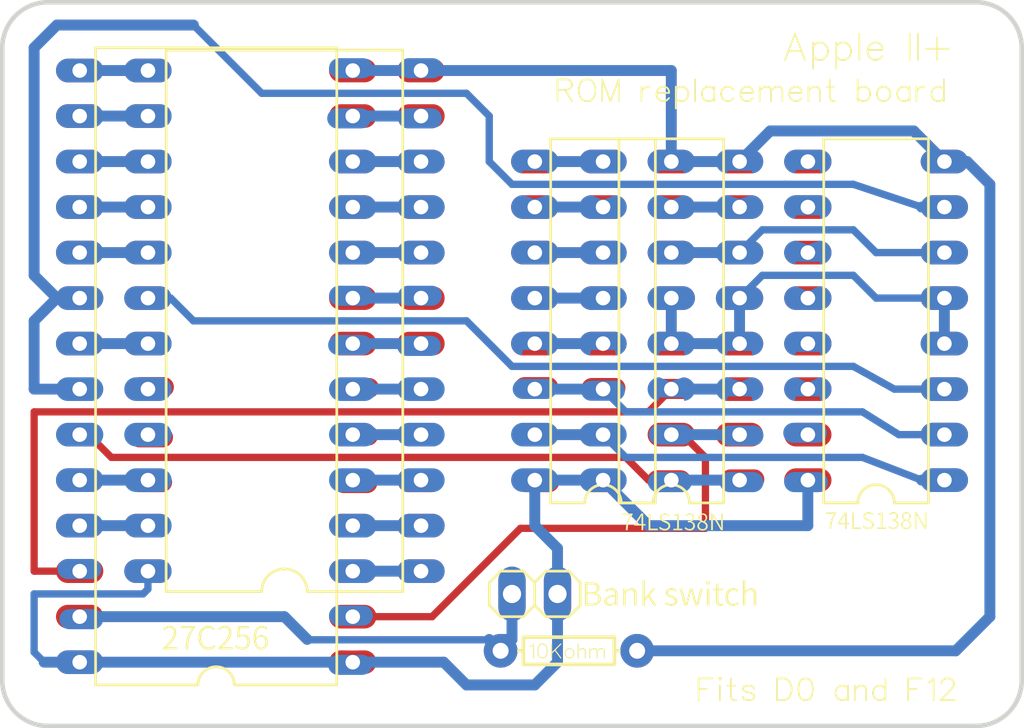
<source format=kicad_pcb>
(kicad_pcb (version 20240108) (generator "pcbnew") (generator_version "8.0")
  (layers (0 "F.Cu" signal) (31 "B.Cu" signal) (34 "B.Paste" user) (35 "F.Paste" user) (36 "B.SilkS" user "B.Silkscreen") (37 "F.SilkS" user "F.Silkscreen") (38 "B.Mask" user) (39 "F.Mask" user) (44 "Edge.Cuts" user))
  (net 0 "")
  (gr_poly (pts (xy 122.78513 107.62722) (xy 122.84924 107.61771) (xy 122.9121 107.60196) (xy 122.97312 107.58013) (xy 123.03171 107.55242) (xy 123.0873 107.5191) (xy 123.13935 107.4805) (xy 123.18737 107.43697) (xy 123.2309 107.38895) (xy 123.2695 107.3369) (xy 123.30282 107.28131) (xy 123.33053 107.22272) (xy 123.35236 107.1617) (xy 123.36811 107.09884) (xy 123.37762 107.03473) (xy 123.3808 106.97) (xy 123.37762 106.90527) (xy 123.36811 106.84116) (xy 123.35236 106.7783) (xy 123.33053 106.71728) (xy 123.30282 106.65869) (xy 123.2695 106.6031) (xy 123.2309 106.55105) (xy 123.18737 106.50303) (xy 123.13935 106.4595) (xy 123.0873 106.4209) (xy 123.03171 106.38758) (xy 122.97312 106.35987) (xy 122.9121 106.33804) (xy 122.84924 106.32229) (xy 122.78513 106.31278) (xy 122.7204 106.3096) (xy 122.06 106.3096) (xy 121.3996 106.3096) (xy 121.33487 106.31278) (xy 121.27076 106.32229) (xy 121.2079 106.33804) (xy 121.14688 106.35987) (xy 121.08829 106.38758) (xy 121.0327 106.4209) (xy 120.98065 106.4595) (xy 120.93263 106.50303) (xy 120.8891 106.55105) (xy 120.8505 106.6031) (xy 120.81718 106.65869) (xy 120.78947 106.71728) (xy 120.76764 106.7783) (xy 120.75189 106.84116) (xy 120.74238 106.90527) (xy 120.7392 106.97) (xy 120.74238 107.03473) (xy 120.75189 107.09884) (xy 120.76764 107.1617) (xy 120.78947 107.22272) (xy 120.81718 107.28131) (xy 120.8505 107.3369) (xy 120.8891 107.38895) (xy 120.93263 107.43697) (xy 120.98065 107.4805) (xy 121.0327 107.5191) (xy 121.08829 107.55242) (xy 121.14688 107.58013) (xy 121.2079 107.60196) (xy 121.27076 107.61771) (xy 121.33487 107.62722) (xy 121.3996 107.6304) (xy 122.7204 107.6304)) (fill solid) (layer "F.Cu"))
  (gr_poly (pts (xy 118.97513 84.76722) (xy 119.03924 84.75771) (xy 119.1021 84.74196) (xy 119.16312 84.72013) (xy 119.22171 84.69242) (xy 119.2773 84.6591) (xy 119.32935 84.6205) (xy 119.37737 84.57697) (xy 119.4209 84.52895) (xy 119.4595 84.4769) (xy 119.49282 84.42131) (xy 119.52053 84.36272) (xy 119.54236 84.3017) (xy 119.55811 84.23884) (xy 119.56762 84.17473) (xy 119.5708 84.11) (xy 119.56762 84.04527) (xy 119.55811 83.98116) (xy 119.54236 83.9183) (xy 119.52053 83.85728) (xy 119.49282 83.79869) (xy 119.4595 83.7431) (xy 119.4209 83.69105) (xy 119.37737 83.64303) (xy 119.32935 83.5995) (xy 119.2773 83.5609) (xy 119.22171 83.52758) (xy 119.16312 83.49987) (xy 119.1021 83.47804) (xy 119.03924 83.46229) (xy 118.97513 83.45278) (xy 118.9104 83.4496) (xy 118.25 83.4496) (xy 117.5896 83.4496) (xy 117.52487 83.45278) (xy 117.46076 83.46229) (xy 117.3979 83.47804) (xy 117.33688 83.49987) (xy 117.27829 83.52758) (xy 117.2227 83.5609) (xy 117.17065 83.5995) (xy 117.12263 83.64303) (xy 117.0791 83.69105) (xy 117.0405 83.7431) (xy 117.00718 83.79869) (xy 116.97947 83.85728) (xy 116.95764 83.9183) (xy 116.94189 83.98116) (xy 116.93238 84.04527) (xy 116.9292 84.11) (xy 116.93238 84.17473) (xy 116.94189 84.23884) (xy 116.95764 84.3017) (xy 116.97947 84.36272) (xy 117.00718 84.42131) (xy 117.0405 84.4769) (xy 117.0791 84.52895) (xy 117.12263 84.57697) (xy 117.17065 84.6205) (xy 117.2227 84.6591) (xy 117.27829 84.69242) (xy 117.33688 84.72013) (xy 117.3979 84.74196) (xy 117.46076 84.75771) (xy 117.52487 84.76722) (xy 117.5896 84.7704) (xy 118.9104 84.7704)) (fill solid) (layer "F.Cu"))
  (gr_poly (pts (xy 144.37513 89.84722) (xy 144.43924 89.83771) (xy 144.5021 89.82196) (xy 144.56312 89.80013) (xy 144.62171 89.77242) (xy 144.6773 89.7391) (xy 144.72935 89.7005) (xy 144.77737 89.65697) (xy 144.8209 89.60895) (xy 144.8595 89.5569) (xy 144.89282 89.50131) (xy 144.92053 89.44272) (xy 144.94236 89.3817) (xy 144.95811 89.31884) (xy 144.96762 89.25473) (xy 144.9708 89.19) (xy 144.96762 89.12527) (xy 144.95811 89.06116) (xy 144.94236 88.9983) (xy 144.92053 88.93728) (xy 144.89282 88.87869) (xy 144.8595 88.8231) (xy 144.8209 88.77105) (xy 144.77737 88.72303) (xy 144.72935 88.6795) (xy 144.6773 88.6409) (xy 144.62171 88.60758) (xy 144.56312 88.57987) (xy 144.5021 88.55804) (xy 144.43924 88.54229) (xy 144.37513 88.53278) (xy 144.3104 88.5296) (xy 143.65 88.5296) (xy 142.9896 88.5296) (xy 142.92487 88.53278) (xy 142.86076 88.54229) (xy 142.7979 88.55804) (xy 142.73688 88.57987) (xy 142.67829 88.60758) (xy 142.6227 88.6409) (xy 142.57065 88.6795) (xy 142.52263 88.72303) (xy 142.4791 88.77105) (xy 142.4405 88.8231) (xy 142.40718 88.87869) (xy 142.37947 88.93728) (xy 142.35764 88.9983) (xy 142.34189 89.06116) (xy 142.33238 89.12527) (xy 142.3292 89.19) (xy 142.33238 89.25473) (xy 142.34189 89.31884) (xy 142.35764 89.3817) (xy 142.37947 89.44272) (xy 142.40718 89.50131) (xy 142.4405 89.5569) (xy 142.4791 89.60895) (xy 142.52263 89.65697) (xy 142.57065 89.7005) (xy 142.6227 89.7391) (xy 142.67829 89.77242) (xy 142.73688 89.80013) (xy 142.7979 89.82196) (xy 142.86076 89.83771) (xy 142.92487 89.84722) (xy 142.9896 89.8504) (xy 144.3104 89.8504)) (fill solid) (layer "F.Cu"))
  (gr_poly (pts (xy 138.02513 89.84722) (xy 138.08924 89.83771) (xy 138.1521 89.82196) (xy 138.21312 89.80013) (xy 138.27171 89.77242) (xy 138.3273 89.7391) (xy 138.37935 89.7005) (xy 138.42737 89.65697) (xy 138.4709 89.60895) (xy 138.5095 89.5569) (xy 138.54282 89.50131) (xy 138.57053 89.44272) (xy 138.59236 89.3817) (xy 138.60811 89.31884) (xy 138.61762 89.25473) (xy 138.6208 89.19) (xy 138.61762 89.12527) (xy 138.60811 89.06116) (xy 138.59236 88.9983) (xy 138.57053 88.93728) (xy 138.54282 88.87869) (xy 138.5095 88.8231) (xy 138.4709 88.77105) (xy 138.42737 88.72303) (xy 138.37935 88.6795) (xy 138.3273 88.6409) (xy 138.27171 88.60758) (xy 138.21312 88.57987) (xy 138.1521 88.55804) (xy 138.08924 88.54229) (xy 138.02513 88.53278) (xy 137.9604 88.5296) (xy 137.3 88.5296) (xy 136.6396 88.5296) (xy 136.57487 88.53278) (xy 136.51076 88.54229) (xy 136.4479 88.55804) (xy 136.38688 88.57987) (xy 136.32829 88.60758) (xy 136.2727 88.6409) (xy 136.22065 88.6795) (xy 136.17263 88.72303) (xy 136.1291 88.77105) (xy 136.0905 88.8231) (xy 136.05718 88.87869) (xy 136.02947 88.93728) (xy 136.00764 88.9983) (xy 135.99189 89.06116) (xy 135.98238 89.12527) (xy 135.9792 89.19) (xy 135.98238 89.25473) (xy 135.99189 89.31884) (xy 136.00764 89.3817) (xy 136.02947 89.44272) (xy 136.05718 89.50131) (xy 136.0905 89.5569) (xy 136.1291 89.60895) (xy 136.17263 89.65697) (xy 136.22065 89.7005) (xy 136.2727 89.7391) (xy 136.32829 89.77242) (xy 136.38688 89.80013) (xy 136.4479 89.82196) (xy 136.51076 89.83771) (xy 136.57487 89.84722) (xy 136.6396 89.8504) (xy 137.9604 89.8504)) (fill solid) (layer "F.Cu"))
  (gr_poly (pts (xy 122.78513 105.08722) (xy 122.84924 105.07771) (xy 122.9121 105.06196) (xy 122.97312 105.04013) (xy 123.03171 105.01242) (xy 123.0873 104.9791) (xy 123.13935 104.9405) (xy 123.18737 104.89697) (xy 123.2309 104.84895) (xy 123.2695 104.7969) (xy 123.30282 104.74131) (xy 123.33053 104.68272) (xy 123.35236 104.6217) (xy 123.36811 104.55884) (xy 123.37762 104.49473) (xy 123.3808 104.43) (xy 123.37762 104.36527) (xy 123.36811 104.30116) (xy 123.35236 104.2383) (xy 123.33053 104.17728) (xy 123.30282 104.11869) (xy 123.2695 104.0631) (xy 123.2309 104.01105) (xy 123.18737 103.96303) (xy 123.13935 103.9195) (xy 123.0873 103.8809) (xy 123.03171 103.84758) (xy 122.97312 103.81987) (xy 122.9121 103.79804) (xy 122.84924 103.78229) (xy 122.78513 103.77278) (xy 122.7204 103.7696) (xy 122.06 103.7696) (xy 121.3996 103.7696) (xy 121.33487 103.77278) (xy 121.27076 103.78229) (xy 121.2079 103.79804) (xy 121.14688 103.81987) (xy 121.08829 103.84758) (xy 121.0327 103.8809) (xy 120.98065 103.9195) (xy 120.93263 103.96303) (xy 120.8891 104.01105) (xy 120.8505 104.0631) (xy 120.81718 104.11869) (xy 120.78947 104.17728) (xy 120.76764 104.2383) (xy 120.75189 104.30116) (xy 120.74238 104.36527) (xy 120.7392 104.43) (xy 120.74238 104.49473) (xy 120.75189 104.55884) (xy 120.76764 104.6217) (xy 120.78947 104.68272) (xy 120.81718 104.74131) (xy 120.8505 104.7969) (xy 120.8891 104.84895) (xy 120.93263 104.89697) (xy 120.98065 104.9405) (xy 121.0327 104.9791) (xy 121.08829 105.01242) (xy 121.14688 105.04013) (xy 121.2079 105.06196) (xy 121.27076 105.07771) (xy 121.33487 105.08722) (xy 121.3996 105.0904) (xy 122.7204 105.0904)) (fill solid) (layer "F.Cu"))
  (gr_poly (pts (xy 159.61513 94.92722) (xy 159.67924 94.91771) (xy 159.7421 94.90196) (xy 159.80312 94.88013) (xy 159.86171 94.85242) (xy 159.9173 94.8191) (xy 159.96935 94.7805) (xy 160.01737 94.73697) (xy 160.0609 94.68895) (xy 160.0995 94.6369) (xy 160.13282 94.58131) (xy 160.16053 94.52272) (xy 160.18236 94.4617) (xy 160.19811 94.39884) (xy 160.20762 94.33473) (xy 160.2108 94.27) (xy 160.20762 94.20527) (xy 160.19811 94.14116) (xy 160.18236 94.0783) (xy 160.16053 94.01728) (xy 160.13282 93.95869) (xy 160.0995 93.9031) (xy 160.0609 93.85105) (xy 160.01737 93.80303) (xy 159.96935 93.7595) (xy 159.9173 93.7209) (xy 159.86171 93.68758) (xy 159.80312 93.65987) (xy 159.7421 93.63804) (xy 159.67924 93.62229) (xy 159.61513 93.61278) (xy 159.5504 93.6096) (xy 158.89 93.6096) (xy 158.2296 93.6096) (xy 158.16487 93.61278) (xy 158.10076 93.62229) (xy 158.0379 93.63804) (xy 157.97688 93.65987) (xy 157.91829 93.68758) (xy 157.8627 93.7209) (xy 157.81065 93.7595) (xy 157.76263 93.80303) (xy 157.7191 93.85105) (xy 157.6805 93.9031) (xy 157.64718 93.95869) (xy 157.61947 94.01728) (xy 157.59764 94.0783) (xy 157.58189 94.14116) (xy 157.57238 94.20527) (xy 157.5692 94.27) (xy 157.57238 94.33473) (xy 157.58189 94.39884) (xy 157.59764 94.4617) (xy 157.61947 94.52272) (xy 157.64718 94.58131) (xy 157.6805 94.6369) (xy 157.7191 94.68895) (xy 157.76263 94.73697) (xy 157.81065 94.7805) (xy 157.8627 94.8191) (xy 157.91829 94.85242) (xy 157.97688 94.88013) (xy 158.0379 94.90196) (xy 158.10076 94.91771) (xy 158.16487 94.92722) (xy 158.2296 94.9304) (xy 159.5504 94.9304)) (fill solid) (layer "F.Cu"))
  (gr_poly (pts (xy 151.99513 92.38722) (xy 152.05924 92.37771) (xy 152.1221 92.36196) (xy 152.18312 92.34013) (xy 152.24171 92.31242) (xy 152.2973 92.2791) (xy 152.34935 92.2405) (xy 152.39737 92.19697) (xy 152.4409 92.14895) (xy 152.4795 92.0969) (xy 152.51282 92.04131) (xy 152.54053 91.98272) (xy 152.56236 91.9217) (xy 152.57811 91.85884) (xy 152.58762 91.79473) (xy 152.5908 91.73) (xy 152.58762 91.66527) (xy 152.57811 91.60116) (xy 152.56236 91.5383) (xy 152.54053 91.47728) (xy 152.51282 91.41869) (xy 152.4795 91.3631) (xy 152.4409 91.31105) (xy 152.39737 91.26303) (xy 152.34935 91.2195) (xy 152.2973 91.1809) (xy 152.24171 91.14758) (xy 152.18312 91.11987) (xy 152.1221 91.09804) (xy 152.05924 91.08229) (xy 151.99513 91.07278) (xy 151.9304 91.0696) (xy 151.27 91.0696) (xy 150.6096 91.0696) (xy 150.54487 91.07278) (xy 150.48076 91.08229) (xy 150.4179 91.09804) (xy 150.35688 91.11987) (xy 150.29829 91.14758) (xy 150.2427 91.1809) (xy 150.19065 91.2195) (xy 150.14263 91.26303) (xy 150.0991 91.31105) (xy 150.0605 91.3631) (xy 150.02718 91.41869) (xy 149.99947 91.47728) (xy 149.97764 91.5383) (xy 149.96189 91.60116) (xy 149.95238 91.66527) (xy 149.9492 91.73) (xy 149.95238 91.79473) (xy 149.96189 91.85884) (xy 149.97764 91.9217) (xy 149.99947 91.98272) (xy 150.02718 92.04131) (xy 150.0605 92.0969) (xy 150.0991 92.14895) (xy 150.14263 92.19697) (xy 150.19065 92.2405) (xy 150.2427 92.2791) (xy 150.29829 92.31242) (xy 150.35688 92.34013) (xy 150.4179 92.36196) (xy 150.48076 92.37771) (xy 150.54487 92.38722) (xy 150.6096 92.3904) (xy 151.9304 92.3904)) (fill solid) (layer "F.Cu"))
  (gr_poly (pts (xy 167.23513 100.00722) (xy 167.29924 99.99771) (xy 167.3621 99.98196) (xy 167.42312 99.96013) (xy 167.48171 99.93242) (xy 167.5373 99.8991) (xy 167.58935 99.8605) (xy 167.63737 99.81697) (xy 167.6809 99.76895) (xy 167.7195 99.7169) (xy 167.75282 99.66131) (xy 167.78053 99.60272) (xy 167.80236 99.5417) (xy 167.81811 99.47884) (xy 167.82762 99.41473) (xy 167.8308 99.35) (xy 167.82762 99.28527) (xy 167.81811 99.22116) (xy 167.80236 99.1583) (xy 167.78053 99.09728) (xy 167.75282 99.03869) (xy 167.7195 98.9831) (xy 167.6809 98.93105) (xy 167.63737 98.88303) (xy 167.58935 98.8395) (xy 167.5373 98.8009) (xy 167.48171 98.76758) (xy 167.42312 98.73987) (xy 167.3621 98.71804) (xy 167.29924 98.70229) (xy 167.23513 98.69278) (xy 167.1704 98.6896) (xy 166.51 98.6896) (xy 165.8496 98.6896) (xy 165.78487 98.69278) (xy 165.72076 98.70229) (xy 165.6579 98.71804) (xy 165.59688 98.73987) (xy 165.53829 98.76758) (xy 165.4827 98.8009) (xy 165.43065 98.8395) (xy 165.38263 98.88303) (xy 165.3391 98.93105) (xy 165.3005 98.9831) (xy 165.26718 99.03869) (xy 165.23947 99.09728) (xy 165.21764 99.1583) (xy 165.20189 99.22116) (xy 165.19238 99.28527) (xy 165.1892 99.35) (xy 165.19238 99.41473) (xy 165.20189 99.47884) (xy 165.21764 99.5417) (xy 165.23947 99.60272) (xy 165.26718 99.66131) (xy 165.3005 99.7169) (xy 165.3391 99.76895) (xy 165.38263 99.81697) (xy 165.43065 99.8605) (xy 165.4827 99.8991) (xy 165.53829 99.93242) (xy 165.59688 99.96013) (xy 165.6579 99.98196) (xy 165.72076 99.99771) (xy 165.78487 100.00722) (xy 165.8496 100.0104) (xy 167.1704 100.0104)) (fill solid) (layer "F.Cu"))
  (gr_poly (pts (xy 155.80513 92.38722) (xy 155.86924 92.37771) (xy 155.9321 92.36196) (xy 155.99312 92.34013) (xy 156.05171 92.31242) (xy 156.1073 92.2791) (xy 156.15935 92.2405) (xy 156.20737 92.19697) (xy 156.2509 92.14895) (xy 156.2895 92.0969) (xy 156.32282 92.04131) (xy 156.35053 91.98272) (xy 156.37236 91.9217) (xy 156.38811 91.85884) (xy 156.39762 91.79473) (xy 156.4008 91.73) (xy 156.39762 91.66527) (xy 156.38811 91.60116) (xy 156.37236 91.5383) (xy 156.35053 91.47728) (xy 156.32282 91.41869) (xy 156.2895 91.3631) (xy 156.2509 91.31105) (xy 156.20737 91.26303) (xy 156.15935 91.2195) (xy 156.1073 91.1809) (xy 156.05171 91.14758) (xy 155.99312 91.11987) (xy 155.9321 91.09804) (xy 155.86924 91.08229) (xy 155.80513 91.07278) (xy 155.7404 91.0696) (xy 155.08 91.0696) (xy 154.4196 91.0696) (xy 154.35487 91.07278) (xy 154.29076 91.08229) (xy 154.2279 91.09804) (xy 154.16688 91.11987) (xy 154.10829 91.14758) (xy 154.0527 91.1809) (xy 154.00065 91.2195) (xy 153.95263 91.26303) (xy 153.9091 91.31105) (xy 153.8705 91.3631) (xy 153.83718 91.41869) (xy 153.80947 91.47728) (xy 153.78764 91.5383) (xy 153.77189 91.60116) (xy 153.76238 91.66527) (xy 153.7592 91.73) (xy 153.76238 91.79473) (xy 153.77189 91.85884) (xy 153.78764 91.9217) (xy 153.80947 91.98272) (xy 153.83718 92.04131) (xy 153.8705 92.0969) (xy 153.9091 92.14895) (xy 153.95263 92.19697) (xy 154.00065 92.2405) (xy 154.0527 92.2791) (xy 154.10829 92.31242) (xy 154.16688 92.34013) (xy 154.2279 92.36196) (xy 154.29076 92.37771) (xy 154.35487 92.38722) (xy 154.4196 92.3904) (xy 155.7404 92.3904)) (fill solid) (layer "F.Cu"))
  (gr_poly (pts (xy 155.80513 94.92722) (xy 155.86924 94.91771) (xy 155.9321 94.90196) (xy 155.99312 94.88013) (xy 156.05171 94.85242) (xy 156.1073 94.8191) (xy 156.15935 94.7805) (xy 156.20737 94.73697) (xy 156.2509 94.68895) (xy 156.2895 94.6369) (xy 156.32282 94.58131) (xy 156.35053 94.52272) (xy 156.37236 94.4617) (xy 156.38811 94.39884) (xy 156.39762 94.33473) (xy 156.4008 94.27) (xy 156.39762 94.20527) (xy 156.38811 94.14116) (xy 156.37236 94.0783) (xy 156.35053 94.01728) (xy 156.32282 93.95869) (xy 156.2895 93.9031) (xy 156.2509 93.85105) (xy 156.20737 93.80303) (xy 156.15935 93.7595) (xy 156.1073 93.7209) (xy 156.05171 93.68758) (xy 155.99312 93.65987) (xy 155.9321 93.63804) (xy 155.86924 93.62229) (xy 155.80513 93.61278) (xy 155.7404 93.6096) (xy 155.08 93.6096) (xy 154.4196 93.6096) (xy 154.35487 93.61278) (xy 154.29076 93.62229) (xy 154.2279 93.63804) (xy 154.16688 93.65987) (xy 154.10829 93.68758) (xy 154.0527 93.7209) (xy 154.00065 93.7595) (xy 153.95263 93.80303) (xy 153.9091 93.85105) (xy 153.8705 93.9031) (xy 153.83718 93.95869) (xy 153.80947 94.01728) (xy 153.78764 94.0783) (xy 153.77189 94.14116) (xy 153.76238 94.20527) (xy 153.7592 94.27) (xy 153.76238 94.33473) (xy 153.77189 94.39884) (xy 153.78764 94.4617) (xy 153.80947 94.52272) (xy 153.83718 94.58131) (xy 153.8705 94.6369) (xy 153.9091 94.68895) (xy 153.95263 94.73697) (xy 154.00065 94.7805) (xy 154.0527 94.8191) (xy 154.10829 94.85242) (xy 154.16688 94.88013) (xy 154.2279 94.90196) (xy 154.29076 94.91771) (xy 154.35487 94.92722) (xy 154.4196 94.9304) (xy 155.7404 94.9304)) (fill solid) (layer "F.Cu"))
  (gr_poly (pts (xy 159.61513 102.54722) (xy 159.67924 102.53771) (xy 159.7421 102.52196) (xy 159.80312 102.50013) (xy 159.86171 102.47242) (xy 159.9173 102.4391) (xy 159.96935 102.4005) (xy 160.01737 102.35697) (xy 160.0609 102.30895) (xy 160.0995 102.2569) (xy 160.13282 102.20131) (xy 160.16053 102.14272) (xy 160.18236 102.0817) (xy 160.19811 102.01884) (xy 160.20762 101.95473) (xy 160.2108 101.89) (xy 160.20762 101.82527) (xy 160.19811 101.76116) (xy 160.18236 101.6983) (xy 160.16053 101.63728) (xy 160.13282 101.57869) (xy 160.0995 101.5231) (xy 160.0609 101.47105) (xy 160.01737 101.42303) (xy 159.96935 101.3795) (xy 159.9173 101.3409) (xy 159.86171 101.30758) (xy 159.80312 101.27987) (xy 159.7421 101.25804) (xy 159.67924 101.24229) (xy 159.61513 101.23278) (xy 159.5504 101.2296) (xy 158.89 101.2296) (xy 158.2296 101.2296) (xy 158.16487 101.23278) (xy 158.10076 101.24229) (xy 158.0379 101.25804) (xy 157.97688 101.27987) (xy 157.91829 101.30758) (xy 157.8627 101.3409) (xy 157.81065 101.3795) (xy 157.76263 101.42303) (xy 157.7191 101.47105) (xy 157.6805 101.5231) (xy 157.64718 101.57869) (xy 157.61947 101.63728) (xy 157.59764 101.6983) (xy 157.58189 101.76116) (xy 157.57238 101.82527) (xy 157.5692 101.89) (xy 157.57238 101.95473) (xy 157.58189 102.01884) (xy 157.59764 102.0817) (xy 157.61947 102.14272) (xy 157.64718 102.20131) (xy 157.6805 102.2569) (xy 157.7191 102.30895) (xy 157.76263 102.35697) (xy 157.81065 102.4005) (xy 157.8627 102.4391) (xy 157.91829 102.47242) (xy 157.97688 102.50013) (xy 158.0379 102.52196) (xy 158.10076 102.53771) (xy 158.16487 102.54722) (xy 158.2296 102.5504) (xy 159.5504 102.5504)) (fill solid) (layer "F.Cu"))
  (gr_poly (pts (xy 118.97513 92.38722) (xy 119.03924 92.37771) (xy 119.1021 92.36196) (xy 119.16312 92.34013) (xy 119.22171 92.31242) (xy 119.2773 92.2791) (xy 119.32935 92.2405) (xy 119.37737 92.19697) (xy 119.4209 92.14895) (xy 119.4595 92.0969) (xy 119.49282 92.04131) (xy 119.52053 91.98272) (xy 119.54236 91.9217) (xy 119.55811 91.85884) (xy 119.56762 91.79473) (xy 119.5708 91.73) (xy 119.56762 91.66527) (xy 119.55811 91.60116) (xy 119.54236 91.5383) (xy 119.52053 91.47728) (xy 119.49282 91.41869) (xy 119.4595 91.3631) (xy 119.4209 91.31105) (xy 119.37737 91.26303) (xy 119.32935 91.2195) (xy 119.2773 91.1809) (xy 119.22171 91.14758) (xy 119.16312 91.11987) (xy 119.1021 91.09804) (xy 119.03924 91.08229) (xy 118.97513 91.07278) (xy 118.9104 91.0696) (xy 118.25 91.0696) (xy 117.5896 91.0696) (xy 117.52487 91.07278) (xy 117.46076 91.08229) (xy 117.3979 91.09804) (xy 117.33688 91.11987) (xy 117.27829 91.14758) (xy 117.2227 91.1809) (xy 117.17065 91.2195) (xy 117.12263 91.26303) (xy 117.0791 91.31105) (xy 117.0405 91.3631) (xy 117.00718 91.41869) (xy 116.97947 91.47728) (xy 116.95764 91.5383) (xy 116.94189 91.60116) (xy 116.93238 91.66527) (xy 116.9292 91.73) (xy 116.93238 91.79473) (xy 116.94189 91.85884) (xy 116.95764 91.9217) (xy 116.97947 91.98272) (xy 117.00718 92.04131) (xy 117.0405 92.0969) (xy 117.0791 92.14895) (xy 117.12263 92.19697) (xy 117.17065 92.2405) (xy 117.2227 92.2791) (xy 117.27829 92.31242) (xy 117.33688 92.34013) (xy 117.3979 92.36196) (xy 117.46076 92.37771) (xy 117.52487 92.38722) (xy 117.5896 92.3904) (xy 118.9104 92.3904)) (fill solid) (layer "F.Cu"))
  (gr_poly (pts (xy 155.80513 84.76722) (xy 155.86924 84.75771) (xy 155.9321 84.74196) (xy 155.99312 84.72013) (xy 156.05171 84.69242) (xy 156.1073 84.6591) (xy 156.15935 84.6205) (xy 156.20737 84.57697) (xy 156.2509 84.52895) (xy 156.2895 84.4769) (xy 156.32282 84.42131) (xy 156.35053 84.36272) (xy 156.37236 84.3017) (xy 156.38811 84.23884) (xy 156.39762 84.17473) (xy 156.4008 84.11) (xy 156.39762 84.04527) (xy 156.38811 83.98116) (xy 156.37236 83.9183) (xy 156.35053 83.85728) (xy 156.32282 83.79869) (xy 156.2895 83.7431) (xy 156.2509 83.69105) (xy 156.20737 83.64303) (xy 156.15935 83.5995) (xy 156.1073 83.5609) (xy 156.05171 83.52758) (xy 155.99312 83.49987) (xy 155.9321 83.47804) (xy 155.86924 83.46229) (xy 155.80513 83.45278) (xy 155.7404 83.4496) (xy 155.08 83.4496) (xy 154.4196 83.4496) (xy 154.35487 83.45278) (xy 154.29076 83.46229) (xy 154.2279 83.47804) (xy 154.16688 83.49987) (xy 154.10829 83.52758) (xy 154.0527 83.5609) (xy 154.00065 83.5995) (xy 153.95263 83.64303) (xy 153.9091 83.69105) (xy 153.8705 83.7431) (xy 153.83718 83.79869) (xy 153.80947 83.85728) (xy 153.78764 83.9183) (xy 153.77189 83.98116) (xy 153.76238 84.04527) (xy 153.7592 84.11) (xy 153.76238 84.17473) (xy 153.77189 84.23884) (xy 153.78764 84.3017) (xy 153.80947 84.36272) (xy 153.83718 84.42131) (xy 153.8705 84.4769) (xy 153.9091 84.52895) (xy 153.95263 84.57697) (xy 154.00065 84.6205) (xy 154.0527 84.6591) (xy 154.10829 84.69242) (xy 154.16688 84.72013) (xy 154.2279 84.74196) (xy 154.29076 84.75771) (xy 154.35487 84.76722) (xy 154.4196 84.7704) (xy 155.7404 84.7704)) (fill solid) (layer "F.Cu"))
  (gr_poly (pts (xy 118.97513 79.68722) (xy 119.03924 79.67771) (xy 119.1021 79.66196) (xy 119.16312 79.64013) (xy 119.22171 79.61242) (xy 119.2773 79.5791) (xy 119.32935 79.5405) (xy 119.37737 79.49697) (xy 119.4209 79.44895) (xy 119.4595 79.3969) (xy 119.49282 79.34131) (xy 119.52053 79.28272) (xy 119.54236 79.2217) (xy 119.55811 79.15884) (xy 119.56762 79.09473) (xy 119.5708 79.03) (xy 119.56762 78.96527) (xy 119.55811 78.90116) (xy 119.54236 78.8383) (xy 119.52053 78.77728) (xy 119.49282 78.71869) (xy 119.4595 78.6631) (xy 119.4209 78.61105) (xy 119.37737 78.56303) (xy 119.32935 78.5195) (xy 119.2773 78.4809) (xy 119.22171 78.44758) (xy 119.16312 78.41987) (xy 119.1021 78.39804) (xy 119.03924 78.38229) (xy 118.97513 78.37278) (xy 118.9104 78.3696) (xy 118.25 78.3696) (xy 117.5896 78.3696) (xy 117.52487 78.37278) (xy 117.46076 78.38229) (xy 117.3979 78.39804) (xy 117.33688 78.41987) (xy 117.27829 78.44758) (xy 117.2227 78.4809) (xy 117.17065 78.5195) (xy 117.12263 78.56303) (xy 117.0791 78.61105) (xy 117.0405 78.6631) (xy 117.00718 78.71869) (xy 116.97947 78.77728) (xy 116.95764 78.8383) (xy 116.94189 78.90116) (xy 116.93238 78.96527) (xy 116.9292 79.03) (xy 116.93238 79.09473) (xy 116.94189 79.15884) (xy 116.95764 79.2217) (xy 116.97947 79.28272) (xy 117.00718 79.34131) (xy 117.0405 79.3969) (xy 117.0791 79.44895) (xy 117.12263 79.49697) (xy 117.17065 79.5405) (xy 117.2227 79.5791) (xy 117.27829 79.61242) (xy 117.33688 79.64013) (xy 117.3979 79.66196) (xy 117.46076 79.67771) (xy 117.52487 79.68722) (xy 117.5896 79.6904) (xy 118.9104 79.6904)) (fill solid) (layer "F.Cu"))
  (gr_poly (pts (xy 144.37513 87.30722) (xy 144.43924 87.29771) (xy 144.5021 87.28196) (xy 144.56312 87.26013) (xy 144.62171 87.23242) (xy 144.6773 87.1991) (xy 144.72935 87.1605) (xy 144.77737 87.11697) (xy 144.8209 87.06895) (xy 144.8595 87.0169) (xy 144.89282 86.96131) (xy 144.92053 86.90272) (xy 144.94236 86.8417) (xy 144.95811 86.77884) (xy 144.96762 86.71473) (xy 144.9708 86.65) (xy 144.96762 86.58527) (xy 144.95811 86.52116) (xy 144.94236 86.4583) (xy 144.92053 86.39728) (xy 144.89282 86.33869) (xy 144.8595 86.2831) (xy 144.8209 86.23105) (xy 144.77737 86.18303) (xy 144.72935 86.1395) (xy 144.6773 86.1009) (xy 144.62171 86.06758) (xy 144.56312 86.03987) (xy 144.5021 86.01804) (xy 144.43924 86.00229) (xy 144.37513 85.99278) (xy 144.3104 85.9896) (xy 143.65 85.9896) (xy 142.9896 85.9896) (xy 142.92487 85.99278) (xy 142.86076 86.00229) (xy 142.7979 86.01804) (xy 142.73688 86.03987) (xy 142.67829 86.06758) (xy 142.6227 86.1009) (xy 142.57065 86.1395) (xy 142.52263 86.18303) (xy 142.4791 86.23105) (xy 142.4405 86.2831) (xy 142.40718 86.33869) (xy 142.37947 86.39728) (xy 142.35764 86.4583) (xy 142.34189 86.52116) (xy 142.33238 86.58527) (xy 142.3292 86.65) (xy 142.33238 86.71473) (xy 142.34189 86.77884) (xy 142.35764 86.8417) (xy 142.37947 86.90272) (xy 142.40718 86.96131) (xy 142.4405 87.0169) (xy 142.4791 87.06895) (xy 142.52263 87.11697) (xy 142.57065 87.1605) (xy 142.6227 87.1991) (xy 142.67829 87.23242) (xy 142.73688 87.26013) (xy 142.7979 87.28196) (xy 142.86076 87.29771) (xy 142.92487 87.30722) (xy 142.9896 87.3104) (xy 144.3104 87.3104)) (fill solid) (layer "F.Cu"))
  (gr_poly (pts (xy 159.61513 89.84722) (xy 159.67924 89.83771) (xy 159.7421 89.82196) (xy 159.80312 89.80013) (xy 159.86171 89.77242) (xy 159.9173 89.7391) (xy 159.96935 89.7005) (xy 160.01737 89.65697) (xy 160.0609 89.60895) (xy 160.0995 89.5569) (xy 160.13282 89.50131) (xy 160.16053 89.44272) (xy 160.18236 89.3817) (xy 160.19811 89.31884) (xy 160.20762 89.25473) (xy 160.2108 89.19) (xy 160.20762 89.12527) (xy 160.19811 89.06116) (xy 160.18236 88.9983) (xy 160.16053 88.93728) (xy 160.13282 88.87869) (xy 160.0995 88.8231) (xy 160.0609 88.77105) (xy 160.01737 88.72303) (xy 159.96935 88.6795) (xy 159.9173 88.6409) (xy 159.86171 88.60758) (xy 159.80312 88.57987) (xy 159.7421 88.55804) (xy 159.67924 88.54229) (xy 159.61513 88.53278) (xy 159.5504 88.5296) (xy 158.89 88.5296) (xy 158.2296 88.5296) (xy 158.16487 88.53278) (xy 158.10076 88.54229) (xy 158.0379 88.55804) (xy 157.97688 88.57987) (xy 157.91829 88.60758) (xy 157.8627 88.6409) (xy 157.81065 88.6795) (xy 157.76263 88.72303) (xy 157.7191 88.77105) (xy 157.6805 88.8231) (xy 157.64718 88.87869) (xy 157.61947 88.93728) (xy 157.59764 88.9983) (xy 157.58189 89.06116) (xy 157.57238 89.12527) (xy 157.5692 89.19) (xy 157.57238 89.25473) (xy 157.58189 89.31884) (xy 157.59764 89.3817) (xy 157.61947 89.44272) (xy 157.64718 89.50131) (xy 157.6805 89.5569) (xy 157.7191 89.60895) (xy 157.76263 89.65697) (xy 157.81065 89.7005) (xy 157.8627 89.7391) (xy 157.91829 89.77242) (xy 157.97688 89.80013) (xy 158.0379 89.82196) (xy 158.10076 89.83771) (xy 158.16487 89.84722) (xy 158.2296 89.8504) (xy 159.5504 89.8504)) (fill solid) (layer "F.Cu"))
  (gr_poly (pts (xy 148.18513 87.30722) (xy 148.24924 87.29771) (xy 148.3121 87.28196) (xy 148.37312 87.26013) (xy 148.43171 87.23242) (xy 148.4873 87.1991) (xy 148.53935 87.1605) (xy 148.58737 87.11697) (xy 148.6309 87.06895) (xy 148.6695 87.0169) (xy 148.70282 86.96131) (xy 148.73053 86.90272) (xy 148.75236 86.8417) (xy 148.76811 86.77884) (xy 148.77762 86.71473) (xy 148.7808 86.65) (xy 148.77762 86.58527) (xy 148.76811 86.52116) (xy 148.75236 86.4583) (xy 148.73053 86.39728) (xy 148.70282 86.33869) (xy 148.6695 86.2831) (xy 148.6309 86.23105) (xy 148.58737 86.18303) (xy 148.53935 86.1395) (xy 148.4873 86.1009) (xy 148.43171 86.06758) (xy 148.37312 86.03987) (xy 148.3121 86.01804) (xy 148.24924 86.00229) (xy 148.18513 85.99278) (xy 148.1204 85.9896) (xy 147.46 85.9896) (xy 146.7996 85.9896) (xy 146.73487 85.99278) (xy 146.67076 86.00229) (xy 146.6079 86.01804) (xy 146.54688 86.03987) (xy 146.48829 86.06758) (xy 146.4327 86.1009) (xy 146.38065 86.1395) (xy 146.33263 86.18303) (xy 146.2891 86.23105) (xy 146.2505 86.2831) (xy 146.21718 86.33869) (xy 146.18947 86.39728) (xy 146.16764 86.4583) (xy 146.15189 86.52116) (xy 146.14238 86.58527) (xy 146.1392 86.65) (xy 146.14238 86.71473) (xy 146.15189 86.77884) (xy 146.16764 86.8417) (xy 146.18947 86.90272) (xy 146.21718 86.96131) (xy 146.2505 87.0169) (xy 146.2891 87.06895) (xy 146.33263 87.11697) (xy 146.38065 87.1605) (xy 146.4327 87.1991) (xy 146.48829 87.23242) (xy 146.54688 87.26013) (xy 146.6079 87.28196) (xy 146.67076 87.29771) (xy 146.73487 87.30722) (xy 146.7996 87.3104) (xy 148.1204 87.3104)) (fill solid) (layer "F.Cu"))
  (gr_poly (pts (xy 159.61513 84.76722) (xy 159.67924 84.75771) (xy 159.7421 84.74196) (xy 159.80312 84.72013) (xy 159.86171 84.69242) (xy 159.9173 84.6591) (xy 159.96935 84.6205) (xy 160.01737 84.57697) (xy 160.0609 84.52895) (xy 160.0995 84.4769) (xy 160.13282 84.42131) (xy 160.16053 84.36272) (xy 160.18236 84.3017) (xy 160.19811 84.23884) (xy 160.20762 84.17473) (xy 160.2108 84.11) (xy 160.20762 84.04527) (xy 160.19811 83.98116) (xy 160.18236 83.9183) (xy 160.16053 83.85728) (xy 160.13282 83.79869) (xy 160.0995 83.7431) (xy 160.0609 83.69105) (xy 160.01737 83.64303) (xy 159.96935 83.5995) (xy 159.9173 83.5609) (xy 159.86171 83.52758) (xy 159.80312 83.49987) (xy 159.7421 83.47804) (xy 159.67924 83.46229) (xy 159.61513 83.45278) (xy 159.5504 83.4496) (xy 158.89 83.4496) (xy 158.2296 83.4496) (xy 158.16487 83.45278) (xy 158.10076 83.46229) (xy 158.0379 83.47804) (xy 157.97688 83.49987) (xy 157.91829 83.52758) (xy 157.8627 83.5609) (xy 157.81065 83.5995) (xy 157.76263 83.64303) (xy 157.7191 83.69105) (xy 157.6805 83.7431) (xy 157.64718 83.79869) (xy 157.61947 83.85728) (xy 157.59764 83.9183) (xy 157.58189 83.98116) (xy 157.57238 84.04527) (xy 157.5692 84.11) (xy 157.57238 84.17473) (xy 157.58189 84.23884) (xy 157.59764 84.3017) (xy 157.61947 84.36272) (xy 157.64718 84.42131) (xy 157.6805 84.4769) (xy 157.7191 84.52895) (xy 157.76263 84.57697) (xy 157.81065 84.6205) (xy 157.8627 84.6591) (xy 157.91829 84.69242) (xy 157.97688 84.72013) (xy 158.0379 84.74196) (xy 158.10076 84.75771) (xy 158.16487 84.76722) (xy 158.2296 84.7704) (xy 159.5504 84.7704)) (fill solid) (layer "F.Cu"))
  (gr_poly (pts (xy 155.80513 97.46722) (xy 155.86924 97.45771) (xy 155.9321 97.44196) (xy 155.99312 97.42013) (xy 156.05171 97.39242) (xy 156.1073 97.3591) (xy 156.15935 97.3205) (xy 156.20737 97.27697) (xy 156.2509 97.22895) (xy 156.2895 97.1769) (xy 156.32282 97.12131) (xy 156.35053 97.06272) (xy 156.37236 97.0017) (xy 156.38811 96.93884) (xy 156.39762 96.87473) (xy 156.4008 96.81) (xy 156.39762 96.74527) (xy 156.38811 96.68116) (xy 156.37236 96.6183) (xy 156.35053 96.55728) (xy 156.32282 96.49869) (xy 156.2895 96.4431) (xy 156.2509 96.39105) (xy 156.20737 96.34303) (xy 156.15935 96.2995) (xy 156.1073 96.2609) (xy 156.05171 96.22758) (xy 155.99312 96.19987) (xy 155.9321 96.17804) (xy 155.86924 96.16229) (xy 155.80513 96.15278) (xy 155.7404 96.1496) (xy 155.08 96.1496) (xy 154.4196 96.1496) (xy 154.35487 96.15278) (xy 154.29076 96.16229) (xy 154.2279 96.17804) (xy 154.16688 96.19987) (xy 154.10829 96.22758) (xy 154.0527 96.2609) (xy 154.00065 96.2995) (xy 153.95263 96.34303) (xy 153.9091 96.39105) (xy 153.8705 96.4431) (xy 153.83718 96.49869) (xy 153.80947 96.55728) (xy 153.78764 96.6183) (xy 153.77189 96.68116) (xy 153.76238 96.74527) (xy 153.7592 96.81) (xy 153.76238 96.87473) (xy 153.77189 96.93884) (xy 153.78764 97.0017) (xy 153.80947 97.06272) (xy 153.83718 97.12131) (xy 153.8705 97.1769) (xy 153.9091 97.22895) (xy 153.95263 97.27697) (xy 154.00065 97.3205) (xy 154.0527 97.3591) (xy 154.10829 97.39242) (xy 154.16688 97.42013) (xy 154.2279 97.44196) (xy 154.29076 97.45771) (xy 154.35487 97.46722) (xy 154.4196 97.4704) (xy 155.7404 97.4704)) (fill solid) (layer "F.Cu"))
  (gr_poly (pts (xy 122.78513 89.84722) (xy 122.84924 89.83771) (xy 122.9121 89.82196) (xy 122.97312 89.80013) (xy 123.03171 89.77242) (xy 123.0873 89.7391) (xy 123.13935 89.7005) (xy 123.18737 89.65697) (xy 123.2309 89.60895) (xy 123.2695 89.5569) (xy 123.30282 89.50131) (xy 123.33053 89.44272) (xy 123.35236 89.3817) (xy 123.36811 89.31884) (xy 123.37762 89.25473) (xy 123.3808 89.19) (xy 123.37762 89.12527) (xy 123.36811 89.06116) (xy 123.35236 88.9983) (xy 123.33053 88.93728) (xy 123.30282 88.87869) (xy 123.2695 88.8231) (xy 123.2309 88.77105) (xy 123.18737 88.72303) (xy 123.13935 88.6795) (xy 123.0873 88.6409) (xy 123.03171 88.60758) (xy 122.97312 88.57987) (xy 122.9121 88.55804) (xy 122.84924 88.54229) (xy 122.78513 88.53278) (xy 122.7204 88.5296) (xy 122.06 88.5296) (xy 121.3996 88.5296) (xy 121.33487 88.53278) (xy 121.27076 88.54229) (xy 121.2079 88.55804) (xy 121.14688 88.57987) (xy 121.08829 88.60758) (xy 121.0327 88.6409) (xy 120.98065 88.6795) (xy 120.93263 88.72303) (xy 120.8891 88.77105) (xy 120.8505 88.8231) (xy 120.81718 88.87869) (xy 120.78947 88.93728) (xy 120.76764 88.9983) (xy 120.75189 89.06116) (xy 120.74238 89.12527) (xy 120.7392 89.19) (xy 120.74238 89.25473) (xy 120.75189 89.31884) (xy 120.76764 89.3817) (xy 120.78947 89.44272) (xy 120.81718 89.50131) (xy 120.8505 89.5569) (xy 120.8891 89.60895) (xy 120.93263 89.65697) (xy 120.98065 89.7005) (xy 121.0327 89.7391) (xy 121.08829 89.77242) (xy 121.14688 89.80013) (xy 121.2079 89.82196) (xy 121.27076 89.83771) (xy 121.33487 89.84722) (xy 121.3996 89.8504) (xy 122.7204 89.8504)) (fill solid) (layer "F.Cu"))
  (gr_poly (pts (xy 151.99513 84.76722) (xy 152.05924 84.75771) (xy 152.1221 84.74196) (xy 152.18312 84.72013) (xy 152.24171 84.69242) (xy 152.2973 84.6591) (xy 152.34935 84.6205) (xy 152.39737 84.57697) (xy 152.4409 84.52895) (xy 152.4795 84.4769) (xy 152.51282 84.42131) (xy 152.54053 84.36272) (xy 152.56236 84.3017) (xy 152.57811 84.23884) (xy 152.58762 84.17473) (xy 152.5908 84.11) (xy 152.58762 84.04527) (xy 152.57811 83.98116) (xy 152.56236 83.9183) (xy 152.54053 83.85728) (xy 152.51282 83.79869) (xy 152.4795 83.7431) (xy 152.4409 83.69105) (xy 152.39737 83.64303) (xy 152.34935 83.5995) (xy 152.2973 83.5609) (xy 152.24171 83.52758) (xy 152.18312 83.49987) (xy 152.1221 83.47804) (xy 152.05924 83.46229) (xy 151.99513 83.45278) (xy 151.9304 83.4496) (xy 151.27 83.4496) (xy 150.6096 83.4496) (xy 150.54487 83.45278) (xy 150.48076 83.46229) (xy 150.4179 83.47804) (xy 150.35688 83.49987) (xy 150.29829 83.52758) (xy 150.2427 83.5609) (xy 150.19065 83.5995) (xy 150.14263 83.64303) (xy 150.0991 83.69105) (xy 150.0605 83.7431) (xy 150.02718 83.79869) (xy 149.99947 83.85728) (xy 149.97764 83.9183) (xy 149.96189 83.98116) (xy 149.95238 84.04527) (xy 149.9492 84.11) (xy 149.95238 84.17473) (xy 149.96189 84.23884) (xy 149.97764 84.3017) (xy 149.99947 84.36272) (xy 150.02718 84.42131) (xy 150.0605 84.4769) (xy 150.0991 84.52895) (xy 150.14263 84.57697) (xy 150.19065 84.6205) (xy 150.2427 84.6591) (xy 150.29829 84.69242) (xy 150.35688 84.72013) (xy 150.4179 84.74196) (xy 150.48076 84.75771) (xy 150.54487 84.76722) (xy 150.6096 84.7704) (xy 151.9304 84.7704)) (fill solid) (layer "F.Cu"))
  (gr_poly (pts (xy 148.18513 94.92722) (xy 148.24924 94.91771) (xy 148.3121 94.90196) (xy 148.37312 94.88013) (xy 148.43171 94.85242) (xy 148.4873 94.8191) (xy 148.53935 94.7805) (xy 148.58737 94.73697) (xy 148.6309 94.68895) (xy 148.6695 94.6369) (xy 148.70282 94.58131) (xy 148.73053 94.52272) (xy 148.75236 94.4617) (xy 148.76811 94.39884) (xy 148.77762 94.33473) (xy 148.7808 94.27) (xy 148.77762 94.20527) (xy 148.76811 94.14116) (xy 148.75236 94.0783) (xy 148.73053 94.01728) (xy 148.70282 93.95869) (xy 148.6695 93.9031) (xy 148.6309 93.85105) (xy 148.58737 93.80303) (xy 148.53935 93.7595) (xy 148.4873 93.7209) (xy 148.43171 93.68758) (xy 148.37312 93.65987) (xy 148.3121 93.63804) (xy 148.24924 93.62229) (xy 148.18513 93.61278) (xy 148.1204 93.6096) (xy 147.46 93.6096) (xy 146.7996 93.6096) (xy 146.73487 93.61278) (xy 146.67076 93.62229) (xy 146.6079 93.63804) (xy 146.54688 93.65987) (xy 146.48829 93.68758) (xy 146.4327 93.7209) (xy 146.38065 93.7595) (xy 146.33263 93.80303) (xy 146.2891 93.85105) (xy 146.2505 93.9031) (xy 146.21718 93.95869) (xy 146.18947 94.01728) (xy 146.16764 94.0783) (xy 146.15189 94.14116) (xy 146.14238 94.20527) (xy 146.1392 94.27) (xy 146.14238 94.33473) (xy 146.15189 94.39884) (xy 146.16764 94.4617) (xy 146.18947 94.52272) (xy 146.21718 94.58131) (xy 146.2505 94.6369) (xy 146.2891 94.68895) (xy 146.33263 94.73697) (xy 146.38065 94.7805) (xy 146.4327 94.8191) (xy 146.48829 94.85242) (xy 146.54688 94.88013) (xy 146.6079 94.90196) (xy 146.67076 94.91771) (xy 146.73487 94.92722) (xy 146.7996 94.9304) (xy 148.1204 94.9304)) (fill solid) (layer "F.Cu"))
  (gr_poly (pts (xy 134.21513 79.68722) (xy 134.27924 79.67771) (xy 134.3421 79.66196) (xy 134.40312 79.64013) (xy 134.46171 79.61242) (xy 134.5173 79.5791) (xy 134.56935 79.5405) (xy 134.61737 79.49697) (xy 134.6609 79.44895) (xy 134.6995 79.3969) (xy 134.73282 79.34131) (xy 134.76053 79.28272) (xy 134.78236 79.2217) (xy 134.79811 79.15884) (xy 134.80762 79.09473) (xy 134.8108 79.03) (xy 134.80762 78.96527) (xy 134.79811 78.90116) (xy 134.78236 78.8383) (xy 134.76053 78.77728) (xy 134.73282 78.71869) (xy 134.6995 78.6631) (xy 134.6609 78.61105) (xy 134.61737 78.56303) (xy 134.56935 78.5195) (xy 134.5173 78.4809) (xy 134.46171 78.44758) (xy 134.40312 78.41987) (xy 134.3421 78.39804) (xy 134.27924 78.38229) (xy 134.21513 78.37278) (xy 134.1504 78.3696) (xy 133.49 78.3696) (xy 132.8296 78.3696) (xy 132.76487 78.37278) (xy 132.70076 78.38229) (xy 132.6379 78.39804) (xy 132.57688 78.41987) (xy 132.51829 78.44758) (xy 132.4627 78.4809) (xy 132.41065 78.5195) (xy 132.36263 78.56303) (xy 132.3191 78.61105) (xy 132.2805 78.6631) (xy 132.24718 78.71869) (xy 132.21947 78.77728) (xy 132.19764 78.8383) (xy 132.18189 78.90116) (xy 132.17238 78.96527) (xy 132.1692 79.03) (xy 132.17238 79.09473) (xy 132.18189 79.15884) (xy 132.19764 79.2217) (xy 132.21947 79.28272) (xy 132.24718 79.34131) (xy 132.2805 79.3969) (xy 132.3191 79.44895) (xy 132.36263 79.49697) (xy 132.41065 79.5405) (xy 132.4627 79.5791) (xy 132.51829 79.61242) (xy 132.57688 79.64013) (xy 132.6379 79.66196) (xy 132.70076 79.67771) (xy 132.76487 79.68722) (xy 132.8296 79.6904) (xy 134.1504 79.6904)) (fill solid) (layer "F.Cu"))
  (gr_poly (pts (xy 167.23513 94.92722) (xy 167.29924 94.91771) (xy 167.3621 94.90196) (xy 167.42312 94.88013) (xy 167.48171 94.85242) (xy 167.5373 94.8191) (xy 167.58935 94.7805) (xy 167.63737 94.73697) (xy 167.6809 94.68895) (xy 167.7195 94.6369) (xy 167.75282 94.58131) (xy 167.78053 94.52272) (xy 167.80236 94.4617) (xy 167.81811 94.39884) (xy 167.82762 94.33473) (xy 167.8308 94.27) (xy 167.82762 94.20527) (xy 167.81811 94.14116) (xy 167.80236 94.0783) (xy 167.78053 94.01728) (xy 167.75282 93.95869) (xy 167.7195 93.9031) (xy 167.6809 93.85105) (xy 167.63737 93.80303) (xy 167.58935 93.7595) (xy 167.5373 93.7209) (xy 167.48171 93.68758) (xy 167.42312 93.65987) (xy 167.3621 93.63804) (xy 167.29924 93.62229) (xy 167.23513 93.61278) (xy 167.1704 93.6096) (xy 166.51 93.6096) (xy 165.8496 93.6096) (xy 165.78487 93.61278) (xy 165.72076 93.62229) (xy 165.6579 93.63804) (xy 165.59688 93.65987) (xy 165.53829 93.68758) (xy 165.4827 93.7209) (xy 165.43065 93.7595) (xy 165.38263 93.80303) (xy 165.3391 93.85105) (xy 165.3005 93.9031) (xy 165.26718 93.95869) (xy 165.23947 94.01728) (xy 165.21764 94.0783) (xy 165.20189 94.14116) (xy 165.19238 94.20527) (xy 165.1892 94.27) (xy 165.19238 94.33473) (xy 165.20189 94.39884) (xy 165.21764 94.4617) (xy 165.23947 94.52272) (xy 165.26718 94.58131) (xy 165.3005 94.6369) (xy 165.3391 94.68895) (xy 165.38263 94.73697) (xy 165.43065 94.7805) (xy 165.4827 94.8191) (xy 165.53829 94.85242) (xy 165.59688 94.88013) (xy 165.6579 94.90196) (xy 165.72076 94.91771) (xy 165.78487 94.92722) (xy 165.8496 94.9304) (xy 167.1704 94.9304)) (fill solid) (layer "F.Cu"))
  (gr_poly (pts (xy 118.97513 112.70722) (xy 119.03924 112.69771) (xy 119.1021 112.68196) (xy 119.16312 112.66013) (xy 119.22171 112.63242) (xy 119.2773 112.5991) (xy 119.32935 112.5605) (xy 119.37737 112.51697) (xy 119.4209 112.46895) (xy 119.4595 112.4169) (xy 119.49282 112.36131) (xy 119.52053 112.30272) (xy 119.54236 112.2417) (xy 119.55811 112.17884) (xy 119.56762 112.11473) (xy 119.5708 112.05) (xy 119.56762 111.98527) (xy 119.55811 111.92116) (xy 119.54236 111.8583) (xy 119.52053 111.79728) (xy 119.49282 111.73869) (xy 119.4595 111.6831) (xy 119.4209 111.63105) (xy 119.37737 111.58303) (xy 119.32935 111.5395) (xy 119.2773 111.5009) (xy 119.22171 111.46758) (xy 119.16312 111.43987) (xy 119.1021 111.41804) (xy 119.03924 111.40229) (xy 118.97513 111.39278) (xy 118.9104 111.3896) (xy 118.25 111.3896) (xy 117.5896 111.3896) (xy 117.52487 111.39278) (xy 117.46076 111.40229) (xy 117.3979 111.41804) (xy 117.33688 111.43987) (xy 117.27829 111.46758) (xy 117.2227 111.5009) (xy 117.17065 111.5395) (xy 117.12263 111.58303) (xy 117.0791 111.63105) (xy 117.0405 111.6831) (xy 117.00718 111.73869) (xy 116.97947 111.79728) (xy 116.95764 111.8583) (xy 116.94189 111.92116) (xy 116.93238 111.98527) (xy 116.9292 112.05) (xy 116.93238 112.11473) (xy 116.94189 112.17884) (xy 116.95764 112.2417) (xy 116.97947 112.30272) (xy 117.00718 112.36131) (xy 117.0405 112.4169) (xy 117.0791 112.46895) (xy 117.12263 112.51697) (xy 117.17065 112.5605) (xy 117.2227 112.5991) (xy 117.27829 112.63242) (xy 117.33688 112.66013) (xy 117.3979 112.68196) (xy 117.46076 112.69771) (xy 117.52487 112.70722) (xy 117.5896 112.7104) (xy 118.9104 112.7104)) (fill solid) (layer "F.Cu"))
  (gr_poly (pts (xy 118.97513 110.16722) (xy 119.03924 110.15771) (xy 119.1021 110.14196) (xy 119.16312 110.12013) (xy 119.22171 110.09242) (xy 119.2773 110.0591) (xy 119.32935 110.0205) (xy 119.37737 109.97697) (xy 119.4209 109.92895) (xy 119.4595 109.8769) (xy 119.49282 109.82131) (xy 119.52053 109.76272) (xy 119.54236 109.7017) (xy 119.55811 109.63884) (xy 119.56762 109.57473) (xy 119.5708 109.51) (xy 119.56762 109.44527) (xy 119.55811 109.38116) (xy 119.54236 109.3183) (xy 119.52053 109.25728) (xy 119.49282 109.19869) (xy 119.4595 109.1431) (xy 119.4209 109.09105) (xy 119.37737 109.04303) (xy 119.32935 108.9995) (xy 119.2773 108.9609) (xy 119.22171 108.92758) (xy 119.16312 108.89987) (xy 119.1021 108.87804) (xy 119.03924 108.86229) (xy 118.97513 108.85278) (xy 118.9104 108.8496) (xy 118.25 108.8496) (xy 117.5896 108.8496) (xy 117.52487 108.85278) (xy 117.46076 108.86229) (xy 117.3979 108.87804) (xy 117.33688 108.89987) (xy 117.27829 108.92758) (xy 117.2227 108.9609) (xy 117.17065 108.9995) (xy 117.12263 109.04303) (xy 117.0791 109.09105) (xy 117.0405 109.1431) (xy 117.00718 109.19869) (xy 116.97947 109.25728) (xy 116.95764 109.3183) (xy 116.94189 109.38116) (xy 116.93238 109.44527) (xy 116.9292 109.51) (xy 116.93238 109.57473) (xy 116.94189 109.63884) (xy 116.95764 109.7017) (xy 116.97947 109.76272) (xy 117.00718 109.82131) (xy 117.0405 109.8769) (xy 117.0791 109.92895) (xy 117.12263 109.97697) (xy 117.17065 110.0205) (xy 117.2227 110.0591) (xy 117.27829 110.09242) (xy 117.33688 110.12013) (xy 117.3979 110.14196) (xy 117.46076 110.15771) (xy 117.52487 110.16722) (xy 117.5896 110.1704) (xy 118.9104 110.1704)) (fill solid) (layer "F.Cu"))
  (gr_poly (pts (xy 138.02513 92.38722) (xy 138.08924 92.37771) (xy 138.1521 92.36196) (xy 138.21312 92.34013) (xy 138.27171 92.31242) (xy 138.3273 92.2791) (xy 138.37935 92.2405) (xy 138.42737 92.19697) (xy 138.4709 92.14895) (xy 138.5095 92.0969) (xy 138.54282 92.04131) (xy 138.57053 91.98272) (xy 138.59236 91.9217) (xy 138.60811 91.85884) (xy 138.61762 91.79473) (xy 138.6208 91.73) (xy 138.61762 91.66527) (xy 138.60811 91.60116) (xy 138.59236 91.5383) (xy 138.57053 91.47728) (xy 138.54282 91.41869) (xy 138.5095 91.3631) (xy 138.4709 91.31105) (xy 138.42737 91.26303) (xy 138.37935 91.2195) (xy 138.3273 91.1809) (xy 138.27171 91.14758) (xy 138.21312 91.11987) (xy 138.1521 91.09804) (xy 138.08924 91.08229) (xy 138.02513 91.07278) (xy 137.9604 91.0696) (xy 137.3 91.0696) (xy 136.6396 91.0696) (xy 136.57487 91.07278) (xy 136.51076 91.08229) (xy 136.4479 91.09804) (xy 136.38688 91.11987) (xy 136.32829 91.14758) (xy 136.2727 91.1809) (xy 136.22065 91.2195) (xy 136.17263 91.26303) (xy 136.1291 91.31105) (xy 136.0905 91.3631) (xy 136.05718 91.41869) (xy 136.02947 91.47728) (xy 136.00764 91.5383) (xy 135.99189 91.60116) (xy 135.98238 91.66527) (xy 135.9792 91.73) (xy 135.98238 91.79473) (xy 135.99189 91.85884) (xy 136.00764 91.9217) (xy 136.02947 91.98272) (xy 136.05718 92.04131) (xy 136.0905 92.0969) (xy 136.1291 92.14895) (xy 136.17263 92.19697) (xy 136.22065 92.2405) (xy 136.2727 92.2791) (xy 136.32829 92.31242) (xy 136.38688 92.34013) (xy 136.4479 92.36196) (xy 136.51076 92.37771) (xy 136.57487 92.38722) (xy 136.6396 92.3904) (xy 137.9604 92.3904)) (fill solid) (layer "F.Cu"))
  (gr_poly (pts (xy 138.02513 94.92722) (xy 138.08924 94.91771) (xy 138.1521 94.90196) (xy 138.21312 94.88013) (xy 138.27171 94.85242) (xy 138.3273 94.8191) (xy 138.37935 94.7805) (xy 138.42737 94.73697) (xy 138.4709 94.68895) (xy 138.5095 94.6369) (xy 138.54282 94.58131) (xy 138.57053 94.52272) (xy 138.59236 94.4617) (xy 138.60811 94.39884) (xy 138.61762 94.33473) (xy 138.6208 94.27) (xy 138.61762 94.20527) (xy 138.60811 94.14116) (xy 138.59236 94.0783) (xy 138.57053 94.01728) (xy 138.54282 93.95869) (xy 138.5095 93.9031) (xy 138.4709 93.85105) (xy 138.42737 93.80303) (xy 138.37935 93.7595) (xy 138.3273 93.7209) (xy 138.27171 93.68758) (xy 138.21312 93.65987) (xy 138.1521 93.63804) (xy 138.08924 93.62229) (xy 138.02513 93.61278) (xy 137.9604 93.6096) (xy 137.3 93.6096) (xy 136.6396 93.6096) (xy 136.57487 93.61278) (xy 136.51076 93.62229) (xy 136.4479 93.63804) (xy 136.38688 93.65987) (xy 136.32829 93.68758) (xy 136.2727 93.7209) (xy 136.22065 93.7595) (xy 136.17263 93.80303) (xy 136.1291 93.85105) (xy 136.0905 93.9031) (xy 136.05718 93.95869) (xy 136.02947 94.01728) (xy 136.00764 94.0783) (xy 135.99189 94.14116) (xy 135.98238 94.20527) (xy 135.9792 94.27) (xy 135.98238 94.33473) (xy 135.99189 94.39884) (xy 136.00764 94.4617) (xy 136.02947 94.52272) (xy 136.05718 94.58131) (xy 136.0905 94.6369) (xy 136.1291 94.68895) (xy 136.17263 94.73697) (xy 136.22065 94.7805) (xy 136.2727 94.8191) (xy 136.32829 94.85242) (xy 136.38688 94.88013) (xy 136.4479 94.90196) (xy 136.51076 94.91771) (xy 136.57487 94.92722) (xy 136.6396 94.9304) (xy 137.9604 94.9304)) (fill solid) (layer "F.Cu"))
  (gr_poly (pts (xy 134.21513 84.76722) (xy 134.27924 84.75771) (xy 134.3421 84.74196) (xy 134.40312 84.72013) (xy 134.46171 84.69242) (xy 134.5173 84.6591) (xy 134.56935 84.6205) (xy 134.61737 84.57697) (xy 134.6609 84.52895) (xy 134.6995 84.4769) (xy 134.73282 84.42131) (xy 134.76053 84.36272) (xy 134.78236 84.3017) (xy 134.79811 84.23884) (xy 134.80762 84.17473) (xy 134.8108 84.11) (xy 134.80762 84.04527) (xy 134.79811 83.98116) (xy 134.78236 83.9183) (xy 134.76053 83.85728) (xy 134.73282 83.79869) (xy 134.6995 83.7431) (xy 134.6609 83.69105) (xy 134.61737 83.64303) (xy 134.56935 83.5995) (xy 134.5173 83.5609) (xy 134.46171 83.52758) (xy 134.40312 83.49987) (xy 134.3421 83.47804) (xy 134.27924 83.46229) (xy 134.21513 83.45278) (xy 134.1504 83.4496) (xy 133.49 83.4496) (xy 132.8296 83.4496) (xy 132.76487 83.45278) (xy 132.70076 83.46229) (xy 132.6379 83.47804) (xy 132.57688 83.49987) (xy 132.51829 83.52758) (xy 132.4627 83.5609) (xy 132.41065 83.5995) (xy 132.36263 83.64303) (xy 132.3191 83.69105) (xy 132.2805 83.7431) (xy 132.24718 83.79869) (xy 132.21947 83.85728) (xy 132.19764 83.9183) (xy 132.18189 83.98116) (xy 132.17238 84.04527) (xy 132.1692 84.11) (xy 132.17238 84.17473) (xy 132.18189 84.23884) (xy 132.19764 84.3017) (xy 132.21947 84.36272) (xy 132.24718 84.42131) (xy 132.2805 84.4769) (xy 132.3191 84.52895) (xy 132.36263 84.57697) (xy 132.41065 84.6205) (xy 132.4627 84.6591) (xy 132.51829 84.69242) (xy 132.57688 84.72013) (xy 132.6379 84.74196) (xy 132.70076 84.75771) (xy 132.76487 84.76722) (xy 132.8296 84.7704) (xy 134.1504 84.7704)) (fill solid) (layer "F.Cu"))
  (gr_poly (pts (xy 167.23513 89.84722) (xy 167.29924 89.83771) (xy 167.3621 89.82196) (xy 167.42312 89.80013) (xy 167.48171 89.77242) (xy 167.5373 89.7391) (xy 167.58935 89.7005) (xy 167.63737 89.65697) (xy 167.6809 89.60895) (xy 167.7195 89.5569) (xy 167.75282 89.50131) (xy 167.78053 89.44272) (xy 167.80236 89.3817) (xy 167.81811 89.31884) (xy 167.82762 89.25473) (xy 167.8308 89.19) (xy 167.82762 89.12527) (xy 167.81811 89.06116) (xy 167.80236 88.9983) (xy 167.78053 88.93728) (xy 167.75282 88.87869) (xy 167.7195 88.8231) (xy 167.6809 88.77105) (xy 167.63737 88.72303) (xy 167.58935 88.6795) (xy 167.5373 88.6409) (xy 167.48171 88.60758) (xy 167.42312 88.57987) (xy 167.3621 88.55804) (xy 167.29924 88.54229) (xy 167.23513 88.53278) (xy 167.1704 88.5296) (xy 166.51 88.5296) (xy 165.8496 88.5296) (xy 165.78487 88.53278) (xy 165.72076 88.54229) (xy 165.6579 88.55804) (xy 165.59688 88.57987) (xy 165.53829 88.60758) (xy 165.4827 88.6409) (xy 165.43065 88.6795) (xy 165.38263 88.72303) (xy 165.3391 88.77105) (xy 165.3005 88.8231) (xy 165.26718 88.87869) (xy 165.23947 88.93728) (xy 165.21764 88.9983) (xy 165.20189 89.06116) (xy 165.19238 89.12527) (xy 165.1892 89.19) (xy 165.19238 89.25473) (xy 165.20189 89.31884) (xy 165.21764 89.3817) (xy 165.23947 89.44272) (xy 165.26718 89.50131) (xy 165.3005 89.5569) (xy 165.3391 89.60895) (xy 165.38263 89.65697) (xy 165.43065 89.7005) (xy 165.4827 89.7391) (xy 165.53829 89.77242) (xy 165.59688 89.80013) (xy 165.6579 89.82196) (xy 165.72076 89.83771) (xy 165.78487 89.84722) (xy 165.8496 89.8504) (xy 167.1704 89.8504)) (fill solid) (layer "F.Cu"))
  (gr_poly (pts (xy 151.99513 87.30722) (xy 152.05924 87.29771) (xy 152.1221 87.28196) (xy 152.18312 87.26013) (xy 152.24171 87.23242) (xy 152.2973 87.1991) (xy 152.34935 87.1605) (xy 152.39737 87.11697) (xy 152.4409 87.06895) (xy 152.4795 87.0169) (xy 152.51282 86.96131) (xy 152.54053 86.90272) (xy 152.56236 86.8417) (xy 152.57811 86.77884) (xy 152.58762 86.71473) (xy 152.5908 86.65) (xy 152.58762 86.58527) (xy 152.57811 86.52116) (xy 152.56236 86.4583) (xy 152.54053 86.39728) (xy 152.51282 86.33869) (xy 152.4795 86.2831) (xy 152.4409 86.23105) (xy 152.39737 86.18303) (xy 152.34935 86.1395) (xy 152.2973 86.1009) (xy 152.24171 86.06758) (xy 152.18312 86.03987) (xy 152.1221 86.01804) (xy 152.05924 86.00229) (xy 151.99513 85.99278) (xy 151.9304 85.9896) (xy 151.27 85.9896) (xy 150.6096 85.9896) (xy 150.54487 85.99278) (xy 150.48076 86.00229) (xy 150.4179 86.01804) (xy 150.35688 86.03987) (xy 150.29829 86.06758) (xy 150.2427 86.1009) (xy 150.19065 86.1395) (xy 150.14263 86.18303) (xy 150.0991 86.23105) (xy 150.0605 86.2831) (xy 150.02718 86.33869) (xy 149.99947 86.39728) (xy 149.97764 86.4583) (xy 149.96189 86.52116) (xy 149.95238 86.58527) (xy 149.9492 86.65) (xy 149.95238 86.71473) (xy 149.96189 86.77884) (xy 149.97764 86.8417) (xy 149.99947 86.90272) (xy 150.02718 86.96131) (xy 150.0605 87.0169) (xy 150.0991 87.06895) (xy 150.14263 87.11697) (xy 150.19065 87.1605) (xy 150.2427 87.1991) (xy 150.29829 87.23242) (xy 150.35688 87.26013) (xy 150.4179 87.28196) (xy 150.48076 87.29771) (xy 150.54487 87.30722) (xy 150.6096 87.3104) (xy 151.9304 87.3104)) (fill solid) (layer "F.Cu"))
  (gr_poly (pts (xy 138.02513 84.76722) (xy 138.08924 84.75771) (xy 138.1521 84.74196) (xy 138.21312 84.72013) (xy 138.27171 84.69242) (xy 138.3273 84.6591) (xy 138.37935 84.6205) (xy 138.42737 84.57697) (xy 138.4709 84.52895) (xy 138.5095 84.4769) (xy 138.54282 84.42131) (xy 138.57053 84.36272) (xy 138.59236 84.3017) (xy 138.60811 84.23884) (xy 138.61762 84.17473) (xy 138.6208 84.11) (xy 138.61762 84.04527) (xy 138.60811 83.98116) (xy 138.59236 83.9183) (xy 138.57053 83.85728) (xy 138.54282 83.79869) (xy 138.5095 83.7431) (xy 138.4709 83.69105) (xy 138.42737 83.64303) (xy 138.37935 83.5995) (xy 138.3273 83.5609) (xy 138.27171 83.52758) (xy 138.21312 83.49987) (xy 138.1521 83.47804) (xy 138.08924 83.46229) (xy 138.02513 83.45278) (xy 137.9604 83.4496) (xy 137.3 83.4496) (xy 136.6396 83.4496) (xy 136.57487 83.45278) (xy 136.51076 83.46229) (xy 136.4479 83.47804) (xy 136.38688 83.49987) (xy 136.32829 83.52758) (xy 136.2727 83.5609) (xy 136.22065 83.5995) (xy 136.17263 83.64303) (xy 136.1291 83.69105) (xy 136.0905 83.7431) (xy 136.05718 83.79869) (xy 136.02947 83.85728) (xy 136.00764 83.9183) (xy 135.99189 83.98116) (xy 135.98238 84.04527) (xy 135.9792 84.11) (xy 135.98238 84.17473) (xy 135.99189 84.23884) (xy 136.00764 84.3017) (xy 136.02947 84.36272) (xy 136.05718 84.42131) (xy 136.0905 84.4769) (xy 136.1291 84.52895) (xy 136.17263 84.57697) (xy 136.22065 84.6205) (xy 136.2727 84.6591) (xy 136.32829 84.69242) (xy 136.38688 84.72013) (xy 136.4479 84.74196) (xy 136.51076 84.75771) (xy 136.57487 84.76722) (xy 136.6396 84.7704) (xy 137.9604 84.7704)) (fill solid) (layer "F.Cu"))
  (gr_poly (pts (xy 134.21513 94.92722) (xy 134.27924 94.91771) (xy 134.3421 94.90196) (xy 134.40312 94.88013) (xy 134.46171 94.85242) (xy 134.5173 94.8191) (xy 134.56935 94.7805) (xy 134.61737 94.73697) (xy 134.6609 94.68895) (xy 134.6995 94.6369) (xy 134.73282 94.58131) (xy 134.76053 94.52272) (xy 134.78236 94.4617) (xy 134.79811 94.39884) (xy 134.80762 94.33473) (xy 134.8108 94.27) (xy 134.80762 94.20527) (xy 134.79811 94.14116) (xy 134.78236 94.0783) (xy 134.76053 94.01728) (xy 134.73282 93.95869) (xy 134.6995 93.9031) (xy 134.6609 93.85105) (xy 134.61737 93.80303) (xy 134.56935 93.7595) (xy 134.5173 93.7209) (xy 134.46171 93.68758) (xy 134.40312 93.65987) (xy 134.3421 93.63804) (xy 134.27924 93.62229) (xy 134.21513 93.61278) (xy 134.1504 93.6096) (xy 133.49 93.6096) (xy 132.8296 93.6096) (xy 132.76487 93.61278) (xy 132.70076 93.62229) (xy 132.6379 93.63804) (xy 132.57688 93.65987) (xy 132.51829 93.68758) (xy 132.4627 93.7209) (xy 132.41065 93.7595) (xy 132.36263 93.80303) (xy 132.3191 93.85105) (xy 132.2805 93.9031) (xy 132.24718 93.95869) (xy 132.21947 94.01728) (xy 132.19764 94.0783) (xy 132.18189 94.14116) (xy 132.17238 94.20527) (xy 132.1692 94.27) (xy 132.17238 94.33473) (xy 132.18189 94.39884) (xy 132.19764 94.4617) (xy 132.21947 94.52272) (xy 132.24718 94.58131) (xy 132.2805 94.6369) (xy 132.3191 94.68895) (xy 132.36263 94.73697) (xy 132.41065 94.7805) (xy 132.4627 94.8191) (xy 132.51829 94.85242) (xy 132.57688 94.88013) (xy 132.6379 94.90196) (xy 132.70076 94.91771) (xy 132.76487 94.92722) (xy 132.8296 94.9304) (xy 134.1504 94.9304)) (fill solid) (layer "F.Cu"))
  (gr_poly (pts (xy 151.99513 89.84722) (xy 152.05924 89.83771) (xy 152.1221 89.82196) (xy 152.18312 89.80013) (xy 152.24171 89.77242) (xy 152.2973 89.7391) (xy 152.34935 89.7005) (xy 152.39737 89.65697) (xy 152.4409 89.60895) (xy 152.4795 89.5569) (xy 152.51282 89.50131) (xy 152.54053 89.44272) (xy 152.56236 89.3817) (xy 152.57811 89.31884) (xy 152.58762 89.25473) (xy 152.5908 89.19) (xy 152.58762 89.12527) (xy 152.57811 89.06116) (xy 152.56236 88.9983) (xy 152.54053 88.93728) (xy 152.51282 88.87869) (xy 152.4795 88.8231) (xy 152.4409 88.77105) (xy 152.39737 88.72303) (xy 152.34935 88.6795) (xy 152.2973 88.6409) (xy 152.24171 88.60758) (xy 152.18312 88.57987) (xy 152.1221 88.55804) (xy 152.05924 88.54229) (xy 151.99513 88.53278) (xy 151.9304 88.5296) (xy 151.27 88.5296) (xy 150.6096 88.5296) (xy 150.54487 88.53278) (xy 150.48076 88.54229) (xy 150.4179 88.55804) (xy 150.35688 88.57987) (xy 150.29829 88.60758) (xy 150.2427 88.6409) (xy 150.19065 88.6795) (xy 150.14263 88.72303) (xy 150.0991 88.77105) (xy 150.0605 88.8231) (xy 150.02718 88.87869) (xy 149.99947 88.93728) (xy 149.97764 88.9983) (xy 149.96189 89.06116) (xy 149.95238 89.12527) (xy 149.9492 89.19) (xy 149.95238 89.25473) (xy 149.96189 89.31884) (xy 149.97764 89.3817) (xy 149.99947 89.44272) (xy 150.02718 89.50131) (xy 150.0605 89.5569) (xy 150.0991 89.60895) (xy 150.14263 89.65697) (xy 150.19065 89.7005) (xy 150.2427 89.7391) (xy 150.29829 89.77242) (xy 150.35688 89.80013) (xy 150.4179 89.82196) (xy 150.48076 89.83771) (xy 150.54487 89.84722) (xy 150.6096 89.8504) (xy 151.9304 89.8504)) (fill solid) (layer "F.Cu"))
  (gr_poly (pts (xy 148.18513 89.84722) (xy 148.24924 89.83771) (xy 148.3121 89.82196) (xy 148.37312 89.80013) (xy 148.43171 89.77242) (xy 148.4873 89.7391) (xy 148.53935 89.7005) (xy 148.58737 89.65697) (xy 148.6309 89.60895) (xy 148.6695 89.5569) (xy 148.70282 89.50131) (xy 148.73053 89.44272) (xy 148.75236 89.3817) (xy 148.76811 89.31884) (xy 148.77762 89.25473) (xy 148.7808 89.19) (xy 148.77762 89.12527) (xy 148.76811 89.06116) (xy 148.75236 88.9983) (xy 148.73053 88.93728) (xy 148.70282 88.87869) (xy 148.6695 88.8231) (xy 148.6309 88.77105) (xy 148.58737 88.72303) (xy 148.53935 88.6795) (xy 148.4873 88.6409) (xy 148.43171 88.60758) (xy 148.37312 88.57987) (xy 148.3121 88.55804) (xy 148.24924 88.54229) (xy 148.18513 88.53278) (xy 148.1204 88.5296) (xy 147.46 88.5296) (xy 146.7996 88.5296) (xy 146.73487 88.53278) (xy 146.67076 88.54229) (xy 146.6079 88.55804) (xy 146.54688 88.57987) (xy 146.48829 88.60758) (xy 146.4327 88.6409) (xy 146.38065 88.6795) (xy 146.33263 88.72303) (xy 146.2891 88.77105) (xy 146.2505 88.8231) (xy 146.21718 88.87869) (xy 146.18947 88.93728) (xy 146.16764 88.9983) (xy 146.15189 89.06116) (xy 146.14238 89.12527) (xy 146.1392 89.19) (xy 146.14238 89.25473) (xy 146.15189 89.31884) (xy 146.16764 89.3817) (xy 146.18947 89.44272) (xy 146.21718 89.50131) (xy 146.2505 89.5569) (xy 146.2891 89.60895) (xy 146.33263 89.65697) (xy 146.38065 89.7005) (xy 146.4327 89.7391) (xy 146.48829 89.77242) (xy 146.54688 89.80013) (xy 146.6079 89.82196) (xy 146.67076 89.83771) (xy 146.73487 89.84722) (xy 146.7996 89.8504) (xy 148.1204 89.8504)) (fill solid) (layer "F.Cu"))
  (gr_poly (pts (xy 167.23513 87.30722) (xy 167.29924 87.29771) (xy 167.3621 87.28196) (xy 167.42312 87.26013) (xy 167.48171 87.23242) (xy 167.5373 87.1991) (xy 167.58935 87.1605) (xy 167.63737 87.11697) (xy 167.6809 87.06895) (xy 167.7195 87.0169) (xy 167.75282 86.96131) (xy 167.78053 86.90272) (xy 167.80236 86.8417) (xy 167.81811 86.77884) (xy 167.82762 86.71473) (xy 167.8308 86.65) (xy 167.82762 86.58527) (xy 167.81811 86.52116) (xy 167.80236 86.4583) (xy 167.78053 86.39728) (xy 167.75282 86.33869) (xy 167.7195 86.2831) (xy 167.6809 86.23105) (xy 167.63737 86.18303) (xy 167.58935 86.1395) (xy 167.5373 86.1009) (xy 167.48171 86.06758) (xy 167.42312 86.03987) (xy 167.3621 86.01804) (xy 167.29924 86.00229) (xy 167.23513 85.99278) (xy 167.1704 85.9896) (xy 166.51 85.9896) (xy 165.8496 85.9896) (xy 165.78487 85.99278) (xy 165.72076 86.00229) (xy 165.6579 86.01804) (xy 165.59688 86.03987) (xy 165.53829 86.06758) (xy 165.4827 86.1009) (xy 165.43065 86.1395) (xy 165.38263 86.18303) (xy 165.3391 86.23105) (xy 165.3005 86.2831) (xy 165.26718 86.33869) (xy 165.23947 86.39728) (xy 165.21764 86.4583) (xy 165.20189 86.52116) (xy 165.19238 86.58527) (xy 165.1892 86.65) (xy 165.19238 86.71473) (xy 165.20189 86.77884) (xy 165.21764 86.8417) (xy 165.23947 86.90272) (xy 165.26718 86.96131) (xy 165.3005 87.0169) (xy 165.3391 87.06895) (xy 165.38263 87.11697) (xy 165.43065 87.1605) (xy 165.4827 87.1991) (xy 165.53829 87.23242) (xy 165.59688 87.26013) (xy 165.6579 87.28196) (xy 165.72076 87.29771) (xy 165.78487 87.30722) (xy 165.8496 87.3104) (xy 167.1704 87.3104)) (fill solid) (layer "F.Cu"))
  (gr_poly (pts (xy 144.37513 92.38722) (xy 144.43924 92.37771) (xy 144.5021 92.36196) (xy 144.56312 92.34013) (xy 144.62171 92.31242) (xy 144.6773 92.2791) (xy 144.72935 92.2405) (xy 144.77737 92.19697) (xy 144.8209 92.14895) (xy 144.8595 92.0969) (xy 144.89282 92.04131) (xy 144.92053 91.98272) (xy 144.94236 91.9217) (xy 144.95811 91.85884) (xy 144.96762 91.79473) (xy 144.9708 91.73) (xy 144.96762 91.66527) (xy 144.95811 91.60116) (xy 144.94236 91.5383) (xy 144.92053 91.47728) (xy 144.89282 91.41869) (xy 144.8595 91.3631) (xy 144.8209 91.31105) (xy 144.77737 91.26303) (xy 144.72935 91.2195) (xy 144.6773 91.1809) (xy 144.62171 91.14758) (xy 144.56312 91.11987) (xy 144.5021 91.09804) (xy 144.43924 91.08229) (xy 144.37513 91.07278) (xy 144.3104 91.0696) (xy 143.65 91.0696) (xy 142.9896 91.0696) (xy 142.92487 91.07278) (xy 142.86076 91.08229) (xy 142.7979 91.09804) (xy 142.73688 91.11987) (xy 142.67829 91.14758) (xy 142.6227 91.1809) (xy 142.57065 91.2195) (xy 142.52263 91.26303) (xy 142.4791 91.31105) (xy 142.4405 91.3631) (xy 142.40718 91.41869) (xy 142.37947 91.47728) (xy 142.35764 91.5383) (xy 142.34189 91.60116) (xy 142.33238 91.66527) (xy 142.3292 91.73) (xy 142.33238 91.79473) (xy 142.34189 91.85884) (xy 142.35764 91.9217) (xy 142.37947 91.98272) (xy 142.40718 92.04131) (xy 142.4405 92.0969) (xy 142.4791 92.14895) (xy 142.52263 92.19697) (xy 142.57065 92.2405) (xy 142.6227 92.2791) (xy 142.67829 92.31242) (xy 142.73688 92.34013) (xy 142.7979 92.36196) (xy 142.86076 92.37771) (xy 142.92487 92.38722) (xy 142.9896 92.3904) (xy 144.3104 92.3904)) (fill solid) (layer "F.Cu"))
  (gr_poly (pts (xy 138.02513 82.22722) (xy 138.08924 82.21771) (xy 138.1521 82.20196) (xy 138.21312 82.18013) (xy 138.27171 82.15242) (xy 138.3273 82.1191) (xy 138.37935 82.0805) (xy 138.42737 82.03697) (xy 138.4709 81.98895) (xy 138.5095 81.9369) (xy 138.54282 81.88131) (xy 138.57053 81.82272) (xy 138.59236 81.7617) (xy 138.60811 81.69884) (xy 138.61762 81.63473) (xy 138.6208 81.57) (xy 138.61762 81.50527) (xy 138.60811 81.44116) (xy 138.59236 81.3783) (xy 138.57053 81.31728) (xy 138.54282 81.25869) (xy 138.5095 81.2031) (xy 138.4709 81.15105) (xy 138.42737 81.10303) (xy 138.37935 81.0595) (xy 138.3273 81.0209) (xy 138.27171 80.98758) (xy 138.21312 80.95987) (xy 138.1521 80.93804) (xy 138.08924 80.92229) (xy 138.02513 80.91278) (xy 137.9604 80.9096) (xy 137.3 80.9096) (xy 136.6396 80.9096) (xy 136.57487 80.91278) (xy 136.51076 80.92229) (xy 136.4479 80.93804) (xy 136.38688 80.95987) (xy 136.32829 80.98758) (xy 136.2727 81.0209) (xy 136.22065 81.0595) (xy 136.17263 81.10303) (xy 136.1291 81.15105) (xy 136.0905 81.2031) (xy 136.05718 81.25869) (xy 136.02947 81.31728) (xy 136.00764 81.3783) (xy 135.99189 81.44116) (xy 135.98238 81.50527) (xy 135.9792 81.57) (xy 135.98238 81.63473) (xy 135.99189 81.69884) (xy 136.00764 81.7617) (xy 136.02947 81.82272) (xy 136.05718 81.88131) (xy 136.0905 81.9369) (xy 136.1291 81.98895) (xy 136.17263 82.03697) (xy 136.22065 82.0805) (xy 136.2727 82.1191) (xy 136.32829 82.15242) (xy 136.38688 82.18013) (xy 136.4479 82.20196) (xy 136.51076 82.21771) (xy 136.57487 82.22722) (xy 136.6396 82.2304) (xy 137.9604 82.2304)) (fill solid) (layer "F.Cu"))
  (gr_poly (pts (xy 122.78513 84.76722) (xy 122.84924 84.75771) (xy 122.9121 84.74196) (xy 122.97312 84.72013) (xy 123.03171 84.69242) (xy 123.0873 84.6591) (xy 123.13935 84.6205) (xy 123.18737 84.57697) (xy 123.2309 84.52895) (xy 123.2695 84.4769) (xy 123.30282 84.42131) (xy 123.33053 84.36272) (xy 123.35236 84.3017) (xy 123.36811 84.23884) (xy 123.37762 84.17473) (xy 123.3808 84.11) (xy 123.37762 84.04527) (xy 123.36811 83.98116) (xy 123.35236 83.9183) (xy 123.33053 83.85728) (xy 123.30282 83.79869) (xy 123.2695 83.7431) (xy 123.2309 83.69105) (xy 123.18737 83.64303) (xy 123.13935 83.5995) (xy 123.0873 83.5609) (xy 123.03171 83.52758) (xy 122.97312 83.49987) (xy 122.9121 83.47804) (xy 122.84924 83.46229) (xy 122.78513 83.45278) (xy 122.7204 83.4496) (xy 122.06 83.4496) (xy 121.3996 83.4496) (xy 121.33487 83.45278) (xy 121.27076 83.46229) (xy 121.2079 83.47804) (xy 121.14688 83.49987) (xy 121.08829 83.52758) (xy 121.0327 83.5609) (xy 120.98065 83.5995) (xy 120.93263 83.64303) (xy 120.8891 83.69105) (xy 120.8505 83.7431) (xy 120.81718 83.79869) (xy 120.78947 83.85728) (xy 120.76764 83.9183) (xy 120.75189 83.98116) (xy 120.74238 84.04527) (xy 120.7392 84.11) (xy 120.74238 84.17473) (xy 120.75189 84.23884) (xy 120.76764 84.3017) (xy 120.78947 84.36272) (xy 120.81718 84.42131) (xy 120.8505 84.4769) (xy 120.8891 84.52895) (xy 120.93263 84.57697) (xy 120.98065 84.6205) (xy 121.0327 84.6591) (xy 121.08829 84.69242) (xy 121.14688 84.72013) (xy 121.2079 84.74196) (xy 121.27076 84.75771) (xy 121.33487 84.76722) (xy 121.3996 84.7704) (xy 122.7204 84.7704)) (fill solid) (layer "F.Cu"))
  (gr_poly (pts (xy 118.97513 102.54722) (xy 119.03924 102.53771) (xy 119.1021 102.52196) (xy 119.16312 102.50013) (xy 119.22171 102.47242) (xy 119.2773 102.4391) (xy 119.32935 102.4005) (xy 119.37737 102.35697) (xy 119.4209 102.30895) (xy 119.4595 102.2569) (xy 119.49282 102.20131) (xy 119.52053 102.14272) (xy 119.54236 102.0817) (xy 119.55811 102.01884) (xy 119.56762 101.95473) (xy 119.5708 101.89) (xy 119.56762 101.82527) (xy 119.55811 101.76116) (xy 119.54236 101.6983) (xy 119.52053 101.63728) (xy 119.49282 101.57869) (xy 119.4595 101.5231) (xy 119.4209 101.47105) (xy 119.37737 101.42303) (xy 119.32935 101.3795) (xy 119.2773 101.3409) (xy 119.22171 101.30758) (xy 119.16312 101.27987) (xy 119.1021 101.25804) (xy 119.03924 101.24229) (xy 118.97513 101.23278) (xy 118.9104 101.2296) (xy 118.25 101.2296) (xy 117.5896 101.2296) (xy 117.52487 101.23278) (xy 117.46076 101.24229) (xy 117.3979 101.25804) (xy 117.33688 101.27987) (xy 117.27829 101.30758) (xy 117.2227 101.3409) (xy 117.17065 101.3795) (xy 117.12263 101.42303) (xy 117.0791 101.47105) (xy 117.0405 101.5231) (xy 117.00718 101.57869) (xy 116.97947 101.63728) (xy 116.95764 101.6983) (xy 116.94189 101.76116) (xy 116.93238 101.82527) (xy 116.9292 101.89) (xy 116.93238 101.95473) (xy 116.94189 102.01884) (xy 116.95764 102.0817) (xy 116.97947 102.14272) (xy 117.00718 102.20131) (xy 117.0405 102.2569) (xy 117.0791 102.30895) (xy 117.12263 102.35697) (xy 117.17065 102.4005) (xy 117.2227 102.4391) (xy 117.27829 102.47242) (xy 117.33688 102.50013) (xy 117.3979 102.52196) (xy 117.46076 102.53771) (xy 117.52487 102.54722) (xy 117.5896 102.5504) (xy 118.9104 102.5504)) (fill solid) (layer "F.Cu"))
  (gr_poly (pts (xy 148.18513 84.76722) (xy 148.24924 84.75771) (xy 148.3121 84.74196) (xy 148.37312 84.72013) (xy 148.43171 84.69242) (xy 148.4873 84.6591) (xy 148.53935 84.6205) (xy 148.58737 84.57697) (xy 148.6309 84.52895) (xy 148.6695 84.4769) (xy 148.70282 84.42131) (xy 148.73053 84.36272) (xy 148.75236 84.3017) (xy 148.76811 84.23884) (xy 148.77762 84.17473) (xy 148.7808 84.11) (xy 148.77762 84.04527) (xy 148.76811 83.98116) (xy 148.75236 83.9183) (xy 148.73053 83.85728) (xy 148.70282 83.79869) (xy 148.6695 83.7431) (xy 148.6309 83.69105) (xy 148.58737 83.64303) (xy 148.53935 83.5995) (xy 148.4873 83.5609) (xy 148.43171 83.52758) (xy 148.37312 83.49987) (xy 148.3121 83.47804) (xy 148.24924 83.46229) (xy 148.18513 83.45278) (xy 148.1204 83.4496) (xy 147.46 83.4496) (xy 146.7996 83.4496) (xy 146.73487 83.45278) (xy 146.67076 83.46229) (xy 146.6079 83.47804) (xy 146.54688 83.49987) (xy 146.48829 83.52758) (xy 146.4327 83.5609) (xy 146.38065 83.5995) (xy 146.33263 83.64303) (xy 146.2891 83.69105) (xy 146.2505 83.7431) (xy 146.21718 83.79869) (xy 146.18947 83.85728) (xy 146.16764 83.9183) (xy 146.15189 83.98116) (xy 146.14238 84.04527) (xy 146.1392 84.11) (xy 146.14238 84.17473) (xy 146.15189 84.23884) (xy 146.16764 84.3017) (xy 146.18947 84.36272) (xy 146.21718 84.42131) (xy 146.2505 84.4769) (xy 146.2891 84.52895) (xy 146.33263 84.57697) (xy 146.38065 84.6205) (xy 146.4327 84.6591) (xy 146.48829 84.69242) (xy 146.54688 84.72013) (xy 146.6079 84.74196) (xy 146.67076 84.75771) (xy 146.73487 84.76722) (xy 146.7996 84.7704) (xy 148.1204 84.7704)) (fill solid) (layer "F.Cu"))
  (gr_poly (pts (xy 134.21513 92.38722) (xy 134.27924 92.37771) (xy 134.3421 92.36196) (xy 134.40312 92.34013) (xy 134.46171 92.31242) (xy 134.5173 92.2791) (xy 134.56935 92.2405) (xy 134.61737 92.19697) (xy 134.6609 92.14895) (xy 134.6995 92.0969) (xy 134.73282 92.04131) (xy 134.76053 91.98272) (xy 134.78236 91.9217) (xy 134.79811 91.85884) (xy 134.80762 91.79473) (xy 134.8108 91.73) (xy 134.80762 91.66527) (xy 134.79811 91.60116) (xy 134.78236 91.5383) (xy 134.76053 91.47728) (xy 134.73282 91.41869) (xy 134.6995 91.3631) (xy 134.6609 91.31105) (xy 134.61737 91.26303) (xy 134.56935 91.2195) (xy 134.5173 91.1809) (xy 134.46171 91.14758) (xy 134.40312 91.11987) (xy 134.3421 91.09804) (xy 134.27924 91.08229) (xy 134.21513 91.07278) (xy 134.1504 91.0696) (xy 133.49 91.0696) (xy 132.8296 91.0696) (xy 132.76487 91.07278) (xy 132.70076 91.08229) (xy 132.6379 91.09804) (xy 132.57688 91.11987) (xy 132.51829 91.14758) (xy 132.4627 91.1809) (xy 132.41065 91.2195) (xy 132.36263 91.26303) (xy 132.3191 91.31105) (xy 132.2805 91.3631) (xy 132.24718 91.41869) (xy 132.21947 91.47728) (xy 132.19764 91.5383) (xy 132.18189 91.60116) (xy 132.17238 91.66527) (xy 132.1692 91.73) (xy 132.17238 91.79473) (xy 132.18189 91.85884) (xy 132.19764 91.9217) (xy 132.21947 91.98272) (xy 132.24718 92.04131) (xy 132.2805 92.0969) (xy 132.3191 92.14895) (xy 132.36263 92.19697) (xy 132.41065 92.2405) (xy 132.4627 92.2791) (xy 132.51829 92.31242) (xy 132.57688 92.34013) (xy 132.6379 92.36196) (xy 132.70076 92.37771) (xy 132.76487 92.38722) (xy 132.8296 92.3904) (xy 134.1504 92.3904)) (fill solid) (layer "F.Cu"))
  (gr_poly (pts (xy 134.21513 82.22722) (xy 134.27924 82.21771) (xy 134.3421 82.20196) (xy 134.40312 82.18013) (xy 134.46171 82.15242) (xy 134.5173 82.1191) (xy 134.56935 82.0805) (xy 134.61737 82.03697) (xy 134.6609 81.98895) (xy 134.6995 81.9369) (xy 134.73282 81.88131) (xy 134.76053 81.82272) (xy 134.78236 81.7617) (xy 134.79811 81.69884) (xy 134.80762 81.63473) (xy 134.8108 81.57) (xy 134.80762 81.50527) (xy 134.79811 81.44116) (xy 134.78236 81.3783) (xy 134.76053 81.31728) (xy 134.73282 81.25869) (xy 134.6995 81.2031) (xy 134.6609 81.15105) (xy 134.61737 81.10303) (xy 134.56935 81.0595) (xy 134.5173 81.0209) (xy 134.46171 80.98758) (xy 134.40312 80.95987) (xy 134.3421 80.93804) (xy 134.27924 80.92229) (xy 134.21513 80.91278) (xy 134.1504 80.9096) (xy 133.49 80.9096) (xy 132.8296 80.9096) (xy 132.76487 80.91278) (xy 132.70076 80.92229) (xy 132.6379 80.93804) (xy 132.57688 80.95987) (xy 132.51829 80.98758) (xy 132.4627 81.0209) (xy 132.41065 81.0595) (xy 132.36263 81.10303) (xy 132.3191 81.15105) (xy 132.2805 81.2031) (xy 132.24718 81.25869) (xy 132.21947 81.31728) (xy 132.19764 81.3783) (xy 132.18189 81.44116) (xy 132.17238 81.50527) (xy 132.1692 81.57) (xy 132.17238 81.63473) (xy 132.18189 81.69884) (xy 132.19764 81.7617) (xy 132.21947 81.82272) (xy 132.24718 81.88131) (xy 132.2805 81.9369) (xy 132.3191 81.98895) (xy 132.36263 82.03697) (xy 132.41065 82.0805) (xy 132.4627 82.1191) (xy 132.51829 82.15242) (xy 132.57688 82.18013) (xy 132.6379 82.20196) (xy 132.70076 82.21771) (xy 132.76487 82.22722) (xy 132.8296 82.2304) (xy 134.1504 82.2304)) (fill solid) (layer "F.Cu"))
  (gr_poly (pts (xy 167.23513 84.76722) (xy 167.29924 84.75771) (xy 167.3621 84.74196) (xy 167.42312 84.72013) (xy 167.48171 84.69242) (xy 167.5373 84.6591) (xy 167.58935 84.6205) (xy 167.63737 84.57697) (xy 167.6809 84.52895) (xy 167.7195 84.4769) (xy 167.75282 84.42131) (xy 167.78053 84.36272) (xy 167.80236 84.3017) (xy 167.81811 84.23884) (xy 167.82762 84.17473) (xy 167.8308 84.11) (xy 167.82762 84.04527) (xy 167.81811 83.98116) (xy 167.80236 83.9183) (xy 167.78053 83.85728) (xy 167.75282 83.79869) (xy 167.7195 83.7431) (xy 167.6809 83.69105) (xy 167.63737 83.64303) (xy 167.58935 83.5995) (xy 167.5373 83.5609) (xy 167.48171 83.52758) (xy 167.42312 83.49987) (xy 167.3621 83.47804) (xy 167.29924 83.46229) (xy 167.23513 83.45278) (xy 167.1704 83.4496) (xy 166.51 83.4496) (xy 165.8496 83.4496) (xy 165.78487 83.45278) (xy 165.72076 83.46229) (xy 165.6579 83.47804) (xy 165.59688 83.49987) (xy 165.53829 83.52758) (xy 165.4827 83.5609) (xy 165.43065 83.5995) (xy 165.38263 83.64303) (xy 165.3391 83.69105) (xy 165.3005 83.7431) (xy 165.26718 83.79869) (xy 165.23947 83.85728) (xy 165.21764 83.9183) (xy 165.20189 83.98116) (xy 165.19238 84.04527) (xy 165.1892 84.11) (xy 165.19238 84.17473) (xy 165.20189 84.23884) (xy 165.21764 84.3017) (xy 165.23947 84.36272) (xy 165.26718 84.42131) (xy 165.3005 84.4769) (xy 165.3391 84.52895) (xy 165.38263 84.57697) (xy 165.43065 84.6205) (xy 165.4827 84.6591) (xy 165.53829 84.69242) (xy 165.59688 84.72013) (xy 165.6579 84.74196) (xy 165.72076 84.75771) (xy 165.78487 84.76722) (xy 165.8496 84.7704) (xy 167.1704 84.7704)) (fill solid) (layer "F.Cu"))
  (gr_poly (pts (xy 118.97513 87.30722) (xy 119.03924 87.29771) (xy 119.1021 87.28196) (xy 119.16312 87.26013) (xy 119.22171 87.23242) (xy 119.2773 87.1991) (xy 119.32935 87.1605) (xy 119.37737 87.11697) (xy 119.4209 87.06895) (xy 119.4595 87.0169) (xy 119.49282 86.96131) (xy 119.52053 86.90272) (xy 119.54236 86.8417) (xy 119.55811 86.77884) (xy 119.56762 86.71473) (xy 119.5708 86.65) (xy 119.56762 86.58527) (xy 119.55811 86.52116) (xy 119.54236 86.4583) (xy 119.52053 86.39728) (xy 119.49282 86.33869) (xy 119.4595 86.2831) (xy 119.4209 86.23105) (xy 119.37737 86.18303) (xy 119.32935 86.1395) (xy 119.2773 86.1009) (xy 119.22171 86.06758) (xy 119.16312 86.03987) (xy 119.1021 86.01804) (xy 119.03924 86.00229) (xy 118.97513 85.99278) (xy 118.9104 85.9896) (xy 118.25 85.9896) (xy 117.5896 85.9896) (xy 117.52487 85.99278) (xy 117.46076 86.00229) (xy 117.3979 86.01804) (xy 117.33688 86.03987) (xy 117.27829 86.06758) (xy 117.2227 86.1009) (xy 117.17065 86.1395) (xy 117.12263 86.18303) (xy 117.0791 86.23105) (xy 117.0405 86.2831) (xy 117.00718 86.33869) (xy 116.97947 86.39728) (xy 116.95764 86.4583) (xy 116.94189 86.52116) (xy 116.93238 86.58527) (xy 116.9292 86.65) (xy 116.93238 86.71473) (xy 116.94189 86.77884) (xy 116.95764 86.8417) (xy 116.97947 86.90272) (xy 117.00718 86.96131) (xy 117.0405 87.0169) (xy 117.0791 87.06895) (xy 117.12263 87.11697) (xy 117.17065 87.1605) (xy 117.2227 87.1991) (xy 117.27829 87.23242) (xy 117.33688 87.26013) (xy 117.3979 87.28196) (xy 117.46076 87.29771) (xy 117.52487 87.30722) (xy 117.5896 87.3104) (xy 118.9104 87.3104)) (fill solid) (layer "F.Cu"))
  (gr_poly (pts (xy 134.21513 110.16722) (xy 134.27924 110.15771) (xy 134.3421 110.14196) (xy 134.40312 110.12013) (xy 134.46171 110.09242) (xy 134.5173 110.0591) (xy 134.56935 110.0205) (xy 134.61737 109.97697) (xy 134.6609 109.92895) (xy 134.6995 109.8769) (xy 134.73282 109.82131) (xy 134.76053 109.76272) (xy 134.78236 109.7017) (xy 134.79811 109.63884) (xy 134.80762 109.57473) (xy 134.8108 109.51) (xy 134.80762 109.44527) (xy 134.79811 109.38116) (xy 134.78236 109.3183) (xy 134.76053 109.25728) (xy 134.73282 109.19869) (xy 134.6995 109.1431) (xy 134.6609 109.09105) (xy 134.61737 109.04303) (xy 134.56935 108.9995) (xy 134.5173 108.9609) (xy 134.46171 108.92758) (xy 134.40312 108.89987) (xy 134.3421 108.87804) (xy 134.27924 108.86229) (xy 134.21513 108.85278) (xy 134.1504 108.8496) (xy 133.49 108.8496) (xy 132.8296 108.8496) (xy 132.76487 108.85278) (xy 132.70076 108.86229) (xy 132.6379 108.87804) (xy 132.57688 108.89987) (xy 132.51829 108.92758) (xy 132.4627 108.9609) (xy 132.41065 108.9995) (xy 132.36263 109.04303) (xy 132.3191 109.09105) (xy 132.2805 109.1431) (xy 132.24718 109.19869) (xy 132.21947 109.25728) (xy 132.19764 109.3183) (xy 132.18189 109.38116) (xy 132.17238 109.44527) (xy 132.1692 109.51) (xy 132.17238 109.57473) (xy 132.18189 109.63884) (xy 132.19764 109.7017) (xy 132.21947 109.76272) (xy 132.24718 109.82131) (xy 132.2805 109.8769) (xy 132.3191 109.92895) (xy 132.36263 109.97697) (xy 132.41065 110.0205) (xy 132.4627 110.0591) (xy 132.51829 110.09242) (xy 132.57688 110.12013) (xy 132.6379 110.14196) (xy 132.70076 110.15771) (xy 132.76487 110.16722) (xy 132.8296 110.1704) (xy 134.1504 110.1704)) (fill solid) (layer "F.Cu"))
  (gr_poly (pts (xy 122.78513 82.22722) (xy 122.84924 82.21771) (xy 122.9121 82.20196) (xy 122.97312 82.18013) (xy 123.03171 82.15242) (xy 123.0873 82.1191) (xy 123.13935 82.0805) (xy 123.18737 82.03697) (xy 123.2309 81.98895) (xy 123.2695 81.9369) (xy 123.30282 81.88131) (xy 123.33053 81.82272) (xy 123.35236 81.7617) (xy 123.36811 81.69884) (xy 123.37762 81.63473) (xy 123.3808 81.57) (xy 123.37762 81.50527) (xy 123.36811 81.44116) (xy 123.35236 81.3783) (xy 123.33053 81.31728) (xy 123.30282 81.25869) (xy 123.2695 81.2031) (xy 123.2309 81.15105) (xy 123.18737 81.10303) (xy 123.13935 81.0595) (xy 123.0873 81.0209) (xy 123.03171 80.98758) (xy 122.97312 80.95987) (xy 122.9121 80.93804) (xy 122.84924 80.92229) (xy 122.78513 80.91278) (xy 122.7204 80.9096) (xy 122.06 80.9096) (xy 121.3996 80.9096) (xy 121.33487 80.91278) (xy 121.27076 80.92229) (xy 121.2079 80.93804) (xy 121.14688 80.95987) (xy 121.08829 80.98758) (xy 121.0327 81.0209) (xy 120.98065 81.0595) (xy 120.93263 81.10303) (xy 120.8891 81.15105) (xy 120.8505 81.2031) (xy 120.81718 81.25869) (xy 120.78947 81.31728) (xy 120.76764 81.3783) (xy 120.75189 81.44116) (xy 120.74238 81.50527) (xy 120.7392 81.57) (xy 120.74238 81.63473) (xy 120.75189 81.69884) (xy 120.76764 81.7617) (xy 120.78947 81.82272) (xy 120.81718 81.88131) (xy 120.8505 81.9369) (xy 120.8891 81.98895) (xy 120.93263 82.03697) (xy 120.98065 82.0805) (xy 121.0327 82.1191) (xy 121.08829 82.15242) (xy 121.14688 82.18013) (xy 121.2079 82.20196) (xy 121.27076 82.21771) (xy 121.33487 82.22722) (xy 121.3996 82.2304) (xy 122.7204 82.2304)) (fill solid) (layer "F.Cu"))
  (gr_poly (pts (xy 122.78513 87.30722) (xy 122.84924 87.29771) (xy 122.9121 87.28196) (xy 122.97312 87.26013) (xy 123.03171 87.23242) (xy 123.0873 87.1991) (xy 123.13935 87.1605) (xy 123.18737 87.11697) (xy 123.2309 87.06895) (xy 123.2695 87.0169) (xy 123.30282 86.96131) (xy 123.33053 86.90272) (xy 123.35236 86.8417) (xy 123.36811 86.77884) (xy 123.37762 86.71473) (xy 123.3808 86.65) (xy 123.37762 86.58527) (xy 123.36811 86.52116) (xy 123.35236 86.4583) (xy 123.33053 86.39728) (xy 123.30282 86.33869) (xy 123.2695 86.2831) (xy 123.2309 86.23105) (xy 123.18737 86.18303) (xy 123.13935 86.1395) (xy 123.0873 86.1009) (xy 123.03171 86.06758) (xy 122.97312 86.03987) (xy 122.9121 86.01804) (xy 122.84924 86.00229) (xy 122.78513 85.99278) (xy 122.7204 85.9896) (xy 122.06 85.9896) (xy 121.3996 85.9896) (xy 121.33487 85.99278) (xy 121.27076 86.00229) (xy 121.2079 86.01804) (xy 121.14688 86.03987) (xy 121.08829 86.06758) (xy 121.0327 86.1009) (xy 120.98065 86.1395) (xy 120.93263 86.18303) (xy 120.8891 86.23105) (xy 120.8505 86.2831) (xy 120.81718 86.33869) (xy 120.78947 86.39728) (xy 120.76764 86.4583) (xy 120.75189 86.52116) (xy 120.74238 86.58527) (xy 120.7392 86.65) (xy 120.74238 86.71473) (xy 120.75189 86.77884) (xy 120.76764 86.8417) (xy 120.78947 86.90272) (xy 120.81718 86.96131) (xy 120.8505 87.0169) (xy 120.8891 87.06895) (xy 120.93263 87.11697) (xy 120.98065 87.1605) (xy 121.0327 87.1991) (xy 121.08829 87.23242) (xy 121.14688 87.26013) (xy 121.2079 87.28196) (xy 121.27076 87.29771) (xy 121.33487 87.30722) (xy 121.3996 87.3104) (xy 122.7204 87.3104)) (fill solid) (layer "F.Cu"))
  (gr_poly (pts (xy 159.61513 92.38722) (xy 159.67924 92.37771) (xy 159.7421 92.36196) (xy 159.80312 92.34013) (xy 159.86171 92.31242) (xy 159.9173 92.2791) (xy 159.96935 92.2405) (xy 160.01737 92.19697) (xy 160.0609 92.14895) (xy 160.0995 92.0969) (xy 160.13282 92.04131) (xy 160.16053 91.98272) (xy 160.18236 91.9217) (xy 160.19811 91.85884) (xy 160.20762 91.79473) (xy 160.2108 91.73) (xy 160.20762 91.66527) (xy 160.19811 91.60116) (xy 160.18236 91.5383) (xy 160.16053 91.47728) (xy 160.13282 91.41869) (xy 160.0995 91.3631) (xy 160.0609 91.31105) (xy 160.01737 91.26303) (xy 159.96935 91.2195) (xy 159.9173 91.1809) (xy 159.86171 91.14758) (xy 159.80312 91.11987) (xy 159.7421 91.09804) (xy 159.67924 91.08229) (xy 159.61513 91.07278) (xy 159.5504 91.0696) (xy 158.89 91.0696) (xy 158.2296 91.0696) (xy 158.16487 91.07278) (xy 158.10076 91.08229) (xy 158.0379 91.09804) (xy 157.97688 91.11987) (xy 157.91829 91.14758) (xy 157.8627 91.1809) (xy 157.81065 91.2195) (xy 157.76263 91.26303) (xy 157.7191 91.31105) (xy 157.6805 91.3631) (xy 157.64718 91.41869) (xy 157.61947 91.47728) (xy 157.59764 91.5383) (xy 157.58189 91.60116) (xy 157.57238 91.66527) (xy 157.5692 91.73) (xy 157.57238 91.79473) (xy 157.58189 91.85884) (xy 157.59764 91.9217) (xy 157.61947 91.98272) (xy 157.64718 92.04131) (xy 157.6805 92.0969) (xy 157.7191 92.14895) (xy 157.76263 92.19697) (xy 157.81065 92.2405) (xy 157.8627 92.2791) (xy 157.91829 92.31242) (xy 157.97688 92.34013) (xy 158.0379 92.36196) (xy 158.10076 92.37771) (xy 158.16487 92.38722) (xy 158.2296 92.3904) (xy 159.5504 92.3904)) (fill solid) (layer "F.Cu"))
  (gr_poly (pts (xy 118.97513 105.08722) (xy 119.03924 105.07771) (xy 119.1021 105.06196) (xy 119.16312 105.04013) (xy 119.22171 105.01242) (xy 119.2773 104.9791) (xy 119.32935 104.9405) (xy 119.37737 104.89697) (xy 119.4209 104.84895) (xy 119.4595 104.7969) (xy 119.49282 104.74131) (xy 119.52053 104.68272) (xy 119.54236 104.6217) (xy 119.55811 104.55884) (xy 119.56762 104.49473) (xy 119.5708 104.43) (xy 119.56762 104.36527) (xy 119.55811 104.30116) (xy 119.54236 104.2383) (xy 119.52053 104.17728) (xy 119.49282 104.11869) (xy 119.4595 104.0631) (xy 119.4209 104.01105) (xy 119.37737 103.96303) (xy 119.32935 103.9195) (xy 119.2773 103.8809) (xy 119.22171 103.84758) (xy 119.16312 103.81987) (xy 119.1021 103.79804) (xy 119.03924 103.78229) (xy 118.97513 103.77278) (xy 118.9104 103.7696) (xy 118.25 103.7696) (xy 117.5896 103.7696) (xy 117.52487 103.77278) (xy 117.46076 103.78229) (xy 117.3979 103.79804) (xy 117.33688 103.81987) (xy 117.27829 103.84758) (xy 117.2227 103.8809) (xy 117.17065 103.9195) (xy 117.12263 103.96303) (xy 117.0791 104.01105) (xy 117.0405 104.0631) (xy 117.00718 104.11869) (xy 116.97947 104.17728) (xy 116.95764 104.2383) (xy 116.94189 104.30116) (xy 116.93238 104.36527) (xy 116.9292 104.43) (xy 116.93238 104.49473) (xy 116.94189 104.55884) (xy 116.95764 104.6217) (xy 116.97947 104.68272) (xy 117.00718 104.74131) (xy 117.0405 104.7969) (xy 117.0791 104.84895) (xy 117.12263 104.89697) (xy 117.17065 104.9405) (xy 117.2227 104.9791) (xy 117.27829 105.01242) (xy 117.33688 105.04013) (xy 117.3979 105.06196) (xy 117.46076 105.07771) (xy 117.52487 105.08722) (xy 117.5896 105.0904) (xy 118.9104 105.0904)) (fill solid) (layer "F.Cu"))
  (gr_poly (pts (xy 134.21513 89.84722) (xy 134.27924 89.83771) (xy 134.3421 89.82196) (xy 134.40312 89.80013) (xy 134.46171 89.77242) (xy 134.5173 89.7391) (xy 134.56935 89.7005) (xy 134.61737 89.65697) (xy 134.6609 89.60895) (xy 134.6995 89.5569) (xy 134.73282 89.50131) (xy 134.76053 89.44272) (xy 134.78236 89.3817) (xy 134.79811 89.31884) (xy 134.80762 89.25473) (xy 134.8108 89.19) (xy 134.80762 89.12527) (xy 134.79811 89.06116) (xy 134.78236 88.9983) (xy 134.76053 88.93728) (xy 134.73282 88.87869) (xy 134.6995 88.8231) (xy 134.6609 88.77105) (xy 134.61737 88.72303) (xy 134.56935 88.6795) (xy 134.5173 88.6409) (xy 134.46171 88.60758) (xy 134.40312 88.57987) (xy 134.3421 88.55804) (xy 134.27924 88.54229) (xy 134.21513 88.53278) (xy 134.1504 88.5296) (xy 133.49 88.5296) (xy 132.8296 88.5296) (xy 132.76487 88.53278) (xy 132.70076 88.54229) (xy 132.6379 88.55804) (xy 132.57688 88.57987) (xy 132.51829 88.60758) (xy 132.4627 88.6409) (xy 132.41065 88.6795) (xy 132.36263 88.72303) (xy 132.3191 88.77105) (xy 132.2805 88.8231) (xy 132.24718 88.87869) (xy 132.21947 88.93728) (xy 132.19764 88.9983) (xy 132.18189 89.06116) (xy 132.17238 89.12527) (xy 132.1692 89.19) (xy 132.17238 89.25473) (xy 132.18189 89.31884) (xy 132.19764 89.3817) (xy 132.21947 89.44272) (xy 132.24718 89.50131) (xy 132.2805 89.5569) (xy 132.3191 89.60895) (xy 132.36263 89.65697) (xy 132.41065 89.7005) (xy 132.4627 89.7391) (xy 132.51829 89.77242) (xy 132.57688 89.80013) (xy 132.6379 89.82196) (xy 132.70076 89.83771) (xy 132.76487 89.84722) (xy 132.8296 89.8504) (xy 134.1504 89.8504)) (fill solid) (layer "F.Cu"))
  (gr_poly (pts (xy 159.61513 97.46722) (xy 159.67924 97.45771) (xy 159.7421 97.44196) (xy 159.80312 97.42013) (xy 159.86171 97.39242) (xy 159.9173 97.3591) (xy 159.96935 97.3205) (xy 160.01737 97.27697) (xy 160.0609 97.22895) (xy 160.0995 97.1769) (xy 160.13282 97.12131) (xy 160.16053 97.06272) (xy 160.18236 97.0017) (xy 160.19811 96.93884) (xy 160.20762 96.87473) (xy 160.2108 96.81) (xy 160.20762 96.74527) (xy 160.19811 96.68116) (xy 160.18236 96.6183) (xy 160.16053 96.55728) (xy 160.13282 96.49869) (xy 160.0995 96.4431) (xy 160.0609 96.39105) (xy 160.01737 96.34303) (xy 159.96935 96.2995) (xy 159.9173 96.2609) (xy 159.86171 96.22758) (xy 159.80312 96.19987) (xy 159.7421 96.17804) (xy 159.67924 96.16229) (xy 159.61513 96.15278) (xy 159.5504 96.1496) (xy 158.89 96.1496) (xy 158.2296 96.1496) (xy 158.16487 96.15278) (xy 158.10076 96.16229) (xy 158.0379 96.17804) (xy 157.97688 96.19987) (xy 157.91829 96.22758) (xy 157.8627 96.2609) (xy 157.81065 96.2995) (xy 157.76263 96.34303) (xy 157.7191 96.39105) (xy 157.6805 96.4431) (xy 157.64718 96.49869) (xy 157.61947 96.55728) (xy 157.59764 96.6183) (xy 157.58189 96.68116) (xy 157.57238 96.74527) (xy 157.5692 96.81) (xy 157.57238 96.87473) (xy 157.58189 96.93884) (xy 157.59764 97.0017) (xy 157.61947 97.06272) (xy 157.64718 97.12131) (xy 157.6805 97.1769) (xy 157.7191 97.22895) (xy 157.76263 97.27697) (xy 157.81065 97.3205) (xy 157.8627 97.3591) (xy 157.91829 97.39242) (xy 157.97688 97.42013) (xy 158.0379 97.44196) (xy 158.10076 97.45771) (xy 158.16487 97.46722) (xy 158.2296 97.4704) (xy 159.5504 97.4704)) (fill solid) (layer "F.Cu"))
  (gr_poly (pts (xy 118.97513 107.62722) (xy 119.03924 107.61771) (xy 119.1021 107.60196) (xy 119.16312 107.58013) (xy 119.22171 107.55242) (xy 119.2773 107.5191) (xy 119.32935 107.4805) (xy 119.37737 107.43697) (xy 119.4209 107.38895) (xy 119.4595 107.3369) (xy 119.49282 107.28131) (xy 119.52053 107.22272) (xy 119.54236 107.1617) (xy 119.55811 107.09884) (xy 119.56762 107.03473) (xy 119.5708 106.97) (xy 119.56762 106.90527) (xy 119.55811 106.84116) (xy 119.54236 106.7783) (xy 119.52053 106.71728) (xy 119.49282 106.65869) (xy 119.4595 106.6031) (xy 119.4209 106.55105) (xy 119.37737 106.50303) (xy 119.32935 106.4595) (xy 119.2773 106.4209) (xy 119.22171 106.38758) (xy 119.16312 106.35987) (xy 119.1021 106.33804) (xy 119.03924 106.32229) (xy 118.97513 106.31278) (xy 118.9104 106.3096) (xy 118.25 106.3096) (xy 117.5896 106.3096) (xy 117.52487 106.31278) (xy 117.46076 106.32229) (xy 117.3979 106.33804) (xy 117.33688 106.35987) (xy 117.27829 106.38758) (xy 117.2227 106.4209) (xy 117.17065 106.4595) (xy 117.12263 106.50303) (xy 117.0791 106.55105) (xy 117.0405 106.6031) (xy 117.00718 106.65869) (xy 116.97947 106.71728) (xy 116.95764 106.7783) (xy 116.94189 106.84116) (xy 116.93238 106.90527) (xy 116.9292 106.97) (xy 116.93238 107.03473) (xy 116.94189 107.09884) (xy 116.95764 107.1617) (xy 116.97947 107.22272) (xy 117.00718 107.28131) (xy 117.0405 107.3369) (xy 117.0791 107.38895) (xy 117.12263 107.43697) (xy 117.17065 107.4805) (xy 117.2227 107.5191) (xy 117.27829 107.55242) (xy 117.33688 107.58013) (xy 117.3979 107.60196) (xy 117.46076 107.61771) (xy 117.52487 107.62722) (xy 117.5896 107.6304) (xy 118.9104 107.6304)) (fill solid) (layer "F.Cu"))
  (gr_poly (pts (xy 167.23513 102.54722) (xy 167.29924 102.53771) (xy 167.3621 102.52196) (xy 167.42312 102.50013) (xy 167.48171 102.47242) (xy 167.5373 102.4391) (xy 167.58935 102.4005) (xy 167.63737 102.35697) (xy 167.6809 102.30895) (xy 167.7195 102.2569) (xy 167.75282 102.20131) (xy 167.78053 102.14272) (xy 167.80236 102.0817) (xy 167.81811 102.01884) (xy 167.82762 101.95473) (xy 167.8308 101.89) (xy 167.82762 101.82527) (xy 167.81811 101.76116) (xy 167.80236 101.6983) (xy 167.78053 101.63728) (xy 167.75282 101.57869) (xy 167.7195 101.5231) (xy 167.6809 101.47105) (xy 167.63737 101.42303) (xy 167.58935 101.3795) (xy 167.5373 101.3409) (xy 167.48171 101.30758) (xy 167.42312 101.27987) (xy 167.3621 101.25804) (xy 167.29924 101.24229) (xy 167.23513 101.23278) (xy 167.1704 101.2296) (xy 166.51 101.2296) (xy 165.8496 101.2296) (xy 165.78487 101.23278) (xy 165.72076 101.24229) (xy 165.6579 101.25804) (xy 165.59688 101.27987) (xy 165.53829 101.30758) (xy 165.4827 101.3409) (xy 165.43065 101.3795) (xy 165.38263 101.42303) (xy 165.3391 101.47105) (xy 165.3005 101.5231) (xy 165.26718 101.57869) (xy 165.23947 101.63728) (xy 165.21764 101.6983) (xy 165.20189 101.76116) (xy 165.19238 101.82527) (xy 165.1892 101.89) (xy 165.19238 101.95473) (xy 165.20189 102.01884) (xy 165.21764 102.0817) (xy 165.23947 102.14272) (xy 165.26718 102.20131) (xy 165.3005 102.2569) (xy 165.3391 102.30895) (xy 165.38263 102.35697) (xy 165.43065 102.4005) (xy 165.4827 102.4391) (xy 165.53829 102.47242) (xy 165.59688 102.50013) (xy 165.6579 102.52196) (xy 165.72076 102.53771) (xy 165.78487 102.54722) (xy 165.8496 102.5504) (xy 167.1704 102.5504)) (fill solid) (layer "F.Cu"))
  (gr_poly (pts (xy 144.99469 109.76033) (xy 145.06866 109.74936) (xy 145.1412 109.73119) (xy 145.2116 109.706) (xy 145.2792 109.67402) (xy 145.34334 109.63558) (xy 145.40341 109.59103) (xy 145.45882 109.54082) (xy 145.50903 109.48541) (xy 145.55358 109.42534) (xy 145.59202 109.3612) (xy 145.624 109.2936) (xy 145.64919 109.2232) (xy 145.66736 109.15066) (xy 145.67833 109.07669) (xy 145.682 109.002) (xy 145.682 108.24) (xy 145.682 107.478) (xy 145.67833 107.40331) (xy 145.66736 107.32934) (xy 145.64919 107.2568) (xy 145.624 107.1864) (xy 145.59202 107.1188) (xy 145.55358 107.05466) (xy 145.50903 106.99459) (xy 145.45882 106.93918) (xy 145.40341 106.88897) (xy 145.34334 106.84442) (xy 145.2792 106.80598) (xy 145.2116 106.774) (xy 145.1412 106.74881) (xy 145.06866 106.73064) (xy 144.99469 106.71967) (xy 144.92 106.716) (xy 144.84531 106.71967) (xy 144.77134 106.73064) (xy 144.6988 106.74881) (xy 144.6284 106.774) (xy 144.5608 106.80598) (xy 144.49666 106.84442) (xy 144.43659 106.88897) (xy 144.38118 106.93918) (xy 144.33097 106.99459) (xy 144.28642 107.05466) (xy 144.24798 107.1188) (xy 144.216 107.1864) (xy 144.19081 107.2568) (xy 144.17264 107.32934) (xy 144.16167 107.40331) (xy 144.158 107.478) (xy 144.158 109.002) (xy 144.16167 109.07669) (xy 144.17264 109.15066) (xy 144.19081 109.2232) (xy 144.216 109.2936) (xy 144.24798 109.3612) (xy 144.28642 109.42534) (xy 144.33097 109.48541) (xy 144.38118 109.54082) (xy 144.43659 109.59103) (xy 144.49666 109.63558) (xy 144.5608 109.67402) (xy 144.6284 109.706) (xy 144.6988 109.73119) (xy 144.77134 109.74936) (xy 144.84531 109.76033) (xy 144.92 109.764)) (fill solid) (layer "F.Cu"))
  (gr_poly (pts (xy 118.97513 82.22722) (xy 119.03924 82.21771) (xy 119.1021 82.20196) (xy 119.16312 82.18013) (xy 119.22171 82.15242) (xy 119.2773 82.1191) (xy 119.32935 82.0805) (xy 119.37737 82.03697) (xy 119.4209 81.98895) (xy 119.4595 81.9369) (xy 119.49282 81.88131) (xy 119.52053 81.82272) (xy 119.54236 81.7617) (xy 119.55811 81.69884) (xy 119.56762 81.63473) (xy 119.5708 81.57) (xy 119.56762 81.50527) (xy 119.55811 81.44116) (xy 119.54236 81.3783) (xy 119.52053 81.31728) (xy 119.49282 81.25869) (xy 119.4595 81.2031) (xy 119.4209 81.15105) (xy 119.37737 81.10303) (xy 119.32935 81.0595) (xy 119.2773 81.0209) (xy 119.22171 80.98758) (xy 119.16312 80.95987) (xy 119.1021 80.93804) (xy 119.03924 80.92229) (xy 118.97513 80.91278) (xy 118.9104 80.9096) (xy 118.25 80.9096) (xy 117.5896 80.9096) (xy 117.52487 80.91278) (xy 117.46076 80.92229) (xy 117.3979 80.93804) (xy 117.33688 80.95987) (xy 117.27829 80.98758) (xy 117.2227 81.0209) (xy 117.17065 81.0595) (xy 117.12263 81.10303) (xy 117.0791 81.15105) (xy 117.0405 81.2031) (xy 117.00718 81.25869) (xy 116.97947 81.31728) (xy 116.95764 81.3783) (xy 116.94189 81.44116) (xy 116.93238 81.50527) (xy 116.9292 81.57) (xy 116.93238 81.63473) (xy 116.94189 81.69884) (xy 116.95764 81.7617) (xy 116.97947 81.82272) (xy 117.00718 81.88131) (xy 117.0405 81.9369) (xy 117.0791 81.98895) (xy 117.12263 82.03697) (xy 117.17065 82.0805) (xy 117.2227 82.1191) (xy 117.27829 82.15242) (xy 117.33688 82.18013) (xy 117.3979 82.20196) (xy 117.46076 82.21771) (xy 117.52487 82.22722) (xy 117.5896 82.2304) (xy 118.9104 82.2304)) (fill solid) (layer "F.Cu"))
  (gr_poly (pts (xy 118.97513 89.84722) (xy 119.03924 89.83771) (xy 119.1021 89.82196) (xy 119.16312 89.80013) (xy 119.22171 89.77242) (xy 119.2773 89.7391) (xy 119.32935 89.7005) (xy 119.37737 89.65697) (xy 119.4209 89.60895) (xy 119.4595 89.5569) (xy 119.49282 89.50131) (xy 119.52053 89.44272) (xy 119.54236 89.3817) (xy 119.55811 89.31884) (xy 119.56762 89.25473) (xy 119.5708 89.19) (xy 119.56762 89.12527) (xy 119.55811 89.06116) (xy 119.54236 88.9983) (xy 119.52053 88.93728) (xy 119.49282 88.87869) (xy 119.4595 88.8231) (xy 119.4209 88.77105) (xy 119.37737 88.72303) (xy 119.32935 88.6795) (xy 119.2773 88.6409) (xy 119.22171 88.60758) (xy 119.16312 88.57987) (xy 119.1021 88.55804) (xy 119.03924 88.54229) (xy 118.97513 88.53278) (xy 118.9104 88.5296) (xy 118.25 88.5296) (xy 117.5896 88.5296) (xy 117.52487 88.53278) (xy 117.46076 88.54229) (xy 117.3979 88.55804) (xy 117.33688 88.57987) (xy 117.27829 88.60758) (xy 117.2227 88.6409) (xy 117.17065 88.6795) (xy 117.12263 88.72303) (xy 117.0791 88.77105) (xy 117.0405 88.8231) (xy 117.00718 88.87869) (xy 116.97947 88.93728) (xy 116.95764 88.9983) (xy 116.94189 89.06116) (xy 116.93238 89.12527) (xy 116.9292 89.19) (xy 116.93238 89.25473) (xy 116.94189 89.31884) (xy 116.95764 89.3817) (xy 116.97947 89.44272) (xy 117.00718 89.50131) (xy 117.0405 89.5569) (xy 117.0791 89.60895) (xy 117.12263 89.65697) (xy 117.17065 89.7005) (xy 117.2227 89.7391) (xy 117.27829 89.77242) (xy 117.33688 89.80013) (xy 117.3979 89.82196) (xy 117.46076 89.83771) (xy 117.52487 89.84722) (xy 117.5896 89.8504) (xy 118.9104 89.8504)) (fill solid) (layer "F.Cu"))
  (gr_poly (pts (xy 134.21513 87.30722) (xy 134.27924 87.29771) (xy 134.3421 87.28196) (xy 134.40312 87.26013) (xy 134.46171 87.23242) (xy 134.5173 87.1991) (xy 134.56935 87.1605) (xy 134.61737 87.11697) (xy 134.6609 87.06895) (xy 134.6995 87.0169) (xy 134.73282 86.96131) (xy 134.76053 86.90272) (xy 134.78236 86.8417) (xy 134.79811 86.77884) (xy 134.80762 86.71473) (xy 134.8108 86.65) (xy 134.80762 86.58527) (xy 134.79811 86.52116) (xy 134.78236 86.4583) (xy 134.76053 86.39728) (xy 134.73282 86.33869) (xy 134.6995 86.2831) (xy 134.6609 86.23105) (xy 134.61737 86.18303) (xy 134.56935 86.1395) (xy 134.5173 86.1009) (xy 134.46171 86.06758) (xy 134.40312 86.03987) (xy 134.3421 86.01804) (xy 134.27924 86.00229) (xy 134.21513 85.99278) (xy 134.1504 85.9896) (xy 133.49 85.9896) (xy 132.8296 85.9896) (xy 132.76487 85.99278) (xy 132.70076 86.00229) (xy 132.6379 86.01804) (xy 132.57688 86.03987) (xy 132.51829 86.06758) (xy 132.4627 86.1009) (xy 132.41065 86.1395) (xy 132.36263 86.18303) (xy 132.3191 86.23105) (xy 132.2805 86.2831) (xy 132.24718 86.33869) (xy 132.21947 86.39728) (xy 132.19764 86.4583) (xy 132.18189 86.52116) (xy 132.17238 86.58527) (xy 132.1692 86.65) (xy 132.17238 86.71473) (xy 132.18189 86.77884) (xy 132.19764 86.8417) (xy 132.21947 86.90272) (xy 132.24718 86.96131) (xy 132.2805 87.0169) (xy 132.3191 87.06895) (xy 132.36263 87.11697) (xy 132.41065 87.1605) (xy 132.4627 87.1991) (xy 132.51829 87.23242) (xy 132.57688 87.26013) (xy 132.6379 87.28196) (xy 132.70076 87.29771) (xy 132.76487 87.30722) (xy 132.8296 87.3104) (xy 134.1504 87.3104)) (fill solid) (layer "F.Cu"))
  (gr_poly (pts (xy 155.80513 100.00722) (xy 155.86924 99.99771) (xy 155.9321 99.98196) (xy 155.99312 99.96013) (xy 156.05171 99.93242) (xy 156.1073 99.8991) (xy 156.15935 99.8605) (xy 156.20737 99.81697) (xy 156.2509 99.76895) (xy 156.2895 99.7169) (xy 156.32282 99.66131) (xy 156.35053 99.60272) (xy 156.37236 99.5417) (xy 156.38811 99.47884) (xy 156.39762 99.41473) (xy 156.4008 99.35) (xy 156.39762 99.28527) (xy 156.38811 99.22116) (xy 156.37236 99.1583) (xy 156.35053 99.09728) (xy 156.32282 99.03869) (xy 156.2895 98.9831) (xy 156.2509 98.93105) (xy 156.20737 98.88303) (xy 156.15935 98.8395) (xy 156.1073 98.8009) (xy 156.05171 98.76758) (xy 155.99312 98.73987) (xy 155.9321 98.71804) (xy 155.86924 98.70229) (xy 155.80513 98.69278) (xy 155.7404 98.6896) (xy 155.08 98.6896) (xy 154.4196 98.6896) (xy 154.35487 98.69278) (xy 154.29076 98.70229) (xy 154.2279 98.71804) (xy 154.16688 98.73987) (xy 154.10829 98.76758) (xy 154.0527 98.8009) (xy 154.00065 98.8395) (xy 153.95263 98.88303) (xy 153.9091 98.93105) (xy 153.8705 98.9831) (xy 153.83718 99.03869) (xy 153.80947 99.09728) (xy 153.78764 99.1583) (xy 153.77189 99.22116) (xy 153.76238 99.28527) (xy 153.7592 99.35) (xy 153.76238 99.41473) (xy 153.77189 99.47884) (xy 153.78764 99.5417) (xy 153.80947 99.60272) (xy 153.83718 99.66131) (xy 153.8705 99.7169) (xy 153.9091 99.76895) (xy 153.95263 99.81697) (xy 154.00065 99.8605) (xy 154.0527 99.8991) (xy 154.10829 99.93242) (xy 154.16688 99.96013) (xy 154.2279 99.98196) (xy 154.29076 99.99771) (xy 154.35487 100.00722) (xy 154.4196 100.0104) (xy 155.7404 100.0104)) (fill solid) (layer "F.Cu"))
  (gr_poly (pts (xy 138.02513 105.08722) (xy 138.08924 105.07771) (xy 138.1521 105.06196) (xy 138.21312 105.04013) (xy 138.27171 105.01242) (xy 138.3273 104.9791) (xy 138.37935 104.9405) (xy 138.42737 104.89697) (xy 138.4709 104.84895) (xy 138.5095 104.7969) (xy 138.54282 104.74131) (xy 138.57053 104.68272) (xy 138.59236 104.6217) (xy 138.60811 104.55884) (xy 138.61762 104.49473) (xy 138.6208 104.43) (xy 138.61762 104.36527) (xy 138.60811 104.30116) (xy 138.59236 104.2383) (xy 138.57053 104.17728) (xy 138.54282 104.11869) (xy 138.5095 104.0631) (xy 138.4709 104.01105) (xy 138.42737 103.96303) (xy 138.37935 103.9195) (xy 138.3273 103.8809) (xy 138.27171 103.84758) (xy 138.21312 103.81987) (xy 138.1521 103.79804) (xy 138.08924 103.78229) (xy 138.02513 103.77278) (xy 137.9604 103.7696) (xy 137.3 103.7696) (xy 136.6396 103.7696) (xy 136.57487 103.77278) (xy 136.51076 103.78229) (xy 136.4479 103.79804) (xy 136.38688 103.81987) (xy 136.32829 103.84758) (xy 136.2727 103.8809) (xy 136.22065 103.9195) (xy 136.17263 103.96303) (xy 136.1291 104.01105) (xy 136.0905 104.0631) (xy 136.05718 104.11869) (xy 136.02947 104.17728) (xy 136.00764 104.2383) (xy 135.99189 104.30116) (xy 135.98238 104.36527) (xy 135.9792 104.43) (xy 135.98238 104.49473) (xy 135.99189 104.55884) (xy 136.00764 104.6217) (xy 136.02947 104.68272) (xy 136.05718 104.74131) (xy 136.0905 104.7969) (xy 136.1291 104.84895) (xy 136.17263 104.89697) (xy 136.22065 104.9405) (xy 136.2727 104.9791) (xy 136.32829 105.01242) (xy 136.38688 105.04013) (xy 136.4479 105.06196) (xy 136.51076 105.07771) (xy 136.57487 105.08722) (xy 136.6396 105.0904) (xy 137.9604 105.0904)) (fill solid) (layer "F.Cu"))
  (gr_poly (pts (xy 122.78513 92.38722) (xy 122.84924 92.37771) (xy 122.9121 92.36196) (xy 122.97312 92.34013) (xy 123.03171 92.31242) (xy 123.0873 92.2791) (xy 123.13935 92.2405) (xy 123.18737 92.19697) (xy 123.2309 92.14895) (xy 123.2695 92.0969) (xy 123.30282 92.04131) (xy 123.33053 91.98272) (xy 123.35236 91.9217) (xy 123.36811 91.85884) (xy 123.37762 91.79473) (xy 123.3808 91.73) (xy 123.37762 91.66527) (xy 123.36811 91.60116) (xy 123.35236 91.5383) (xy 123.33053 91.47728) (xy 123.30282 91.41869) (xy 123.2695 91.3631) (xy 123.2309 91.31105) (xy 123.18737 91.26303) (xy 123.13935 91.2195) (xy 123.0873 91.1809) (xy 123.03171 91.14758) (xy 122.97312 91.11987) (xy 122.9121 91.09804) (xy 122.84924 91.08229) (xy 122.78513 91.07278) (xy 122.7204 91.0696) (xy 122.06 91.0696) (xy 121.3996 91.0696) (xy 121.33487 91.07278) (xy 121.27076 91.08229) (xy 121.2079 91.09804) (xy 121.14688 91.11987) (xy 121.08829 91.14758) (xy 121.0327 91.1809) (xy 120.98065 91.2195) (xy 120.93263 91.26303) (xy 120.8891 91.31105) (xy 120.8505 91.3631) (xy 120.81718 91.41869) (xy 120.78947 91.47728) (xy 120.76764 91.5383) (xy 120.75189 91.60116) (xy 120.74238 91.66527) (xy 120.7392 91.73) (xy 120.74238 91.79473) (xy 120.75189 91.85884) (xy 120.76764 91.9217) (xy 120.78947 91.98272) (xy 120.81718 92.04131) (xy 120.8505 92.0969) (xy 120.8891 92.14895) (xy 120.93263 92.19697) (xy 120.98065 92.2405) (xy 121.0327 92.2791) (xy 121.08829 92.31242) (xy 121.14688 92.34013) (xy 121.2079 92.36196) (xy 121.27076 92.37771) (xy 121.33487 92.38722) (xy 121.3996 92.3904) (xy 122.7204 92.3904)) (fill solid) (layer "F.Cu"))
  (gr_poly (pts (xy 167.23513 92.38722) (xy 167.29924 92.37771) (xy 167.3621 92.36196) (xy 167.42312 92.34013) (xy 167.48171 92.31242) (xy 167.5373 92.2791) (xy 167.58935 92.2405) (xy 167.63737 92.19697) (xy 167.6809 92.14895) (xy 167.7195 92.0969) (xy 167.75282 92.04131) (xy 167.78053 91.98272) (xy 167.80236 91.9217) (xy 167.81811 91.85884) (xy 167.82762 91.79473) (xy 167.8308 91.73) (xy 167.82762 91.66527) (xy 167.81811 91.60116) (xy 167.80236 91.5383) (xy 167.78053 91.47728) (xy 167.75282 91.41869) (xy 167.7195 91.3631) (xy 167.6809 91.31105) (xy 167.63737 91.26303) (xy 167.58935 91.2195) (xy 167.5373 91.1809) (xy 167.48171 91.14758) (xy 167.42312 91.11987) (xy 167.3621 91.09804) (xy 167.29924 91.08229) (xy 167.23513 91.07278) (xy 167.1704 91.0696) (xy 166.51 91.0696) (xy 165.8496 91.0696) (xy 165.78487 91.07278) (xy 165.72076 91.08229) (xy 165.6579 91.09804) (xy 165.59688 91.11987) (xy 165.53829 91.14758) (xy 165.4827 91.1809) (xy 165.43065 91.2195) (xy 165.38263 91.26303) (xy 165.3391 91.31105) (xy 165.3005 91.3631) (xy 165.26718 91.41869) (xy 165.23947 91.47728) (xy 165.21764 91.5383) (xy 165.20189 91.60116) (xy 165.19238 91.66527) (xy 165.1892 91.73) (xy 165.19238 91.79473) (xy 165.20189 91.85884) (xy 165.21764 91.9217) (xy 165.23947 91.98272) (xy 165.26718 92.04131) (xy 165.3005 92.0969) (xy 165.3391 92.14895) (xy 165.38263 92.19697) (xy 165.43065 92.2405) (xy 165.4827 92.2791) (xy 165.53829 92.31242) (xy 165.59688 92.34013) (xy 165.6579 92.36196) (xy 165.72076 92.37771) (xy 165.78487 92.38722) (xy 165.8496 92.3904) (xy 167.1704 92.3904)) (fill solid) (layer "F.Cu"))
  (gr_poly (pts (xy 148.18513 92.38722) (xy 148.24924 92.37771) (xy 148.3121 92.36196) (xy 148.37312 92.34013) (xy 148.43171 92.31242) (xy 148.4873 92.2791) (xy 148.53935 92.2405) (xy 148.58737 92.19697) (xy 148.6309 92.14895) (xy 148.6695 92.0969) (xy 148.70282 92.04131) (xy 148.73053 91.98272) (xy 148.75236 91.9217) (xy 148.76811 91.85884) (xy 148.77762 91.79473) (xy 148.7808 91.73) (xy 148.77762 91.66527) (xy 148.76811 91.60116) (xy 148.75236 91.5383) (xy 148.73053 91.47728) (xy 148.70282 91.41869) (xy 148.6695 91.3631) (xy 148.6309 91.31105) (xy 148.58737 91.26303) (xy 148.53935 91.2195) (xy 148.4873 91.1809) (xy 148.43171 91.14758) (xy 148.37312 91.11987) (xy 148.3121 91.09804) (xy 148.24924 91.08229) (xy 148.18513 91.07278) (xy 148.1204 91.0696) (xy 147.46 91.0696) (xy 146.7996 91.0696) (xy 146.73487 91.07278) (xy 146.67076 91.08229) (xy 146.6079 91.09804) (xy 146.54688 91.11987) (xy 146.48829 91.14758) (xy 146.4327 91.1809) (xy 146.38065 91.2195) (xy 146.33263 91.26303) (xy 146.2891 91.31105) (xy 146.2505 91.3631) (xy 146.21718 91.41869) (xy 146.18947 91.47728) (xy 146.16764 91.5383) (xy 146.15189 91.60116) (xy 146.14238 91.66527) (xy 146.1392 91.73) (xy 146.14238 91.79473) (xy 146.15189 91.85884) (xy 146.16764 91.9217) (xy 146.18947 91.98272) (xy 146.21718 92.04131) (xy 146.2505 92.0969) (xy 146.2891 92.14895) (xy 146.33263 92.19697) (xy 146.38065 92.2405) (xy 146.4327 92.2791) (xy 146.48829 92.31242) (xy 146.54688 92.34013) (xy 146.6079 92.36196) (xy 146.67076 92.37771) (xy 146.73487 92.38722) (xy 146.7996 92.3904) (xy 148.1204 92.3904)) (fill solid) (layer "F.Cu"))
  (gr_poly (pts (xy 118.97513 94.92722) (xy 119.03924 94.91771) (xy 119.1021 94.90196) (xy 119.16312 94.88013) (xy 119.22171 94.85242) (xy 119.2773 94.8191) (xy 119.32935 94.7805) (xy 119.37737 94.73697) (xy 119.4209 94.68895) (xy 119.4595 94.6369) (xy 119.49282 94.58131) (xy 119.52053 94.52272) (xy 119.54236 94.4617) (xy 119.55811 94.39884) (xy 119.56762 94.33473) (xy 119.5708 94.27) (xy 119.56762 94.20527) (xy 119.55811 94.14116) (xy 119.54236 94.0783) (xy 119.52053 94.01728) (xy 119.49282 93.95869) (xy 119.4595 93.9031) (xy 119.4209 93.85105) (xy 119.37737 93.80303) (xy 119.32935 93.7595) (xy 119.2773 93.7209) (xy 119.22171 93.68758) (xy 119.16312 93.65987) (xy 119.1021 93.63804) (xy 119.03924 93.62229) (xy 118.97513 93.61278) (xy 118.9104 93.6096) (xy 118.25 93.6096) (xy 117.5896 93.6096) (xy 117.52487 93.61278) (xy 117.46076 93.62229) (xy 117.3979 93.63804) (xy 117.33688 93.65987) (xy 117.27829 93.68758) (xy 117.2227 93.7209) (xy 117.17065 93.7595) (xy 117.12263 93.80303) (xy 117.0791 93.85105) (xy 117.0405 93.9031) (xy 117.00718 93.95869) (xy 116.97947 94.01728) (xy 116.95764 94.0783) (xy 116.94189 94.14116) (xy 116.93238 94.20527) (xy 116.9292 94.27) (xy 116.93238 94.33473) (xy 116.94189 94.39884) (xy 116.95764 94.4617) (xy 116.97947 94.52272) (xy 117.00718 94.58131) (xy 117.0405 94.6369) (xy 117.0791 94.68895) (xy 117.12263 94.73697) (xy 117.17065 94.7805) (xy 117.2227 94.8191) (xy 117.27829 94.85242) (xy 117.33688 94.88013) (xy 117.3979 94.90196) (xy 117.46076 94.91771) (xy 117.52487 94.92722) (xy 117.5896 94.9304) (xy 118.9104 94.9304)) (fill solid) (layer "F.Cu"))
  (gr_poly (pts (xy 155.80513 89.84722) (xy 155.86924 89.83771) (xy 155.9321 89.82196) (xy 155.99312 89.80013) (xy 156.05171 89.77242) (xy 156.1073 89.7391) (xy 156.15935 89.7005) (xy 156.20737 89.65697) (xy 156.2509 89.60895) (xy 156.2895 89.5569) (xy 156.32282 89.50131) (xy 156.35053 89.44272) (xy 156.37236 89.3817) (xy 156.38811 89.31884) (xy 156.39762 89.25473) (xy 156.4008 89.19) (xy 156.39762 89.12527) (xy 156.38811 89.06116) (xy 156.37236 88.9983) (xy 156.35053 88.93728) (xy 156.32282 88.87869) (xy 156.2895 88.8231) (xy 156.2509 88.77105) (xy 156.20737 88.72303) (xy 156.15935 88.6795) (xy 156.1073 88.6409) (xy 156.05171 88.60758) (xy 155.99312 88.57987) (xy 155.9321 88.55804) (xy 155.86924 88.54229) (xy 155.80513 88.53278) (xy 155.7404 88.5296) (xy 155.08 88.5296) (xy 154.4196 88.5296) (xy 154.35487 88.53278) (xy 154.29076 88.54229) (xy 154.2279 88.55804) (xy 154.16688 88.57987) (xy 154.10829 88.60758) (xy 154.0527 88.6409) (xy 154.00065 88.6795) (xy 153.95263 88.72303) (xy 153.9091 88.77105) (xy 153.8705 88.8231) (xy 153.83718 88.87869) (xy 153.80947 88.93728) (xy 153.78764 88.9983) (xy 153.77189 89.06116) (xy 153.76238 89.12527) (xy 153.7592 89.19) (xy 153.76238 89.25473) (xy 153.77189 89.31884) (xy 153.78764 89.3817) (xy 153.80947 89.44272) (xy 153.83718 89.50131) (xy 153.8705 89.5569) (xy 153.9091 89.60895) (xy 153.95263 89.65697) (xy 154.00065 89.7005) (xy 154.0527 89.7391) (xy 154.10829 89.77242) (xy 154.16688 89.80013) (xy 154.2279 89.82196) (xy 154.29076 89.83771) (xy 154.35487 89.84722) (xy 154.4196 89.8504) (xy 155.7404 89.8504)) (fill solid) (layer "F.Cu"))
  (gr_poly (pts (xy 122.78513 79.68722) (xy 122.84924 79.67771) (xy 122.9121 79.66196) (xy 122.97312 79.64013) (xy 123.03171 79.61242) (xy 123.0873 79.5791) (xy 123.13935 79.5405) (xy 123.18737 79.49697) (xy 123.2309 79.44895) (xy 123.2695 79.3969) (xy 123.30282 79.34131) (xy 123.33053 79.28272) (xy 123.35236 79.2217) (xy 123.36811 79.15884) (xy 123.37762 79.09473) (xy 123.3808 79.03) (xy 123.37762 78.96527) (xy 123.36811 78.90116) (xy 123.35236 78.8383) (xy 123.33053 78.77728) (xy 123.30282 78.71869) (xy 123.2695 78.6631) (xy 123.2309 78.61105) (xy 123.18737 78.56303) (xy 123.13935 78.5195) (xy 123.0873 78.4809) (xy 123.03171 78.44758) (xy 122.97312 78.41987) (xy 122.9121 78.39804) (xy 122.84924 78.38229) (xy 122.78513 78.37278) (xy 122.7204 78.3696) (xy 122.06 78.3696) (xy 121.3996 78.3696) (xy 121.33487 78.37278) (xy 121.27076 78.38229) (xy 121.2079 78.39804) (xy 121.14688 78.41987) (xy 121.08829 78.44758) (xy 121.0327 78.4809) (xy 120.98065 78.5195) (xy 120.93263 78.56303) (xy 120.8891 78.61105) (xy 120.8505 78.6631) (xy 120.81718 78.71869) (xy 120.78947 78.77728) (xy 120.76764 78.8383) (xy 120.75189 78.90116) (xy 120.74238 78.96527) (xy 120.7392 79.03) (xy 120.74238 79.09473) (xy 120.75189 79.15884) (xy 120.76764 79.2217) (xy 120.78947 79.28272) (xy 120.81718 79.34131) (xy 120.8505 79.3969) (xy 120.8891 79.44895) (xy 120.93263 79.49697) (xy 120.98065 79.5405) (xy 121.0327 79.5791) (xy 121.08829 79.61242) (xy 121.14688 79.64013) (xy 121.2079 79.66196) (xy 121.27076 79.67771) (xy 121.33487 79.68722) (xy 121.3996 79.6904) (xy 122.7204 79.6904)) (fill solid) (layer "F.Cu"))
  (gr_poly (pts (xy 159.61513 87.30722) (xy 159.67924 87.29771) (xy 159.7421 87.28196) (xy 159.80312 87.26013) (xy 159.86171 87.23242) (xy 159.9173 87.1991) (xy 159.96935 87.1605) (xy 160.01737 87.11697) (xy 160.0609 87.06895) (xy 160.0995 87.0169) (xy 160.13282 86.96131) (xy 160.16053 86.90272) (xy 160.18236 86.8417) (xy 160.19811 86.77884) (xy 160.20762 86.71473) (xy 160.2108 86.65) (xy 160.20762 86.58527) (xy 160.19811 86.52116) (xy 160.18236 86.4583) (xy 160.16053 86.39728) (xy 160.13282 86.33869) (xy 160.0995 86.2831) (xy 160.0609 86.23105) (xy 160.01737 86.18303) (xy 159.96935 86.1395) (xy 159.9173 86.1009) (xy 159.86171 86.06758) (xy 159.80312 86.03987) (xy 159.7421 86.01804) (xy 159.67924 86.00229) (xy 159.61513 85.99278) (xy 159.5504 85.9896) (xy 158.89 85.9896) (xy 158.2296 85.9896) (xy 158.16487 85.99278) (xy 158.10076 86.00229) (xy 158.0379 86.01804) (xy 157.97688 86.03987) (xy 157.91829 86.06758) (xy 157.8627 86.1009) (xy 157.81065 86.1395) (xy 157.76263 86.18303) (xy 157.7191 86.23105) (xy 157.6805 86.2831) (xy 157.64718 86.33869) (xy 157.61947 86.39728) (xy 157.59764 86.4583) (xy 157.58189 86.52116) (xy 157.57238 86.58527) (xy 157.5692 86.65) (xy 157.57238 86.71473) (xy 157.58189 86.77884) (xy 157.59764 86.8417) (xy 157.61947 86.90272) (xy 157.64718 86.96131) (xy 157.6805 87.0169) (xy 157.7191 87.06895) (xy 157.76263 87.11697) (xy 157.81065 87.1605) (xy 157.8627 87.1991) (xy 157.91829 87.23242) (xy 157.97688 87.26013) (xy 158.0379 87.28196) (xy 158.10076 87.29771) (xy 158.16487 87.30722) (xy 158.2296 87.3104) (xy 159.5504 87.3104)) (fill solid) (layer "F.Cu"))
  (gr_poly (pts (xy 151.99513 100.00722) (xy 152.05924 99.99771) (xy 152.1221 99.98196) (xy 152.18312 99.96013) (xy 152.24171 99.93242) (xy 152.2973 99.8991) (xy 152.34935 99.8605) (xy 152.39737 99.81697) (xy 152.4409 99.76895) (xy 152.4795 99.7169) (xy 152.51282 99.66131) (xy 152.54053 99.60272) (xy 152.56236 99.5417) (xy 152.57811 99.47884) (xy 152.58762 99.41473) (xy 152.5908 99.35) (xy 152.58762 99.28527) (xy 152.57811 99.22116) (xy 152.56236 99.1583) (xy 152.54053 99.09728) (xy 152.51282 99.03869) (xy 152.4795 98.9831) (xy 152.4409 98.93105) (xy 152.39737 98.88303) (xy 152.34935 98.8395) (xy 152.2973 98.8009) (xy 152.24171 98.76758) (xy 152.18312 98.73987) (xy 152.1221 98.71804) (xy 152.05924 98.70229) (xy 151.99513 98.69278) (xy 151.9304 98.6896) (xy 151.27 98.6896) (xy 150.6096 98.6896) (xy 150.54487 98.69278) (xy 150.48076 98.70229) (xy 150.4179 98.71804) (xy 150.35688 98.73987) (xy 150.29829 98.76758) (xy 150.2427 98.8009) (xy 150.19065 98.8395) (xy 150.14263 98.88303) (xy 150.0991 98.93105) (xy 150.0605 98.9831) (xy 150.02718 99.03869) (xy 149.99947 99.09728) (xy 149.97764 99.1583) (xy 149.96189 99.22116) (xy 149.95238 99.28527) (xy 149.9492 99.35) (xy 149.95238 99.41473) (xy 149.96189 99.47884) (xy 149.97764 99.5417) (xy 149.99947 99.60272) (xy 150.02718 99.66131) (xy 150.0605 99.7169) (xy 150.0991 99.76895) (xy 150.14263 99.81697) (xy 150.19065 99.8605) (xy 150.2427 99.8991) (xy 150.29829 99.93242) (xy 150.35688 99.96013) (xy 150.4179 99.98196) (xy 150.48076 99.99771) (xy 150.54487 100.00722) (xy 150.6096 100.0104) (xy 151.9304 100.0104)) (fill solid) (layer "F.Cu"))
  (gr_poly (pts (xy 134.21513 105.08722) (xy 134.27924 105.07771) (xy 134.3421 105.06196) (xy 134.40312 105.04013) (xy 134.46171 105.01242) (xy 134.5173 104.9791) (xy 134.56935 104.9405) (xy 134.61737 104.89697) (xy 134.6609 104.84895) (xy 134.6995 104.7969) (xy 134.73282 104.74131) (xy 134.76053 104.68272) (xy 134.78236 104.6217) (xy 134.79811 104.55884) (xy 134.80762 104.49473) (xy 134.8108 104.43) (xy 134.80762 104.36527) (xy 134.79811 104.30116) (xy 134.78236 104.2383) (xy 134.76053 104.17728) (xy 134.73282 104.11869) (xy 134.6995 104.0631) (xy 134.6609 104.01105) (xy 134.61737 103.96303) (xy 134.56935 103.9195) (xy 134.5173 103.8809) (xy 134.46171 103.84758) (xy 134.40312 103.81987) (xy 134.3421 103.79804) (xy 134.27924 103.78229) (xy 134.21513 103.77278) (xy 134.1504 103.7696) (xy 133.49 103.7696) (xy 132.8296 103.7696) (xy 132.76487 103.77278) (xy 132.70076 103.78229) (xy 132.6379 103.79804) (xy 132.57688 103.81987) (xy 132.51829 103.84758) (xy 132.4627 103.8809) (xy 132.41065 103.9195) (xy 132.36263 103.96303) (xy 132.3191 104.01105) (xy 132.2805 104.0631) (xy 132.24718 104.11869) (xy 132.21947 104.17728) (xy 132.19764 104.2383) (xy 132.18189 104.30116) (xy 132.17238 104.36527) (xy 132.1692 104.43) (xy 132.17238 104.49473) (xy 132.18189 104.55884) (xy 132.19764 104.6217) (xy 132.21947 104.68272) (xy 132.24718 104.74131) (xy 132.2805 104.7969) (xy 132.3191 104.84895) (xy 132.36263 104.89697) (xy 132.41065 104.9405) (xy 132.4627 104.9791) (xy 132.51829 105.01242) (xy 132.57688 105.04013) (xy 132.6379 105.06196) (xy 132.70076 105.07771) (xy 132.76487 105.08722) (xy 132.8296 105.0904) (xy 134.1504 105.0904)) (fill solid) (layer "F.Cu"))
  (gr_poly (pts (xy 134.21513 112.70722) (xy 134.27924 112.69771) (xy 134.3421 112.68196) (xy 134.40312 112.66013) (xy 134.46171 112.63242) (xy 134.5173 112.5991) (xy 134.56935 112.5605) (xy 134.61737 112.51697) (xy 134.6609 112.46895) (xy 134.6995 112.4169) (xy 134.73282 112.36131) (xy 134.76053 112.30272) (xy 134.78236 112.2417) (xy 134.79811 112.17884) (xy 134.80762 112.11473) (xy 134.8108 112.05) (xy 134.80762 111.98527) (xy 134.79811 111.92116) (xy 134.78236 111.8583) (xy 134.76053 111.79728) (xy 134.73282 111.73869) (xy 134.6995 111.6831) (xy 134.6609 111.63105) (xy 134.61737 111.58303) (xy 134.56935 111.5395) (xy 134.5173 111.5009) (xy 134.46171 111.46758) (xy 134.40312 111.43987) (xy 134.3421 111.41804) (xy 134.27924 111.40229) (xy 134.21513 111.39278) (xy 134.1504 111.3896) (xy 133.49 111.4) (xy 132.8296 111.3896) (xy 132.76487 111.39278) (xy 132.70076 111.40229) (xy 132.6379 111.41804) (xy 132.57688 111.43987) (xy 132.51829 111.46758) (xy 132.4627 111.5009) (xy 132.41065 111.5395) (xy 132.36263 111.58303) (xy 132.3191 111.63105) (xy 132.2805 111.6831) (xy 132.24718 111.73869) (xy 132.21947 111.79728) (xy 132.19764 111.8583) (xy 132.18189 111.92116) (xy 132.17238 111.98527) (xy 132.1692 112.05) (xy 132.17238 112.11473) (xy 132.18189 112.17884) (xy 132.19764 112.2417) (xy 132.21947 112.30272) (xy 132.24718 112.36131) (xy 132.2805 112.4169) (xy 132.3191 112.46895) (xy 132.36263 112.51697) (xy 132.41065 112.5605) (xy 132.4627 112.5991) (xy 132.51829 112.63242) (xy 132.57688 112.66013) (xy 132.6379 112.68196) (xy 132.70076 112.69771) (xy 132.76487 112.70722) (xy 132.8296 112.7104) (xy 134.1504 112.7104)) (fill solid) (layer "F.Cu"))
  (gr_poly (pts (xy 159.61513 100.00722) (xy 159.67924 99.99771) (xy 159.7421 99.98196) (xy 159.80312 99.96013) (xy 159.86171 99.93242) (xy 159.9173 99.8991) (xy 159.96935 99.8605) (xy 160.01737 99.81697) (xy 160.0609 99.76895) (xy 160.0995 99.7169) (xy 160.13282 99.66131) (xy 160.16053 99.60272) (xy 160.18236 99.5417) (xy 160.19811 99.47884) (xy 160.20762 99.41473) (xy 160.2108 99.35) (xy 160.20762 99.28527) (xy 160.19811 99.22116) (xy 160.18236 99.1583) (xy 160.16053 99.09728) (xy 160.13282 99.03869) (xy 160.0995 98.9831) (xy 160.0609 98.93105) (xy 160.01737 98.88303) (xy 159.96935 98.8395) (xy 159.9173 98.8009) (xy 159.86171 98.76758) (xy 159.80312 98.73987) (xy 159.7421 98.71804) (xy 159.67924 98.70229) (xy 159.61513 98.69278) (xy 159.5504 98.6896) (xy 158.89 98.6896) (xy 158.2296 98.6896) (xy 158.16487 98.69278) (xy 158.10076 98.70229) (xy 158.0379 98.71804) (xy 157.97688 98.73987) (xy 157.91829 98.76758) (xy 157.8627 98.8009) (xy 157.81065 98.8395) (xy 157.76263 98.88303) (xy 157.7191 98.93105) (xy 157.6805 98.9831) (xy 157.64718 99.03869) (xy 157.61947 99.09728) (xy 157.59764 99.1583) (xy 157.58189 99.22116) (xy 157.57238 99.28527) (xy 157.5692 99.35) (xy 157.57238 99.41473) (xy 157.58189 99.47884) (xy 157.59764 99.5417) (xy 157.61947 99.60272) (xy 157.64718 99.66131) (xy 157.6805 99.7169) (xy 157.7191 99.76895) (xy 157.76263 99.81697) (xy 157.81065 99.8605) (xy 157.8627 99.8991) (xy 157.91829 99.93242) (xy 157.97688 99.96013) (xy 158.0379 99.98196) (xy 158.10076 99.99771) (xy 158.16487 100.00722) (xy 158.2296 100.0104) (xy 159.5504 100.0104)) (fill solid) (layer "F.Cu"))
  (gr_poly (pts (xy 134.21513 107.62722) (xy 134.27924 107.61771) (xy 134.3421 107.60196) (xy 134.40312 107.58013) (xy 134.46171 107.55242) (xy 134.5173 107.5191) (xy 134.56935 107.4805) (xy 134.61737 107.43697) (xy 134.6609 107.38895) (xy 134.6995 107.3369) (xy 134.73282 107.28131) (xy 134.76053 107.22272) (xy 134.78236 107.1617) (xy 134.79811 107.09884) (xy 134.80762 107.03473) (xy 134.8108 106.97) (xy 134.80762 106.90527) (xy 134.79811 106.84116) (xy 134.78236 106.7783) (xy 134.76053 106.71728) (xy 134.73282 106.65869) (xy 134.6995 106.6031) (xy 134.6609 106.55105) (xy 134.61737 106.50303) (xy 134.56935 106.4595) (xy 134.5173 106.4209) (xy 134.46171 106.38758) (xy 134.40312 106.35987) (xy 134.3421 106.33804) (xy 134.27924 106.32229) (xy 134.21513 106.31278) (xy 134.1504 106.3096) (xy 133.49 106.3096) (xy 132.8296 106.3096) (xy 132.76487 106.31278) (xy 132.70076 106.32229) (xy 132.6379 106.33804) (xy 132.57688 106.35987) (xy 132.51829 106.38758) (xy 132.4627 106.4209) (xy 132.41065 106.4595) (xy 132.36263 106.50303) (xy 132.3191 106.55105) (xy 132.2805 106.6031) (xy 132.24718 106.65869) (xy 132.21947 106.71728) (xy 132.19764 106.7783) (xy 132.18189 106.84116) (xy 132.17238 106.90527) (xy 132.1692 106.97) (xy 132.17238 107.03473) (xy 132.18189 107.09884) (xy 132.19764 107.1617) (xy 132.21947 107.22272) (xy 132.24718 107.28131) (xy 132.2805 107.3369) (xy 132.3191 107.38895) (xy 132.36263 107.43697) (xy 132.41065 107.4805) (xy 132.4627 107.5191) (xy 132.51829 107.55242) (xy 132.57688 107.58013) (xy 132.6379 107.60196) (xy 132.70076 107.61771) (xy 132.76487 107.62722) (xy 132.8296 107.6304) (xy 134.1504 107.6304)) (fill solid) (layer "F.Cu"))
  (gr_poly (pts (xy 138.02513 87.30722) (xy 138.08924 87.29771) (xy 138.1521 87.28196) (xy 138.21312 87.26013) (xy 138.27171 87.23242) (xy 138.3273 87.1991) (xy 138.37935 87.1605) (xy 138.42737 87.11697) (xy 138.4709 87.06895) (xy 138.5095 87.0169) (xy 138.54282 86.96131) (xy 138.57053 86.90272) (xy 138.59236 86.8417) (xy 138.60811 86.77884) (xy 138.61762 86.71473) (xy 138.6208 86.65) (xy 138.61762 86.58527) (xy 138.60811 86.52116) (xy 138.59236 86.4583) (xy 138.57053 86.39728) (xy 138.54282 86.33869) (xy 138.5095 86.2831) (xy 138.4709 86.23105) (xy 138.42737 86.18303) (xy 138.37935 86.1395) (xy 138.3273 86.1009) (xy 138.27171 86.06758) (xy 138.21312 86.03987) (xy 138.1521 86.01804) (xy 138.08924 86.00229) (xy 138.02513 85.99278) (xy 137.9604 85.9896) (xy 137.3 85.9896) (xy 136.6396 85.9896) (xy 136.57487 85.99278) (xy 136.51076 86.00229) (xy 136.4479 86.01804) (xy 136.38688 86.03987) (xy 136.32829 86.06758) (xy 136.2727 86.1009) (xy 136.22065 86.1395) (xy 136.17263 86.18303) (xy 136.1291 86.23105) (xy 136.0905 86.2831) (xy 136.05718 86.33869) (xy 136.02947 86.39728) (xy 136.00764 86.4583) (xy 135.99189 86.52116) (xy 135.98238 86.58527) (xy 135.9792 86.65) (xy 135.98238 86.71473) (xy 135.99189 86.77884) (xy 136.00764 86.8417) (xy 136.02947 86.90272) (xy 136.05718 86.96131) (xy 136.0905 87.0169) (xy 136.1291 87.06895) (xy 136.17263 87.11697) (xy 136.22065 87.1605) (xy 136.2727 87.1991) (xy 136.32829 87.23242) (xy 136.38688 87.26013) (xy 136.4479 87.28196) (xy 136.51076 87.29771) (xy 136.57487 87.30722) (xy 136.6396 87.3104) (xy 137.9604 87.3104)) (fill solid) (layer "F.Cu"))
  (gr_poly (pts (xy 144.37513 84.76722) (xy 144.43924 84.75771) (xy 144.5021 84.74196) (xy 144.56312 84.72013) (xy 144.62171 84.69242) (xy 144.6773 84.6591) (xy 144.72935 84.6205) (xy 144.77737 84.57697) (xy 144.8209 84.52895) (xy 144.8595 84.4769) (xy 144.89282 84.42131) (xy 144.92053 84.36272) (xy 144.94236 84.3017) (xy 144.95811 84.23884) (xy 144.96762 84.17473) (xy 144.9708 84.11) (xy 144.96762 84.04527) (xy 144.95811 83.98116) (xy 144.94236 83.9183) (xy 144.92053 83.85728) (xy 144.89282 83.79869) (xy 144.8595 83.7431) (xy 144.8209 83.69105) (xy 144.77737 83.64303) (xy 144.72935 83.5995) (xy 144.6773 83.5609) (xy 144.62171 83.52758) (xy 144.56312 83.49987) (xy 144.5021 83.47804) (xy 144.43924 83.46229) (xy 144.37513 83.45278) (xy 144.3104 83.4496) (xy 143.65 83.4496) (xy 142.9896 83.4496) (xy 142.92487 83.45278) (xy 142.86076 83.46229) (xy 142.7979 83.47804) (xy 142.73688 83.49987) (xy 142.67829 83.52758) (xy 142.6227 83.5609) (xy 142.57065 83.5995) (xy 142.52263 83.64303) (xy 142.4791 83.69105) (xy 142.4405 83.7431) (xy 142.40718 83.79869) (xy 142.37947 83.85728) (xy 142.35764 83.9183) (xy 142.34189 83.98116) (xy 142.33238 84.04527) (xy 142.3292 84.11) (xy 142.33238 84.17473) (xy 142.34189 84.23884) (xy 142.35764 84.3017) (xy 142.37947 84.36272) (xy 142.40718 84.42131) (xy 142.4405 84.4769) (xy 142.4791 84.52895) (xy 142.52263 84.57697) (xy 142.57065 84.6205) (xy 142.6227 84.6591) (xy 142.67829 84.69242) (xy 142.73688 84.72013) (xy 142.7979 84.74196) (xy 142.86076 84.75771) (xy 142.92487 84.76722) (xy 142.9896 84.7704) (xy 144.3104 84.7704)) (fill solid) (layer "F.Cu"))
  (gr_poly (pts (xy 138.02513 79.68722) (xy 138.08924 79.67771) (xy 138.1521 79.66196) (xy 138.21312 79.64013) (xy 138.27171 79.61242) (xy 138.3273 79.5791) (xy 138.37935 79.5405) (xy 138.42737 79.49697) (xy 138.4709 79.44895) (xy 138.5095 79.3969) (xy 138.54282 79.34131) (xy 138.57053 79.28272) (xy 138.59236 79.2217) (xy 138.60811 79.15884) (xy 138.61762 79.09473) (xy 138.6208 79.03) (xy 138.61762 78.96527) (xy 138.60811 78.90116) (xy 138.59236 78.8383) (xy 138.57053 78.77728) (xy 138.54282 78.71869) (xy 138.5095 78.6631) (xy 138.4709 78.61105) (xy 138.42737 78.56303) (xy 138.37935 78.5195) (xy 138.3273 78.4809) (xy 138.27171 78.44758) (xy 138.21312 78.41987) (xy 138.1521 78.39804) (xy 138.08924 78.38229) (xy 138.02513 78.37278) (xy 137.9604 78.3696) (xy 137.3 78.3696) (xy 136.6396 78.3696) (xy 136.57487 78.37278) (xy 136.51076 78.38229) (xy 136.4479 78.39804) (xy 136.38688 78.41987) (xy 136.32829 78.44758) (xy 136.2727 78.4809) (xy 136.22065 78.5195) (xy 136.17263 78.56303) (xy 136.1291 78.61105) (xy 136.0905 78.6631) (xy 136.05718 78.71869) (xy 136.02947 78.77728) (xy 136.00764 78.8383) (xy 135.99189 78.90116) (xy 135.98238 78.96527) (xy 135.9792 79.03) (xy 135.98238 79.09473) (xy 135.99189 79.15884) (xy 136.00764 79.2217) (xy 136.02947 79.28272) (xy 136.05718 79.34131) (xy 136.0905 79.3969) (xy 136.1291 79.44895) (xy 136.17263 79.49697) (xy 136.22065 79.5405) (xy 136.2727 79.5791) (xy 136.32829 79.61242) (xy 136.38688 79.64013) (xy 136.4479 79.66196) (xy 136.51076 79.67771) (xy 136.57487 79.68722) (xy 136.6396 79.6904) (xy 137.9604 79.6904)) (fill solid) (layer "F.Cu"))
  (gr_poly (pts (xy 155.80513 87.30722) (xy 155.86924 87.29771) (xy 155.9321 87.28196) (xy 155.99312 87.26013) (xy 156.05171 87.23242) (xy 156.1073 87.1991) (xy 156.15935 87.1605) (xy 156.20737 87.11697) (xy 156.2509 87.06895) (xy 156.2895 87.0169) (xy 156.32282 86.96131) (xy 156.35053 86.90272) (xy 156.37236 86.8417) (xy 156.38811 86.77884) (xy 156.39762 86.71473) (xy 156.4008 86.65) (xy 156.39762 86.58527) (xy 156.38811 86.52116) (xy 156.37236 86.4583) (xy 156.35053 86.39728) (xy 156.32282 86.33869) (xy 156.2895 86.2831) (xy 156.2509 86.23105) (xy 156.20737 86.18303) (xy 156.15935 86.1395) (xy 156.1073 86.1009) (xy 156.05171 86.06758) (xy 155.99312 86.03987) (xy 155.9321 86.01804) (xy 155.86924 86.00229) (xy 155.80513 85.99278) (xy 155.7404 85.9896) (xy 155.08 85.9896) (xy 154.4196 85.9896) (xy 154.35487 85.99278) (xy 154.29076 86.00229) (xy 154.2279 86.01804) (xy 154.16688 86.03987) (xy 154.10829 86.06758) (xy 154.0527 86.1009) (xy 154.00065 86.1395) (xy 153.95263 86.18303) (xy 153.9091 86.23105) (xy 153.8705 86.2831) (xy 153.83718 86.33869) (xy 153.80947 86.39728) (xy 153.78764 86.4583) (xy 153.77189 86.52116) (xy 153.76238 86.58527) (xy 153.7592 86.65) (xy 153.76238 86.71473) (xy 153.77189 86.77884) (xy 153.78764 86.8417) (xy 153.80947 86.90272) (xy 153.83718 86.96131) (xy 153.8705 87.0169) (xy 153.9091 87.06895) (xy 153.95263 87.11697) (xy 154.00065 87.1605) (xy 154.0527 87.1991) (xy 154.10829 87.23242) (xy 154.16688 87.26013) (xy 154.2279 87.28196) (xy 154.29076 87.29771) (xy 154.35487 87.30722) (xy 154.4196 87.3104) (xy 155.7404 87.3104)) (fill solid) (layer "F.Cu"))
  (gr_poly (pts (xy 144.37513 94.92722) (xy 144.43924 94.91771) (xy 144.5021 94.90196) (xy 144.56312 94.88013) (xy 144.62171 94.85242) (xy 144.6773 94.8191) (xy 144.72935 94.7805) (xy 144.77737 94.73697) (xy 144.8209 94.68895) (xy 144.8595 94.6369) (xy 144.89282 94.58131) (xy 144.92053 94.52272) (xy 144.94236 94.4617) (xy 144.95811 94.39884) (xy 144.96762 94.33473) (xy 144.9708 94.27) (xy 144.96762 94.20527) (xy 144.95811 94.14116) (xy 144.94236 94.0783) (xy 144.92053 94.01728) (xy 144.89282 93.95869) (xy 144.8595 93.9031) (xy 144.8209 93.85105) (xy 144.77737 93.80303) (xy 144.72935 93.7595) (xy 144.6773 93.7209) (xy 144.62171 93.68758) (xy 144.56312 93.65987) (xy 144.5021 93.63804) (xy 144.43924 93.62229) (xy 144.37513 93.61278) (xy 144.3104 93.6096) (xy 143.65 93.6096) (xy 142.9896 93.6096) (xy 142.92487 93.61278) (xy 142.86076 93.62229) (xy 142.7979 93.63804) (xy 142.73688 93.65987) (xy 142.67829 93.68758) (xy 142.6227 93.7209) (xy 142.57065 93.7595) (xy 142.52263 93.80303) (xy 142.4791 93.85105) (xy 142.4405 93.9031) (xy 142.40718 93.95869) (xy 142.37947 94.01728) (xy 142.35764 94.0783) (xy 142.34189 94.14116) (xy 142.33238 94.20527) (xy 142.3292 94.27) (xy 142.33238 94.33473) (xy 142.34189 94.39884) (xy 142.35764 94.4617) (xy 142.37947 94.52272) (xy 142.40718 94.58131) (xy 142.4405 94.6369) (xy 142.4791 94.68895) (xy 142.52263 94.73697) (xy 142.57065 94.7805) (xy 142.6227 94.8191) (xy 142.67829 94.85242) (xy 142.73688 94.88013) (xy 142.7979 94.90196) (xy 142.86076 94.91771) (xy 142.92487 94.92722) (xy 142.9896 94.9304) (xy 144.3104 94.9304)) (fill solid) (layer "F.Cu"))
  (gr_poly (pts (xy 151.99513 94.92722) (xy 152.05924 94.91771) (xy 152.1221 94.90196) (xy 152.18312 94.88013) (xy 152.24171 94.85242) (xy 152.2973 94.8191) (xy 152.34935 94.7805) (xy 152.39737 94.73697) (xy 152.4409 94.68895) (xy 152.4795 94.6369) (xy 152.51282 94.58131) (xy 152.54053 94.52272) (xy 152.56236 94.4617) (xy 152.57811 94.39884) (xy 152.58762 94.33473) (xy 152.5908 94.27) (xy 152.58762 94.20527) (xy 152.57811 94.14116) (xy 152.56236 94.0783) (xy 152.54053 94.01728) (xy 152.51282 93.95869) (xy 152.4795 93.9031) (xy 152.4409 93.85105) (xy 152.39737 93.80303) (xy 152.34935 93.7595) (xy 152.2973 93.7209) (xy 152.24171 93.68758) (xy 152.18312 93.65987) (xy 152.1221 93.63804) (xy 152.05924 93.62229) (xy 151.99513 93.61278) (xy 151.9304 93.6096) (xy 151.27 93.6096) (xy 150.6096 93.6096) (xy 150.54487 93.61278) (xy 150.48076 93.62229) (xy 150.4179 93.63804) (xy 150.35688 93.65987) (xy 150.29829 93.68758) (xy 150.2427 93.7209) (xy 150.19065 93.7595) (xy 150.14263 93.80303) (xy 150.0991 93.85105) (xy 150.0605 93.9031) (xy 150.02718 93.95869) (xy 149.99947 94.01728) (xy 149.97764 94.0783) (xy 149.96189 94.14116) (xy 149.95238 94.20527) (xy 149.9492 94.27) (xy 149.95238 94.33473) (xy 149.96189 94.39884) (xy 149.97764 94.4617) (xy 149.99947 94.52272) (xy 150.02718 94.58131) (xy 150.0605 94.6369) (xy 150.0991 94.68895) (xy 150.14263 94.73697) (xy 150.19065 94.7805) (xy 150.2427 94.8191) (xy 150.29829 94.85242) (xy 150.35688 94.88013) (xy 150.4179 94.90196) (xy 150.48076 94.91771) (xy 150.54487 94.92722) (xy 150.6096 94.9304) (xy 151.9304 94.9304)) (fill solid) (layer "F.Cu"))
  (gr_poly (pts (xy 138.02513 107.62722) (xy 138.08924 107.61771) (xy 138.1521 107.60196) (xy 138.21312 107.58013) (xy 138.27171 107.55242) (xy 138.3273 107.5191) (xy 138.37935 107.4805) (xy 138.42737 107.43697) (xy 138.4709 107.38895) (xy 138.5095 107.3369) (xy 138.54282 107.28131) (xy 138.57053 107.22272) (xy 138.59236 107.1617) (xy 138.60811 107.09884) (xy 138.61762 107.03473) (xy 138.6208 106.97) (xy 138.61762 106.90527) (xy 138.60811 106.84116) (xy 138.59236 106.7783) (xy 138.57053 106.71728) (xy 138.54282 106.65869) (xy 138.5095 106.6031) (xy 138.4709 106.55105) (xy 138.42737 106.50303) (xy 138.37935 106.4595) (xy 138.3273 106.4209) (xy 138.27171 106.38758) (xy 138.21312 106.35987) (xy 138.1521 106.33804) (xy 138.08924 106.32229) (xy 138.02513 106.31278) (xy 137.9604 106.3096) (xy 137.3 106.3096) (xy 136.6396 106.3096) (xy 136.57487 106.31278) (xy 136.51076 106.32229) (xy 136.4479 106.33804) (xy 136.38688 106.35987) (xy 136.32829 106.38758) (xy 136.2727 106.4209) (xy 136.22065 106.4595) (xy 136.17263 106.50303) (xy 136.1291 106.55105) (xy 136.0905 106.6031) (xy 136.05718 106.65869) (xy 136.02947 106.71728) (xy 136.00764 106.7783) (xy 135.99189 106.84116) (xy 135.98238 106.90527) (xy 135.9792 106.97) (xy 135.98238 107.03473) (xy 135.99189 107.09884) (xy 136.00764 107.1617) (xy 136.02947 107.22272) (xy 136.05718 107.28131) (xy 136.0905 107.3369) (xy 136.1291 107.38895) (xy 136.17263 107.43697) (xy 136.22065 107.4805) (xy 136.2727 107.5191) (xy 136.32829 107.55242) (xy 136.38688 107.58013) (xy 136.4479 107.60196) (xy 136.51076 107.61771) (xy 136.57487 107.62722) (xy 136.6396 107.6304) (xy 137.9604 107.6304)) (fill solid) (layer "F.Cu"))
  (gr_poly (pts (xy 167.23513 97.46722) (xy 167.29924 97.45771) (xy 167.3621 97.44196) (xy 167.42312 97.42013) (xy 167.48171 97.39242) (xy 167.5373 97.3591) (xy 167.58935 97.3205) (xy 167.63737 97.27697) (xy 167.6809 97.22895) (xy 167.7195 97.1769) (xy 167.75282 97.12131) (xy 167.78053 97.06272) (xy 167.80236 97.0017) (xy 167.81811 96.93884) (xy 167.82762 96.87473) (xy 167.8308 96.81) (xy 167.82762 96.74527) (xy 167.81811 96.68116) (xy 167.80236 96.6183) (xy 167.78053 96.55728) (xy 167.75282 96.49869) (xy 167.7195 96.4431) (xy 167.6809 96.39105) (xy 167.63737 96.34303) (xy 167.58935 96.2995) (xy 167.5373 96.2609) (xy 167.48171 96.22758) (xy 167.42312 96.19987) (xy 167.3621 96.17804) (xy 167.29924 96.16229) (xy 167.23513 96.15278) (xy 167.1704 96.1496) (xy 166.51 96.1496) (xy 165.8496 96.1496) (xy 165.78487 96.15278) (xy 165.72076 96.16229) (xy 165.6579 96.17804) (xy 165.59688 96.19987) (xy 165.53829 96.22758) (xy 165.4827 96.2609) (xy 165.43065 96.2995) (xy 165.38263 96.34303) (xy 165.3391 96.39105) (xy 165.3005 96.4431) (xy 165.26718 96.49869) (xy 165.23947 96.55728) (xy 165.21764 96.6183) (xy 165.20189 96.68116) (xy 165.19238 96.74527) (xy 165.1892 96.81) (xy 165.19238 96.87473) (xy 165.20189 96.93884) (xy 165.21764 97.0017) (xy 165.23947 97.06272) (xy 165.26718 97.12131) (xy 165.3005 97.1769) (xy 165.3391 97.22895) (xy 165.38263 97.27697) (xy 165.43065 97.3205) (xy 165.4827 97.3591) (xy 165.53829 97.39242) (xy 165.59688 97.42013) (xy 165.6579 97.44196) (xy 165.72076 97.45771) (xy 165.78487 97.46722) (xy 165.8496 97.4704) (xy 167.1704 97.4704)) (fill solid) (layer "F.Cu"))
  (gr_poly (pts (xy 122.78513 94.92722) (xy 122.84924 94.91771) (xy 122.9121 94.90196) (xy 122.97312 94.88013) (xy 123.03171 94.85242) (xy 123.0873 94.8191) (xy 123.13935 94.7805) (xy 123.18737 94.73697) (xy 123.2309 94.68895) (xy 123.2695 94.6369) (xy 123.30282 94.58131) (xy 123.33053 94.52272) (xy 123.35236 94.4617) (xy 123.36811 94.39884) (xy 123.37762 94.33473) (xy 123.3808 94.27) (xy 123.37762 94.20527) (xy 123.36811 94.14116) (xy 123.35236 94.0783) (xy 123.33053 94.01728) (xy 123.30282 93.95869) (xy 123.2695 93.9031) (xy 123.2309 93.85105) (xy 123.18737 93.80303) (xy 123.13935 93.7595) (xy 123.0873 93.7209) (xy 123.03171 93.68758) (xy 122.97312 93.65987) (xy 122.9121 93.63804) (xy 122.84924 93.62229) (xy 122.78513 93.61278) (xy 122.7204 93.6096) (xy 122.06 93.6096) (xy 121.3996 93.6096) (xy 121.33487 93.61278) (xy 121.27076 93.62229) (xy 121.2079 93.63804) (xy 121.14688 93.65987) (xy 121.08829 93.68758) (xy 121.0327 93.7209) (xy 120.98065 93.7595) (xy 120.93263 93.80303) (xy 120.8891 93.85105) (xy 120.8505 93.9031) (xy 120.81718 93.95869) (xy 120.78947 94.01728) (xy 120.76764 94.0783) (xy 120.75189 94.14116) (xy 120.74238 94.20527) (xy 120.7392 94.27) (xy 120.74238 94.33473) (xy 120.75189 94.39884) (xy 120.76764 94.4617) (xy 120.78947 94.52272) (xy 120.81718 94.58131) (xy 120.8505 94.6369) (xy 120.8891 94.68895) (xy 120.93263 94.73697) (xy 120.98065 94.7805) (xy 121.0327 94.8191) (xy 121.08829 94.85242) (xy 121.14688 94.88013) (xy 121.2079 94.90196) (xy 121.27076 94.91771) (xy 121.33487 94.92722) (xy 121.3996 94.9304) (xy 122.7204 94.9304)) (fill solid) (layer "F.Cu"))
  (gr_poly (pts (xy 142.45469 109.76033) (xy 142.52866 109.74936) (xy 142.6012 109.73119) (xy 142.6716 109.706) (xy 142.7392 109.67402) (xy 142.80334 109.63558) (xy 142.86341 109.59103) (xy 142.91882 109.54082) (xy 142.96903 109.48541) (xy 143.01358 109.42534) (xy 143.05202 109.3612) (xy 143.084 109.2936) (xy 143.10919 109.2232) (xy 143.12736 109.15066) (xy 143.13833 109.07669) (xy 143.142 109.002) (xy 143.142 108.24) (xy 143.142 107.478) (xy 143.13833 107.40331) (xy 143.12736 107.32934) (xy 143.10919 107.2568) (xy 143.084 107.1864) (xy 143.05202 107.1188) (xy 143.01358 107.05466) (xy 142.96903 106.99459) (xy 142.91882 106.93918) (xy 142.86341 106.88897) (xy 142.80334 106.84442) (xy 142.7392 106.80598) (xy 142.6716 106.774) (xy 142.6012 106.74881) (xy 142.52866 106.73064) (xy 142.45469 106.71967) (xy 142.38 106.716) (xy 142.30531 106.71967) (xy 142.23134 106.73064) (xy 142.1588 106.74881) (xy 142.0884 106.774) (xy 142.0208 106.80598) (xy 141.95666 106.84442) (xy 141.89659 106.88897) (xy 141.84118 106.93918) (xy 141.79097 106.99459) (xy 141.74642 107.05466) (xy 141.70798 107.1188) (xy 141.676 107.1864) (xy 141.65081 107.2568) (xy 141.63264 107.32934) (xy 141.62167 107.40331) (xy 141.618 107.478) (xy 141.618 109.002) (xy 141.62167 109.07669) (xy 141.63264 109.15066) (xy 141.65081 109.2232) (xy 141.676 109.2936) (xy 141.70798 109.3612) (xy 141.74642 109.42534) (xy 141.79097 109.48541) (xy 141.84118 109.54082) (xy 141.89659 109.59103) (xy 141.95666 109.63558) (xy 142.0208 109.67402) (xy 142.0884 109.706) (xy 142.1588 109.73119) (xy 142.23134 109.74936) (xy 142.30531 109.76033) (xy 142.38 109.764)) (fill solid) (layer "F.Cu"))
  (gr_poly (pts (xy 155.80513 84.76722) (xy 155.86924 84.75771) (xy 155.9321 84.74196) (xy 155.99312 84.72013) (xy 156.05171 84.69242) (xy 156.1073 84.6591) (xy 156.15935 84.6205) (xy 156.20737 84.57697) (xy 156.2509 84.52895) (xy 156.2895 84.4769) (xy 156.32282 84.42131) (xy 156.35053 84.36272) (xy 156.37236 84.3017) (xy 156.38811 84.23884) (xy 156.39762 84.17473) (xy 156.4008 84.11) (xy 156.39762 84.04527) (xy 156.38811 83.98116) (xy 156.37236 83.9183) (xy 156.35053 83.85728) (xy 156.32282 83.79869) (xy 156.2895 83.7431) (xy 156.2509 83.69105) (xy 156.20737 83.64303) (xy 156.15935 83.5995) (xy 156.1073 83.5609) (xy 156.05171 83.52758) (xy 155.99312 83.49987) (xy 155.9321 83.47804) (xy 155.86924 83.46229) (xy 155.80513 83.45278) (xy 155.7404 83.4496) (xy 155.08 83.4496) (xy 154.4196 83.4496) (xy 154.35487 83.45278) (xy 154.29076 83.46229) (xy 154.2279 83.47804) (xy 154.16688 83.49987) (xy 154.10829 83.52758) (xy 154.0527 83.5609) (xy 154.00065 83.5995) (xy 153.95263 83.64303) (xy 153.9091 83.69105) (xy 153.8705 83.7431) (xy 153.83718 83.79869) (xy 153.80947 83.85728) (xy 153.78764 83.9183) (xy 153.77189 83.98116) (xy 153.76238 84.04527) (xy 153.7592 84.11) (xy 153.76238 84.17473) (xy 153.77189 84.23884) (xy 153.78764 84.3017) (xy 153.80947 84.36272) (xy 153.83718 84.42131) (xy 153.8705 84.4769) (xy 153.9091 84.52895) (xy 153.95263 84.57697) (xy 154.00065 84.6205) (xy 154.0527 84.6591) (xy 154.10829 84.69242) (xy 154.16688 84.72013) (xy 154.2279 84.74196) (xy 154.29076 84.75771) (xy 154.35487 84.76722) (xy 154.4196 84.6204) (xy 155.7404 84.6204)) (fill solid) (layer "B.Cu"))
  (gr_poly (pts (xy 159.61513 84.76722) (xy 159.67924 84.75771) (xy 159.7421 84.74196) (xy 159.80312 84.72013) (xy 159.86171 84.69242) (xy 159.9173 84.6591) (xy 159.96935 84.6205) (xy 160.01737 84.57697) (xy 160.0609 84.52895) (xy 160.0995 84.4769) (xy 160.13282 84.42131) (xy 160.16053 84.36272) (xy 160.18236 84.3017) (xy 160.19811 84.23884) (xy 160.20762 84.17473) (xy 160.2108 84.11) (xy 160.20762 84.04527) (xy 160.19811 83.98116) (xy 160.18236 83.9183) (xy 160.16053 83.85728) (xy 160.13282 83.79869) (xy 160.0995 83.7431) (xy 160.0609 83.69105) (xy 160.01737 83.64303) (xy 159.96935 83.5995) (xy 159.9173 83.5609) (xy 159.86171 83.52758) (xy 159.80312 83.49987) (xy 159.7421 83.47804) (xy 159.67924 83.46229) (xy 159.61513 83.45278) (xy 159.5504 83.4496) (xy 158.89 83.4496) (xy 158.2296 83.4496) (xy 158.16487 83.45278) (xy 158.10076 83.46229) (xy 158.0379 83.47804) (xy 157.97688 83.49987) (xy 157.91829 83.52758) (xy 157.8627 83.5609) (xy 157.81065 83.5995) (xy 157.76263 83.64303) (xy 157.7191 83.69105) (xy 157.6805 83.7431) (xy 157.64718 83.79869) (xy 157.61947 83.85728) (xy 157.59764 83.9183) (xy 157.58189 83.98116) (xy 157.57238 84.04527) (xy 157.5692 84.11) (xy 157.57238 84.17473) (xy 157.58189 84.23884) (xy 157.59764 84.3017) (xy 157.61947 84.36272) (xy 157.64718 84.42131) (xy 157.6805 84.4769) (xy 157.7191 84.52895) (xy 157.76263 84.57697) (xy 157.81065 84.6205) (xy 157.8627 84.6591) (xy 157.91829 84.69242) (xy 157.97688 84.72013) (xy 158.0379 84.74196) (xy 158.10076 84.75771) (xy 158.16487 84.76722) (xy 158.2296 84.5704) (xy 159.5504 84.5704)) (fill solid) (layer "B.Cu"))
  (gr_poly (pts (xy 118.97513 82.22722) (xy 119.03924 82.21771) (xy 119.1021 82.20196) (xy 119.16312 82.18013) (xy 119.22171 82.15242) (xy 119.2773 82.1191) (xy 119.32935 82.0805) (xy 119.37737 82.03697) (xy 119.4209 81.98895) (xy 119.4595 81.9369) (xy 119.49282 81.88131) (xy 119.52053 81.82272) (xy 119.54236 81.7617) (xy 119.55811 81.69884) (xy 119.56762 81.63473) (xy 119.5708 81.57) (xy 119.56762 81.50527) (xy 119.55811 81.44116) (xy 119.54236 81.3783) (xy 119.52053 81.31728) (xy 119.49282 81.25869) (xy 119.4595 81.2031) (xy 119.4209 81.15105) (xy 119.37737 81.10303) (xy 119.32935 81.0595) (xy 119.2773 81.0209) (xy 119.22171 80.98758) (xy 119.16312 80.95987) (xy 119.1021 80.93804) (xy 119.03924 80.92229) (xy 118.97513 80.91278) (xy 118.9104 80.9096) (xy 118.25 80.9096) (xy 117.5896 80.9096) (xy 117.52487 80.91278) (xy 117.46076 80.92229) (xy 117.3979 80.93804) (xy 117.33688 80.95987) (xy 117.27829 80.98758) (xy 117.2227 81.0209) (xy 117.17065 81.0595) (xy 117.12263 81.10303) (xy 117.0791 81.15105) (xy 117.0405 81.2031) (xy 117.00718 81.25869) (xy 116.97947 81.31728) (xy 116.95764 81.3783) (xy 116.94189 81.44116) (xy 116.93238 81.50527) (xy 116.9292 81.57) (xy 116.93238 81.63473) (xy 116.94189 81.69884) (xy 116.95764 81.7617) (xy 116.97947 81.82272) (xy 117.00718 81.88131) (xy 117.0405 81.9369) (xy 117.0791 81.98895) (xy 117.12263 82.03697) (xy 117.17065 82.0805) (xy 117.2227 82.1191) (xy 117.27829 82.15242) (xy 117.33688 82.18013) (xy 117.3979 82.20196) (xy 117.46076 82.21771) (xy 117.52487 82.22722) (xy 117.5896 82.2304) (xy 118.9104 82.2304)) (fill solid) (layer "B.Cu"))
  (gr_poly (pts (xy 167.23513 102.54722) (xy 167.29924 102.53771) (xy 167.3621 102.52196) (xy 167.42312 102.50013) (xy 167.48171 102.47242) (xy 167.5373 102.4391) (xy 167.58935 102.4005) (xy 167.63737 102.35697) (xy 167.6809 102.30895) (xy 167.7195 102.2569) (xy 167.75282 102.20131) (xy 167.78053 102.14272) (xy 167.80236 102.0817) (xy 167.81811 102.01884) (xy 167.82762 101.95473) (xy 167.8308 101.89) (xy 167.82762 101.82527) (xy 167.81811 101.76116) (xy 167.80236 101.6983) (xy 167.78053 101.63728) (xy 167.75282 101.57869) (xy 167.7195 101.5231) (xy 167.6809 101.47105) (xy 167.63737 101.42303) (xy 167.58935 101.3795) (xy 167.5373 101.3409) (xy 167.48171 101.30758) (xy 167.42312 101.27987) (xy 167.3621 101.25804) (xy 167.29924 101.24229) (xy 167.23513 101.23278) (xy 167.1704 101.2296) (xy 166.51 101.2296) (xy 165.8496 101.2296) (xy 165.78487 101.23278) (xy 165.72076 101.24229) (xy 165.6579 101.25804) (xy 165.59688 101.27987) (xy 165.53829 101.30758) (xy 165.4827 101.3409) (xy 165.43065 101.3795) (xy 165.38263 101.42303) (xy 165.3391 101.47105) (xy 165.3005 101.5231) (xy 165.26718 101.57869) (xy 165.23947 101.63728) (xy 165.21764 101.6983) (xy 165.20189 101.76116) (xy 165.19238 101.82527) (xy 165.1892 101.89) (xy 165.19238 101.95473) (xy 165.20189 102.01884) (xy 165.21764 102.0817) (xy 165.23947 102.14272) (xy 165.26718 102.20131) (xy 165.3005 102.2569) (xy 165.3391 102.30895) (xy 165.38263 102.35697) (xy 165.43065 102.4005) (xy 165.4827 102.4391) (xy 165.53829 102.47242) (xy 165.59688 102.50013) (xy 165.6579 102.52196) (xy 165.72076 102.53771) (xy 165.78487 102.54722) (xy 165.8496 102.5504) (xy 167.1704 102.5504)) (fill solid) (layer "B.Cu"))
  (gr_poly (pts (xy 148.18513 89.84722) (xy 148.24924 89.83771) (xy 148.3121 89.82196) (xy 148.37312 89.80013) (xy 148.43171 89.77242) (xy 148.4873 89.7391) (xy 148.53935 89.7005) (xy 148.58737 89.65697) (xy 148.6309 89.60895) (xy 148.6695 89.5569) (xy 148.70282 89.50131) (xy 148.73053 89.44272) (xy 148.75236 89.3817) (xy 148.76811 89.31884) (xy 148.77762 89.25473) (xy 148.7808 89.19) (xy 148.77762 89.12527) (xy 148.76811 89.06116) (xy 148.75236 88.9983) (xy 148.73053 88.93728) (xy 148.70282 88.87869) (xy 148.6695 88.8231) (xy 148.6309 88.77105) (xy 148.58737 88.72303) (xy 148.53935 88.6795) (xy 148.4873 88.6409) (xy 148.43171 88.60758) (xy 148.37312 88.57987) (xy 148.3121 88.55804) (xy 148.24924 88.54229) (xy 148.18513 88.53278) (xy 148.1204 88.5296) (xy 147.46 88.5296) (xy 146.7996 88.5296) (xy 146.73487 88.53278) (xy 146.67076 88.54229) (xy 146.6079 88.55804) (xy 146.54688 88.57987) (xy 146.48829 88.60758) (xy 146.4327 88.6409) (xy 146.38065 88.6795) (xy 146.33263 88.72303) (xy 146.2891 88.77105) (xy 146.2505 88.8231) (xy 146.21718 88.87869) (xy 146.18947 88.93728) (xy 146.16764 88.9983) (xy 146.15189 89.06116) (xy 146.14238 89.12527) (xy 146.1392 89.19) (xy 146.14238 89.25473) (xy 146.15189 89.31884) (xy 146.16764 89.3817) (xy 146.18947 89.44272) (xy 146.21718 89.50131) (xy 146.2505 89.5569) (xy 146.2891 89.60895) (xy 146.33263 89.65697) (xy 146.38065 89.7005) (xy 146.4327 89.7391) (xy 146.48829 89.77242) (xy 146.54688 89.80013) (xy 146.6079 89.82196) (xy 146.67076 89.83771) (xy 146.73487 89.84722) (xy 146.7996 89.8504) (xy 148.1204 89.8504)) (fill solid) (layer "B.Cu"))
  (gr_poly (pts (xy 122.78513 94.92722) (xy 122.84924 94.91771) (xy 122.9121 94.90196) (xy 122.97312 94.88013) (xy 123.03171 94.85242) (xy 123.0873 94.8191) (xy 123.13935 94.7805) (xy 123.18737 94.73697) (xy 123.2309 94.68895) (xy 123.2695 94.6369) (xy 123.30282 94.58131) (xy 123.33053 94.52272) (xy 123.35236 94.4617) (xy 123.36811 94.39884) (xy 123.37762 94.33473) (xy 123.3808 94.27) (xy 123.37762 94.20527) (xy 123.36811 94.14116) (xy 123.35236 94.0783) (xy 123.33053 94.01728) (xy 123.30282 93.95869) (xy 123.2695 93.9031) (xy 123.2309 93.85105) (xy 123.18737 93.80303) (xy 123.13935 93.7595) (xy 123.0873 93.7209) (xy 123.03171 93.68758) (xy 122.97312 93.65987) (xy 122.9121 93.63804) (xy 122.84924 93.62229) (xy 122.78513 93.61278) (xy 122.7204 93.6096) (xy 122.06 93.6096) (xy 121.3996 93.6096) (xy 121.33487 93.61278) (xy 121.27076 93.62229) (xy 121.2079 93.63804) (xy 121.14688 93.65987) (xy 121.08829 93.68758) (xy 121.0327 93.7209) (xy 120.98065 93.7595) (xy 120.93263 93.80303) (xy 120.8891 93.85105) (xy 120.8505 93.9031) (xy 120.81718 93.95869) (xy 120.78947 94.01728) (xy 120.76764 94.0783) (xy 120.75189 94.14116) (xy 120.74238 94.20527) (xy 120.7392 94.27) (xy 120.74238 94.33473) (xy 120.75189 94.39884) (xy 120.76764 94.4617) (xy 120.78947 94.52272) (xy 120.81718 94.58131) (xy 120.8505 94.6369) (xy 120.8891 94.68895) (xy 120.93263 94.73697) (xy 120.98065 94.7805) (xy 121.0327 94.8191) (xy 121.08829 94.85242) (xy 121.14688 94.88013) (xy 121.2079 94.90196) (xy 121.27076 94.91771) (xy 121.33487 94.92722) (xy 121.3996 94.9304) (xy 122.7204 94.9304)) (fill solid) (layer "B.Cu"))
  (gr_poly (pts (xy 144.37513 92.38722) (xy 144.43924 92.37771) (xy 144.5021 92.36196) (xy 144.56312 92.34013) (xy 144.62171 92.31242) (xy 144.6773 92.2791) (xy 144.72935 92.2405) (xy 144.77737 92.19697) (xy 144.8209 92.14895) (xy 144.8595 92.0969) (xy 144.89282 92.04131) (xy 144.92053 91.98272) (xy 144.94236 91.9217) (xy 144.95811 91.85884) (xy 144.96762 91.79473) (xy 144.9708 91.73) (xy 144.96762 91.66527) (xy 144.95811 91.60116) (xy 144.94236 91.5383) (xy 144.92053 91.47728) (xy 144.89282 91.41869) (xy 144.8595 91.3631) (xy 144.8209 91.31105) (xy 144.77737 91.26303) (xy 144.72935 91.2195) (xy 144.6773 91.1809) (xy 144.62171 91.14758) (xy 144.56312 91.11987) (xy 144.5021 91.09804) (xy 144.43924 91.08229) (xy 144.37513 91.07278) (xy 144.3104 91.0696) (xy 143.65 91.0696) (xy 142.9896 91.0696) (xy 142.92487 91.07278) (xy 142.86076 91.08229) (xy 142.7979 91.09804) (xy 142.73688 91.11987) (xy 142.67829 91.14758) (xy 142.6227 91.1809) (xy 142.57065 91.2195) (xy 142.52263 91.26303) (xy 142.4791 91.31105) (xy 142.4405 91.3631) (xy 142.40718 91.41869) (xy 142.37947 91.47728) (xy 142.35764 91.5383) (xy 142.34189 91.60116) (xy 142.33238 91.66527) (xy 142.3292 91.73) (xy 142.33238 91.79473) (xy 142.34189 91.85884) (xy 142.35764 91.9217) (xy 142.37947 91.98272) (xy 142.40718 92.04131) (xy 142.4405 92.0969) (xy 142.4791 92.14895) (xy 142.52263 92.19697) (xy 142.57065 92.2405) (xy 142.6227 92.2791) (xy 142.67829 92.31242) (xy 142.73688 92.34013) (xy 142.7979 92.36196) (xy 142.86076 92.37771) (xy 142.92487 92.38722) (xy 142.9896 92.3904) (xy 144.3104 92.3904)) (fill solid) (layer "B.Cu"))
  (gr_poly (pts (xy 142.45469 109.76033) (xy 142.52866 109.74936) (xy 142.6012 109.73119) (xy 142.6716 109.706) (xy 142.7392 109.67402) (xy 142.80334 109.63558) (xy 142.86341 109.59103) (xy 142.91882 109.54082) (xy 142.96903 109.48541) (xy 143.01358 109.42534) (xy 143.05202 109.3612) (xy 143.084 109.2936) (xy 143.10919 109.2232) (xy 143.12736 109.15066) (xy 143.13833 109.07669) (xy 143.142 109.002) (xy 143.142 108.24) (xy 143.142 107.478) (xy 143.13833 107.40331) (xy 143.12736 107.32934) (xy 143.10919 107.2568) (xy 143.084 107.1864) (xy 143.05202 107.1188) (xy 143.01358 107.05466) (xy 142.96903 106.99459) (xy 142.91882 106.93918) (xy 142.86341 106.88897) (xy 142.80334 106.84442) (xy 142.7392 106.80598) (xy 142.6716 106.774) (xy 142.6012 106.74881) (xy 142.52866 106.73064) (xy 142.45469 106.71967) (xy 142.38 106.716) (xy 142.30531 106.71967) (xy 142.23134 106.73064) (xy 142.1588 106.74881) (xy 142.0884 106.774) (xy 142.0208 106.80598) (xy 141.95666 106.84442) (xy 141.89659 106.88897) (xy 141.84118 106.93918) (xy 141.79097 106.99459) (xy 141.74642 107.05466) (xy 141.70798 107.1188) (xy 141.676 107.1864) (xy 141.65081 107.2568) (xy 141.63264 107.32934) (xy 141.62167 107.40331) (xy 141.618 107.478) (xy 141.618 109.002) (xy 141.62167 109.07669) (xy 141.63264 109.15066) (xy 141.65081 109.2232) (xy 141.676 109.2936) (xy 141.70798 109.3612) (xy 141.74642 109.42534) (xy 141.79097 109.48541) (xy 141.84118 109.54082) (xy 141.89659 109.59103) (xy 141.95666 109.63558) (xy 142.0208 109.67402) (xy 142.0884 109.706) (xy 142.1588 109.73119) (xy 142.23134 109.74936) (xy 142.30531 109.76033) (xy 142.38 109.764)) (fill solid) (layer "B.Cu"))
  (gr_poly (pts (xy 167.23513 100.00722) (xy 167.29924 99.99771) (xy 167.3621 99.98196) (xy 167.42312 99.96013) (xy 167.48171 99.93242) (xy 167.5373 99.8991) (xy 167.58935 99.8605) (xy 167.63737 99.81697) (xy 167.6809 99.76895) (xy 167.7195 99.7169) (xy 167.75282 99.66131) (xy 167.78053 99.60272) (xy 167.80236 99.5417) (xy 167.81811 99.47884) (xy 167.82762 99.41473) (xy 167.8308 99.35) (xy 167.82762 99.28527) (xy 167.81811 99.22116) (xy 167.80236 99.1583) (xy 167.78053 99.09728) (xy 167.75282 99.03869) (xy 167.7195 98.9831) (xy 167.6809 98.93105) (xy 167.63737 98.88303) (xy 167.58935 98.8395) (xy 167.5373 98.8009) (xy 167.48171 98.76758) (xy 167.42312 98.73987) (xy 167.3621 98.71804) (xy 167.29924 98.70229) (xy 167.23513 98.69278) (xy 167.1704 98.6896) (xy 166.51 98.6896) (xy 165.8496 98.6896) (xy 165.78487 98.69278) (xy 165.72076 98.70229) (xy 165.6579 98.71804) (xy 165.59688 98.73987) (xy 165.53829 98.76758) (xy 165.4827 98.8009) (xy 165.43065 98.8395) (xy 165.38263 98.88303) (xy 165.3391 98.93105) (xy 165.3005 98.9831) (xy 165.26718 99.03869) (xy 165.23947 99.09728) (xy 165.21764 99.1583) (xy 165.20189 99.22116) (xy 165.19238 99.28527) (xy 165.1892 99.35) (xy 165.19238 99.41473) (xy 165.20189 99.47884) (xy 165.21764 99.5417) (xy 165.23947 99.60272) (xy 165.26718 99.66131) (xy 165.3005 99.7169) (xy 165.3391 99.76895) (xy 165.38263 99.81697) (xy 165.43065 99.8605) (xy 165.4827 99.8991) (xy 165.53829 99.93242) (xy 165.59688 99.96013) (xy 165.6579 99.98196) (xy 165.72076 99.99771) (xy 165.78487 100.00722) (xy 165.8496 100.0104) (xy 167.1704 100.0104)) (fill solid) (layer "B.Cu"))
  (gr_poly (pts (xy 122.78513 97.46722) (xy 122.84924 97.45771) (xy 122.9121 97.44196) (xy 122.97312 97.42013) (xy 123.03171 97.39242) (xy 123.0873 97.3591) (xy 123.13935 97.3205) (xy 123.18737 97.27697) (xy 123.2309 97.22895) (xy 123.2695 97.1769) (xy 123.30282 97.12131) (xy 123.33053 97.06272) (xy 123.35236 97.0017) (xy 123.36811 96.93884) (xy 123.37762 96.87473) (xy 123.3808 96.81) (xy 123.37762 96.74527) (xy 123.36811 96.68116) (xy 123.35236 96.6183) (xy 123.33053 96.55728) (xy 123.30282 96.49869) (xy 123.2695 96.4431) (xy 123.2309 96.39105) (xy 123.18737 96.34303) (xy 123.13935 96.2995) (xy 123.0873 96.2609) (xy 123.03171 96.22758) (xy 122.97312 96.19987) (xy 122.9121 96.17804) (xy 122.84924 96.16229) (xy 122.78513 96.15278) (xy 122.7204 96.1496) (xy 122.06 96.1496) (xy 121.3996 96.1496) (xy 121.33487 96.15278) (xy 121.27076 96.16229) (xy 121.2079 96.17804) (xy 121.14688 96.19987) (xy 121.08829 96.22758) (xy 121.0327 96.2609) (xy 120.98065 96.2995) (xy 120.93263 96.34303) (xy 120.8891 96.39105) (xy 120.8505 96.4431) (xy 120.81718 96.49869) (xy 120.78947 96.55728) (xy 120.76764 96.6183) (xy 120.75189 96.68116) (xy 120.74238 96.74527) (xy 120.7392 96.81) (xy 120.74238 96.87473) (xy 120.75189 96.93884) (xy 120.76764 97.0017) (xy 120.78947 97.06272) (xy 120.81718 97.12131) (xy 120.8505 97.1769) (xy 120.8891 97.22895) (xy 120.93263 97.27697) (xy 120.98065 97.3205) (xy 121.0327 97.3591) (xy 121.08829 97.39242) (xy 121.14688 97.42013) (xy 121.2079 97.44196) (xy 121.27076 97.45771) (xy 121.33487 97.46722) (xy 121.3996 97.4704) (xy 122.7204 97.4704)) (fill solid) (layer "B.Cu"))
  (gr_poly (pts (xy 134.21513 84.76722) (xy 134.27924 84.75771) (xy 134.3421 84.74196) (xy 134.40312 84.72013) (xy 134.46171 84.69242) (xy 134.5173 84.6591) (xy 134.56935 84.6205) (xy 134.61737 84.57697) (xy 134.6609 84.52895) (xy 134.6995 84.4769) (xy 134.73282 84.42131) (xy 134.76053 84.36272) (xy 134.78236 84.3017) (xy 134.79811 84.23884) (xy 134.80762 84.17473) (xy 134.8108 84.11) (xy 134.80762 84.04527) (xy 134.79811 83.98116) (xy 134.78236 83.9183) (xy 134.76053 83.85728) (xy 134.73282 83.79869) (xy 134.6995 83.7431) (xy 134.6609 83.69105) (xy 134.61737 83.64303) (xy 134.56935 83.5995) (xy 134.5173 83.5609) (xy 134.46171 83.52758) (xy 134.40312 83.49987) (xy 134.3421 83.47804) (xy 134.27924 83.46229) (xy 134.21513 83.45278) (xy 134.1504 83.4496) (xy 133.49 83.4496) (xy 132.8296 83.4496) (xy 132.76487 83.45278) (xy 132.70076 83.46229) (xy 132.6379 83.47804) (xy 132.57688 83.49987) (xy 132.51829 83.52758) (xy 132.4627 83.5609) (xy 132.41065 83.5995) (xy 132.36263 83.64303) (xy 132.3191 83.69105) (xy 132.2805 83.7431) (xy 132.24718 83.79869) (xy 132.21947 83.85728) (xy 132.19764 83.9183) (xy 132.18189 83.98116) (xy 132.17238 84.04527) (xy 132.1692 84.11) (xy 132.17238 84.17473) (xy 132.18189 84.23884) (xy 132.19764 84.3017) (xy 132.21947 84.36272) (xy 132.24718 84.42131) (xy 132.2805 84.4769) (xy 132.3191 84.52895) (xy 132.36263 84.57697) (xy 132.41065 84.6205) (xy 132.4627 84.6591) (xy 132.51829 84.69242) (xy 132.57688 84.72013) (xy 132.6379 84.74196) (xy 132.70076 84.75771) (xy 132.76487 84.76722) (xy 132.8296 84.7704) (xy 134.1504 84.7704)) (fill solid) (layer "B.Cu"))
  (gr_poly (pts (xy 159.61513 87.30722) (xy 159.67924 87.29771) (xy 159.7421 87.28196) (xy 159.80312 87.26013) (xy 159.86171 87.23242) (xy 159.9173 87.1991) (xy 159.96935 87.1605) (xy 160.01737 87.11697) (xy 160.0609 87.06895) (xy 160.0995 87.0169) (xy 160.13282 86.96131) (xy 160.16053 86.90272) (xy 160.18236 86.8417) (xy 160.19811 86.77884) (xy 160.20762 86.71473) (xy 160.2108 86.65) (xy 160.20762 86.58527) (xy 160.19811 86.52116) (xy 160.18236 86.4583) (xy 160.16053 86.39728) (xy 160.13282 86.33869) (xy 160.0995 86.2831) (xy 160.0609 86.23105) (xy 160.01737 86.18303) (xy 159.96935 86.1395) (xy 159.9173 86.1009) (xy 159.86171 86.06758) (xy 159.80312 86.03987) (xy 159.7421 86.01804) (xy 159.67924 86.00229) (xy 159.61513 85.99278) (xy 159.5504 85.9896) (xy 158.89 85.9896) (xy 158.2296 85.9896) (xy 158.16487 85.99278) (xy 158.10076 86.00229) (xy 158.0379 86.01804) (xy 157.97688 86.03987) (xy 157.91829 86.06758) (xy 157.8627 86.1009) (xy 157.81065 86.1395) (xy 157.76263 86.18303) (xy 157.7191 86.23105) (xy 157.6805 86.2831) (xy 157.64718 86.33869) (xy 157.61947 86.39728) (xy 157.59764 86.4583) (xy 157.58189 86.52116) (xy 157.57238 86.58527) (xy 157.5692 86.65) (xy 157.57238 86.71473) (xy 157.58189 86.77884) (xy 157.59764 86.8417) (xy 157.61947 86.90272) (xy 157.64718 86.96131) (xy 157.6805 87.0169) (xy 157.7191 87.06895) (xy 157.76263 87.11697) (xy 157.81065 87.1605) (xy 157.8627 87.1991) (xy 157.91829 87.23242) (xy 157.97688 87.26013) (xy 158.0379 87.28196) (xy 158.10076 87.29771) (xy 158.16487 87.30722) (xy 158.2296 87.1104) (xy 159.5504 87.1104)) (fill solid) (layer "B.Cu"))
  (gr_poly (pts (xy 138.02513 97.46722) (xy 138.08924 97.45771) (xy 138.1521 97.44196) (xy 138.21312 97.42013) (xy 138.27171 97.39242) (xy 138.3273 97.3591) (xy 138.37935 97.3205) (xy 138.42737 97.27697) (xy 138.4709 97.22895) (xy 138.5095 97.1769) (xy 138.54282 97.12131) (xy 138.57053 97.06272) (xy 138.59236 97.0017) (xy 138.60811 96.93884) (xy 138.61762 96.87473) (xy 138.6208 96.81) (xy 138.61762 96.74527) (xy 138.60811 96.68116) (xy 138.59236 96.6183) (xy 138.57053 96.55728) (xy 138.54282 96.49869) (xy 138.5095 96.4431) (xy 138.4709 96.39105) (xy 138.42737 96.34303) (xy 138.37935 96.2995) (xy 138.3273 96.2609) (xy 138.27171 96.22758) (xy 138.21312 96.19987) (xy 138.1521 96.17804) (xy 138.08924 96.16229) (xy 138.02513 96.15278) (xy 137.9604 96.1496) (xy 137.3 96.1496) (xy 136.6396 96.1496) (xy 136.57487 96.15278) (xy 136.51076 96.16229) (xy 136.4479 96.17804) (xy 136.38688 96.19987) (xy 136.32829 96.22758) (xy 136.2727 96.2609) (xy 136.22065 96.2995) (xy 136.17263 96.34303) (xy 136.1291 96.39105) (xy 136.0905 96.4431) (xy 136.05718 96.49869) (xy 136.02947 96.55728) (xy 136.00764 96.6183) (xy 135.99189 96.68116) (xy 135.98238 96.74527) (xy 135.9792 96.81) (xy 135.98238 96.87473) (xy 135.99189 96.93884) (xy 136.00764 97.0017) (xy 136.02947 97.06272) (xy 136.05718 97.12131) (xy 136.0905 97.1769) (xy 136.1291 97.22895) (xy 136.17263 97.27697) (xy 136.22065 97.3205) (xy 136.2727 97.3591) (xy 136.32829 97.39242) (xy 136.38688 97.42013) (xy 136.4479 97.44196) (xy 136.51076 97.45771) (xy 136.57487 97.46722) (xy 136.6396 97.4704) (xy 137.9604 97.4704)) (fill solid) (layer "B.Cu"))
  (gr_poly (pts (xy 151.99513 92.38722) (xy 152.05924 92.37771) (xy 152.1221 92.36196) (xy 152.18312 92.34013) (xy 152.24171 92.31242) (xy 152.2973 92.2791) (xy 152.34935 92.2405) (xy 152.39737 92.19697) (xy 152.4409 92.14895) (xy 152.4795 92.0969) (xy 152.51282 92.04131) (xy 152.54053 91.98272) (xy 152.56236 91.9217) (xy 152.57811 91.85884) (xy 152.58762 91.79473) (xy 152.5908 91.73) (xy 152.58762 91.66527) (xy 152.57811 91.60116) (xy 152.56236 91.5383) (xy 152.54053 91.47728) (xy 152.51282 91.41869) (xy 152.4795 91.3631) (xy 152.4409 91.31105) (xy 152.39737 91.26303) (xy 152.34935 91.2195) (xy 152.2973 91.1809) (xy 152.24171 91.14758) (xy 152.18312 91.11987) (xy 152.1221 91.09804) (xy 152.05924 91.08229) (xy 151.99513 91.07278) (xy 151.9304 91.0696) (xy 151.27 91.0696) (xy 150.6096 91.0696) (xy 150.54487 91.07278) (xy 150.48076 91.08229) (xy 150.4179 91.09804) (xy 150.35688 91.11987) (xy 150.29829 91.14758) (xy 150.2427 91.1809) (xy 150.19065 91.2195) (xy 150.14263 91.26303) (xy 150.0991 91.31105) (xy 150.0605 91.3631) (xy 150.02718 91.41869) (xy 149.99947 91.47728) (xy 149.97764 91.5383) (xy 149.96189 91.60116) (xy 149.95238 91.66527) (xy 149.9492 91.73) (xy 149.95238 91.79473) (xy 149.96189 91.85884) (xy 149.97764 91.9217) (xy 149.99947 91.98272) (xy 150.02718 92.04131) (xy 150.0605 92.0969) (xy 150.0991 92.14895) (xy 150.14263 92.19697) (xy 150.19065 92.2405) (xy 150.2427 92.2791) (xy 150.29829 92.31242) (xy 150.35688 92.34013) (xy 150.4179 92.36196) (xy 150.48076 92.37771) (xy 150.54487 92.38722) (xy 150.6096 92.3904) (xy 151.9304 92.3904)) (fill solid) (layer "B.Cu"))
  (gr_poly (pts (xy 134.21513 100.00722) (xy 134.27924 99.99771) (xy 134.3421 99.98196) (xy 134.40312 99.96013) (xy 134.46171 99.93242) (xy 134.5173 99.8991) (xy 134.56935 99.8605) (xy 134.61737 99.81697) (xy 134.6609 99.76895) (xy 134.6995 99.7169) (xy 134.73282 99.66131) (xy 134.76053 99.60272) (xy 134.78236 99.5417) (xy 134.79811 99.47884) (xy 134.80762 99.41473) (xy 134.8108 99.35) (xy 134.80762 99.28527) (xy 134.79811 99.22116) (xy 134.78236 99.1583) (xy 134.76053 99.09728) (xy 134.73282 99.03869) (xy 134.6995 98.9831) (xy 134.6609 98.93105) (xy 134.61737 98.88303) (xy 134.56935 98.8395) (xy 134.5173 98.8009) (xy 134.46171 98.76758) (xy 134.40312 98.73987) (xy 134.3421 98.71804) (xy 134.27924 98.70229) (xy 134.21513 98.69278) (xy 134.1504 98.6896) (xy 133.49 98.6896) (xy 132.8296 98.6896) (xy 132.76487 98.69278) (xy 132.70076 98.70229) (xy 132.6379 98.71804) (xy 132.57688 98.73987) (xy 132.51829 98.76758) (xy 132.4627 98.8009) (xy 132.41065 98.8395) (xy 132.36263 98.88303) (xy 132.3191 98.93105) (xy 132.2805 98.9831) (xy 132.24718 99.03869) (xy 132.21947 99.09728) (xy 132.19764 99.1583) (xy 132.18189 99.22116) (xy 132.17238 99.28527) (xy 132.1692 99.35) (xy 132.17238 99.41473) (xy 132.18189 99.47884) (xy 132.19764 99.5417) (xy 132.21947 99.60272) (xy 132.24718 99.66131) (xy 132.2805 99.7169) (xy 132.3191 99.76895) (xy 132.36263 99.81697) (xy 132.41065 99.8605) (xy 132.4627 99.8991) (xy 132.51829 99.93242) (xy 132.57688 99.96013) (xy 132.6379 99.98196) (xy 132.70076 99.99771) (xy 132.76487 100.00722) (xy 132.8296 100.0104) (xy 134.1504 100.0104)) (fill solid) (layer "B.Cu"))
  (gr_poly (pts (xy 144.37513 100.00722) (xy 144.43924 99.99771) (xy 144.5021 99.98196) (xy 144.56312 99.96013) (xy 144.62171 99.93242) (xy 144.6773 99.8991) (xy 144.72935 99.8605) (xy 144.77737 99.81697) (xy 144.8209 99.76895) (xy 144.8595 99.7169) (xy 144.89282 99.66131) (xy 144.92053 99.60272) (xy 144.94236 99.5417) (xy 144.95811 99.47884) (xy 144.96762 99.41473) (xy 144.9708 99.35) (xy 144.96762 99.28527) (xy 144.95811 99.22116) (xy 144.94236 99.1583) (xy 144.92053 99.09728) (xy 144.89282 99.03869) (xy 144.8595 98.9831) (xy 144.8209 98.93105) (xy 144.77737 98.88303) (xy 144.72935 98.8395) (xy 144.6773 98.8009) (xy 144.62171 98.76758) (xy 144.56312 98.73987) (xy 144.5021 98.71804) (xy 144.43924 98.70229) (xy 144.37513 98.69278) (xy 144.3104 98.6896) (xy 143.65 98.6896) (xy 142.9896 98.6896) (xy 142.92487 98.69278) (xy 142.86076 98.70229) (xy 142.7979 98.71804) (xy 142.73688 98.73987) (xy 142.67829 98.76758) (xy 142.6227 98.8009) (xy 142.57065 98.8395) (xy 142.52263 98.88303) (xy 142.4791 98.93105) (xy 142.4405 98.9831) (xy 142.40718 99.03869) (xy 142.37947 99.09728) (xy 142.35764 99.1583) (xy 142.34189 99.22116) (xy 142.33238 99.28527) (xy 142.3292 99.35) (xy 142.33238 99.41473) (xy 142.34189 99.47884) (xy 142.35764 99.5417) (xy 142.37947 99.60272) (xy 142.40718 99.66131) (xy 142.4405 99.7169) (xy 142.4791 99.76895) (xy 142.52263 99.81697) (xy 142.57065 99.8605) (xy 142.6227 99.8991) (xy 142.67829 99.93242) (xy 142.73688 99.96013) (xy 142.7979 99.98196) (xy 142.86076 99.99771) (xy 142.92487 100.00722) (xy 142.9896 100.0104) (xy 144.3104 100.0104)) (fill solid) (layer "B.Cu"))
  (gr_poly (pts (xy 122.78513 100.00722) (xy 122.84924 99.99771) (xy 122.9121 99.98196) (xy 122.97312 99.96013) (xy 123.03171 99.93242) (xy 123.0873 99.8991) (xy 123.13935 99.8605) (xy 123.18737 99.81697) (xy 123.2309 99.76895) (xy 123.2695 99.7169) (xy 123.30282 99.66131) (xy 123.33053 99.60272) (xy 123.35236 99.5417) (xy 123.36811 99.47884) (xy 123.37762 99.41473) (xy 123.3808 99.35) (xy 123.37762 99.28527) (xy 123.36811 99.22116) (xy 123.35236 99.1583) (xy 123.33053 99.09728) (xy 123.30282 99.03869) (xy 123.2695 98.9831) (xy 123.2309 98.93105) (xy 123.18737 98.88303) (xy 123.13935 98.8395) (xy 123.0873 98.8009) (xy 123.03171 98.76758) (xy 122.97312 98.73987) (xy 122.9121 98.71804) (xy 122.84924 98.70229) (xy 122.78513 98.69278) (xy 122.7204 98.6896) (xy 122.06 98.6896) (xy 121.3996 98.6896) (xy 121.33487 98.69278) (xy 121.27076 98.70229) (xy 121.2079 98.71804) (xy 121.14688 98.73987) (xy 121.08829 98.76758) (xy 121.0327 98.8009) (xy 120.98065 98.8395) (xy 120.93263 98.88303) (xy 120.8891 98.93105) (xy 120.8505 98.9831) (xy 120.81718 99.03869) (xy 120.78947 99.09728) (xy 120.76764 99.1583) (xy 120.75189 99.22116) (xy 120.74238 99.28527) (xy 120.7392 99.35) (xy 120.74238 99.41473) (xy 120.75189 99.47884) (xy 120.76764 99.5417) (xy 120.78947 99.60272) (xy 120.81718 99.66131) (xy 120.8505 99.7169) (xy 120.8891 99.76895) (xy 120.93263 99.81697) (xy 120.98065 99.8605) (xy 121.0327 99.8991) (xy 121.08829 99.93242) (xy 121.14688 99.96013) (xy 121.2079 99.98196) (xy 121.27076 99.99771) (xy 121.33487 100.00722) (xy 121.3996 100.0104) (xy 122.7204 100.0104)) (fill solid) (layer "B.Cu"))
  (gr_poly (pts (xy 118.97513 102.54722) (xy 119.03924 102.53771) (xy 119.1021 102.52196) (xy 119.16312 102.50013) (xy 119.22171 102.47242) (xy 119.2773 102.4391) (xy 119.32935 102.4005) (xy 119.37737 102.35697) (xy 119.4209 102.30895) (xy 119.4595 102.2569) (xy 119.49282 102.20131) (xy 119.52053 102.14272) (xy 119.54236 102.0817) (xy 119.55811 102.01884) (xy 119.56762 101.95473) (xy 119.5708 101.89) (xy 119.56762 101.82527) (xy 119.55811 101.76116) (xy 119.54236 101.6983) (xy 119.52053 101.63728) (xy 119.49282 101.57869) (xy 119.4595 101.5231) (xy 119.4209 101.47105) (xy 119.37737 101.42303) (xy 119.32935 101.3795) (xy 119.2773 101.3409) (xy 119.22171 101.30758) (xy 119.16312 101.27987) (xy 119.1021 101.25804) (xy 119.03924 101.24229) (xy 118.97513 101.23278) (xy 118.9104 101.2296) (xy 118.25 101.2296) (xy 117.5896 101.2296) (xy 117.52487 101.23278) (xy 117.46076 101.24229) (xy 117.3979 101.25804) (xy 117.33688 101.27987) (xy 117.27829 101.30758) (xy 117.2227 101.3409) (xy 117.17065 101.3795) (xy 117.12263 101.42303) (xy 117.0791 101.47105) (xy 117.0405 101.5231) (xy 117.00718 101.57869) (xy 116.97947 101.63728) (xy 116.95764 101.6983) (xy 116.94189 101.76116) (xy 116.93238 101.82527) (xy 116.9292 101.89) (xy 116.93238 101.95473) (xy 116.94189 102.01884) (xy 116.95764 102.0817) (xy 116.97947 102.14272) (xy 117.00718 102.20131) (xy 117.0405 102.2569) (xy 117.0791 102.30895) (xy 117.12263 102.35697) (xy 117.17065 102.4005) (xy 117.2227 102.4391) (xy 117.27829 102.47242) (xy 117.33688 102.50013) (xy 117.3979 102.52196) (xy 117.46076 102.53771) (xy 117.52487 102.54722) (xy 117.5896 102.5504) (xy 118.9104 102.5504)) (fill solid) (layer "B.Cu"))
  (gr_poly (pts (xy 144.37513 102.54722) (xy 144.43924 102.53771) (xy 144.5021 102.52196) (xy 144.56312 102.50013) (xy 144.62171 102.47242) (xy 144.6773 102.4391) (xy 144.72935 102.4005) (xy 144.77737 102.35697) (xy 144.8209 102.30895) (xy 144.8595 102.2569) (xy 144.89282 102.20131) (xy 144.92053 102.14272) (xy 144.94236 102.0817) (xy 144.95811 102.01884) (xy 144.96762 101.95473) (xy 144.9708 101.89) (xy 144.96762 101.82527) (xy 144.95811 101.76116) (xy 144.94236 101.6983) (xy 144.92053 101.63728) (xy 144.89282 101.57869) (xy 144.8595 101.5231) (xy 144.8209 101.47105) (xy 144.77737 101.42303) (xy 144.72935 101.3795) (xy 144.6773 101.3409) (xy 144.62171 101.30758) (xy 144.56312 101.27987) (xy 144.5021 101.25804) (xy 144.43924 101.24229) (xy 144.37513 101.23278) (xy 144.3104 101.2296) (xy 143.65 101.2296) (xy 142.9896 101.2296) (xy 142.92487 101.23278) (xy 142.86076 101.24229) (xy 142.7979 101.25804) (xy 142.73688 101.27987) (xy 142.67829 101.30758) (xy 142.6227 101.3409) (xy 142.57065 101.3795) (xy 142.52263 101.42303) (xy 142.4791 101.47105) (xy 142.4405 101.5231) (xy 142.40718 101.57869) (xy 142.37947 101.63728) (xy 142.35764 101.6983) (xy 142.34189 101.76116) (xy 142.33238 101.82527) (xy 142.3292 101.89) (xy 142.33238 101.95473) (xy 142.34189 102.01884) (xy 142.35764 102.0817) (xy 142.37947 102.14272) (xy 142.40718 102.20131) (xy 142.4405 102.2569) (xy 142.4791 102.30895) (xy 142.52263 102.35697) (xy 142.57065 102.4005) (xy 142.6227 102.4391) (xy 142.67829 102.47242) (xy 142.73688 102.50013) (xy 142.7979 102.52196) (xy 142.86076 102.53771) (xy 142.92487 102.54722) (xy 142.9896 102.5504) (xy 144.3104 102.5504)) (fill solid) (layer "B.Cu"))
  (gr_poly (pts (xy 144.37513 89.84722) (xy 144.43924 89.83771) (xy 144.5021 89.82196) (xy 144.56312 89.80013) (xy 144.62171 89.77242) (xy 144.6773 89.7391) (xy 144.72935 89.7005) (xy 144.77737 89.65697) (xy 144.8209 89.60895) (xy 144.8595 89.5569) (xy 144.89282 89.50131) (xy 144.92053 89.44272) (xy 144.94236 89.3817) (xy 144.95811 89.31884) (xy 144.96762 89.25473) (xy 144.9708 89.19) (xy 144.96762 89.12527) (xy 144.95811 89.06116) (xy 144.94236 88.9983) (xy 144.92053 88.93728) (xy 144.89282 88.87869) (xy 144.8595 88.8231) (xy 144.8209 88.77105) (xy 144.77737 88.72303) (xy 144.72935 88.6795) (xy 144.6773 88.6409) (xy 144.62171 88.60758) (xy 144.56312 88.57987) (xy 144.5021 88.55804) (xy 144.43924 88.54229) (xy 144.37513 88.53278) (xy 144.3104 88.5296) (xy 143.65 88.5296) (xy 142.9896 88.5296) (xy 142.92487 88.53278) (xy 142.86076 88.54229) (xy 142.7979 88.55804) (xy 142.73688 88.57987) (xy 142.67829 88.60758) (xy 142.6227 88.6409) (xy 142.57065 88.6795) (xy 142.52263 88.72303) (xy 142.4791 88.77105) (xy 142.4405 88.8231) (xy 142.40718 88.87869) (xy 142.37947 88.93728) (xy 142.35764 88.9983) (xy 142.34189 89.06116) (xy 142.33238 89.12527) (xy 142.3292 89.19) (xy 142.33238 89.25473) (xy 142.34189 89.31884) (xy 142.35764 89.3817) (xy 142.37947 89.44272) (xy 142.40718 89.50131) (xy 142.4405 89.5569) (xy 142.4791 89.60895) (xy 142.52263 89.65697) (xy 142.57065 89.7005) (xy 142.6227 89.7391) (xy 142.67829 89.77242) (xy 142.73688 89.80013) (xy 142.7979 89.82196) (xy 142.86076 89.83771) (xy 142.92487 89.84722) (xy 142.9896 89.8504) (xy 144.3104 89.8504)) (fill solid) (layer "B.Cu"))
  (gr_poly (pts (xy 134.21513 89.84722) (xy 134.27924 89.83771) (xy 134.3421 89.82196) (xy 134.40312 89.80013) (xy 134.46171 89.77242) (xy 134.5173 89.7391) (xy 134.56935 89.7005) (xy 134.61737 89.65697) (xy 134.6609 89.60895) (xy 134.6995 89.5569) (xy 134.73282 89.50131) (xy 134.76053 89.44272) (xy 134.78236 89.3817) (xy 134.79811 89.31884) (xy 134.80762 89.25473) (xy 134.8108 89.19) (xy 134.80762 89.12527) (xy 134.79811 89.06116) (xy 134.78236 88.9983) (xy 134.76053 88.93728) (xy 134.73282 88.87869) (xy 134.6995 88.8231) (xy 134.6609 88.77105) (xy 134.61737 88.72303) (xy 134.56935 88.6795) (xy 134.5173 88.6409) (xy 134.46171 88.60758) (xy 134.40312 88.57987) (xy 134.3421 88.55804) (xy 134.27924 88.54229) (xy 134.21513 88.53278) (xy 134.1504 88.5296) (xy 133.49 88.5296) (xy 132.8296 88.5296) (xy 132.76487 88.53278) (xy 132.70076 88.54229) (xy 132.6379 88.55804) (xy 132.57688 88.57987) (xy 132.51829 88.60758) (xy 132.4627 88.6409) (xy 132.41065 88.6795) (xy 132.36263 88.72303) (xy 132.3191 88.77105) (xy 132.2805 88.8231) (xy 132.24718 88.87869) (xy 132.21947 88.93728) (xy 132.19764 88.9983) (xy 132.18189 89.06116) (xy 132.17238 89.12527) (xy 132.1692 89.19) (xy 132.17238 89.25473) (xy 132.18189 89.31884) (xy 132.19764 89.3817) (xy 132.21947 89.44272) (xy 132.24718 89.50131) (xy 132.2805 89.5569) (xy 132.3191 89.60895) (xy 132.36263 89.65697) (xy 132.41065 89.7005) (xy 132.4627 89.7391) (xy 132.51829 89.77242) (xy 132.57688 89.80013) (xy 132.6379 89.82196) (xy 132.70076 89.83771) (xy 132.76487 89.84722) (xy 132.8296 89.8504) (xy 134.1504 89.8504)) (fill solid) (layer "B.Cu"))
  (gr_poly (pts (xy 151.99513 89.84722) (xy 152.05924 89.83771) (xy 152.1221 89.82196) (xy 152.18312 89.80013) (xy 152.24171 89.77242) (xy 152.2973 89.7391) (xy 152.34935 89.7005) (xy 152.39737 89.65697) (xy 152.4409 89.60895) (xy 152.4795 89.5569) (xy 152.51282 89.50131) (xy 152.54053 89.44272) (xy 152.56236 89.3817) (xy 152.57811 89.31884) (xy 152.58762 89.25473) (xy 152.5908 89.19) (xy 152.58762 89.12527) (xy 152.57811 89.06116) (xy 152.56236 88.9983) (xy 152.54053 88.93728) (xy 152.51282 88.87869) (xy 152.4795 88.8231) (xy 152.4409 88.77105) (xy 152.39737 88.72303) (xy 152.34935 88.6795) (xy 152.2973 88.6409) (xy 152.24171 88.60758) (xy 152.18312 88.57987) (xy 152.1221 88.55804) (xy 152.05924 88.54229) (xy 151.99513 88.53278) (xy 151.9304 88.5296) (xy 151.27 88.5296) (xy 150.6096 88.5296) (xy 150.54487 88.53278) (xy 150.48076 88.54229) (xy 150.4179 88.55804) (xy 150.35688 88.57987) (xy 150.29829 88.60758) (xy 150.2427 88.6409) (xy 150.19065 88.6795) (xy 150.14263 88.72303) (xy 150.0991 88.77105) (xy 150.0605 88.8231) (xy 150.02718 88.87869) (xy 149.99947 88.93728) (xy 149.97764 88.9983) (xy 149.96189 89.06116) (xy 149.95238 89.12527) (xy 149.9492 89.19) (xy 149.95238 89.25473) (xy 149.96189 89.31884) (xy 149.97764 89.3817) (xy 149.99947 89.44272) (xy 150.02718 89.50131) (xy 150.0605 89.5569) (xy 150.0991 89.60895) (xy 150.14263 89.65697) (xy 150.19065 89.7005) (xy 150.2427 89.7391) (xy 150.29829 89.77242) (xy 150.35688 89.80013) (xy 150.4179 89.82196) (xy 150.48076 89.83771) (xy 150.54487 89.84722) (xy 150.6096 89.8504) (xy 151.9304 89.8504)) (fill solid) (layer "B.Cu"))
  (gr_poly (pts (xy 151.99513 87.30722) (xy 152.05924 87.29771) (xy 152.1221 87.28196) (xy 152.18312 87.26013) (xy 152.24171 87.23242) (xy 152.2973 87.1991) (xy 152.34935 87.1605) (xy 152.39737 87.11697) (xy 152.4409 87.06895) (xy 152.4795 87.0169) (xy 152.51282 86.96131) (xy 152.54053 86.90272) (xy 152.56236 86.8417) (xy 152.57811 86.77884) (xy 152.58762 86.71473) (xy 152.5908 86.65) (xy 152.58762 86.58527) (xy 152.57811 86.52116) (xy 152.56236 86.4583) (xy 152.54053 86.39728) (xy 152.51282 86.33869) (xy 152.4795 86.2831) (xy 152.4409 86.23105) (xy 152.39737 86.18303) (xy 152.34935 86.1395) (xy 152.2973 86.1009) (xy 152.24171 86.06758) (xy 152.18312 86.03987) (xy 152.1221 86.01804) (xy 152.05924 86.00229) (xy 151.99513 85.99278) (xy 151.9304 85.9896) (xy 151.3 86.25) (xy 150.6096 85.9896) (xy 150.54487 85.99278) (xy 150.48076 86.00229) (xy 150.4179 86.01804) (xy 150.35688 86.03987) (xy 150.29829 86.06758) (xy 150.2427 86.1009) (xy 150.19065 86.1395) (xy 150.14263 86.18303) (xy 150.0991 86.23105) (xy 150.0605 86.2831) (xy 150.02718 86.33869) (xy 149.99947 86.39728) (xy 149.97764 86.4583) (xy 149.96189 86.52116) (xy 149.95238 86.58527) (xy 149.9492 86.65) (xy 149.95238 86.71473) (xy 149.96189 86.77884) (xy 149.97764 86.8417) (xy 149.99947 86.90272) (xy 150.02718 86.96131) (xy 150.0605 87.0169) (xy 150.0991 87.06895) (xy 150.14263 87.11697) (xy 150.19065 87.1605) (xy 150.2427 87.1991) (xy 150.29829 87.23242) (xy 150.35688 87.26013) (xy 150.4179 87.28196) (xy 150.48076 87.29771) (xy 150.54487 87.30722) (xy 150.6096 87.3104) (xy 151.9304 87.3104)) (fill solid) (layer "B.Cu"))
  (gr_poly (pts (xy 159.61513 94.92722) (xy 159.67924 94.91771) (xy 159.7421 94.90196) (xy 159.80312 94.88013) (xy 159.86171 94.85242) (xy 159.9173 94.8191) (xy 159.96935 94.7805) (xy 160.01737 94.73697) (xy 160.0609 94.68895) (xy 160.0995 94.6369) (xy 160.13282 94.58131) (xy 160.16053 94.52272) (xy 160.18236 94.4617) (xy 160.19811 94.39884) (xy 160.20762 94.33473) (xy 160.2108 94.27) (xy 160.20762 94.20527) (xy 160.19811 94.14116) (xy 160.18236 94.0783) (xy 160.16053 94.01728) (xy 160.13282 93.95869) (xy 160.0995 93.9031) (xy 160.0609 93.85105) (xy 160.01737 93.80303) (xy 159.96935 93.7595) (xy 159.9173 93.7209) (xy 159.86171 93.68758) (xy 159.80312 93.65987) (xy 159.7421 93.63804) (xy 159.67924 93.62229) (xy 159.61513 93.61278) (xy 159.5504 93.6096) (xy 158.89 93.6096) (xy 158.2296 93.6096) (xy 158.16487 93.61278) (xy 158.10076 93.62229) (xy 158.0379 93.63804) (xy 157.97688 93.65987) (xy 157.91829 93.68758) (xy 157.8627 93.7209) (xy 157.81065 93.7595) (xy 157.76263 93.80303) (xy 157.7191 93.85105) (xy 157.6805 93.9031) (xy 157.64718 93.95869) (xy 157.61947 94.01728) (xy 157.59764 94.0783) (xy 157.58189 94.14116) (xy 157.57238 94.20527) (xy 157.5692 94.27) (xy 157.57238 94.33473) (xy 157.58189 94.39884) (xy 157.59764 94.4617) (xy 157.61947 94.52272) (xy 157.64718 94.58131) (xy 157.6805 94.6369) (xy 157.7191 94.68895) (xy 157.76263 94.73697) (xy 157.81065 94.7805) (xy 157.8627 94.8191) (xy 157.91829 94.85242) (xy 157.97688 94.88013) (xy 158.0379 94.90196) (xy 158.10076 94.91771) (xy 158.16487 94.92722) (xy 158.2296 94.7304) (xy 159.5504 94.7304)) (fill solid) (layer "B.Cu"))
  (gr_poly (pts (xy 122.78513 105.08722) (xy 122.84924 105.07771) (xy 122.9121 105.06196) (xy 122.97312 105.04013) (xy 123.03171 105.01242) (xy 123.0873 104.9791) (xy 123.13935 104.9405) (xy 123.18737 104.89697) (xy 123.2309 104.84895) (xy 123.2695 104.7969) (xy 123.30282 104.74131) (xy 123.33053 104.68272) (xy 123.35236 104.6217) (xy 123.36811 104.55884) (xy 123.37762 104.49473) (xy 123.3808 104.43) (xy 123.37762 104.36527) (xy 123.36811 104.30116) (xy 123.35236 104.2383) (xy 123.33053 104.17728) (xy 123.30282 104.11869) (xy 123.2695 104.0631) (xy 123.2309 104.01105) (xy 123.18737 103.96303) (xy 123.13935 103.9195) (xy 123.0873 103.8809) (xy 123.03171 103.84758) (xy 122.97312 103.81987) (xy 122.9121 103.79804) (xy 122.84924 103.78229) (xy 122.78513 103.77278) (xy 122.7204 103.7696) (xy 122.06 103.7696) (xy 121.3996 103.7696) (xy 121.33487 103.77278) (xy 121.27076 103.78229) (xy 121.2079 103.79804) (xy 121.14688 103.81987) (xy 121.08829 103.84758) (xy 121.0327 103.8809) (xy 120.98065 103.9195) (xy 120.93263 103.96303) (xy 120.8891 104.01105) (xy 120.8505 104.0631) (xy 120.81718 104.11869) (xy 120.78947 104.17728) (xy 120.76764 104.2383) (xy 120.75189 104.30116) (xy 120.74238 104.36527) (xy 120.7392 104.43) (xy 120.74238 104.49473) (xy 120.75189 104.55884) (xy 120.76764 104.6217) (xy 120.78947 104.68272) (xy 120.81718 104.74131) (xy 120.8505 104.7969) (xy 120.8891 104.84895) (xy 120.93263 104.89697) (xy 120.98065 104.9405) (xy 121.0327 104.9791) (xy 121.08829 105.01242) (xy 121.14688 105.04013) (xy 121.2079 105.06196) (xy 121.27076 105.07771) (xy 121.33487 105.08722) (xy 121.3996 105.0904) (xy 122.7204 105.0904)) (fill solid) (layer "B.Cu"))
  (gr_poly (pts (xy 118.97513 79.68722) (xy 119.03924 79.67771) (xy 119.1021 79.66196) (xy 119.16312 79.64013) (xy 119.22171 79.61242) (xy 119.2773 79.5791) (xy 119.32935 79.5405) (xy 119.37737 79.49697) (xy 119.4209 79.44895) (xy 119.4595 79.3969) (xy 119.49282 79.34131) (xy 119.52053 79.28272) (xy 119.54236 79.2217) (xy 119.55811 79.15884) (xy 119.56762 79.09473) (xy 119.5708 79.03) (xy 119.56762 78.96527) (xy 119.55811 78.90116) (xy 119.54236 78.8383) (xy 119.52053 78.77728) (xy 119.49282 78.71869) (xy 119.4595 78.6631) (xy 119.4209 78.61105) (xy 119.37737 78.56303) (xy 119.32935 78.5195) (xy 119.2773 78.4809) (xy 119.22171 78.44758) (xy 119.16312 78.41987) (xy 119.1021 78.39804) (xy 119.03924 78.38229) (xy 118.97513 78.37278) (xy 118.9104 78.3696) (xy 118.25 78.3696) (xy 117.5896 78.3696) (xy 117.52487 78.37278) (xy 117.46076 78.38229) (xy 117.3979 78.39804) (xy 117.33688 78.41987) (xy 117.27829 78.44758) (xy 117.2227 78.4809) (xy 117.17065 78.5195) (xy 117.12263 78.56303) (xy 117.0791 78.61105) (xy 117.0405 78.6631) (xy 117.00718 78.71869) (xy 116.97947 78.77728) (xy 116.95764 78.8383) (xy 116.94189 78.90116) (xy 116.93238 78.96527) (xy 116.9292 79.03) (xy 116.93238 79.09473) (xy 116.94189 79.15884) (xy 116.95764 79.2217) (xy 116.97947 79.28272) (xy 117.00718 79.34131) (xy 117.0405 79.3969) (xy 117.0791 79.44895) (xy 117.12263 79.49697) (xy 117.17065 79.5405) (xy 117.2227 79.5791) (xy 117.27829 79.61242) (xy 117.33688 79.64013) (xy 117.3979 79.66196) (xy 117.46076 79.67771) (xy 117.52487 79.68722) (xy 117.5896 79.6904) (xy 118.9104 79.6904)) (fill solid) (layer "B.Cu"))
  (gr_poly (pts (xy 134.21513 87.30722) (xy 134.27924 87.29771) (xy 134.3421 87.28196) (xy 134.40312 87.26013) (xy 134.46171 87.23242) (xy 134.5173 87.1991) (xy 134.56935 87.1605) (xy 134.61737 87.11697) (xy 134.6609 87.06895) (xy 134.6995 87.0169) (xy 134.73282 86.96131) (xy 134.76053 86.90272) (xy 134.78236 86.8417) (xy 134.79811 86.77884) (xy 134.80762 86.71473) (xy 134.8108 86.65) (xy 134.80762 86.58527) (xy 134.79811 86.52116) (xy 134.78236 86.4583) (xy 134.76053 86.39728) (xy 134.73282 86.33869) (xy 134.6995 86.2831) (xy 134.6609 86.23105) (xy 134.61737 86.18303) (xy 134.56935 86.1395) (xy 134.5173 86.1009) (xy 134.46171 86.06758) (xy 134.40312 86.03987) (xy 134.3421 86.01804) (xy 134.27924 86.00229) (xy 134.21513 85.99278) (xy 134.1504 85.9896) (xy 133.49 85.9896) (xy 132.8296 85.9896) (xy 132.76487 85.99278) (xy 132.70076 86.00229) (xy 132.6379 86.01804) (xy 132.57688 86.03987) (xy 132.51829 86.06758) (xy 132.4627 86.1009) (xy 132.41065 86.1395) (xy 132.36263 86.18303) (xy 132.3191 86.23105) (xy 132.2805 86.2831) (xy 132.24718 86.33869) (xy 132.21947 86.39728) (xy 132.19764 86.4583) (xy 132.18189 86.52116) (xy 132.17238 86.58527) (xy 132.1692 86.65) (xy 132.17238 86.71473) (xy 132.18189 86.77884) (xy 132.19764 86.8417) (xy 132.21947 86.90272) (xy 132.24718 86.96131) (xy 132.2805 87.0169) (xy 132.3191 87.06895) (xy 132.36263 87.11697) (xy 132.41065 87.1605) (xy 132.4627 87.1991) (xy 132.51829 87.23242) (xy 132.57688 87.26013) (xy 132.6379 87.28196) (xy 132.70076 87.29771) (xy 132.76487 87.30722) (xy 132.8296 87.3104) (xy 134.1504 87.3104)) (fill solid) (layer "B.Cu"))
  (gr_poly (pts (xy 122.78513 82.22722) (xy 122.84924 82.21771) (xy 122.9121 82.20196) (xy 122.97312 82.18013) (xy 123.03171 82.15242) (xy 123.0873 82.1191) (xy 123.13935 82.0805) (xy 123.18737 82.03697) (xy 123.2309 81.98895) (xy 123.2695 81.9369) (xy 123.30282 81.88131) (xy 123.33053 81.82272) (xy 123.35236 81.7617) (xy 123.36811 81.69884) (xy 123.37762 81.63473) (xy 123.3808 81.57) (xy 123.37762 81.50527) (xy 123.36811 81.44116) (xy 123.35236 81.3783) (xy 123.33053 81.31728) (xy 123.30282 81.25869) (xy 123.2695 81.2031) (xy 123.2309 81.15105) (xy 123.18737 81.10303) (xy 123.13935 81.0595) (xy 123.0873 81.0209) (xy 123.03171 80.98758) (xy 122.97312 80.95987) (xy 122.9121 80.93804) (xy 122.84924 80.92229) (xy 122.78513 80.91278) (xy 122.7204 80.9096) (xy 122.06 80.9096) (xy 121.3996 80.9096) (xy 121.33487 80.91278) (xy 121.27076 80.92229) (xy 121.2079 80.93804) (xy 121.14688 80.95987) (xy 121.08829 80.98758) (xy 121.0327 81.0209) (xy 120.98065 81.0595) (xy 120.93263 81.10303) (xy 120.8891 81.15105) (xy 120.8505 81.2031) (xy 120.81718 81.25869) (xy 120.78947 81.31728) (xy 120.76764 81.3783) (xy 120.75189 81.44116) (xy 120.74238 81.50527) (xy 120.7392 81.57) (xy 120.74238 81.63473) (xy 120.75189 81.69884) (xy 120.76764 81.7617) (xy 120.78947 81.82272) (xy 120.81718 81.88131) (xy 120.8505 81.9369) (xy 120.8891 81.98895) (xy 120.93263 82.03697) (xy 120.98065 82.0805) (xy 121.0327 82.1191) (xy 121.08829 82.15242) (xy 121.14688 82.18013) (xy 121.2079 82.20196) (xy 121.27076 82.21771) (xy 121.33487 82.22722) (xy 121.3996 82.2304) (xy 122.7204 82.2304)) (fill solid) (layer "B.Cu"))
  (gr_poly (pts (xy 151.99513 97.46722) (xy 152.05924 97.45771) (xy 152.1221 97.44196) (xy 152.18312 97.42013) (xy 152.24171 97.39242) (xy 152.2973 97.3591) (xy 152.34935 97.3205) (xy 152.39737 97.27697) (xy 152.4409 97.22895) (xy 152.4795 97.1769) (xy 152.51282 97.12131) (xy 152.54053 97.06272) (xy 152.56236 97.0017) (xy 152.57811 96.93884) (xy 152.58762 96.87473) (xy 152.5908 96.81) (xy 152.58762 96.74527) (xy 152.57811 96.68116) (xy 152.56236 96.6183) (xy 152.54053 96.55728) (xy 152.51282 96.49869) (xy 152.4795 96.4431) (xy 152.4409 96.39105) (xy 152.39737 96.34303) (xy 152.34935 96.2995) (xy 152.2973 96.2609) (xy 152.24171 96.22758) (xy 152.18312 96.19987) (xy 152.1221 96.17804) (xy 152.05924 96.16229) (xy 151.99513 96.15278) (xy 151.9304 96.1496) (xy 151.2 96.4) (xy 150.6096 96.1496) (xy 150.54487 96.15278) (xy 150.48076 96.16229) (xy 150.4179 96.17804) (xy 150.35688 96.19987) (xy 150.29829 96.22758) (xy 150.2427 96.2609) (xy 150.19065 96.2995) (xy 150.14263 96.34303) (xy 150.0991 96.39105) (xy 150.0605 96.4431) (xy 150.02718 96.49869) (xy 149.99947 96.55728) (xy 149.97764 96.6183) (xy 149.96189 96.68116) (xy 149.95238 96.74527) (xy 149.9492 96.81) (xy 149.95238 96.87473) (xy 149.96189 96.93884) (xy 149.97764 97.0017) (xy 149.99947 97.06272) (xy 150.02718 97.12131) (xy 150.0605 97.1769) (xy 150.0991 97.22895) (xy 150.14263 97.27697) (xy 150.19065 97.3205) (xy 150.2427 97.3591) (xy 150.29829 97.39242) (xy 150.35688 97.42013) (xy 150.4179 97.44196) (xy 150.48076 97.45771) (xy 150.54487 97.46722) (xy 150.6096 97.2704) (xy 151.9304 97.2704)) (fill solid) (layer "B.Cu"))
  (gr_poly (pts (xy 144.99469 109.76033) (xy 145.06866 109.74936) (xy 145.1412 109.73119) (xy 145.2116 109.706) (xy 145.2792 109.67402) (xy 145.34334 109.63558) (xy 145.40341 109.59103) (xy 145.45882 109.54082) (xy 145.50903 109.48541) (xy 145.55358 109.42534) (xy 145.59202 109.3612) (xy 145.624 109.2936) (xy 145.64919 109.2232) (xy 145.66736 109.15066) (xy 145.67833 109.07669) (xy 145.682 109.002) (xy 145.682 108.24) (xy 145.682 107.478) (xy 145.67833 107.40331) (xy 145.66736 107.32934) (xy 145.64919 107.2568) (xy 145.624 107.1864) (xy 145.59202 107.1188) (xy 145.55358 107.05466) (xy 145.50903 106.99459) (xy 145.45882 106.93918) (xy 145.40341 106.88897) (xy 145.34334 106.84442) (xy 145.2792 106.80598) (xy 145.2116 106.774) (xy 145.1412 106.74881) (xy 145.06866 106.73064) (xy 144.99469 106.71967) (xy 144.92 106.716) (xy 144.84531 106.71967) (xy 144.77134 106.73064) (xy 144.6988 106.74881) (xy 144.6284 106.774) (xy 144.5608 106.80598) (xy 144.49666 106.84442) (xy 144.43659 106.88897) (xy 144.38118 106.93918) (xy 144.33097 106.99459) (xy 144.28642 107.05466) (xy 144.24798 107.1188) (xy 144.216 107.1864) (xy 144.19081 107.2568) (xy 144.17264 107.32934) (xy 144.16167 107.40331) (xy 144.158 107.478) (xy 144.158 109.002) (xy 144.16167 109.07669) (xy 144.17264 109.15066) (xy 144.19081 109.2232) (xy 144.216 109.2936) (xy 144.24798 109.3612) (xy 144.28642 109.42534) (xy 144.33097 109.48541) (xy 144.38118 109.54082) (xy 144.43659 109.59103) (xy 144.49666 109.63558) (xy 144.5608 109.67402) (xy 144.6284 109.706) (xy 144.6988 109.73119) (xy 144.77134 109.74936) (xy 144.84531 109.76033) (xy 144.92 109.764)) (fill solid) (layer "B.Cu"))
  (gr_poly (pts (xy 167.23513 84.76722) (xy 167.29924 84.75771) (xy 167.3621 84.74196) (xy 167.42312 84.72013) (xy 167.48171 84.69242) (xy 167.5373 84.6591) (xy 167.58935 84.6205) (xy 167.63737 84.57697) (xy 167.6809 84.52895) (xy 167.7195 84.4769) (xy 167.75282 84.42131) (xy 167.78053 84.36272) (xy 167.80236 84.3017) (xy 167.81811 84.23884) (xy 167.82762 84.17473) (xy 167.8308 84.11) (xy 167.82762 84.04527) (xy 167.81811 83.98116) (xy 167.80236 83.9183) (xy 167.78053 83.85728) (xy 167.75282 83.79869) (xy 167.7195 83.7431) (xy 167.6809 83.69105) (xy 167.63737 83.64303) (xy 167.58935 83.5995) (xy 167.5373 83.5609) (xy 167.48171 83.52758) (xy 167.42312 83.49987) (xy 167.3621 83.47804) (xy 167.29924 83.46229) (xy 167.23513 83.45278) (xy 167.1704 83.4496) (xy 166.51 83.4496) (xy 165.8496 83.4496) (xy 165.78487 83.45278) (xy 165.72076 83.46229) (xy 165.6579 83.47804) (xy 165.59688 83.49987) (xy 165.53829 83.52758) (xy 165.4827 83.5609) (xy 165.43065 83.5995) (xy 165.38263 83.64303) (xy 165.3391 83.69105) (xy 165.3005 83.7431) (xy 165.26718 83.79869) (xy 165.23947 83.85728) (xy 165.21764 83.9183) (xy 165.20189 83.98116) (xy 165.19238 84.04527) (xy 165.1892 84.11) (xy 165.19238 84.17473) (xy 165.20189 84.23884) (xy 165.21764 84.3017) (xy 165.23947 84.36272) (xy 165.26718 84.42131) (xy 165.3005 84.4769) (xy 165.3391 84.52895) (xy 165.38263 84.57697) (xy 165.43065 84.6205) (xy 165.4827 84.6591) (xy 165.53829 84.69242) (xy 165.59688 84.72013) (xy 165.6579 84.74196) (xy 165.72076 84.75771) (xy 165.78487 84.76722) (xy 165.8496 84.7704) (xy 167.1704 84.7704)) (fill solid) (layer "B.Cu"))
  (gr_poly (pts (xy 122.78513 102.54722) (xy 122.84924 102.53771) (xy 122.9121 102.52196) (xy 122.97312 102.50013) (xy 123.03171 102.47242) (xy 123.0873 102.4391) (xy 123.13935 102.4005) (xy 123.18737 102.35697) (xy 123.2309 102.30895) (xy 123.2695 102.2569) (xy 123.30282 102.20131) (xy 123.33053 102.14272) (xy 123.35236 102.0817) (xy 123.36811 102.01884) (xy 123.37762 101.95473) (xy 123.3808 101.89) (xy 123.37762 101.82527) (xy 123.36811 101.76116) (xy 123.35236 101.6983) (xy 123.33053 101.63728) (xy 123.30282 101.57869) (xy 123.2695 101.5231) (xy 123.2309 101.47105) (xy 123.18737 101.42303) (xy 123.13935 101.3795) (xy 123.0873 101.3409) (xy 123.03171 101.30758) (xy 122.97312 101.27987) (xy 122.9121 101.25804) (xy 122.84924 101.24229) (xy 122.78513 101.23278) (xy 122.7204 101.2296) (xy 122.06 101.2296) (xy 121.3996 101.2296) (xy 121.33487 101.23278) (xy 121.27076 101.24229) (xy 121.2079 101.25804) (xy 121.14688 101.27987) (xy 121.08829 101.30758) (xy 121.0327 101.3409) (xy 120.98065 101.3795) (xy 120.93263 101.42303) (xy 120.8891 101.47105) (xy 120.8505 101.5231) (xy 120.81718 101.57869) (xy 120.78947 101.63728) (xy 120.76764 101.6983) (xy 120.75189 101.76116) (xy 120.74238 101.82527) (xy 120.7392 101.89) (xy 120.74238 101.95473) (xy 120.75189 102.01884) (xy 120.76764 102.0817) (xy 120.78947 102.14272) (xy 120.81718 102.20131) (xy 120.8505 102.2569) (xy 120.8891 102.30895) (xy 120.93263 102.35697) (xy 120.98065 102.4005) (xy 121.0327 102.4391) (xy 121.08829 102.47242) (xy 121.14688 102.50013) (xy 121.2079 102.52196) (xy 121.27076 102.53771) (xy 121.33487 102.54722) (xy 121.3996 102.5504) (xy 122.7204 102.5504)) (fill solid) (layer "B.Cu"))
  (gr_poly (pts (xy 148.18513 100.00722) (xy 148.24924 99.99771) (xy 148.3121 99.98196) (xy 148.37312 99.96013) (xy 148.43171 99.93242) (xy 148.4873 99.8991) (xy 148.53935 99.8605) (xy 148.58737 99.81697) (xy 148.6309 99.76895) (xy 148.6695 99.7169) (xy 148.70282 99.66131) (xy 148.73053 99.60272) (xy 148.75236 99.5417) (xy 148.76811 99.47884) (xy 148.77762 99.41473) (xy 148.7808 99.35) (xy 148.77762 99.28527) (xy 148.76811 99.22116) (xy 148.75236 99.1583) (xy 148.73053 99.09728) (xy 148.70282 99.03869) (xy 148.6695 98.9831) (xy 148.6309 98.93105) (xy 148.58737 98.88303) (xy 148.53935 98.8395) (xy 148.4873 98.8009) (xy 148.43171 98.76758) (xy 148.37312 98.73987) (xy 148.3121 98.71804) (xy 148.24924 98.70229) (xy 148.18513 98.69278) (xy 148.1204 98.6896) (xy 147.46 98.6896) (xy 146.7996 98.6896) (xy 146.73487 98.69278) (xy 146.67076 98.70229) (xy 146.6079 98.71804) (xy 146.54688 98.73987) (xy 146.48829 98.76758) (xy 146.4327 98.8009) (xy 146.38065 98.8395) (xy 146.33263 98.88303) (xy 146.2891 98.93105) (xy 146.2505 98.9831) (xy 146.21718 99.03869) (xy 146.18947 99.09728) (xy 146.16764 99.1583) (xy 146.15189 99.22116) (xy 146.14238 99.28527) (xy 146.1392 99.35) (xy 146.14238 99.41473) (xy 146.15189 99.47884) (xy 146.16764 99.5417) (xy 146.18947 99.60272) (xy 146.21718 99.66131) (xy 146.2505 99.7169) (xy 146.2891 99.76895) (xy 146.33263 99.81697) (xy 146.38065 99.8605) (xy 146.4327 99.8991) (xy 146.48829 99.93242) (xy 146.54688 99.96013) (xy 146.6079 99.98196) (xy 146.67076 99.99771) (xy 146.73487 100.00722) (xy 146.7996 100.0104) (xy 148.1204 100.0104)) (fill solid) (layer "B.Cu"))
  (gr_poly (pts (xy 118.97513 92.38722) (xy 119.03924 92.37771) (xy 119.1021 92.36196) (xy 119.16312 92.34013) (xy 119.22171 92.31242) (xy 119.2773 92.2791) (xy 119.32935 92.2405) (xy 119.37737 92.19697) (xy 119.4209 92.14895) (xy 119.4595 92.0969) (xy 119.49282 92.04131) (xy 119.52053 91.98272) (xy 119.54236 91.9217) (xy 119.55811 91.85884) (xy 119.56762 91.79473) (xy 119.5708 91.73) (xy 119.56762 91.66527) (xy 119.55811 91.60116) (xy 119.54236 91.5383) (xy 119.52053 91.47728) (xy 119.49282 91.41869) (xy 119.4595 91.3631) (xy 119.4209 91.31105) (xy 119.37737 91.26303) (xy 119.32935 91.2195) (xy 119.2773 91.1809) (xy 119.22171 91.14758) (xy 119.16312 91.11987) (xy 119.1021 91.09804) (xy 119.03924 91.08229) (xy 118.97513 91.07278) (xy 118.9104 91.0696) (xy 118.25 91.0696) (xy 117.5896 91.0696) (xy 117.52487 91.07278) (xy 117.46076 91.08229) (xy 117.3979 91.09804) (xy 117.33688 91.11987) (xy 117.27829 91.14758) (xy 117.2227 91.1809) (xy 117.17065 91.2195) (xy 117.12263 91.26303) (xy 117.0791 91.31105) (xy 117.0405 91.3631) (xy 117.00718 91.41869) (xy 116.97947 91.47728) (xy 116.95764 91.5383) (xy 116.94189 91.60116) (xy 116.93238 91.66527) (xy 116.9292 91.73) (xy 116.93238 91.79473) (xy 116.94189 91.85884) (xy 116.95764 91.9217) (xy 116.97947 91.98272) (xy 117.00718 92.04131) (xy 117.0405 92.0969) (xy 117.0791 92.14895) (xy 117.12263 92.19697) (xy 117.17065 92.2405) (xy 117.2227 92.2791) (xy 117.27829 92.31242) (xy 117.33688 92.34013) (xy 117.3979 92.36196) (xy 117.46076 92.37771) (xy 117.52487 92.38722) (xy 117.5896 92.3904) (xy 118.9104 92.3904)) (fill solid) (layer "B.Cu"))
  (gr_poly (pts (xy 122.78513 107.62722) (xy 122.84924 107.61771) (xy 122.9121 107.60196) (xy 122.97312 107.58013) (xy 123.03171 107.55242) (xy 123.0873 107.5191) (xy 123.13935 107.4805) (xy 123.18737 107.43697) (xy 123.2309 107.38895) (xy 123.2695 107.3369) (xy 123.30282 107.28131) (xy 123.33053 107.22272) (xy 123.35236 107.1617) (xy 123.36811 107.09884) (xy 123.37762 107.03473) (xy 123.3808 106.97) (xy 123.37762 106.90527) (xy 123.36811 106.84116) (xy 123.35236 106.7783) (xy 123.33053 106.71728) (xy 123.30282 106.65869) (xy 123.2695 106.6031) (xy 123.2309 106.55105) (xy 123.18737 106.50303) (xy 123.13935 106.4595) (xy 123.0873 106.4209) (xy 123.03171 106.38758) (xy 122.97312 106.35987) (xy 122.9121 106.33804) (xy 122.84924 106.32229) (xy 122.78513 106.31278) (xy 122.7204 106.3096) (xy 122.06 106.3096) (xy 121.3996 106.3096) (xy 121.33487 106.31278) (xy 121.27076 106.32229) (xy 121.2079 106.33804) (xy 121.14688 106.35987) (xy 121.08829 106.38758) (xy 121.0327 106.4209) (xy 120.98065 106.4595) (xy 120.93263 106.50303) (xy 120.8891 106.55105) (xy 120.8505 106.6031) (xy 120.81718 106.65869) (xy 120.78947 106.71728) (xy 120.76764 106.7783) (xy 120.75189 106.84116) (xy 120.74238 106.90527) (xy 120.7392 106.97) (xy 120.74238 107.03473) (xy 120.75189 107.09884) (xy 120.76764 107.1617) (xy 120.78947 107.22272) (xy 120.81718 107.28131) (xy 120.8505 107.3369) (xy 120.8891 107.38895) (xy 120.93263 107.43697) (xy 120.98065 107.4805) (xy 121.0327 107.5191) (xy 121.08829 107.55242) (xy 121.14688 107.58013) (xy 121.2079 107.60196) (xy 121.27076 107.61771) (xy 121.33487 107.62722) (xy 121.3996 107.6304) (xy 122.7204 107.6304)) (fill solid) (layer "B.Cu"))
  (gr_poly (pts (xy 167.23513 87.30722) (xy 167.29924 87.29771) (xy 167.3621 87.28196) (xy 167.42312 87.26013) (xy 167.48171 87.23242) (xy 167.5373 87.1991) (xy 167.58935 87.1605) (xy 167.63737 87.11697) (xy 167.6809 87.06895) (xy 167.7195 87.0169) (xy 167.75282 86.96131) (xy 167.78053 86.90272) (xy 167.80236 86.8417) (xy 167.81811 86.77884) (xy 167.82762 86.71473) (xy 167.8308 86.65) (xy 167.82762 86.58527) (xy 167.81811 86.52116) (xy 167.80236 86.4583) (xy 167.78053 86.39728) (xy 167.75282 86.33869) (xy 167.7195 86.2831) (xy 167.6809 86.23105) (xy 167.63737 86.18303) (xy 167.58935 86.1395) (xy 167.5373 86.1009) (xy 167.48171 86.06758) (xy 167.42312 86.03987) (xy 167.3621 86.01804) (xy 167.29924 86.00229) (xy 167.23513 85.99278) (xy 167.1704 85.9896) (xy 166.51 85.9896) (xy 165.8496 85.9896) (xy 165.78487 85.99278) (xy 165.72076 86.00229) (xy 165.6579 86.01804) (xy 165.59688 86.03987) (xy 165.53829 86.06758) (xy 165.4827 86.1009) (xy 165.43065 86.1395) (xy 165.38263 86.18303) (xy 165.3391 86.23105) (xy 165.3005 86.2831) (xy 165.26718 86.33869) (xy 165.23947 86.39728) (xy 165.21764 86.4583) (xy 165.20189 86.52116) (xy 165.19238 86.58527) (xy 165.1892 86.65) (xy 165.19238 86.71473) (xy 165.20189 86.77884) (xy 165.21764 86.8417) (xy 165.23947 86.90272) (xy 165.26718 86.96131) (xy 165.3005 87.0169) (xy 165.3391 87.06895) (xy 165.38263 87.11697) (xy 165.43065 87.1605) (xy 165.4827 87.1991) (xy 165.53829 87.23242) (xy 165.59688 87.26013) (xy 165.6579 87.28196) (xy 165.72076 87.29771) (xy 165.78487 87.30722) (xy 165.8496 87.3104) (xy 167.1704 87.3104)) (fill solid) (layer "B.Cu"))
  (gr_poly (pts (xy 138.02513 102.54722) (xy 138.08924 102.53771) (xy 138.1521 102.52196) (xy 138.21312 102.50013) (xy 138.27171 102.47242) (xy 138.3273 102.4391) (xy 138.37935 102.4005) (xy 138.42737 102.35697) (xy 138.4709 102.30895) (xy 138.5095 102.2569) (xy 138.54282 102.20131) (xy 138.57053 102.14272) (xy 138.59236 102.0817) (xy 138.60811 102.01884) (xy 138.61762 101.95473) (xy 138.6208 101.89) (xy 138.61762 101.82527) (xy 138.60811 101.76116) (xy 138.59236 101.6983) (xy 138.57053 101.63728) (xy 138.54282 101.57869) (xy 138.5095 101.5231) (xy 138.4709 101.47105) (xy 138.42737 101.42303) (xy 138.37935 101.3795) (xy 138.3273 101.3409) (xy 138.27171 101.30758) (xy 138.21312 101.27987) (xy 138.1521 101.25804) (xy 138.08924 101.24229) (xy 138.02513 101.23278) (xy 137.9604 101.2296) (xy 137.3 101.2296) (xy 136.6396 101.2296) (xy 136.57487 101.23278) (xy 136.51076 101.24229) (xy 136.4479 101.25804) (xy 136.38688 101.27987) (xy 136.32829 101.30758) (xy 136.2727 101.3409) (xy 136.22065 101.3795) (xy 136.17263 101.42303) (xy 136.1291 101.47105) (xy 136.0905 101.5231) (xy 136.05718 101.57869) (xy 136.02947 101.63728) (xy 136.00764 101.6983) (xy 135.99189 101.76116) (xy 135.98238 101.82527) (xy 135.9792 101.89) (xy 135.98238 101.95473) (xy 135.99189 102.01884) (xy 136.00764 102.0817) (xy 136.02947 102.14272) (xy 136.05718 102.20131) (xy 136.0905 102.2569) (xy 136.1291 102.30895) (xy 136.17263 102.35697) (xy 136.22065 102.4005) (xy 136.2727 102.4391) (xy 136.32829 102.47242) (xy 136.38688 102.50013) (xy 136.4479 102.52196) (xy 136.51076 102.53771) (xy 136.57487 102.54722) (xy 136.6396 102.5504) (xy 137.9604 102.5504)) (fill solid) (layer "B.Cu"))
  (gr_poly (pts (xy 148.18513 84.76722) (xy 148.24924 84.75771) (xy 148.3121 84.74196) (xy 148.37312 84.72013) (xy 148.43171 84.69242) (xy 148.4873 84.6591) (xy 148.53935 84.6205) (xy 148.58737 84.57697) (xy 148.6309 84.52895) (xy 148.6695 84.4769) (xy 148.70282 84.42131) (xy 148.73053 84.36272) (xy 148.75236 84.3017) (xy 148.76811 84.23884) (xy 148.77762 84.17473) (xy 148.7808 84.11) (xy 148.77762 84.04527) (xy 148.76811 83.98116) (xy 148.75236 83.9183) (xy 148.73053 83.85728) (xy 148.70282 83.79869) (xy 148.6695 83.7431) (xy 148.6309 83.69105) (xy 148.58737 83.64303) (xy 148.53935 83.5995) (xy 148.4873 83.5609) (xy 148.43171 83.52758) (xy 148.37312 83.49987) (xy 148.3121 83.47804) (xy 148.24924 83.46229) (xy 148.18513 83.45278) (xy 148.1204 83.4496) (xy 147.46 83.4496) (xy 146.7996 83.4496) (xy 146.73487 83.45278) (xy 146.67076 83.46229) (xy 146.6079 83.47804) (xy 146.54688 83.49987) (xy 146.48829 83.52758) (xy 146.4327 83.5609) (xy 146.38065 83.5995) (xy 146.33263 83.64303) (xy 146.2891 83.69105) (xy 146.2505 83.7431) (xy 146.21718 83.79869) (xy 146.18947 83.85728) (xy 146.16764 83.9183) (xy 146.15189 83.98116) (xy 146.14238 84.04527) (xy 146.1392 84.11) (xy 146.14238 84.17473) (xy 146.15189 84.23884) (xy 146.16764 84.3017) (xy 146.18947 84.36272) (xy 146.21718 84.42131) (xy 146.2505 84.4769) (xy 146.2891 84.52895) (xy 146.33263 84.57697) (xy 146.38065 84.6205) (xy 146.4327 84.6591) (xy 146.48829 84.69242) (xy 146.54688 84.72013) (xy 146.6079 84.74196) (xy 146.67076 84.75771) (xy 146.73487 84.76722) (xy 146.7996 84.7704) (xy 148.1204 84.7704)) (fill solid) (layer "B.Cu"))
  (gr_poly (pts (xy 138.02513 84.76722) (xy 138.08924 84.75771) (xy 138.1521 84.74196) (xy 138.21312 84.72013) (xy 138.27171 84.69242) (xy 138.3273 84.6591) (xy 138.37935 84.6205) (xy 138.42737 84.57697) (xy 138.4709 84.52895) (xy 138.5095 84.4769) (xy 138.54282 84.42131) (xy 138.57053 84.36272) (xy 138.59236 84.3017) (xy 138.60811 84.23884) (xy 138.61762 84.17473) (xy 138.6208 84.11) (xy 138.61762 84.04527) (xy 138.60811 83.98116) (xy 138.59236 83.9183) (xy 138.57053 83.85728) (xy 138.54282 83.79869) (xy 138.5095 83.7431) (xy 138.4709 83.69105) (xy 138.42737 83.64303) (xy 138.37935 83.5995) (xy 138.3273 83.5609) (xy 138.27171 83.52758) (xy 138.21312 83.49987) (xy 138.1521 83.47804) (xy 138.08924 83.46229) (xy 138.02513 83.45278) (xy 137.9604 83.4496) (xy 137.3 83.4496) (xy 136.6396 83.4496) (xy 136.57487 83.45278) (xy 136.51076 83.46229) (xy 136.4479 83.47804) (xy 136.38688 83.49987) (xy 136.32829 83.52758) (xy 136.2727 83.5609) (xy 136.22065 83.5995) (xy 136.17263 83.64303) (xy 136.1291 83.69105) (xy 136.0905 83.7431) (xy 136.05718 83.79869) (xy 136.02947 83.85728) (xy 136.00764 83.9183) (xy 135.99189 83.98116) (xy 135.98238 84.04527) (xy 135.9792 84.11) (xy 135.98238 84.17473) (xy 135.99189 84.23884) (xy 136.00764 84.3017) (xy 136.02947 84.36272) (xy 136.05718 84.42131) (xy 136.0905 84.4769) (xy 136.1291 84.52895) (xy 136.17263 84.57697) (xy 136.22065 84.6205) (xy 136.2727 84.6591) (xy 136.32829 84.69242) (xy 136.38688 84.72013) (xy 136.4479 84.74196) (xy 136.51076 84.75771) (xy 136.57487 84.76722) (xy 136.6396 84.7704) (xy 137.9604 84.7704)) (fill solid) (layer "B.Cu"))
  (gr_poly (pts (xy 118.97513 84.76722) (xy 119.03924 84.75771) (xy 119.1021 84.74196) (xy 119.16312 84.72013) (xy 119.22171 84.69242) (xy 119.2773 84.6591) (xy 119.32935 84.6205) (xy 119.37737 84.57697) (xy 119.4209 84.52895) (xy 119.4595 84.4769) (xy 119.49282 84.42131) (xy 119.52053 84.36272) (xy 119.54236 84.3017) (xy 119.55811 84.23884) (xy 119.56762 84.17473) (xy 119.5708 84.11) (xy 119.56762 84.04527) (xy 119.55811 83.98116) (xy 119.54236 83.9183) (xy 119.52053 83.85728) (xy 119.49282 83.79869) (xy 119.4595 83.7431) (xy 119.4209 83.69105) (xy 119.37737 83.64303) (xy 119.32935 83.5995) (xy 119.2773 83.5609) (xy 119.22171 83.52758) (xy 119.16312 83.49987) (xy 119.1021 83.47804) (xy 119.03924 83.46229) (xy 118.97513 83.45278) (xy 118.9104 83.4496) (xy 118.25 83.4496) (xy 117.5896 83.4496) (xy 117.52487 83.45278) (xy 117.46076 83.46229) (xy 117.3979 83.47804) (xy 117.33688 83.49987) (xy 117.27829 83.52758) (xy 117.2227 83.5609) (xy 117.17065 83.5995) (xy 117.12263 83.64303) (xy 117.0791 83.69105) (xy 117.0405 83.7431) (xy 117.00718 83.79869) (xy 116.97947 83.85728) (xy 116.95764 83.9183) (xy 116.94189 83.98116) (xy 116.93238 84.04527) (xy 116.9292 84.11) (xy 116.93238 84.17473) (xy 116.94189 84.23884) (xy 116.95764 84.3017) (xy 116.97947 84.36272) (xy 117.00718 84.42131) (xy 117.0405 84.4769) (xy 117.0791 84.52895) (xy 117.12263 84.57697) (xy 117.17065 84.6205) (xy 117.2227 84.6591) (xy 117.27829 84.69242) (xy 117.33688 84.72013) (xy 117.3979 84.74196) (xy 117.46076 84.75771) (xy 117.52487 84.76722) (xy 117.5896 84.7704) (xy 118.9104 84.7704)) (fill solid) (layer "B.Cu"))
  (gr_poly (pts (xy 151.99513 94.92722) (xy 152.05924 94.91771) (xy 152.1221 94.90196) (xy 152.18312 94.88013) (xy 152.24171 94.85242) (xy 152.2973 94.8191) (xy 152.34935 94.7805) (xy 152.39737 94.73697) (xy 152.4409 94.68895) (xy 152.4795 94.6369) (xy 152.51282 94.58131) (xy 152.54053 94.52272) (xy 152.56236 94.4617) (xy 152.57811 94.39884) (xy 152.58762 94.33473) (xy 152.5908 94.27) (xy 152.58762 94.20527) (xy 152.57811 94.14116) (xy 152.56236 94.0783) (xy 152.54053 94.01728) (xy 152.51282 93.95869) (xy 152.4795 93.9031) (xy 152.4409 93.85105) (xy 152.39737 93.80303) (xy 152.34935 93.7595) (xy 152.2973 93.7209) (xy 152.24171 93.68758) (xy 152.18312 93.65987) (xy 152.1221 93.63804) (xy 152.05924 93.62229) (xy 151.99513 93.61278) (xy 151.9304 93.6096) (xy 151.27 93.6096) (xy 150.6096 93.6096) (xy 150.54487 93.61278) (xy 150.48076 93.62229) (xy 150.4179 93.63804) (xy 150.35688 93.65987) (xy 150.29829 93.68758) (xy 150.2427 93.7209) (xy 150.19065 93.7595) (xy 150.14263 93.80303) (xy 150.0991 93.85105) (xy 150.0605 93.9031) (xy 150.02718 93.95869) (xy 149.99947 94.01728) (xy 149.97764 94.0783) (xy 149.96189 94.14116) (xy 149.95238 94.20527) (xy 149.9492 94.27) (xy 149.95238 94.33473) (xy 149.96189 94.39884) (xy 149.97764 94.4617) (xy 149.99947 94.52272) (xy 150.02718 94.58131) (xy 150.0605 94.6369) (xy 150.0991 94.68895) (xy 150.14263 94.73697) (xy 150.19065 94.7805) (xy 150.2427 94.8191) (xy 150.29829 94.85242) (xy 150.35688 94.88013) (xy 150.4179 94.90196) (xy 150.48076 94.91771) (xy 150.54487 94.92722) (xy 150.6596 94.6804) (xy 151.9804 94.6804)) (fill solid) (layer "B.Cu"))
  (gr_poly (pts (xy 138.02513 107.62722) (xy 138.08924 107.61771) (xy 138.1521 107.60196) (xy 138.21312 107.58013) (xy 138.27171 107.55242) (xy 138.3273 107.5191) (xy 138.37935 107.4805) (xy 138.42737 107.43697) (xy 138.4709 107.38895) (xy 138.5095 107.3369) (xy 138.54282 107.28131) (xy 138.57053 107.22272) (xy 138.59236 107.1617) (xy 138.60811 107.09884) (xy 138.61762 107.03473) (xy 138.6208 106.97) (xy 138.61762 106.90527) (xy 138.60811 106.84116) (xy 138.59236 106.7783) (xy 138.57053 106.71728) (xy 138.54282 106.65869) (xy 138.5095 106.6031) (xy 138.4709 106.55105) (xy 138.42737 106.50303) (xy 138.37935 106.4595) (xy 138.3273 106.4209) (xy 138.27171 106.38758) (xy 138.21312 106.35987) (xy 138.1521 106.33804) (xy 138.08924 106.32229) (xy 138.02513 106.31278) (xy 137.9604 106.3096) (xy 137.3 106.3096) (xy 136.6396 106.3096) (xy 136.57487 106.31278) (xy 136.51076 106.32229) (xy 136.4479 106.33804) (xy 136.38688 106.35987) (xy 136.32829 106.38758) (xy 136.2727 106.4209) (xy 136.22065 106.4595) (xy 136.17263 106.50303) (xy 136.1291 106.55105) (xy 136.0905 106.6031) (xy 136.05718 106.65869) (xy 136.02947 106.71728) (xy 136.00764 106.7783) (xy 135.99189 106.84116) (xy 135.98238 106.90527) (xy 135.9792 106.97) (xy 135.98238 107.03473) (xy 135.99189 107.09884) (xy 136.00764 107.1617) (xy 136.02947 107.22272) (xy 136.05718 107.28131) (xy 136.0905 107.3369) (xy 136.1291 107.38895) (xy 136.17263 107.43697) (xy 136.22065 107.4805) (xy 136.2727 107.5191) (xy 136.32829 107.55242) (xy 136.38688 107.58013) (xy 136.4479 107.60196) (xy 136.51076 107.61771) (xy 136.57487 107.62722) (xy 136.6396 107.6304) (xy 137.9604 107.6304)) (fill solid) (layer "B.Cu"))
  (gr_poly (pts (xy 134.21513 97.46722) (xy 134.27924 97.45771) (xy 134.3421 97.44196) (xy 134.40312 97.42013) (xy 134.46171 97.39242) (xy 134.5173 97.3591) (xy 134.56935 97.3205) (xy 134.61737 97.27697) (xy 134.6609 97.22895) (xy 134.6995 97.1769) (xy 134.73282 97.12131) (xy 134.76053 97.06272) (xy 134.78236 97.0017) (xy 134.79811 96.93884) (xy 134.80762 96.87473) (xy 134.8108 96.81) (xy 134.80762 96.74527) (xy 134.79811 96.68116) (xy 134.78236 96.6183) (xy 134.76053 96.55728) (xy 134.73282 96.49869) (xy 134.6995 96.4431) (xy 134.6609 96.39105) (xy 134.61737 96.34303) (xy 134.56935 96.2995) (xy 134.5173 96.2609) (xy 134.46171 96.22758) (xy 134.40312 96.19987) (xy 134.3421 96.17804) (xy 134.27924 96.16229) (xy 134.21513 96.15278) (xy 134.1504 96.1496) (xy 133.49 96.1496) (xy 132.8296 96.1496) (xy 132.76487 96.15278) (xy 132.70076 96.16229) (xy 132.6379 96.17804) (xy 132.57688 96.19987) (xy 132.51829 96.22758) (xy 132.4627 96.2609) (xy 132.41065 96.2995) (xy 132.36263 96.34303) (xy 132.3191 96.39105) (xy 132.2805 96.4431) (xy 132.24718 96.49869) (xy 132.21947 96.55728) (xy 132.19764 96.6183) (xy 132.18189 96.68116) (xy 132.17238 96.74527) (xy 132.1692 96.81) (xy 132.17238 96.87473) (xy 132.18189 96.93884) (xy 132.19764 97.0017) (xy 132.21947 97.06272) (xy 132.24718 97.12131) (xy 132.2805 97.1769) (xy 132.3191 97.22895) (xy 132.36263 97.27697) (xy 132.41065 97.3205) (xy 132.4627 97.3591) (xy 132.51829 97.39242) (xy 132.57688 97.42013) (xy 132.6379 97.44196) (xy 132.70076 97.45771) (xy 132.76487 97.46722) (xy 132.8296 97.4704) (xy 134.1504 97.4704)) (fill solid) (layer "B.Cu"))
  (gr_poly (pts (xy 138.02513 87.30722) (xy 138.08924 87.29771) (xy 138.1521 87.28196) (xy 138.21312 87.26013) (xy 138.27171 87.23242) (xy 138.3273 87.1991) (xy 138.37935 87.1605) (xy 138.42737 87.11697) (xy 138.4709 87.06895) (xy 138.5095 87.0169) (xy 138.54282 86.96131) (xy 138.57053 86.90272) (xy 138.59236 86.8417) (xy 138.60811 86.77884) (xy 138.61762 86.71473) (xy 138.6208 86.65) (xy 138.61762 86.58527) (xy 138.60811 86.52116) (xy 138.59236 86.4583) (xy 138.57053 86.39728) (xy 138.54282 86.33869) (xy 138.5095 86.2831) (xy 138.4709 86.23105) (xy 138.42737 86.18303) (xy 138.37935 86.1395) (xy 138.3273 86.1009) (xy 138.27171 86.06758) (xy 138.21312 86.03987) (xy 138.1521 86.01804) (xy 138.08924 86.00229) (xy 138.02513 85.99278) (xy 137.9604 85.9896) (xy 137.3 85.9896) (xy 136.6396 85.9896) (xy 136.57487 85.99278) (xy 136.51076 86.00229) (xy 136.4479 86.01804) (xy 136.38688 86.03987) (xy 136.32829 86.06758) (xy 136.2727 86.1009) (xy 136.22065 86.1395) (xy 136.17263 86.18303) (xy 136.1291 86.23105) (xy 136.0905 86.2831) (xy 136.05718 86.33869) (xy 136.02947 86.39728) (xy 136.00764 86.4583) (xy 135.99189 86.52116) (xy 135.98238 86.58527) (xy 135.9792 86.65) (xy 135.98238 86.71473) (xy 135.99189 86.77884) (xy 136.00764 86.8417) (xy 136.02947 86.90272) (xy 136.05718 86.96131) (xy 136.0905 87.0169) (xy 136.1291 87.06895) (xy 136.17263 87.11697) (xy 136.22065 87.1605) (xy 136.2727 87.1991) (xy 136.32829 87.23242) (xy 136.38688 87.26013) (xy 136.4479 87.28196) (xy 136.51076 87.29771) (xy 136.57487 87.30722) (xy 136.6396 87.3104) (xy 137.9604 87.3104)) (fill solid) (layer "B.Cu"))
  (gr_poly (pts (xy 148.18513 94.92722) (xy 148.24924 94.91771) (xy 148.3121 94.90196) (xy 148.37312 94.88013) (xy 148.43171 94.85242) (xy 148.4873 94.8191) (xy 148.53935 94.7805) (xy 148.58737 94.73697) (xy 148.6309 94.68895) (xy 148.6695 94.6369) (xy 148.70282 94.58131) (xy 148.73053 94.52272) (xy 148.75236 94.4617) (xy 148.76811 94.39884) (xy 148.77762 94.33473) (xy 148.7808 94.27) (xy 148.77762 94.20527) (xy 148.76811 94.14116) (xy 148.75236 94.0783) (xy 148.73053 94.01728) (xy 148.70282 93.95869) (xy 148.6695 93.9031) (xy 148.6309 93.85105) (xy 148.58737 93.80303) (xy 148.53935 93.7595) (xy 148.4873 93.7209) (xy 148.43171 93.68758) (xy 148.37312 93.65987) (xy 148.3121 93.63804) (xy 148.24924 93.62229) (xy 148.18513 93.61278) (xy 148.1204 93.6096) (xy 147.46 93.6096) (xy 146.7996 93.6096) (xy 146.73487 93.61278) (xy 146.67076 93.62229) (xy 146.6079 93.63804) (xy 146.54688 93.65987) (xy 146.48829 93.68758) (xy 146.4327 93.7209) (xy 146.38065 93.7595) (xy 146.33263 93.80303) (xy 146.2891 93.85105) (xy 146.2505 93.9031) (xy 146.21718 93.95869) (xy 146.18947 94.01728) (xy 146.16764 94.0783) (xy 146.15189 94.14116) (xy 146.14238 94.20527) (xy 146.1392 94.27) (xy 146.14238 94.33473) (xy 146.15189 94.39884) (xy 146.16764 94.4617) (xy 146.18947 94.52272) (xy 146.21718 94.58131) (xy 146.2505 94.6369) (xy 146.2891 94.68895) (xy 146.33263 94.73697) (xy 146.38065 94.7805) (xy 146.4327 94.8191) (xy 146.48829 94.85242) (xy 146.54688 94.88013) (xy 146.6079 94.90196) (xy 146.67076 94.91771) (xy 146.73487 94.92722) (xy 146.7996 94.6304) (xy 148.1204 94.6304)) (fill solid) (layer "B.Cu"))
  (gr_poly (pts (xy 148.18513 87.30722) (xy 148.24924 87.29771) (xy 148.3121 87.28196) (xy 148.37312 87.26013) (xy 148.43171 87.23242) (xy 148.4873 87.1991) (xy 148.53935 87.1605) (xy 148.58737 87.11697) (xy 148.6309 87.06895) (xy 148.6695 87.0169) (xy 148.70282 86.96131) (xy 148.73053 86.90272) (xy 148.75236 86.8417) (xy 148.76811 86.77884) (xy 148.77762 86.71473) (xy 148.7808 86.65) (xy 148.77762 86.58527) (xy 148.76811 86.52116) (xy 148.75236 86.4583) (xy 148.73053 86.39728) (xy 148.70282 86.33869) (xy 148.6695 86.2831) (xy 148.6309 86.23105) (xy 148.58737 86.18303) (xy 148.53935 86.1395) (xy 148.4873 86.1009) (xy 148.43171 86.06758) (xy 148.37312 86.03987) (xy 148.3121 86.01804) (xy 148.24924 86.00229) (xy 148.18513 85.99278) (xy 148.1204 85.9896) (xy 147.45 86.25) (xy 146.7996 85.9896) (xy 146.73487 85.99278) (xy 146.67076 86.00229) (xy 146.6079 86.01804) (xy 146.54688 86.03987) (xy 146.48829 86.06758) (xy 146.4327 86.1009) (xy 146.38065 86.1395) (xy 146.33263 86.18303) (xy 146.2891 86.23105) (xy 146.2505 86.2831) (xy 146.21718 86.33869) (xy 146.18947 86.39728) (xy 146.16764 86.4583) (xy 146.15189 86.52116) (xy 146.14238 86.58527) (xy 146.1392 86.65) (xy 146.14238 86.71473) (xy 146.15189 86.77884) (xy 146.16764 86.8417) (xy 146.18947 86.90272) (xy 146.21718 86.96131) (xy 146.2505 87.0169) (xy 146.2891 87.06895) (xy 146.33263 87.11697) (xy 146.38065 87.1605) (xy 146.4327 87.1991) (xy 146.48829 87.23242) (xy 146.54688 87.26013) (xy 146.6079 87.28196) (xy 146.67076 87.29771) (xy 146.73487 87.30722) (xy 146.7996 87.3104) (xy 148.1204 87.3104)) (fill solid) (layer "B.Cu"))
  (gr_poly (pts (xy 148.18513 102.54722) (xy 148.24924 102.53771) (xy 148.3121 102.52196) (xy 148.37312 102.50013) (xy 148.43171 102.47242) (xy 148.4873 102.4391) (xy 148.53935 102.4005) (xy 148.58737 102.35697) (xy 148.6309 102.30895) (xy 148.6695 102.2569) (xy 148.70282 102.20131) (xy 148.73053 102.14272) (xy 148.75236 102.0817) (xy 148.76811 102.01884) (xy 148.77762 101.95473) (xy 148.7808 101.89) (xy 148.77762 101.82527) (xy 148.76811 101.76116) (xy 148.75236 101.6983) (xy 148.73053 101.63728) (xy 148.70282 101.57869) (xy 148.6695 101.5231) (xy 148.6309 101.47105) (xy 148.58737 101.42303) (xy 148.53935 101.3795) (xy 148.4873 101.3409) (xy 148.43171 101.30758) (xy 148.37312 101.27987) (xy 148.3121 101.25804) (xy 148.24924 101.24229) (xy 148.18513 101.23278) (xy 148.1204 101.2296) (xy 147.46 101.2296) (xy 146.7996 101.2296) (xy 146.73487 101.23278) (xy 146.67076 101.24229) (xy 146.6079 101.25804) (xy 146.54688 101.27987) (xy 146.48829 101.30758) (xy 146.4327 101.3409) (xy 146.38065 101.3795) (xy 146.33263 101.42303) (xy 146.2891 101.47105) (xy 146.2505 101.5231) (xy 146.21718 101.57869) (xy 146.18947 101.63728) (xy 146.16764 101.6983) (xy 146.15189 101.76116) (xy 146.14238 101.82527) (xy 146.1392 101.89) (xy 146.14238 101.95473) (xy 146.15189 102.01884) (xy 146.16764 102.0817) (xy 146.18947 102.14272) (xy 146.21718 102.20131) (xy 146.2505 102.2569) (xy 146.2891 102.30895) (xy 146.33263 102.35697) (xy 146.38065 102.4005) (xy 146.4327 102.4391) (xy 146.48829 102.47242) (xy 146.54688 102.50013) (xy 146.6079 102.52196) (xy 146.67076 102.53771) (xy 146.73487 102.54722) (xy 146.7996 102.5504) (xy 148.1204 102.5504)) (fill solid) (layer "B.Cu"))
  (gr_poly (pts (xy 155.80513 89.84722) (xy 155.86924 89.83771) (xy 155.9321 89.82196) (xy 155.99312 89.80013) (xy 156.05171 89.77242) (xy 156.1073 89.7391) (xy 156.15935 89.7005) (xy 156.20737 89.65697) (xy 156.2509 89.60895) (xy 156.2895 89.5569) (xy 156.32282 89.50131) (xy 156.35053 89.44272) (xy 156.37236 89.3817) (xy 156.38811 89.31884) (xy 156.39762 89.25473) (xy 156.4008 89.19) (xy 156.39762 89.12527) (xy 156.38811 89.06116) (xy 156.37236 88.9983) (xy 156.35053 88.93728) (xy 156.32282 88.87869) (xy 156.2895 88.8231) (xy 156.2509 88.77105) (xy 156.20737 88.72303) (xy 156.15935 88.6795) (xy 156.1073 88.6409) (xy 156.05171 88.60758) (xy 155.99312 88.57987) (xy 155.9321 88.55804) (xy 155.86924 88.54229) (xy 155.80513 88.53278) (xy 155.7404 88.5296) (xy 155.08 88.5296) (xy 154.4196 88.5296) (xy 154.35487 88.53278) (xy 154.29076 88.54229) (xy 154.2279 88.55804) (xy 154.16688 88.57987) (xy 154.10829 88.60758) (xy 154.0527 88.6409) (xy 154.00065 88.6795) (xy 153.95263 88.72303) (xy 153.9091 88.77105) (xy 153.8705 88.8231) (xy 153.83718 88.87869) (xy 153.80947 88.93728) (xy 153.78764 88.9983) (xy 153.77189 89.06116) (xy 153.76238 89.12527) (xy 153.7592 89.19) (xy 153.76238 89.25473) (xy 153.77189 89.31884) (xy 153.78764 89.3817) (xy 153.80947 89.44272) (xy 153.83718 89.50131) (xy 153.8705 89.5569) (xy 153.9091 89.60895) (xy 153.95263 89.65697) (xy 154.00065 89.7005) (xy 154.0527 89.7391) (xy 154.10829 89.77242) (xy 154.16688 89.80013) (xy 154.2279 89.82196) (xy 154.29076 89.83771) (xy 154.35487 89.84722) (xy 154.4196 89.8504) (xy 155.7404 89.8504)) (fill solid) (layer "B.Cu"))
  (gr_poly (pts (xy 159.61513 92.38722) (xy 159.67924 92.37771) (xy 159.7421 92.36196) (xy 159.80312 92.34013) (xy 159.86171 92.31242) (xy 159.9173 92.2791) (xy 159.96935 92.2405) (xy 160.01737 92.19697) (xy 160.0609 92.14895) (xy 160.0995 92.0969) (xy 160.13282 92.04131) (xy 160.16053 91.98272) (xy 160.18236 91.9217) (xy 160.19811 91.85884) (xy 160.20762 91.79473) (xy 160.2108 91.73) (xy 160.20762 91.66527) (xy 160.19811 91.60116) (xy 160.18236 91.5383) (xy 160.16053 91.47728) (xy 160.13282 91.41869) (xy 160.0995 91.3631) (xy 160.0609 91.31105) (xy 160.01737 91.26303) (xy 159.96935 91.2195) (xy 159.9173 91.1809) (xy 159.86171 91.14758) (xy 159.80312 91.11987) (xy 159.7421 91.09804) (xy 159.67924 91.08229) (xy 159.61513 91.07278) (xy 159.5504 91.0696) (xy 158.89 91.35) (xy 158.2296 91.0696) (xy 158.16487 91.07278) (xy 158.10076 91.08229) (xy 158.0379 91.09804) (xy 157.97688 91.11987) (xy 157.91829 91.14758) (xy 157.8627 91.1809) (xy 157.81065 91.2195) (xy 157.76263 91.26303) (xy 157.7191 91.31105) (xy 157.6805 91.3631) (xy 157.64718 91.41869) (xy 157.61947 91.47728) (xy 157.59764 91.5383) (xy 157.58189 91.60116) (xy 157.57238 91.66527) (xy 157.5692 91.73) (xy 157.57238 91.79473) (xy 157.58189 91.85884) (xy 157.59764 91.9217) (xy 157.61947 91.98272) (xy 157.64718 92.04131) (xy 157.6805 92.0969) (xy 157.7191 92.14895) (xy 157.76263 92.19697) (xy 157.81065 92.2405) (xy 157.8627 92.2791) (xy 157.91829 92.31242) (xy 157.97688 92.34013) (xy 158.0379 92.36196) (xy 158.10076 92.37771) (xy 158.16487 92.38722) (xy 158.2296 92.3904) (xy 159.5504 92.3904)) (fill solid) (layer "B.Cu"))
  (gr_poly (pts (xy 122.78513 89.84722) (xy 122.84924 89.83771) (xy 122.9121 89.82196) (xy 122.97312 89.80013) (xy 123.03171 89.77242) (xy 123.0873 89.7391) (xy 123.13935 89.7005) (xy 123.18737 89.65697) (xy 123.2309 89.60895) (xy 123.2695 89.5569) (xy 123.30282 89.50131) (xy 123.33053 89.44272) (xy 123.35236 89.3817) (xy 123.36811 89.31884) (xy 123.37762 89.25473) (xy 123.3808 89.19) (xy 123.37762 89.12527) (xy 123.36811 89.06116) (xy 123.35236 88.9983) (xy 123.33053 88.93728) (xy 123.30282 88.87869) (xy 123.2695 88.8231) (xy 123.2309 88.77105) (xy 123.18737 88.72303) (xy 123.13935 88.6795) (xy 123.0873 88.6409) (xy 123.03171 88.60758) (xy 122.97312 88.57987) (xy 122.9121 88.55804) (xy 122.84924 88.54229) (xy 122.78513 88.53278) (xy 122.7204 88.5296) (xy 122.06 88.5296) (xy 121.3996 88.5296) (xy 121.33487 88.53278) (xy 121.27076 88.54229) (xy 121.2079 88.55804) (xy 121.14688 88.57987) (xy 121.08829 88.60758) (xy 121.0327 88.6409) (xy 120.98065 88.6795) (xy 120.93263 88.72303) (xy 120.8891 88.77105) (xy 120.8505 88.8231) (xy 120.81718 88.87869) (xy 120.78947 88.93728) (xy 120.76764 88.9983) (xy 120.75189 89.06116) (xy 120.74238 89.12527) (xy 120.7392 89.19) (xy 120.74238 89.25473) (xy 120.75189 89.31884) (xy 120.76764 89.3817) (xy 120.78947 89.44272) (xy 120.81718 89.50131) (xy 120.8505 89.5569) (xy 120.8891 89.60895) (xy 120.93263 89.65697) (xy 120.98065 89.7005) (xy 121.0327 89.7391) (xy 121.08829 89.77242) (xy 121.14688 89.80013) (xy 121.2079 89.82196) (xy 121.27076 89.83771) (xy 121.33487 89.84722) (xy 121.3996 89.8504) (xy 122.7204 89.8504)) (fill solid) (layer "B.Cu"))
  (gr_poly (pts (xy 118.97513 89.84722) (xy 119.03924 89.83771) (xy 119.1021 89.82196) (xy 119.16312 89.80013) (xy 119.22171 89.77242) (xy 119.2773 89.7391) (xy 119.32935 89.7005) (xy 119.37737 89.65697) (xy 119.4209 89.60895) (xy 119.4595 89.5569) (xy 119.49282 89.50131) (xy 119.52053 89.44272) (xy 119.54236 89.3817) (xy 119.55811 89.31884) (xy 119.56762 89.25473) (xy 119.5708 89.19) (xy 119.56762 89.12527) (xy 119.55811 89.06116) (xy 119.54236 88.9983) (xy 119.52053 88.93728) (xy 119.49282 88.87869) (xy 119.4595 88.8231) (xy 119.4209 88.77105) (xy 119.37737 88.72303) (xy 119.32935 88.6795) (xy 119.2773 88.6409) (xy 119.22171 88.60758) (xy 119.16312 88.57987) (xy 119.1021 88.55804) (xy 119.03924 88.54229) (xy 118.97513 88.53278) (xy 118.9104 88.5296) (xy 118.25 88.5296) (xy 117.5896 88.5296) (xy 117.52487 88.53278) (xy 117.46076 88.54229) (xy 117.3979 88.55804) (xy 117.33688 88.57987) (xy 117.27829 88.60758) (xy 117.2227 88.6409) (xy 117.17065 88.6795) (xy 117.12263 88.72303) (xy 117.0791 88.77105) (xy 117.0405 88.8231) (xy 117.00718 88.87869) (xy 116.97947 88.93728) (xy 116.95764 88.9983) (xy 116.94189 89.06116) (xy 116.93238 89.12527) (xy 116.9292 89.19) (xy 116.93238 89.25473) (xy 116.94189 89.31884) (xy 116.95764 89.3817) (xy 116.97947 89.44272) (xy 117.00718 89.50131) (xy 117.0405 89.5569) (xy 117.0791 89.60895) (xy 117.12263 89.65697) (xy 117.17065 89.7005) (xy 117.2227 89.7391) (xy 117.27829 89.77242) (xy 117.33688 89.80013) (xy 117.3979 89.82196) (xy 117.46076 89.83771) (xy 117.52487 89.84722) (xy 117.5896 89.8504) (xy 118.9104 89.8504)) (fill solid) (layer "B.Cu"))
  (gr_poly (pts (xy 144.37513 87.30722) (xy 144.43924 87.29771) (xy 144.5021 87.28196) (xy 144.56312 87.26013) (xy 144.62171 87.23242) (xy 144.6773 87.1991) (xy 144.72935 87.1605) (xy 144.77737 87.11697) (xy 144.8209 87.06895) (xy 144.8595 87.0169) (xy 144.89282 86.96131) (xy 144.92053 86.90272) (xy 144.94236 86.8417) (xy 144.95811 86.77884) (xy 144.96762 86.71473) (xy 144.9708 86.65) (xy 144.96762 86.58527) (xy 144.95811 86.52116) (xy 144.94236 86.4583) (xy 144.92053 86.39728) (xy 144.89282 86.33869) (xy 144.8595 86.2831) (xy 144.8209 86.23105) (xy 144.77737 86.18303) (xy 144.72935 86.1395) (xy 144.6773 86.1009) (xy 144.62171 86.06758) (xy 144.56312 86.03987) (xy 144.5021 86.01804) (xy 144.43924 86.00229) (xy 144.37513 85.99278) (xy 144.3104 85.9896) (xy 143.65 86.2) (xy 142.9896 85.9896) (xy 142.92487 85.99278) (xy 142.86076 86.00229) (xy 142.7979 86.01804) (xy 142.73688 86.03987) (xy 142.67829 86.06758) (xy 142.6227 86.1009) (xy 142.57065 86.1395) (xy 142.52263 86.18303) (xy 142.4791 86.23105) (xy 142.4405 86.2831) (xy 142.40718 86.33869) (xy 142.37947 86.39728) (xy 142.35764 86.4583) (xy 142.34189 86.52116) (xy 142.33238 86.58527) (xy 142.3292 86.65) (xy 142.33238 86.71473) (xy 142.34189 86.77884) (xy 142.35764 86.8417) (xy 142.37947 86.90272) (xy 142.40718 86.96131) (xy 142.4405 87.0169) (xy 142.4791 87.06895) (xy 142.52263 87.11697) (xy 142.57065 87.1605) (xy 142.6227 87.1991) (xy 142.67829 87.23242) (xy 142.73688 87.26013) (xy 142.7979 87.28196) (xy 142.86076 87.29771) (xy 142.92487 87.30722) (xy 142.9896 87.3104) (xy 144.3104 87.3104)) (fill solid) (layer "B.Cu"))
  (gr_poly (pts (xy 118.97513 94.92722) (xy 119.03924 94.91771) (xy 119.1021 94.90196) (xy 119.16312 94.88013) (xy 119.22171 94.85242) (xy 119.2773 94.8191) (xy 119.32935 94.7805) (xy 119.37737 94.73697) (xy 119.4209 94.68895) (xy 119.4595 94.6369) (xy 119.49282 94.58131) (xy 119.52053 94.52272) (xy 119.54236 94.4617) (xy 119.55811 94.39884) (xy 119.56762 94.33473) (xy 119.5708 94.27) (xy 119.56762 94.20527) (xy 119.55811 94.14116) (xy 119.54236 94.0783) (xy 119.52053 94.01728) (xy 119.49282 93.95869) (xy 119.4595 93.9031) (xy 119.4209 93.85105) (xy 119.37737 93.80303) (xy 119.32935 93.7595) (xy 119.2773 93.7209) (xy 119.22171 93.68758) (xy 119.16312 93.65987) (xy 119.1021 93.63804) (xy 119.03924 93.62229) (xy 118.97513 93.61278) (xy 118.9104 93.6096) (xy 118.25 93.6096) (xy 117.5896 93.6096) (xy 117.52487 93.61278) (xy 117.46076 93.62229) (xy 117.3979 93.63804) (xy 117.33688 93.65987) (xy 117.27829 93.68758) (xy 117.2227 93.7209) (xy 117.17065 93.7595) (xy 117.12263 93.80303) (xy 117.0791 93.85105) (xy 117.0405 93.9031) (xy 117.00718 93.95869) (xy 116.97947 94.01728) (xy 116.95764 94.0783) (xy 116.94189 94.14116) (xy 116.93238 94.20527) (xy 116.9292 94.27) (xy 116.93238 94.33473) (xy 116.94189 94.39884) (xy 116.95764 94.4617) (xy 116.97947 94.52272) (xy 117.00718 94.58131) (xy 117.0405 94.6369) (xy 117.0791 94.68895) (xy 117.12263 94.73697) (xy 117.17065 94.7805) (xy 117.2227 94.8191) (xy 117.27829 94.85242) (xy 117.33688 94.88013) (xy 117.3979 94.90196) (xy 117.46076 94.91771) (xy 117.52487 94.92722) (xy 117.5896 94.9304) (xy 118.9104 94.9304)) (fill solid) (layer "B.Cu"))
  (gr_poly (pts (xy 159.61513 97.46722) (xy 159.67924 97.45771) (xy 159.7421 97.44196) (xy 159.80312 97.42013) (xy 159.86171 97.39242) (xy 159.9173 97.3591) (xy 159.96935 97.3205) (xy 160.01737 97.27697) (xy 160.0609 97.22895) (xy 160.0995 97.1769) (xy 160.13282 97.12131) (xy 160.16053 97.06272) (xy 160.18236 97.0017) (xy 160.19811 96.93884) (xy 160.20762 96.87473) (xy 160.2108 96.81) (xy 160.20762 96.74527) (xy 160.19811 96.68116) (xy 160.18236 96.6183) (xy 160.16053 96.55728) (xy 160.13282 96.49869) (xy 160.0995 96.4431) (xy 160.0609 96.39105) (xy 160.01737 96.34303) (xy 159.96935 96.2995) (xy 159.9173 96.2609) (xy 159.86171 96.22758) (xy 159.80312 96.19987) (xy 159.7421 96.17804) (xy 159.67924 96.16229) (xy 159.61513 96.15278) (xy 159.5504 96.1496) (xy 158.89 96.45) (xy 158.2296 96.1496) (xy 158.16487 96.15278) (xy 158.10076 96.16229) (xy 158.0379 96.17804) (xy 157.97688 96.19987) (xy 157.91829 96.22758) (xy 157.8627 96.2609) (xy 157.81065 96.2995) (xy 157.76263 96.34303) (xy 157.7191 96.39105) (xy 157.6805 96.4431) (xy 157.64718 96.49869) (xy 157.61947 96.55728) (xy 157.59764 96.6183) (xy 157.58189 96.68116) (xy 157.57238 96.74527) (xy 157.5692 96.81) (xy 157.57238 96.87473) (xy 157.58189 96.93884) (xy 157.59764 97.0017) (xy 157.61947 97.06272) (xy 157.64718 97.12131) (xy 157.6805 97.1769) (xy 157.7191 97.22895) (xy 157.76263 97.27697) (xy 157.81065 97.3205) (xy 157.8627 97.3591) (xy 157.91829 97.39242) (xy 157.97688 97.42013) (xy 158.0379 97.44196) (xy 158.10076 97.45771) (xy 158.16487 97.46722) (xy 158.2296 97.2204) (xy 159.5504 97.2204)) (fill solid) (layer "B.Cu"))
  (gr_poly (pts (xy 118.97513 112.70722) (xy 119.03924 112.69771) (xy 119.1021 112.68196) (xy 119.16312 112.66013) (xy 119.22171 112.63242) (xy 119.2773 112.5991) (xy 119.32935 112.5605) (xy 119.37737 112.51697) (xy 119.4209 112.46895) (xy 119.4595 112.4169) (xy 119.49282 112.36131) (xy 119.52053 112.30272) (xy 119.54236 112.2417) (xy 119.55811 112.17884) (xy 119.56762 112.11473) (xy 119.5708 112.05) (xy 119.56762 111.98527) (xy 119.55811 111.92116) (xy 119.54236 111.8583) (xy 119.52053 111.79728) (xy 119.49282 111.73869) (xy 119.4595 111.6831) (xy 119.4209 111.63105) (xy 119.37737 111.58303) (xy 119.32935 111.5395) (xy 119.2773 111.5009) (xy 119.22171 111.46758) (xy 119.16312 111.43987) (xy 119.1021 111.41804) (xy 119.03924 111.40229) (xy 118.97513 111.39278) (xy 118.9104 111.3896) (xy 118.25 111.3896) (xy 117.5896 111.3896) (xy 117.52487 111.39278) (xy 117.46076 111.40229) (xy 117.3979 111.41804) (xy 117.33688 111.43987) (xy 117.27829 111.46758) (xy 117.2227 111.5009) (xy 117.17065 111.5395) (xy 117.12263 111.58303) (xy 117.0791 111.63105) (xy 117.0405 111.6831) (xy 117.00718 111.73869) (xy 116.97947 111.79728) (xy 116.95764 111.8583) (xy 116.94189 111.92116) (xy 116.93238 111.98527) (xy 116.9292 112.05) (xy 116.93238 112.11473) (xy 116.94189 112.17884) (xy 116.95764 112.2417) (xy 116.97947 112.30272) (xy 117.00718 112.36131) (xy 117.0405 112.4169) (xy 117.0791 112.46895) (xy 117.12263 112.51697) (xy 117.17065 112.5605) (xy 117.2227 112.5991) (xy 117.27829 112.63242) (xy 117.33688 112.66013) (xy 117.3979 112.68196) (xy 117.46076 112.69771) (xy 117.52487 112.70722) (xy 117.5896 112.7104) (xy 118.9104 112.7104)) (fill solid) (layer "B.Cu"))
  (gr_poly (pts (xy 122.78513 92.38722) (xy 122.84924 92.37771) (xy 122.9121 92.36196) (xy 122.97312 92.34013) (xy 123.03171 92.31242) (xy 123.0873 92.2791) (xy 123.13935 92.2405) (xy 123.18737 92.19697) (xy 123.2309 92.14895) (xy 123.2695 92.0969) (xy 123.30282 92.04131) (xy 123.33053 91.98272) (xy 123.35236 91.9217) (xy 123.36811 91.85884) (xy 123.37762 91.79473) (xy 123.3808 91.73) (xy 123.37762 91.66527) (xy 123.36811 91.60116) (xy 123.35236 91.5383) (xy 123.33053 91.47728) (xy 123.30282 91.41869) (xy 123.2695 91.3631) (xy 123.2309 91.31105) (xy 123.18737 91.26303) (xy 123.13935 91.2195) (xy 123.0873 91.1809) (xy 123.03171 91.14758) (xy 122.97312 91.11987) (xy 122.9121 91.09804) (xy 122.84924 91.08229) (xy 122.78513 91.07278) (xy 122.7204 91.0696) (xy 122.06 91.0696) (xy 121.3996 91.0696) (xy 121.33487 91.07278) (xy 121.27076 91.08229) (xy 121.2079 91.09804) (xy 121.14688 91.11987) (xy 121.08829 91.14758) (xy 121.0327 91.1809) (xy 120.98065 91.2195) (xy 120.93263 91.26303) (xy 120.8891 91.31105) (xy 120.8505 91.3631) (xy 120.81718 91.41869) (xy 120.78947 91.47728) (xy 120.76764 91.5383) (xy 120.75189 91.60116) (xy 120.74238 91.66527) (xy 120.7392 91.73) (xy 120.74238 91.79473) (xy 120.75189 91.85884) (xy 120.76764 91.9217) (xy 120.78947 91.98272) (xy 120.81718 92.04131) (xy 120.8505 92.0969) (xy 120.8891 92.14895) (xy 120.93263 92.19697) (xy 120.98065 92.2405) (xy 121.0327 92.2791) (xy 121.08829 92.31242) (xy 121.14688 92.34013) (xy 121.2079 92.36196) (xy 121.27076 92.37771) (xy 121.33487 92.38722) (xy 121.3996 92.3904) (xy 122.7204 92.3904)) (fill solid) (layer "B.Cu"))
  (gr_poly (pts (xy 151.99513 84.76722) (xy 152.05924 84.75771) (xy 152.1221 84.74196) (xy 152.18312 84.72013) (xy 152.24171 84.69242) (xy 152.2973 84.6591) (xy 152.34935 84.6205) (xy 152.39737 84.57697) (xy 152.4409 84.52895) (xy 152.4795 84.4769) (xy 152.51282 84.42131) (xy 152.54053 84.36272) (xy 152.56236 84.3017) (xy 152.57811 84.23884) (xy 152.58762 84.17473) (xy 152.5908 84.11) (xy 152.58762 84.04527) (xy 152.57811 83.98116) (xy 152.56236 83.9183) (xy 152.54053 83.85728) (xy 152.51282 83.79869) (xy 152.4795 83.7431) (xy 152.4409 83.69105) (xy 152.39737 83.64303) (xy 152.34935 83.5995) (xy 152.2973 83.5609) (xy 152.24171 83.52758) (xy 152.18312 83.49987) (xy 152.1221 83.47804) (xy 152.05924 83.46229) (xy 151.99513 83.45278) (xy 151.9304 83.4496) (xy 151.27 83.4496) (xy 150.6096 83.4496) (xy 150.54487 83.45278) (xy 150.48076 83.46229) (xy 150.4179 83.47804) (xy 150.35688 83.49987) (xy 150.29829 83.52758) (xy 150.2427 83.5609) (xy 150.19065 83.5995) (xy 150.14263 83.64303) (xy 150.0991 83.69105) (xy 150.0605 83.7431) (xy 150.02718 83.79869) (xy 149.99947 83.85728) (xy 149.97764 83.9183) (xy 149.96189 83.98116) (xy 149.95238 84.04527) (xy 149.9492 84.11) (xy 149.95238 84.17473) (xy 149.96189 84.23884) (xy 149.97764 84.3017) (xy 149.99947 84.36272) (xy 150.02718 84.42131) (xy 150.0605 84.4769) (xy 150.0991 84.52895) (xy 150.14263 84.57697) (xy 150.19065 84.6205) (xy 150.2427 84.6591) (xy 150.29829 84.69242) (xy 150.35688 84.72013) (xy 150.4179 84.74196) (xy 150.48076 84.75771) (xy 150.54487 84.76722) (xy 150.6096 84.6204) (xy 151.9304 84.6204)) (fill solid) (layer "B.Cu"))
  (gr_poly (pts (xy 122.78513 84.76722) (xy 122.84924 84.75771) (xy 122.9121 84.74196) (xy 122.97312 84.72013) (xy 123.03171 84.69242) (xy 123.0873 84.6591) (xy 123.13935 84.6205) (xy 123.18737 84.57697) (xy 123.2309 84.52895) (xy 123.2695 84.4769) (xy 123.30282 84.42131) (xy 123.33053 84.36272) (xy 123.35236 84.3017) (xy 123.36811 84.23884) (xy 123.37762 84.17473) (xy 123.3808 84.11) (xy 123.37762 84.04527) (xy 123.36811 83.98116) (xy 123.35236 83.9183) (xy 123.33053 83.85728) (xy 123.30282 83.79869) (xy 123.2695 83.7431) (xy 123.2309 83.69105) (xy 123.18737 83.64303) (xy 123.13935 83.5995) (xy 123.0873 83.5609) (xy 123.03171 83.52758) (xy 122.97312 83.49987) (xy 122.9121 83.47804) (xy 122.84924 83.46229) (xy 122.78513 83.45278) (xy 122.7204 83.4496) (xy 122.06 83.4496) (xy 121.3996 83.4496) (xy 121.33487 83.45278) (xy 121.27076 83.46229) (xy 121.2079 83.47804) (xy 121.14688 83.49987) (xy 121.08829 83.52758) (xy 121.0327 83.5609) (xy 120.98065 83.5995) (xy 120.93263 83.64303) (xy 120.8891 83.69105) (xy 120.8505 83.7431) (xy 120.81718 83.79869) (xy 120.78947 83.85728) (xy 120.76764 83.9183) (xy 120.75189 83.98116) (xy 120.74238 84.04527) (xy 120.7392 84.11) (xy 120.74238 84.17473) (xy 120.75189 84.23884) (xy 120.76764 84.3017) (xy 120.78947 84.36272) (xy 120.81718 84.42131) (xy 120.8505 84.4769) (xy 120.8891 84.52895) (xy 120.93263 84.57697) (xy 120.98065 84.6205) (xy 121.0327 84.6591) (xy 121.08829 84.69242) (xy 121.14688 84.72013) (xy 121.2079 84.74196) (xy 121.27076 84.75771) (xy 121.33487 84.76722) (xy 121.3996 84.7704) (xy 122.7204 84.7704)) (fill solid) (layer "B.Cu"))
  (gr_poly (pts (xy 138.02513 89.84722) (xy 138.08924 89.83771) (xy 138.1521 89.82196) (xy 138.21312 89.80013) (xy 138.27171 89.77242) (xy 138.3273 89.7391) (xy 138.37935 89.7005) (xy 138.42737 89.65697) (xy 138.4709 89.60895) (xy 138.5095 89.5569) (xy 138.54282 89.50131) (xy 138.57053 89.44272) (xy 138.59236 89.3817) (xy 138.60811 89.31884) (xy 138.61762 89.25473) (xy 138.6208 89.19) (xy 138.61762 89.12527) (xy 138.60811 89.06116) (xy 138.59236 88.9983) (xy 138.57053 88.93728) (xy 138.54282 88.87869) (xy 138.5095 88.8231) (xy 138.4709 88.77105) (xy 138.42737 88.72303) (xy 138.37935 88.6795) (xy 138.3273 88.6409) (xy 138.27171 88.60758) (xy 138.21312 88.57987) (xy 138.1521 88.55804) (xy 138.08924 88.54229) (xy 138.02513 88.53278) (xy 137.9604 88.5296) (xy 137.3 88.5296) (xy 136.6396 88.5296) (xy 136.57487 88.53278) (xy 136.51076 88.54229) (xy 136.4479 88.55804) (xy 136.38688 88.57987) (xy 136.32829 88.60758) (xy 136.2727 88.6409) (xy 136.22065 88.6795) (xy 136.17263 88.72303) (xy 136.1291 88.77105) (xy 136.0905 88.8231) (xy 136.05718 88.87869) (xy 136.02947 88.93728) (xy 136.00764 88.9983) (xy 135.99189 89.06116) (xy 135.98238 89.12527) (xy 135.9792 89.19) (xy 135.98238 89.25473) (xy 135.99189 89.31884) (xy 136.00764 89.3817) (xy 136.02947 89.44272) (xy 136.05718 89.50131) (xy 136.0905 89.5569) (xy 136.1291 89.60895) (xy 136.17263 89.65697) (xy 136.22065 89.7005) (xy 136.2727 89.7391) (xy 136.32829 89.77242) (xy 136.38688 89.80013) (xy 136.4479 89.82196) (xy 136.51076 89.83771) (xy 136.57487 89.84722) (xy 136.6396 89.8504) (xy 137.9604 89.8504)) (fill solid) (layer "B.Cu"))
  (gr_poly (pts (xy 138.02513 100.00722) (xy 138.08924 99.99771) (xy 138.1521 99.98196) (xy 138.21312 99.96013) (xy 138.27171 99.93242) (xy 138.3273 99.8991) (xy 138.37935 99.8605) (xy 138.42737 99.81697) (xy 138.4709 99.76895) (xy 138.5095 99.7169) (xy 138.54282 99.66131) (xy 138.57053 99.60272) (xy 138.59236 99.5417) (xy 138.60811 99.47884) (xy 138.61762 99.41473) (xy 138.6208 99.35) (xy 138.61762 99.28527) (xy 138.60811 99.22116) (xy 138.59236 99.1583) (xy 138.57053 99.09728) (xy 138.54282 99.03869) (xy 138.5095 98.9831) (xy 138.4709 98.93105) (xy 138.42737 98.88303) (xy 138.37935 98.8395) (xy 138.3273 98.8009) (xy 138.27171 98.76758) (xy 138.21312 98.73987) (xy 138.1521 98.71804) (xy 138.08924 98.70229) (xy 138.02513 98.69278) (xy 137.9604 98.6896) (xy 137.3 98.6896) (xy 136.6396 98.6896) (xy 136.57487 98.69278) (xy 136.51076 98.70229) (xy 136.4479 98.71804) (xy 136.38688 98.73987) (xy 136.32829 98.76758) (xy 136.2727 98.8009) (xy 136.22065 98.8395) (xy 136.17263 98.88303) (xy 136.1291 98.93105) (xy 136.0905 98.9831) (xy 136.05718 99.03869) (xy 136.02947 99.09728) (xy 136.00764 99.1583) (xy 135.99189 99.22116) (xy 135.98238 99.28527) (xy 135.9792 99.35) (xy 135.98238 99.41473) (xy 135.99189 99.47884) (xy 136.00764 99.5417) (xy 136.02947 99.60272) (xy 136.05718 99.66131) (xy 136.0905 99.7169) (xy 136.1291 99.76895) (xy 136.17263 99.81697) (xy 136.22065 99.8605) (xy 136.2727 99.8991) (xy 136.32829 99.93242) (xy 136.38688 99.96013) (xy 136.4479 99.98196) (xy 136.51076 99.99771) (xy 136.57487 100.00722) (xy 136.6396 100.0104) (xy 137.9604 100.0104)) (fill solid) (layer "B.Cu"))
  (gr_poly (pts (xy 167.23513 94.92722) (xy 167.29924 94.91771) (xy 167.3621 94.90196) (xy 167.42312 94.88013) (xy 167.48171 94.85242) (xy 167.5373 94.8191) (xy 167.58935 94.7805) (xy 167.63737 94.73697) (xy 167.6809 94.68895) (xy 167.7195 94.6369) (xy 167.75282 94.58131) (xy 167.78053 94.52272) (xy 167.80236 94.4617) (xy 167.81811 94.39884) (xy 167.82762 94.33473) (xy 167.8308 94.27) (xy 167.82762 94.20527) (xy 167.81811 94.14116) (xy 167.80236 94.0783) (xy 167.78053 94.01728) (xy 167.75282 93.95869) (xy 167.7195 93.9031) (xy 167.6809 93.85105) (xy 167.63737 93.80303) (xy 167.58935 93.7595) (xy 167.5373 93.7209) (xy 167.48171 93.68758) (xy 167.42312 93.65987) (xy 167.3621 93.63804) (xy 167.29924 93.62229) (xy 167.23513 93.61278) (xy 167.1704 93.6096) (xy 166.51 93.6096) (xy 165.8496 93.6096) (xy 165.78487 93.61278) (xy 165.72076 93.62229) (xy 165.6579 93.63804) (xy 165.59688 93.65987) (xy 165.53829 93.68758) (xy 165.4827 93.7209) (xy 165.43065 93.7595) (xy 165.38263 93.80303) (xy 165.3391 93.85105) (xy 165.3005 93.9031) (xy 165.26718 93.95869) (xy 165.23947 94.01728) (xy 165.21764 94.0783) (xy 165.20189 94.14116) (xy 165.19238 94.20527) (xy 165.1892 94.27) (xy 165.19238 94.33473) (xy 165.20189 94.39884) (xy 165.21764 94.4617) (xy 165.23947 94.52272) (xy 165.26718 94.58131) (xy 165.3005 94.6369) (xy 165.3391 94.68895) (xy 165.38263 94.73697) (xy 165.43065 94.7805) (xy 165.4827 94.8191) (xy 165.53829 94.85242) (xy 165.59688 94.88013) (xy 165.6579 94.90196) (xy 165.72076 94.91771) (xy 165.78487 94.92722) (xy 165.8496 94.9304) (xy 167.1704 94.9304)) (fill solid) (layer "B.Cu"))
  (gr_poly (pts (xy 138.02513 105.08722) (xy 138.08924 105.07771) (xy 138.1521 105.06196) (xy 138.21312 105.04013) (xy 138.27171 105.01242) (xy 138.3273 104.9791) (xy 138.37935 104.9405) (xy 138.42737 104.89697) (xy 138.4709 104.84895) (xy 138.5095 104.7969) (xy 138.54282 104.74131) (xy 138.57053 104.68272) (xy 138.59236 104.6217) (xy 138.60811 104.55884) (xy 138.61762 104.49473) (xy 138.6208 104.43) (xy 138.61762 104.36527) (xy 138.60811 104.30116) (xy 138.59236 104.2383) (xy 138.57053 104.17728) (xy 138.54282 104.11869) (xy 138.5095 104.0631) (xy 138.4709 104.01105) (xy 138.42737 103.96303) (xy 138.37935 103.9195) (xy 138.3273 103.8809) (xy 138.27171 103.84758) (xy 138.21312 103.81987) (xy 138.1521 103.79804) (xy 138.08924 103.78229) (xy 138.02513 103.77278) (xy 137.9604 103.7696) (xy 137.3 103.7696) (xy 136.6396 103.7696) (xy 136.57487 103.77278) (xy 136.51076 103.78229) (xy 136.4479 103.79804) (xy 136.38688 103.81987) (xy 136.32829 103.84758) (xy 136.2727 103.8809) (xy 136.22065 103.9195) (xy 136.17263 103.96303) (xy 136.1291 104.01105) (xy 136.0905 104.0631) (xy 136.05718 104.11869) (xy 136.02947 104.17728) (xy 136.00764 104.2383) (xy 135.99189 104.30116) (xy 135.98238 104.36527) (xy 135.9792 104.43) (xy 135.98238 104.49473) (xy 135.99189 104.55884) (xy 136.00764 104.6217) (xy 136.02947 104.68272) (xy 136.05718 104.74131) (xy 136.0905 104.7969) (xy 136.1291 104.84895) (xy 136.17263 104.89697) (xy 136.22065 104.9405) (xy 136.2727 104.9791) (xy 136.32829 105.01242) (xy 136.38688 105.04013) (xy 136.4479 105.06196) (xy 136.51076 105.07771) (xy 136.57487 105.08722) (xy 136.6396 105.0904) (xy 137.9604 105.0904)) (fill solid) (layer "B.Cu"))
  (gr_poly (pts (xy 122.78513 79.68722) (xy 122.84924 79.67771) (xy 122.9121 79.66196) (xy 122.97312 79.64013) (xy 123.03171 79.61242) (xy 123.0873 79.5791) (xy 123.13935 79.5405) (xy 123.18737 79.49697) (xy 123.2309 79.44895) (xy 123.2695 79.3969) (xy 123.30282 79.34131) (xy 123.33053 79.28272) (xy 123.35236 79.2217) (xy 123.36811 79.15884) (xy 123.37762 79.09473) (xy 123.3808 79.03) (xy 123.37762 78.96527) (xy 123.36811 78.90116) (xy 123.35236 78.8383) (xy 123.33053 78.77728) (xy 123.30282 78.71869) (xy 123.2695 78.6631) (xy 123.2309 78.61105) (xy 123.18737 78.56303) (xy 123.13935 78.5195) (xy 123.0873 78.4809) (xy 123.03171 78.44758) (xy 122.97312 78.41987) (xy 122.9121 78.39804) (xy 122.84924 78.38229) (xy 122.78513 78.37278) (xy 122.7204 78.3696) (xy 122.06 78.3696) (xy 121.3996 78.3696) (xy 121.33487 78.37278) (xy 121.27076 78.38229) (xy 121.2079 78.39804) (xy 121.14688 78.41987) (xy 121.08829 78.44758) (xy 121.0327 78.4809) (xy 120.98065 78.5195) (xy 120.93263 78.56303) (xy 120.8891 78.61105) (xy 120.8505 78.6631) (xy 120.81718 78.71869) (xy 120.78947 78.77728) (xy 120.76764 78.8383) (xy 120.75189 78.90116) (xy 120.74238 78.96527) (xy 120.7392 79.03) (xy 120.74238 79.09473) (xy 120.75189 79.15884) (xy 120.76764 79.2217) (xy 120.78947 79.28272) (xy 120.81718 79.34131) (xy 120.8505 79.3969) (xy 120.8891 79.44895) (xy 120.93263 79.49697) (xy 120.98065 79.5405) (xy 121.0327 79.5791) (xy 121.08829 79.61242) (xy 121.14688 79.64013) (xy 121.2079 79.66196) (xy 121.27076 79.67771) (xy 121.33487 79.68722) (xy 121.3996 79.6904) (xy 122.7204 79.6904)) (fill solid) (layer "B.Cu"))
  (gr_poly (pts (xy 167.23513 89.84722) (xy 167.29924 89.83771) (xy 167.3621 89.82196) (xy 167.42312 89.80013) (xy 167.48171 89.77242) (xy 167.5373 89.7391) (xy 167.58935 89.7005) (xy 167.63737 89.65697) (xy 167.6809 89.60895) (xy 167.7195 89.5569) (xy 167.75282 89.50131) (xy 167.78053 89.44272) (xy 167.80236 89.3817) (xy 167.81811 89.31884) (xy 167.82762 89.25473) (xy 167.8308 89.19) (xy 167.82762 89.12527) (xy 167.81811 89.06116) (xy 167.80236 88.9983) (xy 167.78053 88.93728) (xy 167.75282 88.87869) (xy 167.7195 88.8231) (xy 167.6809 88.77105) (xy 167.63737 88.72303) (xy 167.58935 88.6795) (xy 167.5373 88.6409) (xy 167.48171 88.60758) (xy 167.42312 88.57987) (xy 167.3621 88.55804) (xy 167.29924 88.54229) (xy 167.23513 88.53278) (xy 167.1704 88.5296) (xy 166.51 88.5296) (xy 165.8496 88.5296) (xy 165.78487 88.53278) (xy 165.72076 88.54229) (xy 165.6579 88.55804) (xy 165.59688 88.57987) (xy 165.53829 88.60758) (xy 165.4827 88.6409) (xy 165.43065 88.6795) (xy 165.38263 88.72303) (xy 165.3391 88.77105) (xy 165.3005 88.8231) (xy 165.26718 88.87869) (xy 165.23947 88.93728) (xy 165.21764 88.9983) (xy 165.20189 89.06116) (xy 165.19238 89.12527) (xy 165.1892 89.19) (xy 165.19238 89.25473) (xy 165.20189 89.31884) (xy 165.21764 89.3817) (xy 165.23947 89.44272) (xy 165.26718 89.50131) (xy 165.3005 89.5569) (xy 165.3391 89.60895) (xy 165.38263 89.65697) (xy 165.43065 89.7005) (xy 165.4827 89.7391) (xy 165.53829 89.77242) (xy 165.59688 89.80013) (xy 165.6579 89.82196) (xy 165.72076 89.83771) (xy 165.78487 89.84722) (xy 165.8496 89.8504) (xy 167.1704 89.8504)) (fill solid) (layer "B.Cu"))
  (gr_poly (pts (xy 155.80513 97.46722) (xy 155.86924 97.45771) (xy 155.9321 97.44196) (xy 155.99312 97.42013) (xy 156.05171 97.39242) (xy 156.1073 97.3591) (xy 156.15935 97.3205) (xy 156.20737 97.27697) (xy 156.2509 97.22895) (xy 156.2895 97.1769) (xy 156.32282 97.12131) (xy 156.35053 97.06272) (xy 156.37236 97.0017) (xy 156.38811 96.93884) (xy 156.39762 96.87473) (xy 156.4008 96.81) (xy 156.39762 96.74527) (xy 156.38811 96.68116) (xy 156.37236 96.6183) (xy 156.35053 96.55728) (xy 156.32282 96.49869) (xy 156.2895 96.4431) (xy 156.2509 96.39105) (xy 156.20737 96.34303) (xy 156.15935 96.2995) (xy 156.1073 96.2609) (xy 156.05171 96.22758) (xy 155.99312 96.19987) (xy 155.9321 96.17804) (xy 155.86924 96.16229) (xy 155.80513 96.15278) (xy 155.7404 96.1496) (xy 155.15 96.4) (xy 154.4196 96.1496) (xy 154.35487 96.15278) (xy 154.29076 96.16229) (xy 154.2279 96.17804) (xy 154.16688 96.19987) (xy 154.10829 96.22758) (xy 154.0527 96.2609) (xy 154.00065 96.2995) (xy 153.95263 96.34303) (xy 153.9091 96.39105) (xy 153.8705 96.4431) (xy 153.83718 96.49869) (xy 153.80947 96.55728) (xy 153.78764 96.6183) (xy 153.77189 96.68116) (xy 153.76238 96.74527) (xy 153.7592 96.81) (xy 153.76238 96.87473) (xy 153.77189 96.93884) (xy 153.78764 97.0017) (xy 153.80947 97.06272) (xy 153.83718 97.12131) (xy 153.8705 97.1769) (xy 153.9091 97.22895) (xy 153.95263 97.27697) (xy 154.00065 97.3205) (xy 154.0527 97.3591) (xy 154.10829 97.39242) (xy 154.16688 97.42013) (xy 154.2279 97.44196) (xy 154.29076 97.45771) (xy 154.35487 97.46722) (xy 154.4196 97.2204) (xy 155.7404 97.2204)) (fill solid) (layer "B.Cu"))
  (gr_poly (pts (xy 118.97513 105.08722) (xy 119.03924 105.07771) (xy 119.1021 105.06196) (xy 119.16312 105.04013) (xy 119.22171 105.01242) (xy 119.2773 104.9791) (xy 119.32935 104.9405) (xy 119.37737 104.89697) (xy 119.4209 104.84895) (xy 119.4595 104.7969) (xy 119.49282 104.74131) (xy 119.52053 104.68272) (xy 119.54236 104.6217) (xy 119.55811 104.55884) (xy 119.56762 104.49473) (xy 119.5708 104.43) (xy 119.56762 104.36527) (xy 119.55811 104.30116) (xy 119.54236 104.2383) (xy 119.52053 104.17728) (xy 119.49282 104.11869) (xy 119.4595 104.0631) (xy 119.4209 104.01105) (xy 119.37737 103.96303) (xy 119.32935 103.9195) (xy 119.2773 103.8809) (xy 119.22171 103.84758) (xy 119.16312 103.81987) (xy 119.1021 103.79804) (xy 119.03924 103.78229) (xy 118.97513 103.77278) (xy 118.9104 103.7696) (xy 118.25 103.7696) (xy 117.5896 103.7696) (xy 117.52487 103.77278) (xy 117.46076 103.78229) (xy 117.3979 103.79804) (xy 117.33688 103.81987) (xy 117.27829 103.84758) (xy 117.2227 103.8809) (xy 117.17065 103.9195) (xy 117.12263 103.96303) (xy 117.0791 104.01105) (xy 117.0405 104.0631) (xy 117.00718 104.11869) (xy 116.97947 104.17728) (xy 116.95764 104.2383) (xy 116.94189 104.30116) (xy 116.93238 104.36527) (xy 116.9292 104.43) (xy 116.93238 104.49473) (xy 116.94189 104.55884) (xy 116.95764 104.6217) (xy 116.97947 104.68272) (xy 117.00718 104.74131) (xy 117.0405 104.7969) (xy 117.0791 104.84895) (xy 117.12263 104.89697) (xy 117.17065 104.9405) (xy 117.2227 104.9791) (xy 117.27829 105.01242) (xy 117.33688 105.04013) (xy 117.3979 105.06196) (xy 117.46076 105.07771) (xy 117.52487 105.08722) (xy 117.5896 105.0904) (xy 118.9104 105.0904)) (fill solid) (layer "B.Cu"))
  (gr_poly (pts (xy 134.21513 107.62722) (xy 134.27924 107.61771) (xy 134.3421 107.60196) (xy 134.40312 107.58013) (xy 134.46171 107.55242) (xy 134.5173 107.5191) (xy 134.56935 107.4805) (xy 134.61737 107.43697) (xy 134.6609 107.38895) (xy 134.6995 107.3369) (xy 134.73282 107.28131) (xy 134.76053 107.22272) (xy 134.78236 107.1617) (xy 134.79811 107.09884) (xy 134.80762 107.03473) (xy 134.8108 106.97) (xy 134.80762 106.90527) (xy 134.79811 106.84116) (xy 134.78236 106.7783) (xy 134.76053 106.71728) (xy 134.73282 106.65869) (xy 134.6995 106.6031) (xy 134.6609 106.55105) (xy 134.61737 106.50303) (xy 134.56935 106.4595) (xy 134.5173 106.4209) (xy 134.46171 106.38758) (xy 134.40312 106.35987) (xy 134.3421 106.33804) (xy 134.27924 106.32229) (xy 134.21513 106.31278) (xy 134.1504 106.3096) (xy 133.49 106.3096) (xy 132.8296 106.3096) (xy 132.76487 106.31278) (xy 132.70076 106.32229) (xy 132.6379 106.33804) (xy 132.57688 106.35987) (xy 132.51829 106.38758) (xy 132.4627 106.4209) (xy 132.41065 106.4595) (xy 132.36263 106.50303) (xy 132.3191 106.55105) (xy 132.2805 106.6031) (xy 132.24718 106.65869) (xy 132.21947 106.71728) (xy 132.19764 106.7783) (xy 132.18189 106.84116) (xy 132.17238 106.90527) (xy 132.1692 106.97) (xy 132.17238 107.03473) (xy 132.18189 107.09884) (xy 132.19764 107.1617) (xy 132.21947 107.22272) (xy 132.24718 107.28131) (xy 132.2805 107.3369) (xy 132.3191 107.38895) (xy 132.36263 107.43697) (xy 132.41065 107.4805) (xy 132.4627 107.5191) (xy 132.51829 107.55242) (xy 132.57688 107.58013) (xy 132.6379 107.60196) (xy 132.70076 107.61771) (xy 132.76487 107.62722) (xy 132.8296 107.6304) (xy 134.1504 107.6304)) (fill solid) (layer "B.Cu"))
  (gr_poly (pts (xy 148.18513 92.38722) (xy 148.24924 92.37771) (xy 148.3121 92.36196) (xy 148.37312 92.34013) (xy 148.43171 92.31242) (xy 148.4873 92.2791) (xy 148.53935 92.2405) (xy 148.58737 92.19697) (xy 148.6309 92.14895) (xy 148.6695 92.0969) (xy 148.70282 92.04131) (xy 148.73053 91.98272) (xy 148.75236 91.9217) (xy 148.76811 91.85884) (xy 148.77762 91.79473) (xy 148.7808 91.73) (xy 148.77762 91.66527) (xy 148.76811 91.60116) (xy 148.75236 91.5383) (xy 148.73053 91.47728) (xy 148.70282 91.41869) (xy 148.6695 91.3631) (xy 148.6309 91.31105) (xy 148.58737 91.26303) (xy 148.53935 91.2195) (xy 148.4873 91.1809) (xy 148.43171 91.14758) (xy 148.37312 91.11987) (xy 148.3121 91.09804) (xy 148.24924 91.08229) (xy 148.18513 91.07278) (xy 148.1204 91.0696) (xy 147.46 91.0696) (xy 146.7996 91.0696) (xy 146.73487 91.07278) (xy 146.67076 91.08229) (xy 146.6079 91.09804) (xy 146.54688 91.11987) (xy 146.48829 91.14758) (xy 146.4327 91.1809) (xy 146.38065 91.2195) (xy 146.33263 91.26303) (xy 146.2891 91.31105) (xy 146.2505 91.3631) (xy 146.21718 91.41869) (xy 146.18947 91.47728) (xy 146.16764 91.5383) (xy 146.15189 91.60116) (xy 146.14238 91.66527) (xy 146.1392 91.73) (xy 146.14238 91.79473) (xy 146.15189 91.85884) (xy 146.16764 91.9217) (xy 146.18947 91.98272) (xy 146.21718 92.04131) (xy 146.2505 92.0969) (xy 146.2891 92.14895) (xy 146.33263 92.19697) (xy 146.38065 92.2405) (xy 146.4327 92.2791) (xy 146.48829 92.31242) (xy 146.54688 92.34013) (xy 146.6079 92.36196) (xy 146.67076 92.37771) (xy 146.73487 92.38722) (xy 146.7996 92.3904) (xy 148.1204 92.3904)) (fill solid) (layer "B.Cu"))
  (gr_poly (pts (xy 134.21513 102.54722) (xy 134.27924 102.53771) (xy 134.3421 102.52196) (xy 134.40312 102.50013) (xy 134.46171 102.47242) (xy 134.5173 102.4391) (xy 134.56935 102.4005) (xy 134.61737 102.35697) (xy 134.6609 102.30895) (xy 134.6995 102.2569) (xy 134.73282 102.20131) (xy 134.76053 102.14272) (xy 134.78236 102.0817) (xy 134.79811 102.01884) (xy 134.80762 101.95473) (xy 134.8108 101.89) (xy 134.80762 101.82527) (xy 134.79811 101.76116) (xy 134.78236 101.6983) (xy 134.76053 101.63728) (xy 134.73282 101.57869) (xy 134.6995 101.5231) (xy 134.6609 101.47105) (xy 134.61737 101.42303) (xy 134.56935 101.3795) (xy 134.5173 101.3409) (xy 134.46171 101.30758) (xy 134.40312 101.27987) (xy 134.3421 101.25804) (xy 134.27924 101.24229) (xy 134.21513 101.23278) (xy 134.1504 101.2296) (xy 133.49 101.2296) (xy 132.8296 101.2296) (xy 132.76487 101.23278) (xy 132.70076 101.24229) (xy 132.6379 101.25804) (xy 132.57688 101.27987) (xy 132.51829 101.30758) (xy 132.4627 101.3409) (xy 132.41065 101.3795) (xy 132.36263 101.42303) (xy 132.3191 101.47105) (xy 132.2805 101.5231) (xy 132.24718 101.57869) (xy 132.21947 101.63728) (xy 132.19764 101.6983) (xy 132.18189 101.76116) (xy 132.17238 101.82527) (xy 132.1692 101.89) (xy 132.17238 101.95473) (xy 132.18189 102.01884) (xy 132.19764 102.0817) (xy 132.21947 102.14272) (xy 132.24718 102.20131) (xy 132.2805 102.2569) (xy 132.3191 102.30895) (xy 132.36263 102.35697) (xy 132.41065 102.4005) (xy 132.4627 102.4391) (xy 132.51829 102.47242) (xy 132.57688 102.50013) (xy 132.6379 102.52196) (xy 132.70076 102.53771) (xy 132.76487 102.54722) (xy 132.8296 102.5504) (xy 134.1504 102.5504)) (fill solid) (layer "B.Cu"))
  (gr_poly (pts (xy 159.61513 89.84722) (xy 159.67924 89.83771) (xy 159.7421 89.82196) (xy 159.80312 89.80013) (xy 159.86171 89.77242) (xy 159.9173 89.7391) (xy 159.96935 89.7005) (xy 160.01737 89.65697) (xy 160.0609 89.60895) (xy 160.0995 89.5569) (xy 160.13282 89.50131) (xy 160.16053 89.44272) (xy 160.18236 89.3817) (xy 160.19811 89.31884) (xy 160.20762 89.25473) (xy 160.2108 89.19) (xy 160.20762 89.12527) (xy 160.19811 89.06116) (xy 160.18236 88.9983) (xy 160.16053 88.93728) (xy 160.13282 88.87869) (xy 160.0995 88.8231) (xy 160.0609 88.77105) (xy 160.01737 88.72303) (xy 159.96935 88.6795) (xy 159.9173 88.6409) (xy 159.86171 88.60758) (xy 159.80312 88.57987) (xy 159.7421 88.55804) (xy 159.67924 88.54229) (xy 159.61513 88.53278) (xy 159.5504 88.5296) (xy 158.89 88.75) (xy 158.2296 88.5296) (xy 158.16487 88.53278) (xy 158.10076 88.54229) (xy 158.0379 88.55804) (xy 157.97688 88.57987) (xy 157.91829 88.60758) (xy 157.8627 88.6409) (xy 157.81065 88.6795) (xy 157.76263 88.72303) (xy 157.7191 88.77105) (xy 157.6805 88.8231) (xy 157.64718 88.87869) (xy 157.61947 88.93728) (xy 157.59764 88.9983) (xy 157.58189 89.06116) (xy 157.57238 89.12527) (xy 157.5692 89.19) (xy 157.57238 89.25473) (xy 157.58189 89.31884) (xy 157.59764 89.3817) (xy 157.61947 89.44272) (xy 157.64718 89.50131) (xy 157.6805 89.5569) (xy 157.7191 89.60895) (xy 157.76263 89.65697) (xy 157.81065 89.7005) (xy 157.8627 89.7391) (xy 157.91829 89.77242) (xy 157.97688 89.80013) (xy 158.0379 89.82196) (xy 158.10076 89.83771) (xy 158.16487 89.84722) (xy 158.2296 89.7004) (xy 159.5504 89.7004)) (fill solid) (layer "B.Cu"))
  (gr_poly (pts (xy 118.97513 87.30722) (xy 119.03924 87.29771) (xy 119.1021 87.28196) (xy 119.16312 87.26013) (xy 119.22171 87.23242) (xy 119.2773 87.1991) (xy 119.32935 87.1605) (xy 119.37737 87.11697) (xy 119.4209 87.06895) (xy 119.4595 87.0169) (xy 119.49282 86.96131) (xy 119.52053 86.90272) (xy 119.54236 86.8417) (xy 119.55811 86.77884) (xy 119.56762 86.71473) (xy 119.5708 86.65) (xy 119.56762 86.58527) (xy 119.55811 86.52116) (xy 119.54236 86.4583) (xy 119.52053 86.39728) (xy 119.49282 86.33869) (xy 119.4595 86.2831) (xy 119.4209 86.23105) (xy 119.37737 86.18303) (xy 119.32935 86.1395) (xy 119.2773 86.1009) (xy 119.22171 86.06758) (xy 119.16312 86.03987) (xy 119.1021 86.01804) (xy 119.03924 86.00229) (xy 118.97513 85.99278) (xy 118.9104 85.9896) (xy 118.25 85.9896) (xy 117.5896 85.9896) (xy 117.52487 85.99278) (xy 117.46076 86.00229) (xy 117.3979 86.01804) (xy 117.33688 86.03987) (xy 117.27829 86.06758) (xy 117.2227 86.1009) (xy 117.17065 86.1395) (xy 117.12263 86.18303) (xy 117.0791 86.23105) (xy 117.0405 86.2831) (xy 117.00718 86.33869) (xy 116.97947 86.39728) (xy 116.95764 86.4583) (xy 116.94189 86.52116) (xy 116.93238 86.58527) (xy 116.9292 86.65) (xy 116.93238 86.71473) (xy 116.94189 86.77884) (xy 116.95764 86.8417) (xy 116.97947 86.90272) (xy 117.00718 86.96131) (xy 117.0405 87.0169) (xy 117.0791 87.06895) (xy 117.12263 87.11697) (xy 117.17065 87.1605) (xy 117.2227 87.1991) (xy 117.27829 87.23242) (xy 117.33688 87.26013) (xy 117.3979 87.28196) (xy 117.46076 87.29771) (xy 117.52487 87.30722) (xy 117.5896 87.3104) (xy 118.9104 87.3104)) (fill solid) (layer "B.Cu"))
  (gr_poly (pts (xy 144.37513 94.92722) (xy 144.43924 94.91771) (xy 144.5021 94.90196) (xy 144.56312 94.88013) (xy 144.62171 94.85242) (xy 144.6773 94.8191) (xy 144.72935 94.7805) (xy 144.77737 94.73697) (xy 144.8209 94.68895) (xy 144.8595 94.6369) (xy 144.89282 94.58131) (xy 144.92053 94.52272) (xy 144.94236 94.4617) (xy 144.95811 94.39884) (xy 144.96762 94.33473) (xy 144.9708 94.27) (xy 144.96762 94.20527) (xy 144.95811 94.14116) (xy 144.94236 94.0783) (xy 144.92053 94.01728) (xy 144.89282 93.95869) (xy 144.8595 93.9031) (xy 144.8209 93.85105) (xy 144.77737 93.80303) (xy 144.72935 93.7595) (xy 144.6773 93.7209) (xy 144.62171 93.68758) (xy 144.56312 93.65987) (xy 144.5021 93.63804) (xy 144.43924 93.62229) (xy 144.37513 93.61278) (xy 144.3104 93.6096) (xy 143.65 93.6096) (xy 142.9896 93.6096) (xy 142.92487 93.61278) (xy 142.86076 93.62229) (xy 142.7979 93.63804) (xy 142.73688 93.65987) (xy 142.67829 93.68758) (xy 142.6227 93.7209) (xy 142.57065 93.7595) (xy 142.52263 93.80303) (xy 142.4791 93.85105) (xy 142.4405 93.9031) (xy 142.40718 93.95869) (xy 142.37947 94.01728) (xy 142.35764 94.0783) (xy 142.34189 94.14116) (xy 142.33238 94.20527) (xy 142.3292 94.27) (xy 142.33238 94.33473) (xy 142.34189 94.39884) (xy 142.35764 94.4617) (xy 142.37947 94.52272) (xy 142.40718 94.58131) (xy 142.4405 94.6369) (xy 142.4791 94.68895) (xy 142.52263 94.73697) (xy 142.57065 94.7805) (xy 142.6227 94.8191) (xy 142.67829 94.85242) (xy 142.73688 94.88013) (xy 142.7979 94.90196) (xy 142.86076 94.91771) (xy 142.92487 94.92722) (xy 142.9896 94.6304) (xy 144.3104 94.6304)) (fill solid) (layer "B.Cu"))
  (gr_poly (pts (xy 134.21513 105.08722) (xy 134.27924 105.07771) (xy 134.3421 105.06196) (xy 134.40312 105.04013) (xy 134.46171 105.01242) (xy 134.5173 104.9791) (xy 134.56935 104.9405) (xy 134.61737 104.89697) (xy 134.6609 104.84895) (xy 134.6995 104.7969) (xy 134.73282 104.74131) (xy 134.76053 104.68272) (xy 134.78236 104.6217) (xy 134.79811 104.55884) (xy 134.80762 104.49473) (xy 134.8108 104.43) (xy 134.80762 104.36527) (xy 134.79811 104.30116) (xy 134.78236 104.2383) (xy 134.76053 104.17728) (xy 134.73282 104.11869) (xy 134.6995 104.0631) (xy 134.6609 104.01105) (xy 134.61737 103.96303) (xy 134.56935 103.9195) (xy 134.5173 103.8809) (xy 134.46171 103.84758) (xy 134.40312 103.81987) (xy 134.3421 103.79804) (xy 134.27924 103.78229) (xy 134.21513 103.77278) (xy 134.1504 103.7696) (xy 133.49 103.7696) (xy 132.8296 103.7696) (xy 132.76487 103.77278) (xy 132.70076 103.78229) (xy 132.6379 103.79804) (xy 132.57688 103.81987) (xy 132.51829 103.84758) (xy 132.4627 103.8809) (xy 132.41065 103.9195) (xy 132.36263 103.96303) (xy 132.3191 104.01105) (xy 132.2805 104.0631) (xy 132.24718 104.11869) (xy 132.21947 104.17728) (xy 132.19764 104.2383) (xy 132.18189 104.30116) (xy 132.17238 104.36527) (xy 132.1692 104.43) (xy 132.17238 104.49473) (xy 132.18189 104.55884) (xy 132.19764 104.6217) (xy 132.21947 104.68272) (xy 132.24718 104.74131) (xy 132.2805 104.7969) (xy 132.3191 104.84895) (xy 132.36263 104.89697) (xy 132.41065 104.9405) (xy 132.4627 104.9791) (xy 132.51829 105.01242) (xy 132.57688 105.04013) (xy 132.6379 105.06196) (xy 132.70076 105.07771) (xy 132.76487 105.08722) (xy 132.8296 105.0904) (xy 134.1504 105.0904)) (fill solid) (layer "B.Cu"))
  (gr_poly (pts (xy 118.97513 97.46722) (xy 119.03924 97.45771) (xy 119.1021 97.44196) (xy 119.16312 97.42013) (xy 119.22171 97.39242) (xy 119.2773 97.3591) (xy 119.32935 97.3205) (xy 119.37737 97.27697) (xy 119.4209 97.22895) (xy 119.4595 97.1769) (xy 119.49282 97.12131) (xy 119.52053 97.06272) (xy 119.54236 97.0017) (xy 119.55811 96.93884) (xy 119.56762 96.87473) (xy 119.5708 96.81) (xy 119.56762 96.74527) (xy 119.55811 96.68116) (xy 119.54236 96.6183) (xy 119.52053 96.55728) (xy 119.49282 96.49869) (xy 119.4595 96.4431) (xy 119.4209 96.39105) (xy 119.37737 96.34303) (xy 119.32935 96.2995) (xy 119.2773 96.2609) (xy 119.22171 96.22758) (xy 119.16312 96.19987) (xy 119.1021 96.17804) (xy 119.03924 96.16229) (xy 118.97513 96.15278) (xy 118.9104 96.1496) (xy 118.25 96.1496) (xy 117.5896 96.1496) (xy 117.52487 96.15278) (xy 117.46076 96.16229) (xy 117.3979 96.17804) (xy 117.33688 96.19987) (xy 117.27829 96.22758) (xy 117.2227 96.2609) (xy 117.17065 96.2995) (xy 117.12263 96.34303) (xy 117.0791 96.39105) (xy 117.0405 96.4431) (xy 117.00718 96.49869) (xy 116.97947 96.55728) (xy 116.95764 96.6183) (xy 116.94189 96.68116) (xy 116.93238 96.74527) (xy 116.9292 96.81) (xy 116.93238 96.87473) (xy 116.94189 96.93884) (xy 116.95764 97.0017) (xy 116.97947 97.06272) (xy 117.00718 97.12131) (xy 117.0405 97.1769) (xy 117.0791 97.22895) (xy 117.12263 97.27697) (xy 117.17065 97.3205) (xy 117.2227 97.3591) (xy 117.27829 97.39242) (xy 117.33688 97.42013) (xy 117.3979 97.44196) (xy 117.46076 97.45771) (xy 117.52487 97.46722) (xy 117.5896 97.4704) (xy 118.9104 97.4704)) (fill solid) (layer "B.Cu"))
  (gr_poly (pts (xy 155.80513 94.92722) (xy 155.86924 94.91771) (xy 155.9321 94.90196) (xy 155.99312 94.88013) (xy 156.05171 94.85242) (xy 156.1073 94.8191) (xy 156.15935 94.7805) (xy 156.20737 94.73697) (xy 156.2509 94.68895) (xy 156.2895 94.6369) (xy 156.32282 94.58131) (xy 156.35053 94.52272) (xy 156.37236 94.4617) (xy 156.38811 94.39884) (xy 156.39762 94.33473) (xy 156.4008 94.27) (xy 156.39762 94.20527) (xy 156.38811 94.14116) (xy 156.37236 94.0783) (xy 156.35053 94.01728) (xy 156.32282 93.95869) (xy 156.2895 93.9031) (xy 156.2509 93.85105) (xy 156.20737 93.80303) (xy 156.15935 93.7595) (xy 156.1073 93.7209) (xy 156.05171 93.68758) (xy 155.99312 93.65987) (xy 155.9321 93.63804) (xy 155.86924 93.62229) (xy 155.80513 93.61278) (xy 155.7404 93.6096) (xy 155.08 93.6096) (xy 154.4196 93.6096) (xy 154.35487 93.61278) (xy 154.29076 93.62229) (xy 154.2279 93.63804) (xy 154.16688 93.65987) (xy 154.10829 93.68758) (xy 154.0527 93.7209) (xy 154.00065 93.7595) (xy 153.95263 93.80303) (xy 153.9091 93.85105) (xy 153.8705 93.9031) (xy 153.83718 93.95869) (xy 153.80947 94.01728) (xy 153.78764 94.0783) (xy 153.77189 94.14116) (xy 153.76238 94.20527) (xy 153.7592 94.27) (xy 153.76238 94.33473) (xy 153.77189 94.39884) (xy 153.78764 94.4617) (xy 153.80947 94.52272) (xy 153.83718 94.58131) (xy 153.8705 94.6369) (xy 153.9091 94.68895) (xy 153.95263 94.73697) (xy 154.00065 94.7805) (xy 154.0527 94.8191) (xy 154.10829 94.85242) (xy 154.16688 94.88013) (xy 154.2279 94.90196) (xy 154.29076 94.91771) (xy 154.35487 94.92722) (xy 154.4196 94.6804) (xy 155.7404 94.6804)) (fill solid) (layer "B.Cu"))
  (gr_poly (pts (xy 118.97513 100.00722) (xy 119.03924 99.99771) (xy 119.1021 99.98196) (xy 119.16312 99.96013) (xy 119.22171 99.93242) (xy 119.2773 99.8991) (xy 119.32935 99.8605) (xy 119.37737 99.81697) (xy 119.4209 99.76895) (xy 119.4595 99.7169) (xy 119.49282 99.66131) (xy 119.52053 99.60272) (xy 119.54236 99.5417) (xy 119.55811 99.47884) (xy 119.56762 99.41473) (xy 119.5708 99.35) (xy 119.56762 99.28527) (xy 119.55811 99.22116) (xy 119.54236 99.1583) (xy 119.52053 99.09728) (xy 119.49282 99.03869) (xy 119.4595 98.9831) (xy 119.4209 98.93105) (xy 119.37737 98.88303) (xy 119.32935 98.8395) (xy 119.2773 98.8009) (xy 119.22171 98.76758) (xy 119.16312 98.73987) (xy 119.1021 98.71804) (xy 119.03924 98.70229) (xy 118.97513 98.69278) (xy 118.9104 98.6896) (xy 118.25 98.6896) (xy 117.5896 98.6896) (xy 117.52487 98.69278) (xy 117.46076 98.70229) (xy 117.3979 98.71804) (xy 117.33688 98.73987) (xy 117.27829 98.76758) (xy 117.2227 98.8009) (xy 117.17065 98.8395) (xy 117.12263 98.88303) (xy 117.0791 98.93105) (xy 117.0405 98.9831) (xy 117.00718 99.03869) (xy 116.97947 99.09728) (xy 116.95764 99.1583) (xy 116.94189 99.22116) (xy 116.93238 99.28527) (xy 116.9292 99.35) (xy 116.93238 99.41473) (xy 116.94189 99.47884) (xy 116.95764 99.5417) (xy 116.97947 99.60272) (xy 117.00718 99.66131) (xy 117.0405 99.7169) (xy 117.0791 99.76895) (xy 117.12263 99.81697) (xy 117.17065 99.8605) (xy 117.2227 99.8991) (xy 117.27829 99.93242) (xy 117.33688 99.96013) (xy 117.3979 99.98196) (xy 117.46076 99.99771) (xy 117.52487 100.00722) (xy 117.5896 100.0104) (xy 118.9104 100.0104)) (fill solid) (layer "B.Cu"))
  (gr_poly (pts (xy 122.78513 87.30722) (xy 122.84924 87.29771) (xy 122.9121 87.28196) (xy 122.97312 87.26013) (xy 123.03171 87.23242) (xy 123.0873 87.1991) (xy 123.13935 87.1605) (xy 123.18737 87.11697) (xy 123.2309 87.06895) (xy 123.2695 87.0169) (xy 123.30282 86.96131) (xy 123.33053 86.90272) (xy 123.35236 86.8417) (xy 123.36811 86.77884) (xy 123.37762 86.71473) (xy 123.3808 86.65) (xy 123.37762 86.58527) (xy 123.36811 86.52116) (xy 123.35236 86.4583) (xy 123.33053 86.39728) (xy 123.30282 86.33869) (xy 123.2695 86.2831) (xy 123.2309 86.23105) (xy 123.18737 86.18303) (xy 123.13935 86.1395) (xy 123.0873 86.1009) (xy 123.03171 86.06758) (xy 122.97312 86.03987) (xy 122.9121 86.01804) (xy 122.84924 86.00229) (xy 122.78513 85.99278) (xy 122.7204 85.9896) (xy 122.06 85.9896) (xy 121.3996 85.9896) (xy 121.33487 85.99278) (xy 121.27076 86.00229) (xy 121.2079 86.01804) (xy 121.14688 86.03987) (xy 121.08829 86.06758) (xy 121.0327 86.1009) (xy 120.98065 86.1395) (xy 120.93263 86.18303) (xy 120.8891 86.23105) (xy 120.8505 86.2831) (xy 120.81718 86.33869) (xy 120.78947 86.39728) (xy 120.76764 86.4583) (xy 120.75189 86.52116) (xy 120.74238 86.58527) (xy 120.7392 86.65) (xy 120.74238 86.71473) (xy 120.75189 86.77884) (xy 120.76764 86.8417) (xy 120.78947 86.90272) (xy 120.81718 86.96131) (xy 120.8505 87.0169) (xy 120.8891 87.06895) (xy 120.93263 87.11697) (xy 120.98065 87.1605) (xy 121.0327 87.1991) (xy 121.08829 87.23242) (xy 121.14688 87.26013) (xy 121.2079 87.28196) (xy 121.27076 87.29771) (xy 121.33487 87.30722) (xy 121.3996 87.3104) (xy 122.7204 87.3104)) (fill solid) (layer "B.Cu"))
  (gr_poly (pts (xy 167.23513 92.38722) (xy 167.29924 92.37771) (xy 167.3621 92.36196) (xy 167.42312 92.34013) (xy 167.48171 92.31242) (xy 167.5373 92.2791) (xy 167.58935 92.2405) (xy 167.63737 92.19697) (xy 167.6809 92.14895) (xy 167.7195 92.0969) (xy 167.75282 92.04131) (xy 167.78053 91.98272) (xy 167.80236 91.9217) (xy 167.81811 91.85884) (xy 167.82762 91.79473) (xy 167.8308 91.73) (xy 167.82762 91.66527) (xy 167.81811 91.60116) (xy 167.80236 91.5383) (xy 167.78053 91.47728) (xy 167.75282 91.41869) (xy 167.7195 91.3631) (xy 167.6809 91.31105) (xy 167.63737 91.26303) (xy 167.58935 91.2195) (xy 167.5373 91.1809) (xy 167.48171 91.14758) (xy 167.42312 91.11987) (xy 167.3621 91.09804) (xy 167.29924 91.08229) (xy 167.23513 91.07278) (xy 167.1704 91.0696) (xy 166.51 91.0696) (xy 165.8496 91.0696) (xy 165.78487 91.07278) (xy 165.72076 91.08229) (xy 165.6579 91.09804) (xy 165.59688 91.11987) (xy 165.53829 91.14758) (xy 165.4827 91.1809) (xy 165.43065 91.2195) (xy 165.38263 91.26303) (xy 165.3391 91.31105) (xy 165.3005 91.3631) (xy 165.26718 91.41869) (xy 165.23947 91.47728) (xy 165.21764 91.5383) (xy 165.20189 91.60116) (xy 165.19238 91.66527) (xy 165.1892 91.73) (xy 165.19238 91.79473) (xy 165.20189 91.85884) (xy 165.21764 91.9217) (xy 165.23947 91.98272) (xy 165.26718 92.04131) (xy 165.3005 92.0969) (xy 165.3391 92.14895) (xy 165.38263 92.19697) (xy 165.43065 92.2405) (xy 165.4827 92.2791) (xy 165.53829 92.31242) (xy 165.59688 92.34013) (xy 165.6579 92.36196) (xy 165.72076 92.37771) (xy 165.78487 92.38722) (xy 165.8496 92.3904) (xy 167.1704 92.3904)) (fill solid) (layer "B.Cu"))
  (gr_poly (pts (xy 144.37513 84.76722) (xy 144.43924 84.75771) (xy 144.5021 84.74196) (xy 144.56312 84.72013) (xy 144.62171 84.69242) (xy 144.6773 84.6591) (xy 144.72935 84.6205) (xy 144.77737 84.57697) (xy 144.8209 84.52895) (xy 144.8595 84.4769) (xy 144.89282 84.42131) (xy 144.92053 84.36272) (xy 144.94236 84.3017) (xy 144.95811 84.23884) (xy 144.96762 84.17473) (xy 144.9708 84.11) (xy 144.96762 84.04527) (xy 144.95811 83.98116) (xy 144.94236 83.9183) (xy 144.92053 83.85728) (xy 144.89282 83.79869) (xy 144.8595 83.7431) (xy 144.8209 83.69105) (xy 144.77737 83.64303) (xy 144.72935 83.5995) (xy 144.6773 83.5609) (xy 144.62171 83.52758) (xy 144.56312 83.49987) (xy 144.5021 83.47804) (xy 144.43924 83.46229) (xy 144.37513 83.45278) (xy 144.3104 83.4496) (xy 143.65 83.4496) (xy 142.9896 83.4496) (xy 142.92487 83.45278) (xy 142.86076 83.46229) (xy 142.7979 83.47804) (xy 142.73688 83.49987) (xy 142.67829 83.52758) (xy 142.6227 83.5609) (xy 142.57065 83.5995) (xy 142.52263 83.64303) (xy 142.4791 83.69105) (xy 142.4405 83.7431) (xy 142.40718 83.79869) (xy 142.37947 83.85728) (xy 142.35764 83.9183) (xy 142.34189 83.98116) (xy 142.33238 84.04527) (xy 142.3292 84.11) (xy 142.33238 84.17473) (xy 142.34189 84.23884) (xy 142.35764 84.3017) (xy 142.37947 84.36272) (xy 142.40718 84.42131) (xy 142.4405 84.4769) (xy 142.4791 84.52895) (xy 142.52263 84.57697) (xy 142.57065 84.6205) (xy 142.6227 84.6591) (xy 142.67829 84.69242) (xy 142.73688 84.72013) (xy 142.7979 84.74196) (xy 142.86076 84.75771) (xy 142.92487 84.76722) (xy 142.9896 84.6204) (xy 144.3104 84.6204)) (fill solid) (layer "B.Cu"))
  (gr_poly (pts (xy 167.23513 97.46722) (xy 167.29924 97.45771) (xy 167.3621 97.44196) (xy 167.42312 97.42013) (xy 167.48171 97.39242) (xy 167.5373 97.3591) (xy 167.58935 97.3205) (xy 167.63737 97.27697) (xy 167.6809 97.22895) (xy 167.7195 97.1769) (xy 167.75282 97.12131) (xy 167.78053 97.06272) (xy 167.80236 97.0017) (xy 167.81811 96.93884) (xy 167.82762 96.87473) (xy 167.8308 96.81) (xy 167.82762 96.74527) (xy 167.81811 96.68116) (xy 167.80236 96.6183) (xy 167.78053 96.55728) (xy 167.75282 96.49869) (xy 167.7195 96.4431) (xy 167.6809 96.39105) (xy 167.63737 96.34303) (xy 167.58935 96.2995) (xy 167.5373 96.2609) (xy 167.48171 96.22758) (xy 167.42312 96.19987) (xy 167.3621 96.17804) (xy 167.29924 96.16229) (xy 167.23513 96.15278) (xy 167.1704 96.1496) (xy 166.51 96.1496) (xy 165.8496 96.1496) (xy 165.78487 96.15278) (xy 165.72076 96.16229) (xy 165.6579 96.17804) (xy 165.59688 96.19987) (xy 165.53829 96.22758) (xy 165.4827 96.2609) (xy 165.43065 96.2995) (xy 165.38263 96.34303) (xy 165.3391 96.39105) (xy 165.3005 96.4431) (xy 165.26718 96.49869) (xy 165.23947 96.55728) (xy 165.21764 96.6183) (xy 165.20189 96.68116) (xy 165.19238 96.74527) (xy 165.1892 96.81) (xy 165.19238 96.87473) (xy 165.20189 96.93884) (xy 165.21764 97.0017) (xy 165.23947 97.06272) (xy 165.26718 97.12131) (xy 165.3005 97.1769) (xy 165.3391 97.22895) (xy 165.38263 97.27697) (xy 165.43065 97.3205) (xy 165.4827 97.3591) (xy 165.53829 97.39242) (xy 165.59688 97.42013) (xy 165.6579 97.44196) (xy 165.72076 97.45771) (xy 165.78487 97.46722) (xy 165.8496 97.4704) (xy 167.1704 97.4704)) (fill solid) (layer "B.Cu"))
  (gr_poly (pts (xy 155.80513 87.30722) (xy 155.86924 87.29771) (xy 155.9321 87.28196) (xy 155.99312 87.26013) (xy 156.05171 87.23242) (xy 156.1073 87.1991) (xy 156.15935 87.1605) (xy 156.20737 87.11697) (xy 156.2509 87.06895) (xy 156.2895 87.0169) (xy 156.32282 86.96131) (xy 156.35053 86.90272) (xy 156.37236 86.8417) (xy 156.38811 86.77884) (xy 156.39762 86.71473) (xy 156.4008 86.65) (xy 156.39762 86.58527) (xy 156.38811 86.52116) (xy 156.37236 86.4583) (xy 156.35053 86.39728) (xy 156.32282 86.33869) (xy 156.2895 86.2831) (xy 156.2509 86.23105) (xy 156.20737 86.18303) (xy 156.15935 86.1395) (xy 156.1073 86.1009) (xy 156.05171 86.06758) (xy 155.99312 86.03987) (xy 155.9321 86.01804) (xy 155.86924 86.00229) (xy 155.80513 85.99278) (xy 155.7404 85.9896) (xy 155.08 86.2) (xy 154.4196 85.9896) (xy 154.35487 85.99278) (xy 154.29076 86.00229) (xy 154.2279 86.01804) (xy 154.16688 86.03987) (xy 154.10829 86.06758) (xy 154.0527 86.1009) (xy 154.00065 86.1395) (xy 153.95263 86.18303) (xy 153.9091 86.23105) (xy 153.8705 86.2831) (xy 153.83718 86.33869) (xy 153.80947 86.39728) (xy 153.78764 86.4583) (xy 153.77189 86.52116) (xy 153.76238 86.58527) (xy 153.7592 86.65) (xy 153.76238 86.71473) (xy 153.77189 86.77884) (xy 153.78764 86.8417) (xy 153.80947 86.90272) (xy 153.83718 86.96131) (xy 153.8705 87.0169) (xy 153.9091 87.06895) (xy 153.95263 87.11697) (xy 154.00065 87.1605) (xy 154.0527 87.1991) (xy 154.10829 87.23242) (xy 154.16688 87.26013) (xy 154.2279 87.28196) (xy 154.29076 87.29771) (xy 154.35487 87.30722) (xy 154.4196 87.3104) (xy 155.7404 87.3104)) (fill solid) (layer "B.Cu"))
  (gr_poly (pts (xy 155.80513 92.38722) (xy 155.86924 92.37771) (xy 155.9321 92.36196) (xy 155.99312 92.34013) (xy 156.05171 92.31242) (xy 156.1073 92.2791) (xy 156.15935 92.2405) (xy 156.20737 92.19697) (xy 156.2509 92.14895) (xy 156.2895 92.0969) (xy 156.32282 92.04131) (xy 156.35053 91.98272) (xy 156.37236 91.9217) (xy 156.38811 91.85884) (xy 156.39762 91.79473) (xy 156.4008 91.73) (xy 156.39762 91.66527) (xy 156.38811 91.60116) (xy 156.37236 91.5383) (xy 156.35053 91.47728) (xy 156.32282 91.41869) (xy 156.2895 91.3631) (xy 156.2509 91.31105) (xy 156.20737 91.26303) (xy 156.15935 91.2195) (xy 156.1073 91.1809) (xy 156.05171 91.14758) (xy 155.99312 91.11987) (xy 155.9321 91.09804) (xy 155.86924 91.08229) (xy 155.80513 91.07278) (xy 155.7404 91.0696) (xy 155.08 91.0696) (xy 154.4196 91.0696) (xy 154.35487 91.07278) (xy 154.29076 91.08229) (xy 154.2279 91.09804) (xy 154.16688 91.11987) (xy 154.10829 91.14758) (xy 154.0527 91.1809) (xy 154.00065 91.2195) (xy 153.95263 91.26303) (xy 153.9091 91.31105) (xy 153.8705 91.3631) (xy 153.83718 91.41869) (xy 153.80947 91.47728) (xy 153.78764 91.5383) (xy 153.77189 91.60116) (xy 153.76238 91.66527) (xy 153.7592 91.73) (xy 153.76238 91.79473) (xy 153.77189 91.85884) (xy 153.78764 91.9217) (xy 153.80947 91.98272) (xy 153.83718 92.04131) (xy 153.8705 92.0969) (xy 153.9091 92.14895) (xy 153.95263 92.19697) (xy 154.00065 92.2405) (xy 154.0527 92.2791) (xy 154.10829 92.31242) (xy 154.16688 92.34013) (xy 154.2279 92.36196) (xy 154.29076 92.37771) (xy 154.35487 92.38722) (xy 154.4196 92.3904) (xy 155.7404 92.3904)) (fill solid) (layer "B.Cu"))
  (gr_line (start 155.41528 79.9317) (end 155.29844 79.98758) (stroke (width 0.1016)) (layer "F.SilkS"))
  (gr_line (start 166.98244 113.41906) (end 166.86814 113.59178) (stroke (width 0.1016)) (layer "F.SilkS"))
  (gr_line (start 155.12572 80.27714) (end 155.12572 80.39144) (stroke (width 0.1016)) (layer "F.SilkS"))
  (gr_line (start 161.78814 80.681) (end 161.6713 80.5667) (stroke (width 0.1016)) (layer "F.SilkS"))
  (gr_line (start 161.6713 80.10442) (end 161.78814 79.98758) (stroke (width 0.1016)) (layer "F.SilkS"))
  (gr_poly (pts (xy 125.4509 110.01041) (xy 125.38994 110.01345) (xy 125.33152 110.02206) (xy 125.27564 110.0368) (xy 125.2223 110.05661) (xy 125.17201 110.08201) (xy 125.12476 110.113) (xy 125.08108 110.14856) (xy 125.04145 110.1897) (xy 125.00538 110.23542) (xy 124.97338 110.28622) (xy 124.94544 110.3416) (xy 124.92207 110.40154) (xy 124.90378 110.46555) (xy 124.89055 110.53413) (xy 124.88194 110.60677) (xy 124.8794 110.68348) (xy 124.88194 110.7607) (xy 124.89007 110.83334) (xy 124.90378 110.90192) (xy 124.92156 110.96644) (xy 124.94442 111.02638) (xy 124.97186 111.08175) (xy 125.00335 111.13253) (xy 125.03891 111.17827) (xy 125.07803 111.21891) (xy 125.1207 111.25498) (xy 125.16693 111.28546) (xy 125.2157 111.31086) (xy 125.26802 111.33067) (xy 125.32238 111.3449) (xy 125.37927 111.35353) (xy 125.4382 111.35658) (xy 125.50018 111.35353) (xy 125.55809 111.34439) (xy 125.61244 111.32915) (xy 125.66324 111.30883) (xy 125.711 111.28241) (xy 125.7557 111.25041) (xy 125.79786 111.21332) (xy 125.83698 111.17116) (xy 125.75316 111.07718) (xy 125.68763 111.14119) (xy 125.61549 111.18843) (xy 125.53574 111.21739) (xy 125.44582 111.22704) (xy 125.38384 111.22247) (xy 125.32593 111.20977) (xy 125.27259 111.18894) (xy 125.22382 111.15998) (xy 125.18014 111.12341) (xy 125.14153 111.07921) (xy 125.108 111.02841) (xy 125.08006 110.97101) (xy 125.05822 110.90649) (xy 125.04247 110.83639) (xy 125.03231 110.76019) (xy 125.02926 110.6784) (xy 125.03282 110.59814) (xy 125.04298 110.52295) (xy 125.05923 110.45386) (xy 125.08209 110.39087) (xy 125.11054 110.33448) (xy 125.14508 110.28419) (xy 125.1842 110.24152) (xy 125.2289 110.20545) (xy 125.27767 110.17751) (xy 125.33152 110.15668) (xy 125.38943 110.14398) (xy 125.4509 110.13992) (xy 125.53218 110.14856) (xy 125.60381 110.17345) (xy 125.66731 110.21256) (xy 125.72268 110.26441) (xy 125.80396 110.16786) (xy 125.77399 110.13789) (xy 125.73995 110.10893) (xy 125.70134 110.08252) (xy 125.65867 110.05864) (xy 125.61244 110.03883) (xy 125.56215 110.02359) (xy 125.5083 110.01394)) (fill solid) (layer "F.SilkS"))
  (gr_poly (pts (xy 147.9426 107.90726) (xy 147.88621 107.91031) (xy 147.83186 107.91945) (xy 147.77953 107.93266) (xy 147.73026 107.94993) (xy 147.68403 107.96974) (xy 147.64136 107.99108) (xy 147.56922 108.03426) (xy 147.63018 108.13586) (xy 147.68911 108.09674) (xy 147.7587 108.06271) (xy 147.83643 108.03832) (xy 147.91974 108.02918) (xy 147.97613 108.03477) (xy 148.02185 108.05102) (xy 148.05792 108.07642) (xy 148.08535 108.10894) (xy 148.10516 108.14754) (xy 148.11786 108.19123) (xy 148.12396 108.23746) (xy 148.12548 108.28572) (xy 148.02693 108.29842) (xy 147.93752 108.31366) (xy 147.85776 108.33195) (xy 147.78664 108.3528) (xy 147.72467 108.37665) (xy 147.67184 108.40411) (xy 147.62713 108.43507) (xy 147.59157 108.46911) (xy 147.56363 108.50772) (xy 147.54382 108.54988) (xy 147.53264 108.59611) (xy 147.52939 108.63624) (xy 147.67082 108.63624) (xy 147.67641 108.589) (xy 147.69419 108.54683) (xy 147.72518 108.50873) (xy 147.77039 108.4752) (xy 147.83186 108.44625) (xy 147.9111 108.42136) (xy 148.00813 108.40104) (xy 148.12548 108.38478) (xy 148.12548 108.66418) (xy 148.05385 108.7226) (xy 147.98629 108.76476) (xy 147.91872 108.79016) (xy 147.84862 108.7988) (xy 147.77902 108.78966) (xy 147.72264 108.76121) (xy 147.68454 108.71092) (xy 147.67082 108.63624) (xy 147.52939 108.63624) (xy 147.52858 108.6464) (xy 147.53417 108.70736) (xy 147.54992 108.76121) (xy 147.57532 108.80744) (xy 147.60935 108.84554) (xy 147.6505 108.87602) (xy 147.69774 108.89786) (xy 147.75058 108.91107) (xy 147.80798 108.91564) (xy 147.89688 108.90497) (xy 147.98121 108.87551) (xy 148.05995 108.8308) (xy 148.1331 108.77594) (xy 148.13818 108.77594) (xy 148.15088 108.89278) (xy 148.27026 108.89278) (xy 148.27026 108.29588) (xy 148.26823 108.24) (xy 148.26213 108.18768) (xy 148.25197 108.13891) (xy 148.23724 108.0937) (xy 148.21794 108.05255) (xy 148.19406 108.01597) (xy 148.1651 107.98399) (xy 148.13158 107.95704) (xy 148.09246 107.93571) (xy 148.04826 107.91996) (xy 147.99797 107.91031)) (fill solid) (layer "F.SilkS"))
  (gr_line (start 149.89586 79.9317) (end 150.06858 79.9317) (stroke (width 0.1016)) (layer "F.SilkS"))
  (gr_line (start 160.01776 78.02416) (end 159.94664 78.2299) (stroke (width 0.1016)) (layer "F.SilkS"))
  (gr_line (start 166.48714 80.10442) (end 166.3703 79.98758) (stroke (width 0.1016)) (layer "F.SilkS"))
  (gr_line (start 153.556 80.681) (end 153.6703 80.5667) (stroke (width 0.1016)) (layer "F.SilkS"))
  (gr_line (start 166.34744 113.24634) (end 166.34744 113.18792) (stroke (width 0.1016)) (layer "F.SilkS"))
  (gr_line (start 163.49753 80.27714) (end 163.43914 80.10442) (stroke (width 0.1016)) (layer "F.SilkS"))
  (gr_line (start 161.13028 113.36064) (end 161.13028 114.1709) (stroke (width 0.1016)) (layer "F.SilkS"))
  (gr_line (start 154.63042 79.98758) (end 154.51358 79.9317) (stroke (width 0.1016)) (layer "F.SilkS"))
  (gr_line (start 166.92653 113.0152) (end 166.98244 113.07362) (stroke (width 0.1016)) (layer "F.SilkS"))
  (gr_line (start 155.7023 79.98758) (end 155.588 79.9317) (stroke (width 0.1016)) (layer "F.SilkS"))
  (gr_line (start 162.56538 78.43818) (end 162.77366 78.43818) (stroke (width 0.1016)) (layer "F.SilkS"))
  (gr_line (start 160.75182 77.4679) (end 160.9601 77.4679) (stroke (width 0.1016)) (layer "F.SilkS"))
  (gr_line (start 159.66978 77.4679) (end 159.80948 77.53902) (stroke (width 0.1016)) (layer "F.SilkS"))
  (gr_line (start 166.08328 80.73942) (end 166.256 80.73942) (stroke (width 0.1016)) (layer "F.SilkS"))
  (gr_line (start 157.97814 113.41906) (end 157.97814 113.70862) (stroke (width 0.1016)) (layer "F.SilkS"))
  (gr_line (start 162.91844 80.681) (end 163.03528 80.73942) (stroke (width 0.1016)) (layer "F.SilkS"))
  (gr_line (start 143.015 106.97) (end 143.65 107.605) (stroke (width 0.1524)) (layer "F.SilkS"))
  (gr_line (start 162.98953 114.1709) (end 163.10386 114.11248) (stroke (width 0.1016)) (layer "F.SilkS"))
  (gr_line (start 164.45514 80.681) (end 164.56944 80.5667) (stroke (width 0.1016)) (layer "F.SilkS"))
  (gr_line (start 145.64136 111.81121) (end 145.71502 111.77314) (stroke (width 0.06604)) (layer "F.SilkS"))
  (gr_line (start 158.31342 80.73942) (end 158.42772 80.681) (stroke (width 0.1016)) (layer "F.SilkS"))
  (gr_line (start 152.286 103.16) (end 154.191 103.16) (stroke (width 0.1524)) (layer "F.SilkS"))
  (gr_line (start 155.7277 113.7645) (end 155.842 113.82292) (stroke (width 0.1016)) (layer "F.SilkS"))
  (gr_line (start 148.349 103.16) (end 150.254 103.16) (stroke (width 0.1524)) (layer "F.SilkS"))
  (gr_line (start 165.1257 79.98758) (end 165.24 79.9317) (stroke (width 0.1016)) (layer "F.SilkS"))
  (gr_line (start 162.7 114.11248) (end 162.8143 114.1709) (stroke (width 0.1016)) (layer "F.SilkS"))
  (gr_line (start 154.59486 112.95678) (end 154.59486 113.93976) (stroke (width 0.1016)) (layer "F.SilkS"))
  (gr_line (start 160.75182 78.43818) (end 160.61212 78.3696) (stroke (width 0.1016)) (layer "F.SilkS"))
  (gr_line (start 154.0513 80.39144) (end 154.10972 80.5667) (stroke (width 0.1016)) (layer "F.SilkS"))
  (gr_line (start 165.85214 80.10442) (end 165.79372 80.27714) (stroke (width 0.1016)) (layer "F.SilkS"))
  (gr_line (start 158.42772 79.98758) (end 158.31342 79.9317) (stroke (width 0.1016)) (layer "F.SilkS"))
  (gr_line (start 153.9243 112.95678) (end 153.98272 113.0152) (stroke (width 0.1016)) (layer "F.SilkS"))
  (gr_line (start 143.015 111.415) (end 142.761 111.415) (stroke (width 0.2032)) (layer "F.SilkS"))
  (gr_line (start 148.095 111.415) (end 148.349 111.415) (stroke (width 0.2032)) (layer "F.SilkS"))
  (gr_line (start 160.61212 78.3696) (end 160.47496 78.2299) (stroke (width 0.1016)) (layer "F.SilkS"))
  (gr_line (start 163.03528 80.73942) (end 163.208 80.73942) (stroke (width 0.1016)) (layer "F.SilkS"))
  (gr_line (start 144.04624 111.81121) (end 144.1199 111.81121) (stroke (width 0.06604)) (layer "F.SilkS"))
  (gr_line (start 167.04086 113.18792) (end 167.04086 113.30476) (stroke (width 0.1016)) (layer "F.SilkS"))
  (gr_line (start 165.621 82.84) (end 159.779 82.84) (stroke (width 0.1524)) (layer "F.SilkS"))
  (gr_line (start 143.86082 111.66392) (end 143.93448 111.77314) (stroke (width 0.06604)) (layer "F.SilkS"))
  (gr_line (start 141.745 109.51) (end 141.11 108.875) (stroke (width 0.1524)) (layer "F.SilkS"))
  (gr_line (start 153.98272 113.36064) (end 153.98272 114.1709) (stroke (width 0.1016)) (layer "F.SilkS"))
  (gr_line (start 143.65 108.875) (end 143.015 109.51) (stroke (width 0.1524)) (layer "F.SilkS"))
  (gr_line (start 152.97942 80.27714) (end 152.97942 80.39144) (stroke (width 0.1016)) (layer "F.SilkS"))
  (gr_line (start 155.29844 79.98758) (end 155.18414 80.10442) (stroke (width 0.1016)) (layer "F.SilkS"))
  (gr_line (start 166.29153 114.1709) (end 167.09928 114.1709) (stroke (width 0.1016)) (layer "F.SilkS"))
  (gr_line (start 164.4907 112.95678) (end 164.4907 114.1709) (stroke (width 0.1016)) (layer "F.SilkS"))
  (gr_line (start 145.72772 79.87328) (end 145.6693 79.98758) (stroke (width 0.1016)) (layer "F.SilkS"))
  (gr_line (start 160.43686 113.70862) (end 160.43686 113.82292) (stroke (width 0.1016)) (layer "F.SilkS"))
  (gr_line (start 145.53214 111.29308) (end 145.45848 111.33118) (stroke (width 0.06604)) (layer "F.SilkS"))
  (gr_line (start 163.10386 113.41906) (end 162.98953 113.36064) (stroke (width 0.1016)) (layer "F.SilkS"))
  (gr_line (start 144.285 109.51) (end 143.65 108.875) (stroke (width 0.1524)) (layer "F.SilkS"))
  (gr_line (start 143.015 110.653) (end 148.095 110.653) (stroke (width 0.2032)) (layer "F.SilkS"))
  (gr_line (start 165.79372 80.39144) (end 165.85214 80.5667) (stroke (width 0.1016)) (layer "F.SilkS"))
  (gr_line (start 153.6703 80.10442) (end 153.556 79.98758) (stroke (width 0.1016)) (layer "F.SilkS"))
  (gr_poly (pts (xy 128.43286 110.01041) (xy 128.38612 110.01244) (xy 128.33987 110.01952) (xy 128.29519 110.03121) (xy 128.25201 110.04797) (xy 128.21086 110.07032) (xy 128.17124 110.09776) (xy 128.13416 110.13078) (xy 128.09961 110.16989) (xy 128.06812 110.2146) (xy 128.04015 110.2659) (xy 128.01528 110.32331) (xy 127.99446 110.38732) (xy 127.97769 110.45844) (xy 127.9655 110.53667) (xy 127.95788 110.6215) (xy 127.95534 110.71396) (xy 127.95895 110.81048) (xy 128.09504 110.81048) (xy 128.16362 110.72971) (xy 128.23423 110.67639) (xy 128.30383 110.6469) (xy 128.36936 110.63776) (xy 128.42778 110.64335) (xy 128.47807 110.6591) (xy 128.52024 110.685) (xy 128.55427 110.72006) (xy 128.58018 110.76324) (xy 128.59847 110.81454) (xy 128.60964 110.87296) (xy 128.6132 110.93748) (xy 128.6086 111.0025) (xy 128.59593 111.06143) (xy 128.5751 111.11325) (xy 128.54767 111.15744) (xy 128.51363 111.19349) (xy 128.47502 111.21993) (xy 128.43184 111.23669) (xy 128.3846 111.24228) (xy 128.32313 111.23517) (xy 128.26878 111.21332) (xy 128.22153 111.17776) (xy 128.18188 111.129) (xy 128.14889 111.0675) (xy 128.12349 110.99387) (xy 128.10571 110.90802) (xy 128.09504 110.81048) (xy 127.95895 110.81048) (xy 127.96347 110.86433) (xy 127.9736 110.93189) (xy 127.98734 110.99438) (xy 128.00462 111.05229) (xy 128.02544 111.10461) (xy 128.04932 111.15236) (xy 128.07675 111.19501) (xy 128.10672 111.23314) (xy 128.13924 111.26565) (xy 128.1748 111.29356) (xy 128.21239 111.31594) (xy 128.25252 111.33372) (xy 128.29468 111.34642) (xy 128.33888 111.35401) (xy 128.3846 111.35658) (xy 128.43337 111.353) (xy 128.48061 111.34286) (xy 128.52532 111.3261) (xy 128.56748 111.30324) (xy 128.6066 111.27479) (xy 128.64165 111.24025) (xy 128.67314 111.20113) (xy 128.69956 111.15694) (xy 128.72087 111.10817) (xy 128.73713 111.05483) (xy 128.7468 110.99793) (xy 128.75036 110.93748) (xy 128.74731 110.87246) (xy 128.73918 110.81302) (xy 128.72547 110.75917) (xy 128.70667 110.71091) (xy 128.6828 110.66824) (xy 128.65435 110.63116) (xy 128.62082 110.59966) (xy 128.58323 110.57426) (xy 128.54157 110.55445) (xy 128.49534 110.53972) (xy 128.44556 110.53159) (xy 128.39222 110.52854) (xy 128.31297 110.53972) (xy 128.23372 110.57121) (xy 128.15905 110.62049) (xy 128.0925 110.68602) (xy 128.09758 110.58747) (xy 128.10774 110.50009) (xy 128.12349 110.42338) (xy 128.14432 110.35684) (xy 128.16921 110.29943) (xy 128.19867 110.25168) (xy 128.23169 110.21256) (xy 128.26776 110.18158) (xy 128.30688 110.15821) (xy 128.34853 110.14195) (xy 128.39222 110.13281) (xy 128.43794 110.12976) (xy 128.49534 110.13687) (xy 128.55072 110.15618) (xy 128.60202 110.18767) (xy 128.64622 110.22882) (xy 128.7275 110.13992) (xy 128.66959 110.0876) (xy 128.60202 110.04645) (xy 128.52379 110.02003)) (fill solid) (layer "F.SilkS"))
  (gr_line (start 144.92 79.5253) (end 145.4407 79.5253) (stroke (width 0.1016)) (layer "F.SilkS"))
  (gr_line (start 163.2207 112.95678) (end 163.2207 114.1709) (stroke (width 0.1016)) (layer "F.SilkS"))
  (gr_line (start 150.381 103.16) (end 150.381 82.84) (stroke (width 0.1524)) (layer "F.SilkS"))
  (gr_poly (pts (xy 123.27158 110.01041) (xy 123.21316 110.01394) (xy 123.1583 110.0241) (xy 123.108 110.04035) (xy 123.06025 110.0627) (xy 123.01555 110.08963) (xy 122.97338 110.12163) (xy 122.93274 110.15821) (xy 122.89312 110.19834) (xy 122.97948 110.28216) (xy 123.03841 110.22069) (xy 123.10442 110.17142) (xy 123.1776 110.1389) (xy 123.25634 110.12722) (xy 123.31527 110.1323) (xy 123.36556 110.14754) (xy 123.40772 110.17142) (xy 123.44227 110.20342) (xy 123.46917 110.24254) (xy 123.48799 110.28775) (xy 123.49916 110.33855) (xy 123.50272 110.39392) (xy 123.50069 110.43659) (xy 123.49408 110.48079) (xy 123.48291 110.52549) (xy 123.46716 110.57172) (xy 123.44684 110.61896) (xy 123.42192 110.66773) (xy 123.39248 110.71752) (xy 123.35794 110.76933) (xy 123.31882 110.82216) (xy 123.27412 110.87754) (xy 123.17049 110.99234) (xy 123.11105 111.0533) (xy 122.97592 111.1803) (xy 122.90074 111.24736) (xy 122.90074 111.33372) (xy 123.70843 111.33372) (xy 123.70843 111.20926) (xy 123.28377 111.20977) (xy 123.17455 111.21485) (xy 123.12172 111.21942) (xy 123.23551 111.10918) (xy 123.33762 111.00149) (xy 123.42703 110.89582) (xy 123.50221 110.79168) (xy 123.53472 110.74038) (xy 123.56317 110.68958) (xy 123.58756 110.63878) (xy 123.60788 110.58848) (xy 123.62413 110.53819) (xy 123.63531 110.48841) (xy 123.64242 110.43862) (xy 123.64493 110.38884) (xy 123.64191 110.33296) (xy 123.63328 110.28064) (xy 123.61905 110.23238) (xy 123.59975 110.18818) (xy 123.57486 110.14805) (xy 123.54488 110.113) (xy 123.51034 110.08252) (xy 123.47122 110.05712) (xy 123.42754 110.0368) (xy 123.37928 110.02257) (xy 123.32743 110.01345)) (fill solid) (layer "F.SilkS"))
  (gr_line (start 156.66242 79.9317) (end 156.77672 79.98758) (stroke (width 0.1016)) (layer "F.SilkS"))
  (gr_arc (start 161.684 103.16) (mid 162.7 102.144) (end 163.716 103.16) (stroke (width 0.1524)) (layer "F.SilkS"))
  (gr_line (start 157.1247 79.9317) (end 157.29742 79.9317) (stroke (width 0.1016)) (layer "F.SilkS"))
  (gr_line (start 152.97942 80.39144) (end 153.0353 80.5667) (stroke (width 0.1016)) (layer "F.SilkS"))
  (gr_line (start 166.40586 113.07362) (end 166.46428 113.0152) (stroke (width 0.1016)) (layer "F.SilkS"))
  (gr_line (start 157.82828 77.95304) (end 158.5217 77.95304) (stroke (width 0.1016)) (layer "F.SilkS"))
  (gr_line (start 147.12726 111.4404) (end 147.23902 111.33118) (stroke (width 0.06604)) (layer "F.SilkS"))
  (gr_line (start 149.78156 79.98758) (end 149.89586 79.9317) (stroke (width 0.1016)) (layer "F.SilkS"))
  (gr_poly (pts (xy 123.88626 110.03324) (xy 123.88626 110.1577) (xy 124.5238 110.1577) (xy 124.45166 110.26339) (xy 124.38867 110.36852) (xy 124.33482 110.47418) (xy 124.2891 110.58137) (xy 124.26878 110.63575) (xy 124.23424 110.748) (xy 124.2063 110.86534) (xy 124.18446 110.98879) (xy 124.1682 111.11985) (xy 124.15293 111.33372) (xy 124.30536 111.33372) (xy 124.31298 111.18691) (xy 124.32365 111.05026) (xy 124.3394 110.92224) (xy 124.36175 110.80083) (xy 124.37496 110.74241) (xy 124.40848 110.62811) (xy 124.45116 110.51635) (xy 124.5045 110.4051) (xy 124.53498 110.34922) (xy 124.56901 110.29283) (xy 124.64724 110.17853) (xy 124.69144 110.1196) (xy 124.69144 110.03324)) (fill solid) (layer "F.SilkS"))
  (gr_line (start 146.07062 111.4404) (end 146.18238 111.33118) (stroke (width 0.06604)) (layer "F.SilkS"))
  (gr_line (start 158.82142 112.95678) (end 158.70458 112.95678) (stroke (width 0.1016)) (layer "F.SilkS"))
  (gr_line (start 153.6703 79.9317) (end 153.6703 80.73942) (stroke (width 0.1016)) (layer "F.SilkS"))
  (gr_line (start 160.49528 113.5359) (end 160.43686 113.70862) (stroke (width 0.1016)) (layer "F.SilkS"))
  (gr_line (start 163.03528 79.9317) (end 162.91844 79.98758) (stroke (width 0.1016)) (layer "F.SilkS"))
  (gr_line (start 159.16686 113.6502) (end 159.16686 113.47745) (stroke (width 0.1016)) (layer "F.SilkS"))
  (gr_line (start 159.779 82.84) (end 159.779 103.16) (stroke (width 0.1524)) (layer "F.SilkS"))
  (gr_line (start 162.3063 80.10442) (end 162.36472 80.27714) (stroke (width 0.1016)) (layer "F.SilkS"))
  (gr_line (start 159.32434 78.3696) (end 159.18464 78.2299) (stroke (width 0.1016)) (layer "F.SilkS"))
  (gr_line (start 154.76758 114.1709) (end 154.88442 114.1709) (stroke (width 0.1016)) (layer "F.SilkS"))
  (gr_line (start 157.97814 113.70862) (end 157.91972 113.88134) (stroke (width 0.1016)) (layer "F.SilkS"))
  (gr_poly (pts (xy 164.3891 103.67308) (xy 164.33728 103.67714) (xy 164.29004 103.68984) (xy 164.24686 103.71016) (xy 164.21028 103.7376) (xy 164.1798 103.77163) (xy 164.15694 103.81126) (xy 164.14272 103.85647) (xy 164.13764 103.90676) (xy 164.23416 103.90676) (xy 164.24534 103.84275) (xy 164.27683 103.79297) (xy 164.32509 103.76046) (xy 164.38653 103.74928) (xy 164.45613 103.763) (xy 164.50797 103.80059) (xy 164.54048 103.85545) (xy 164.55166 103.922) (xy 164.54506 103.97432) (xy 164.52573 104.02411) (xy 164.49375 104.07135) (xy 164.45003 104.11504) (xy 164.36929 104.0805) (xy 164.3002 104.03732) (xy 164.25194 103.98144) (xy 164.23416 103.90676) (xy 164.13764 103.90676) (xy 164.1478 103.97432) (xy 164.17523 104.03274) (xy 164.21587 104.081) (xy 164.26464 104.12012) (xy 164.26464 104.1252) (xy 164.20114 104.16686) (xy 164.14577 104.22426) (xy 164.10665 104.2964) (xy 164.09319 104.37666) (xy 164.1859 104.37666) (xy 164.19603 104.31062) (xy 164.22349 104.25118) (xy 164.26616 104.19988) (xy 164.32052 104.15822) (xy 164.41704 104.19886) (xy 164.46022 104.22121) (xy 164.49781 104.2461) (xy 164.52982 104.27458) (xy 164.55369 104.30706) (xy 164.56893 104.34516) (xy 164.57452 104.38936) (xy 164.5608 104.45489) (xy 164.52268 104.50722) (xy 164.46327 104.54176) (xy 164.38653 104.55446) (xy 164.3068 104.54074) (xy 164.2433 104.50366) (xy 164.20114 104.44727) (xy 164.1859 104.37666) (xy 164.09319 104.37666) (xy 164.09192 104.38428) (xy 164.09751 104.4366) (xy 164.11427 104.48436) (xy 164.14015 104.52652) (xy 164.17523 104.5631) (xy 164.21841 104.59256) (xy 164.26868 104.61494) (xy 164.32509 104.62863) (xy 164.38653 104.6332) (xy 164.44752 104.62812) (xy 164.5034 104.6144) (xy 164.55217 104.59256) (xy 164.59382 104.5631) (xy 164.62786 104.52754) (xy 164.65273 104.48639) (xy 164.66799 104.44069) (xy 164.67358 104.3919) (xy 164.66037 104.30706) (xy 164.62532 104.24052) (xy 164.57503 104.1887) (xy 164.5161 104.14806) (xy 164.5161 104.14298) (xy 164.55826 104.10285) (xy 164.5984 104.05002) (xy 164.62837 103.98702) (xy 164.64053 103.91692) (xy 164.63599 103.86561) (xy 164.62329 103.81888) (xy 164.60246 103.77722) (xy 164.57399 103.74166) (xy 164.53794 103.7127) (xy 164.49476 103.69137) (xy 164.44498 103.67765)) (fill solid) (layer "F.SilkS"))
  (gr_line (start 159.80948 77.53902) (end 159.94664 77.67618) (stroke (width 0.1016)) (layer "F.SilkS"))
  (gr_line (start 165.621 103.16) (end 165.621 82.84) (stroke (width 0.1524)) (layer "F.SilkS"))
  (gr_line (start 148.3363 79.5253) (end 148.3363 80.73942) (stroke (width 0.1016)) (layer "F.SilkS"))
  (gr_line (start 130.95 108.113) (end 136.284 108.113) (stroke (width 0.1524)) (layer "F.SilkS"))
  (gr_line (start 158.99414 113.0152) (end 158.82142 112.95678) (stroke (width 0.1016)) (layer "F.SilkS"))
  (gr_line (start 164.3383 80.73942) (end 164.45514 80.681) (stroke (width 0.1016)) (layer "F.SilkS"))
  (gr_line (start 149.66472 80.10442) (end 149.78156 79.98758) (stroke (width 0.1016)) (layer "F.SilkS"))
  (gr_line (start 144.04624 111.034) (end 143.93448 111.0721) (stroke (width 0.06604)) (layer "F.SilkS"))
  (gr_line (start 148.095 110.653) (end 148.095 111.415) (stroke (width 0.2032)) (layer "F.SilkS"))
  (gr_line (start 144.30532 111.18386) (end 144.23166 111.0721) (stroke (width 0.06604)) (layer "F.SilkS"))
  (gr_line (start 160.60958 113.41906) (end 160.49528 113.5359) (stroke (width 0.1016)) (layer "F.SilkS"))
  (gr_line (start 145.79122 111.40484) (end 145.71502 111.33118) (stroke (width 0.06604)) (layer "F.SilkS"))
  (gr_poly (pts (xy 127.07396 110.03324) (xy 127.03332 110.63776) (xy 127.11206 110.68602) (xy 127.1654 110.65351) (xy 127.21671 110.62862) (xy 127.27157 110.61287) (xy 127.33304 110.60728) (xy 127.39298 110.61287) (xy 127.44734 110.62862) (xy 127.49509 110.65452) (xy 127.53573 110.68958) (xy 127.56824 110.73377) (xy 127.59212 110.7861) (xy 127.60736 110.84655) (xy 127.61244 110.91462) (xy 127.60634 110.98523) (xy 127.58958 111.04873) (xy 127.56314 111.1036) (xy 127.52811 111.15033) (xy 127.48544 111.18742) (xy 127.43667 111.21485) (xy 127.38282 111.23161) (xy 127.32539 111.2372) (xy 127.27005 111.23364) (xy 127.21976 111.2245) (xy 127.17404 111.20977) (xy 127.13238 111.19097) (xy 127.09479 111.16811) (xy 127.06024 111.14271) (xy 127.0003 111.08734) (xy 126.92661 111.18386) (xy 126.99979 111.24736) (xy 127.04246 111.27632) (xy 127.08971 111.30273) (xy 127.14203 111.32458) (xy 127.20045 111.34185) (xy 127.26598 111.35252) (xy 127.33812 111.35658) (xy 127.39197 111.353) (xy 127.44429 111.34337) (xy 127.49458 111.32661) (xy 127.54284 111.30375) (xy 127.58755 111.27479) (xy 127.6287 111.24025) (xy 127.66527 111.1991) (xy 127.69677 111.15287) (xy 127.72217 111.10055) (xy 127.74096 111.04314) (xy 127.75316 110.98015) (xy 127.75722 110.91208) (xy 127.75364 110.8435) (xy 127.7435 110.78152) (xy 127.72674 110.72615) (xy 127.70439 110.67639) (xy 127.67645 110.63319) (xy 127.64394 110.5961) (xy 127.60685 110.56512) (xy 127.5652 110.53972) (xy 127.52049 110.52041) (xy 127.47223 110.5067) (xy 127.42141 110.49806) (xy 127.3686 110.49552) (xy 127.3112 110.49958) (xy 127.25938 110.51127) (xy 127.2116 110.52854) (xy 127.1654 110.5514) (xy 127.20096 110.1577) (xy 127.69626 110.1577) (xy 127.69626 110.03324)) (fill solid) (layer "F.SilkS"))
  (gr_line (start 145.79122 111.69948) (end 145.82678 111.59026) (stroke (width 0.06604)) (layer "F.SilkS"))
  (gr_line (start 152.794 112.95678) (end 153.5433 112.95678) (stroke (width 0.1016)) (layer "F.SilkS"))
  (gr_line (start 154.10972 80.10442) (end 154.0513 80.27714) (stroke (width 0.1016)) (layer "F.SilkS"))
  (gr_line (start 159.18464 77.67618) (end 159.32434 77.53902) (stroke (width 0.1016)) (layer "F.SilkS"))
  (gr_line (start 145.64136 111.29308) (end 145.53214 111.29308) (stroke (width 0.06604)) (layer "F.SilkS"))
  (gr_line (start 166.11376 77.19104) (end 166.11376 78.43818) (stroke (width 0.1016)) (layer "F.SilkS"))
  (gr_line (start 164.4907 113.5359) (end 164.95044 113.5359) (stroke (width 0.1016)) (layer "F.SilkS"))
  (gr_line (start 163.05052 77.7473) (end 162.98194 77.6076) (stroke (width 0.1016)) (layer "F.SilkS"))
  (gr_line (start 162.74572 80.27714) (end 162.74572 80.39144) (stroke (width 0.1016)) (layer "F.SilkS"))
  (gr_line (start 143.58142 111.034) (end 143.58142 111.81121) (stroke (width 0.06604)) (layer "F.SilkS"))
  (gr_line (start 147.0155 111.29308) (end 147.0917 111.33118) (stroke (width 0.06604)) (layer "F.SilkS"))
  (gr_line (start 157.91972 113.88134) (end 157.8613 113.99564) (stroke (width 0.1016)) (layer "F.SilkS"))
  (gr_line (start 166.34744 113.18792) (end 166.40586 113.07362) (stroke (width 0.1016)) (layer "F.SilkS"))
  (gr_line (start 155.49653 113.36064) (end 155.3213 113.41906) (stroke (width 0.1016)) (layer "F.SilkS"))
  (gr_line (start 150.91186 80.73942) (end 151.0287 80.681) (stroke (width 0.1016)) (layer "F.SilkS"))
  (gr_line (start 162.08786 113.41906) (end 162.14628 113.59178) (stroke (width 0.1016)) (layer "F.SilkS"))
  (gr_line (start 154.51358 79.9317) (end 154.34086 79.9317) (stroke (width 0.1016)) (layer "F.SilkS"))
  (gr_line (start 163.43914 80.10442) (end 163.3223 79.98758) (stroke (width 0.1016)) (layer "F.SilkS"))
  (gr_line (start 160.9601 77.4679) (end 161.09726 77.53902) (stroke (width 0.1016)) (layer "F.SilkS"))
  (gr_poly (pts (xy 164.86154 103.68578) (xy 164.86154 104.61542) (xy 164.9606 104.61542) (xy 164.95956 104.03427) (xy 164.9479 103.82294) (xy 164.95298 103.82294) (xy 165.05458 104.01344) (xy 165.4051 104.61542) (xy 165.51432 104.61542) (xy 165.51432 103.68578) (xy 165.41272 103.68578) (xy 165.41272 104.1887) (xy 165.41729 104.3345) (xy 165.42796 104.47826) (xy 165.42034 104.47826) (xy 165.32128 104.28776) (xy 164.96822 103.68578)) (fill solid) (layer "F.SilkS"))
  (gr_line (start 157.17042 112.95678) (end 157.17042 114.1709) (stroke (width 0.1016)) (layer "F.SilkS"))
  (gr_line (start 155.29844 80.681) (end 155.41528 80.73942) (stroke (width 0.1016)) (layer "F.SilkS"))
  (gr_line (start 145.71502 111.33118) (end 145.64136 111.29308) (stroke (width 0.06604)) (layer "F.SilkS"))
  (gr_line (start 165.85214 80.5667) (end 165.96644 80.681) (stroke (width 0.1016)) (layer "F.SilkS"))
  (gr_line (start 159.94664 77.67618) (end 160.01776 77.88446) (stroke (width 0.1016)) (layer "F.SilkS"))
  (gr_line (start 167.04086 113.30476) (end 166.98244 113.41906) (stroke (width 0.1016)) (layer "F.SilkS"))
  (gr_line (start 141.11 108.875) (end 141.11 107.605) (stroke (width 0.1524)) (layer "F.SilkS"))
  (gr_line (start 144.92 79.5253) (end 144.92 80.73942) (stroke (width 0.1016)) (layer "F.SilkS"))
  (gr_line (start 163.87853 80.39144) (end 163.93444 80.5667) (stroke (width 0.1016)) (layer "F.SilkS"))
  (gr_poly (pts (xy 149.66218 107.478) (xy 149.66218 108.89278) (xy 149.80188 108.89278) (xy 149.80188 108.63878) (xy 149.98984 108.4178) (xy 150.2794 108.89278) (xy 150.43942 108.89278) (xy 150.07366 108.3162) (xy 150.3937 107.93266) (xy 150.23368 107.93266) (xy 149.80696 108.45844) (xy 149.80188 108.45844) (xy 149.80188 107.478)) (fill solid) (layer "F.SilkS"))
  (gr_line (start 146.33986 79.58372) (end 146.22556 79.70056) (stroke (width 0.1016)) (layer "F.SilkS"))
  (gr_line (start 162.91336 77.53902) (end 162.77366 77.4679) (stroke (width 0.1016)) (layer "F.SilkS"))
  (gr_line (start 152.0447 80.681) (end 151.92786 80.73942) (stroke (width 0.1016)) (layer "F.SilkS"))
  (gr_line (start 155.90042 113.5359) (end 155.842 113.41906) (stroke (width 0.1016)) (layer "F.SilkS"))
  (gr_line (start 158.92553 80.1603) (end 159.09828 79.98758) (stroke (width 0.1016)) (layer "F.SilkS"))
  (gr_line (start 155.90042 113.93976) (end 155.90042 113.99564) (stroke (width 0.1016)) (layer "F.SilkS"))
  (gr_line (start 158.82142 114.1709) (end 158.99414 114.11248) (stroke (width 0.1016)) (layer "F.SilkS"))
  (gr_poly (pts (xy 151.28524 107.90726) (xy 151.21209 107.91285) (xy 151.14757 107.92809) (xy 151.0922 107.95298) (xy 151.04546 107.98549) (xy 151.00889 108.02562) (xy 150.98196 108.07134) (xy 150.96571 108.12214) (xy 150.96012 108.1765) (xy 150.96672 108.23289) (xy 150.98603 108.28166) (xy 151.01549 108.3228) (xy 151.05359 108.35786) (xy 151.09779 108.38732) (xy 151.14656 108.41272) (xy 151.32944 108.48435) (xy 151.40157 108.52346) (xy 151.45339 108.57426) (xy 151.4732 108.64132) (xy 151.46101 108.7038) (xy 151.42392 108.7546) (xy 151.36195 108.78864) (xy 151.27508 108.80134) (xy 151.18974 108.79321) (xy 151.11455 108.76984) (xy 151.04699 108.7338) (xy 150.98298 108.68704) (xy 150.91186 108.78356) (xy 150.94691 108.81099) (xy 150.98603 108.83639) (xy 151.02819 108.85874) (xy 151.07239 108.87805) (xy 151.11912 108.8938) (xy 151.16738 108.90548) (xy 151.21717 108.9131) (xy 151.26746 108.91564) (xy 151.34671 108.91005) (xy 151.4158 108.89329) (xy 151.47523 108.86738) (xy 151.524 108.83284) (xy 151.56258 108.79118) (xy 151.59055 108.74292) (xy 151.60731 108.69009) (xy 151.6129 108.6337) (xy 151.60579 108.57071) (xy 151.58598 108.51892) (xy 151.5555 108.47574) (xy 151.51689 108.44015) (xy 151.47117 108.41018) (xy 151.42088 108.38529) (xy 151.31572 108.3416) (xy 151.23444 108.31214) (xy 151.16484 108.27711) (xy 151.11557 108.23136) (xy 151.09728 108.16888) (xy 151.10846 108.113) (xy 151.14249 108.06677) (xy 151.20142 108.03578) (xy 151.28524 108.0241) (xy 151.34671 108.0302) (xy 151.4036 108.04798) (xy 151.45593 108.07442) (xy 151.50622 108.10792) (xy 151.57734 108.01394) (xy 151.51689 107.97279) (xy 151.44678 107.93876) (xy 151.36855 107.9159)) (fill solid) (layer "F.SilkS"))
  (gr_line (start 166.3703 80.681) (end 166.48714 80.5667) (stroke (width 0.1016)) (layer "F.SilkS"))
  (gr_line (start 159.18464 77.4679) (end 159.18464 78.92332) (stroke (width 0.1016)) (layer "F.SilkS"))
  (gr_line (start 162.42822 78.3696) (end 162.56538 78.43818) (stroke (width 0.1016)) (layer "F.SilkS"))
  (gr_line (start 146.36526 111.29308) (end 146.44146 111.33118) (stroke (width 0.06604)) (layer "F.SilkS"))
  (gr_line (start 146.97486 79.81486) (end 146.91644 79.70056) (stroke (width 0.1016)) (layer "F.SilkS"))
  (gr_line (start 145.61342 80.046) (end 145.4407 80.10442) (stroke (width 0.1016)) (layer "F.SilkS"))
  (gr_line (start 163.43914 80.5667) (end 163.49753 80.39144) (stroke (width 0.1016)) (layer "F.SilkS"))
  (gr_line (start 162.8143 113.36064) (end 162.7 113.41906) (stroke (width 0.1016)) (layer "F.SilkS"))
  (gr_line (start 155.842 113.41906) (end 155.66928 113.36064) (stroke (width 0.1016)) (layer "F.SilkS"))
  (gr_line (start 165.96644 80.681) (end 166.08328 80.73942) (stroke (width 0.1016)) (layer "F.SilkS"))
  (gr_poly (pts (xy 163.6652 103.668) (xy 163.58951 103.67664) (xy 163.52245 103.6995) (xy 163.46251 103.73455) (xy 163.40866 103.77722) (xy 163.46708 103.8458) (xy 163.5082 103.80872) (xy 163.55547 103.77976) (xy 163.60729 103.75995) (xy 163.66266 103.75182) (xy 163.72972 103.76401) (xy 163.78102 103.795) (xy 163.81351 103.84326) (xy 163.82522 103.90676) (xy 163.82166 103.94435) (xy 163.8115 103.9794) (xy 163.79322 104.01039) (xy 163.7668 104.03732) (xy 163.73124 104.05916) (xy 163.68603 104.07592) (xy 163.63015 104.08608) (xy 163.5636 104.08964) (xy 163.5636 104.17092) (xy 163.63828 104.17448) (xy 163.70076 104.18514) (xy 163.75153 104.20191) (xy 163.79169 104.22477) (xy 163.82217 104.25322) (xy 163.84249 104.28674) (xy 163.85468 104.32434) (xy 163.85824 104.3665) (xy 163.84351 104.44069) (xy 163.80338 104.49756) (xy 163.7414 104.53414) (xy 163.66266 104.54684) (xy 163.58748 104.5377) (xy 163.52499 104.51331) (xy 163.47267 104.47826) (xy 163.42898 104.43762) (xy 163.37564 104.5062) (xy 163.42593 104.55296) (xy 163.49045 104.59358) (xy 163.57122 104.62253) (xy 163.67028 104.6332) (xy 163.72972 104.62863) (xy 163.78458 104.61494) (xy 163.83436 104.59307) (xy 163.87754 104.56259) (xy 163.9126 104.52449) (xy 163.93952 104.47877) (xy 163.95628 104.42596) (xy 163.96238 104.3665) (xy 163.94661 104.27963) (xy 163.90447 104.21004) (xy 163.84148 104.16025) (xy 163.76426 104.13028) (xy 163.76426 104.1252) (xy 163.83182 104.09116) (xy 163.88415 104.04189) (xy 163.91768 103.97788) (xy 163.92936 103.89914) (xy 163.92428 103.84682) (xy 163.90955 103.8011) (xy 163.88615 103.76147) (xy 163.85468 103.72845) (xy 163.81557 103.70204) (xy 163.77086 103.68324) (xy 163.72006 103.67206)) (fill solid) (layer "F.SilkS"))
  (gr_line (start 153.26644 79.9317) (end 153.15214 79.98758) (stroke (width 0.1016)) (layer "F.SilkS"))
  (gr_line (start 166.98244 113.07362) (end 167.04086 113.18792) (stroke (width 0.1016)) (layer "F.SilkS"))
  (gr_line (start 151.92786 80.73942) (end 151.75514 80.73942) (stroke (width 0.1016)) (layer "F.SilkS"))
  (gr_line (start 162.77366 77.4679) (end 162.56538 77.4679) (stroke (width 0.1016)) (layer "F.SilkS"))
  (gr_line (start 144.539 82.84) (end 144.539 103.16) (stroke (width 0.1524)) (layer "F.SilkS"))
  (gr_line (start 145.38482 111.40484) (end 145.34672 111.5166) (stroke (width 0.06604)) (layer "F.SilkS"))
  (gr_poly (pts (xy 154.74215 107.90726) (xy 154.6817 107.91132) (xy 154.62382 107.9225) (xy 154.56794 107.9413) (xy 154.5151 107.9672) (xy 154.46634 108.00022) (xy 154.42214 108.04036) (xy 154.38302 108.08709) (xy 154.3495 108.14043) (xy 154.32206 108.19987) (xy 154.30174 108.2654) (xy 154.28955 108.33754) (xy 154.28498 108.41526) (xy 154.28904 108.49146) (xy 154.3007 108.56156) (xy 154.31952 108.62608) (xy 154.34492 108.68501) (xy 154.37693 108.73733) (xy 154.41399 108.78356) (xy 154.45668 108.82318) (xy 154.50444 108.8557) (xy 154.55623 108.8816) (xy 154.61162 108.9004) (xy 154.67055 108.91158) (xy 154.73202 108.91564) (xy 154.81736 108.90751) (xy 154.89864 108.88313) (xy 154.97332 108.84503) (xy 155.0419 108.79372) (xy 154.9784 108.6972) (xy 154.92912 108.7353) (xy 154.87324 108.7668) (xy 154.81127 108.78813) (xy 154.74472 108.79626) (xy 154.67817 108.78915) (xy 154.6182 108.76832) (xy 154.5654 108.7353) (xy 154.52018 108.6906) (xy 154.48412 108.63522) (xy 154.45719 108.5702) (xy 154.44043 108.49654) (xy 154.43484 108.41526) (xy 154.44094 108.33248) (xy 154.45872 108.25778) (xy 154.48663 108.19225) (xy 154.52425 108.13688) (xy 154.57048 108.09217) (xy 154.62331 108.05915) (xy 154.68274 108.03883) (xy 154.74726 108.03172) (xy 154.80466 108.03832) (xy 154.85597 108.0561) (xy 154.90322 108.08404) (xy 154.94792 108.12062) (xy 155.02412 108.0241) (xy 154.96875 107.97889) (xy 154.90525 107.9418) (xy 154.83006 107.91643)) (fill solid) (layer "F.SilkS"))
  (gr_line (start 162.98194 77.6076) (end 162.91336 77.53902) (stroke (width 0.1016)) (layer "F.SilkS"))
  (gr_line (start 158.17372 76.9853) (end 158.72744 78.43818) (stroke (width 0.1016)) (layer "F.SilkS"))
  (gr_line (start 155.66928 114.1709) (end 155.49653 114.1709) (stroke (width 0.1016)) (layer "F.SilkS"))
  (gr_line (start 156.20014 80.1603) (end 156.37286 79.98758) (stroke (width 0.1016)) (layer "F.SilkS"))
  (gr_line (start 145.71502 111.77314) (end 145.79122 111.69948) (stroke (width 0.06604)) (layer "F.SilkS"))
  (gr_line (start 159.3853 79.9317) (end 159.50214 79.98758) (stroke (width 0.1016)) (layer "F.SilkS"))
  (gr_line (start 165.621 113.18792) (end 165.7353 113.1295) (stroke (width 0.1016)) (layer "F.SilkS"))
  (gr_line (start 153.15214 79.98758) (end 153.0353 80.10442) (stroke (width 0.1016)) (layer "F.SilkS"))
  (gr_line (start 144.1199 111.034) (end 144.04624 111.034) (stroke (width 0.06604)) (layer "F.SilkS"))
  (gr_line (start 150.73914 80.73942) (end 150.91186 80.73942) (stroke (width 0.1016)) (layer "F.SilkS"))
  (gr_line (start 163.93444 80.5667) (end 164.05128 80.681) (stroke (width 0.1016)) (layer "F.SilkS"))
  (gr_line (start 161.30554 78.02416) (end 161.23696 78.2299) (stroke (width 0.1016)) (layer "F.SilkS"))
  (gr_line (start 154.74472 80.10442) (end 154.63042 79.98758) (stroke (width 0.1016)) (layer "F.SilkS"))
  (gr_line (start 155.7023 80.681) (end 155.81914 80.5667) (stroke (width 0.1016)) (layer "F.SilkS"))
  (gr_line (start 151.6383 80.681) (end 151.524 80.5667) (stroke (width 0.1016)) (layer "F.SilkS"))
  (gr_line (start 155.26542 113.5359) (end 155.3213 113.6502) (stroke (width 0.1016)) (layer "F.SilkS"))
  (gr_line (start 123.076 77.887) (end 123.076 108.113) (stroke (width 0.1524)) (layer "F.SilkS"))
  (gr_line (start 157.41172 79.98758) (end 157.47014 80.1603) (stroke (width 0.1016)) (layer "F.SilkS"))
  (gr_line (start 145.82678 111.5166) (end 145.79122 111.40484) (stroke (width 0.06604)) (layer "F.SilkS"))
  (gr_line (start 158.48614 80.046) (end 158.42772 79.98758) (stroke (width 0.1016)) (layer "F.SilkS"))
  (gr_line (start 154.65328 114.11248) (end 154.76758 114.1709) (stroke (width 0.1016)) (layer "F.SilkS"))
  (gr_line (start 155.12572 80.39144) (end 155.18414 80.5667) (stroke (width 0.1016)) (layer "F.SilkS"))
  (gr_line (start 152.21742 80.39144) (end 152.159 80.5667) (stroke (width 0.1016)) (layer "F.SilkS"))
  (gr_line (start 145.82678 111.59026) (end 145.82678 111.5166) (stroke (width 0.06604)) (layer "F.SilkS"))
  (gr_line (start 162.14628 113.59178) (end 162.14628 114.1709) (stroke (width 0.1016)) (layer "F.SilkS"))
  (gr_line (start 151.524 79.9317) (end 151.524 81.14328) (stroke (width 0.1016)) (layer "F.SilkS"))
  (gr_line (start 165.7353 113.1295) (end 165.91053 112.95678) (stroke (width 0.1016)) (layer "F.SilkS"))
  (gr_line (start 143.396 111.18386) (end 143.46966 111.14576) (stroke (width 0.06604)) (layer "F.SilkS"))
  (gr_line (start 156.83514 80.1603) (end 157.00786 79.98758) (stroke (width 0.1016)) (layer "F.SilkS"))
  (gr_line (start 166.48714 79.5253) (end 166.48714 80.73942) (stroke (width 0.1016)) (layer "F.SilkS"))
  (gr_line (start 143.86082 111.18386) (end 143.82526 111.36674) (stroke (width 0.06604)) (layer "F.SilkS"))
  (gr_line (start 162.0777 80.73942) (end 161.90244 80.73942) (stroke (width 0.1016)) (layer "F.SilkS"))
  (gr_line (start 163.87853 80.27714) (end 163.87853 80.39144) (stroke (width 0.1016)) (layer "F.SilkS"))
  (gr_line (start 159.56053 80.1603) (end 159.56053 80.73942) (stroke (width 0.1016)) (layer "F.SilkS"))
  (gr_line (start 160.72642 114.1709) (end 160.89914 114.1709) (stroke (width 0.1016)) (layer "F.SilkS"))
  (gr_line (start 154.10972 80.5667) (end 154.22653 80.681) (stroke (width 0.1016)) (layer "F.SilkS"))
  (gr_line (start 145.45848 111.77314) (end 145.53214 111.81121) (stroke (width 0.06604)) (layer "F.SilkS"))
  (gr_line (start 162.91844 79.98758) (end 162.80414 80.10442) (stroke (width 0.1016)) (layer "F.SilkS"))
  (gr_line (start 146.19 107.605) (end 146.19 108.875) (stroke (width 0.1524)) (layer "F.SilkS"))
  (gr_line (start 146.22556 79.70056) (end 146.16714 79.81486) (stroke (width 0.1016)) (layer "F.SilkS"))
  (gr_line (start 143.93448 111.0721) (end 143.86082 111.18386) (stroke (width 0.06604)) (layer "F.SilkS"))
  (gr_line (start 164.95044 79.9317) (end 164.95044 80.73942) (stroke (width 0.1016)) (layer "F.SilkS"))
  (gr_line (start 146.72086 111.4404) (end 146.83262 111.33118) (stroke (width 0.06604)) (layer "F.SilkS"))
  (gr_line (start 158.53186 114.11248) (end 158.70458 114.1709) (stroke (width 0.1016)) (layer "F.SilkS"))
  (gr_line (start 155.3213 113.6502) (end 155.43814 113.70862) (stroke (width 0.1016)) (layer "F.SilkS"))
  (gr_line (start 165.00886 80.10442) (end 165.1257 79.98758) (stroke (width 0.1016)) (layer "F.SilkS"))
  (gr_line (start 162.91336 78.3696) (end 163.05052 78.2299) (stroke (width 0.1016)) (layer "F.SilkS"))
  (gr_line (start 143.82526 111.36674) (end 143.82526 111.4785) (stroke (width 0.06604)) (layer "F.SilkS"))
  (gr_line (start 152.21742 80.27714) (end 152.21742 80.39144) (stroke (width 0.1016)) (layer "F.SilkS"))
  (gr_line (start 155.3213 113.41906) (end 155.26542 113.5359) (stroke (width 0.1016)) (layer "F.SilkS"))
  (gr_line (start 147.41428 79.5253) (end 147.41428 80.73942) (stroke (width 0.1016)) (layer "F.SilkS"))
  (gr_line (start 154.191 103.16) (end 154.191 82.84) (stroke (width 0.1524)) (layer "F.SilkS"))
  (gr_line (start 162.36472 80.27714) (end 162.36472 80.39144) (stroke (width 0.1016)) (layer "F.SilkS"))
  (gr_line (start 165.03172 76.9853) (end 165.03172 78.43818) (stroke (width 0.1016)) (layer "F.SilkS"))
  (gr_line (start 166.256 80.73942) (end 166.3703 80.681) (stroke (width 0.1016)) (layer "F.SilkS"))
  (gr_line (start 146.83262 111.33118) (end 146.90628 111.29308) (stroke (width 0.06604)) (layer "F.SilkS"))
  (gr_line (start 145.4407 80.10442) (end 144.92 80.10442) (stroke (width 0.1016)) (layer "F.SilkS"))
  (gr_line (start 161.51128 113.59178) (end 161.684 113.41906) (stroke (width 0.1016)) (layer "F.SilkS"))
  (gr_line (start 158.31342 79.9317) (end 158.1407 79.9317) (stroke (width 0.1016)) (layer "F.SilkS"))
  (gr_line (start 152.794 113.5359) (end 153.25628 113.5359) (stroke (width 0.1016)) (layer "F.SilkS"))
  (gr_line (start 144.1199 111.81121) (end 144.23166 111.77314) (stroke (width 0.06604)) (layer "F.SilkS"))
  (gr_arc (start 124.854 113.32) (mid 125.87 112.304) (end 126.886 113.32) (stroke (width 0.1524)) (layer "F.SilkS"))
  (gr_line (start 162.52728 113.70862) (end 162.52728 113.82292) (stroke (width 0.1016)) (layer "F.SilkS"))
  (gr_line (start 157.29742 79.9317) (end 157.41172 79.98758) (stroke (width 0.1016)) (layer "F.SilkS"))
  (gr_line (start 160.72642 113.36064) (end 160.60958 113.41906) (stroke (width 0.1016)) (layer "F.SilkS"))
  (gr_line (start 146.33986 80.681) (end 146.4567 80.73942) (stroke (width 0.1016)) (layer "F.SilkS"))
  (gr_line (start 157.8613 113.99564) (end 157.747 114.11248) (stroke (width 0.1016)) (layer "F.SilkS"))
  (gr_line (start 143.015 109.51) (end 141.745 109.51) (stroke (width 0.1524)) (layer "F.SilkS"))
  (gr_line (start 153.0353 80.5667) (end 153.15214 80.681) (stroke (width 0.1016)) (layer "F.SilkS"))
  (gr_line (start 166.86814 113.59178) (end 166.29153 114.1709) (stroke (width 0.1016)) (layer "F.SilkS"))
  (gr_line (start 148.095 111.415) (end 148.095 112.177) (stroke (width 0.2032)) (layer "F.SilkS"))
  (gr_line (start 144.30532 111.66392) (end 144.34088 111.4785) (stroke (width 0.06604)) (layer "F.SilkS"))
  (gr_line (start 166.46428 113.0152) (end 166.57858 112.95678) (stroke (width 0.1016)) (layer "F.SilkS"))
  (gr_line (start 161.90244 79.9317) (end 162.0777 79.9317) (stroke (width 0.1016)) (layer "F.SilkS"))
  (gr_line (start 161.97353 113.36064) (end 162.08786 113.41906) (stroke (width 0.1016)) (layer "F.SilkS"))
  (gr_line (start 153.4417 80.73942) (end 153.556 80.681) (stroke (width 0.1016)) (layer "F.SilkS"))
  (gr_line (start 146.18238 111.33118) (end 146.25604 111.29308) (stroke (width 0.06604)) (layer "F.SilkS"))
  (gr_line (start 149.6063 79.9317) (end 149.6063 80.73942) (stroke (width 0.1016)) (layer "F.SilkS"))
  (gr_line (start 153.15214 80.681) (end 153.26644 80.73942) (stroke (width 0.1016)) (layer "F.SilkS"))
  (gr_line (start 160.9601 78.43818) (end 160.75182 78.43818) (stroke (width 0.1016)) (layer "F.SilkS"))
  (gr_line (start 157.57428 114.1709) (end 157.17042 114.1709) (stroke (width 0.1016)) (layer "F.SilkS"))
  (gr_line (start 148.476 103.16) (end 150.381 103.16) (stroke (width 0.1524)) (layer "F.SilkS"))
  (gr_line (start 157.747 113.0152) (end 157.8613 113.1295) (stroke (width 0.1016)) (layer "F.SilkS"))
  (gr_line (start 154.34086 79.9317) (end 154.22653 79.98758) (stroke (width 0.1016)) (layer "F.SilkS"))
  (gr_line (start 149.6063 80.27714) (end 149.66472 80.10442) (stroke (width 0.1016)) (layer "F.SilkS"))
  (gr_line (start 164.16558 80.73942) (end 164.3383 80.73942) (stroke (width 0.1016)) (layer "F.SilkS"))
  (gr_line (start 145.10288 111.034) (end 144.58472 111.55216) (stroke (width 0.06604)) (layer "F.SilkS"))
  (gr_line (start 147.4981 111.33118) (end 147.53366 111.4404) (stroke (width 0.06604)) (layer "F.SilkS"))
  (gr_line (start 144.77014 111.36674) (end 145.10288 111.81121) (stroke (width 0.06604)) (layer "F.SilkS"))
  (gr_line (start 158.41753 113.18792) (end 158.35914 113.47745) (stroke (width 0.1016)) (layer "F.SilkS"))
  (gr_line (start 147.41428 79.5253) (end 147.87656 80.73942) (stroke (width 0.1016)) (layer "F.SilkS"))
  (gr_line (start 159.4615 78.43818) (end 159.32434 78.3696) (stroke (width 0.1016)) (layer "F.SilkS"))
  (gr_line (start 157.747 114.11248) (end 157.57428 114.1709) (stroke (width 0.1016)) (layer "F.SilkS"))
  (gr_line (start 159.21258 79.9317) (end 159.3853 79.9317) (stroke (width 0.1016)) (layer "F.SilkS"))
  (gr_line (start 148.349 82.84) (end 148.349 103.16) (stroke (width 0.1524)) (layer "F.SilkS"))
  (gr_line (start 166.57858 112.95678) (end 166.80972 112.95678) (stroke (width 0.1016)) (layer "F.SilkS"))
  (gr_line (start 146.22556 80.5667) (end 146.33986 80.681) (stroke (width 0.1016)) (layer "F.SilkS"))
  (gr_line (start 146.07062 111.034) (end 146.07062 111.81121) (stroke (width 0.06604)) (layer "F.SilkS"))
  (gr_line (start 144.23166 111.0721) (end 144.1199 111.034) (stroke (width 0.06604)) (layer "F.SilkS"))
  (gr_line (start 160.1727 80.681) (end 160.287 80.73942) (stroke (width 0.1016)) (layer "F.SilkS"))
  (gr_line (start 150.73914 79.9317) (end 150.6223 79.98758) (stroke (width 0.1016)) (layer "F.SilkS"))
  (gr_line (start 155.18414 80.10442) (end 155.12572 80.27714) (stroke (width 0.1016)) (layer "F.SilkS"))
  (gr_line (start 148.095 112.177) (end 143.015 112.177) (stroke (width 0.2032)) (layer "F.SilkS"))
  (gr_poly (pts (xy 162.98448 103.68578) (xy 162.94638 103.70559) (xy 162.90269 103.72337) (xy 162.85342 103.7381) (xy 162.79652 103.74928) (xy 162.79652 103.81786) (xy 162.96162 103.81786) (xy 162.96162 104.52906) (xy 162.75334 104.52906) (xy 162.75334 104.61542) (xy 163.25372 104.61542) (xy 163.25372 104.52906) (xy 163.06322 104.52906) (xy 163.06322 103.68578)) (fill solid) (layer "F.SilkS"))
  (gr_line (start 162.28852 77.67618) (end 162.21994 77.88446) (stroke (width 0.1016)) (layer "F.SilkS"))
  (gr_line (start 164.56944 80.10442) (end 164.45514 79.98758) (stroke (width 0.1016)) (layer "F.SilkS"))
  (gr_line (start 159.16686 113.47745) (end 159.10844 113.18792) (stroke (width 0.1016)) (layer "F.SilkS"))
  (gr_line (start 146.10872 80.27714) (end 146.16714 80.44986) (stroke (width 0.1016)) (layer "F.SilkS"))
  (gr_poly (pts (xy 162.2809 103.668) (xy 162.22096 103.67257) (xy 162.1666 103.68629) (xy 162.11732 103.70813) (xy 162.07567 103.7376) (xy 162.04112 103.77316) (xy 162.01572 103.81481) (xy 161.99947 103.86104) (xy 161.99388 103.91184) (xy 162.01166 104.00176) (xy 162.05687 104.0683) (xy 162.11834 104.11555) (xy 162.18438 104.14806) (xy 162.319 104.20648) (xy 162.37996 104.23645) (xy 162.43023 104.271) (xy 162.46378 104.31621) (xy 162.47648 104.3792) (xy 162.46226 104.44473) (xy 162.42108 104.49553) (xy 162.35659 104.52754) (xy 162.27074 104.53922) (xy 162.19911 104.53109) (xy 162.13053 104.50722) (xy 162.06754 104.46962) (xy 162.01166 104.41984) (xy 161.94816 104.4935) (xy 162.0142 104.55192) (xy 162.0904 104.59561) (xy 162.17623 104.62355) (xy 162.27074 104.6332) (xy 162.33881 104.62812) (xy 162.39977 104.61288) (xy 162.45311 104.5885) (xy 162.49832 104.55649) (xy 162.53439 104.51788) (xy 162.56132 104.47369) (xy 162.57757 104.42444) (xy 162.58316 104.37158) (xy 162.56792 104.28166) (xy 162.52677 104.21359) (xy 162.4653 104.16279) (xy 162.39012 104.12266) (xy 162.2555 104.06678) (xy 162.20114 104.04087) (xy 162.15136 104.00836) (xy 162.11478 103.96467) (xy 162.10053 103.90422) (xy 162.11377 103.8458) (xy 162.15085 103.80059) (xy 162.20775 103.77214) (xy 162.2809 103.76198) (xy 162.34389 103.76808) (xy 162.40028 103.78535) (xy 162.45108 103.81329) (xy 162.4968 103.85088) (xy 162.55265 103.78484) (xy 162.49934 103.7376) (xy 162.43482 103.70051) (xy 162.36167 103.67664)) (fill solid) (layer "F.SilkS"))
  (gr_line (start 145.4407 79.5253) (end 145.61342 79.58372) (stroke (width 0.1016)) (layer "F.SilkS"))
  (gr_line (start 155.842 113.82292) (end 155.90042 113.93976) (stroke (width 0.1016)) (layer "F.SilkS"))
  (gr_line (start 126.886 113.32) (end 132.601 113.32) (stroke (width 0.1524)) (layer "F.SilkS"))
  (gr_line (start 162.52728 113.82292) (end 162.5857 113.99564) (stroke (width 0.1016)) (layer "F.SilkS"))
  (gr_line (start 160.47496 77.67618) (end 160.61212 77.53902) (stroke (width 0.1016)) (layer "F.SilkS"))
  (gr_line (start 143.015 111.415) (end 143.015 110.653) (stroke (width 0.2032)) (layer "F.SilkS"))
  (gr_line (start 156.83514 80.1603) (end 156.83514 80.73942) (stroke (width 0.1016)) (layer "F.SilkS"))
  (gr_line (start 159.10844 113.93976) (end 159.16686 113.6502) (stroke (width 0.1016)) (layer "F.SilkS"))
  (gr_line (start 164.05128 80.681) (end 164.16558 80.73942) (stroke (width 0.1016)) (layer "F.SilkS"))
  (gr_line (start 162.21994 77.88446) (end 162.21994 78.02416) (stroke (width 0.1016)) (layer "F.SilkS"))
  (gr_line (start 150.44958 80.27714) (end 151.143 80.27714) (stroke (width 0.1016)) (layer "F.SilkS"))
  (gr_line (start 155.18414 80.5667) (end 155.29844 80.681) (stroke (width 0.1016)) (layer "F.SilkS"))
  (gr_line (start 155.90042 113.99564) (end 155.842 114.11248) (stroke (width 0.1016)) (layer "F.SilkS"))
  (gr_line (start 159.66978 78.43818) (end 159.4615 78.43818) (stroke (width 0.1016)) (layer "F.SilkS"))
  (gr_line (start 157.57428 112.95678) (end 157.747 113.0152) (stroke (width 0.1016)) (layer "F.SilkS"))
  (gr_line (start 144.34088 111.36674) (end 144.30532 111.18386) (stroke (width 0.06604)) (layer "F.SilkS"))
  (gr_line (start 158.42772 80.681) (end 158.54453 80.5667) (stroke (width 0.1016)) (layer "F.SilkS"))
  (gr_line (start 155.12572 80.27714) (end 155.81914 80.27714) (stroke (width 0.1016)) (layer "F.SilkS"))
  (gr_line (start 158.92553 79.9317) (end 158.92553 80.73942) (stroke (width 0.1016)) (layer "F.SilkS"))
  (gr_line (start 152.794 112.95678) (end 152.794 114.1709) (stroke (width 0.1016)) (layer "F.SilkS"))
  (gr_line (start 143.015 112.177) (end 143.015 111.415) (stroke (width 0.2032)) (layer "F.SilkS"))
  (gr_line (start 160.43686 113.82292) (end 160.49528 113.99564) (stroke (width 0.1016)) (layer "F.SilkS"))
  (gr_poly (pts (xy 146.444 107.5923) (xy 146.444 107.70914) (xy 146.7996 107.70914) (xy 146.87478 107.71219) (xy 146.93981 107.72082) (xy 146.99467 107.73606) (xy 147.03988 107.75842) (xy 147.07443 107.78839) (xy 147.09983 107.82598) (xy 147.11456 107.87221) (xy 147.11964 107.92758) (xy 147.11507 107.97635) (xy 147.10135 108.02004) (xy 147.07748 108.05763) (xy 147.04344 108.08963) (xy 146.99823 108.11503) (xy 146.94184 108.13332) (xy 146.87326 108.1445) (xy 146.79198 108.14856) (xy 146.59386 108.14856) (xy 146.59386 107.70914) (xy 146.444 107.70914) (xy 146.444 108.26286) (xy 146.82754 108.26286) (xy 146.91136 108.26642) (xy 146.98502 108.27759) (xy 147.04852 108.29588) (xy 147.10135 108.32179) (xy 147.14352 108.35582) (xy 147.17349 108.39799) (xy 147.19228 108.44828) (xy 147.19838 108.5067) (xy 147.19178 108.57172) (xy 147.17298 108.6271) (xy 147.14199 108.67332) (xy 147.09983 108.71092) (xy 147.04649 108.73987) (xy 146.98299 108.76019) (xy 146.90984 108.77188) (xy 146.82754 108.77594) (xy 146.59386 108.77594) (xy 146.59386 108.26286) (xy 146.444 108.26286) (xy 146.444 108.89278) (xy 146.8504 108.89278) (xy 146.92152 108.89024) (xy 146.98858 108.88211) (xy 147.05055 108.8689) (xy 147.10796 108.85062) (xy 147.15977 108.82674) (xy 147.20651 108.79728) (xy 147.24664 108.76324) (xy 147.28017 108.72362) (xy 147.30709 108.67843) (xy 147.3269 108.62811) (xy 147.3391 108.57274) (xy 147.34316 108.51178) (xy 147.33808 108.44879) (xy 147.32335 108.3924) (xy 147.29947 108.34262) (xy 147.26747 108.30045) (xy 147.22835 108.26492) (xy 147.18263 108.23594) (xy 147.13082 108.21409) (xy 147.07392 108.19936) (xy 147.07392 108.19174) (xy 147.1171 108.17345) (xy 147.15571 108.14856) (xy 147.18873 108.11859) (xy 147.21616 108.08404) (xy 147.238 108.04544) (xy 147.25375 108.00276) (xy 147.26391 107.95755) (xy 147.26696 107.9098) (xy 147.2634 107.85595) (xy 147.25223 107.80769) (xy 147.23445 107.76505) (xy 147.21057 107.72692) (xy 147.18009 107.69441) (xy 147.14402 107.66649) (xy 147.10186 107.6431) (xy 147.05512 107.6243) (xy 147.00331 107.61008) (xy 146.94692 107.59992) (xy 146.88647 107.59433) (xy 146.82246 107.5923)) (fill solid) (layer "F.SilkS"))
  (gr_line (start 154.42214 113.36064) (end 154.826 113.36064) (stroke (width 0.1016)) (layer "F.SilkS"))
  (gr_line (start 144.285 106.97) (end 145.555 106.97) (stroke (width 0.1524)) (layer "F.SilkS"))
  (gr_line (start 162.5857 113.5359) (end 162.52728 113.70862) (stroke (width 0.1016)) (layer "F.SilkS"))
  (gr_line (start 147.53366 111.4404) (end 147.53366 111.81121) (stroke (width 0.06604)) (layer "F.SilkS"))
  (gr_line (start 165.48892 77.81588) (end 166.73603 77.81588) (stroke (width 0.1016)) (layer "F.SilkS"))
  (gr_line (start 141.745 106.97) (end 143.015 106.97) (stroke (width 0.1524)) (layer "F.SilkS"))
  (gr_poly (pts (xy 151.72466 107.93266) (xy 151.99644 108.89278) (xy 152.16662 108.89278) (xy 152.30632 108.35938) (xy 152.32715 108.29131) (xy 152.37744 108.07998) (xy 152.38503 108.07998) (xy 152.41757 108.2212) (xy 152.59842 108.89278) (xy 152.77365 108.89278) (xy 153.03784 107.93266) (xy 152.89814 107.93266) (xy 152.73456 108.5702) (xy 152.68986 108.76832) (xy 152.68224 108.76832) (xy 152.45872 107.93266) (xy 152.3114 107.93266) (xy 152.1397 108.5702) (xy 152.09042 108.76832) (xy 152.0828 108.76832) (xy 152.02438 108.50416) (xy 151.87452 107.93266)) (fill solid) (layer "F.SilkS"))
  (gr_line (start 162.192 80.681) (end 162.0777 80.73942) (stroke (width 0.1016)) (layer "F.SilkS"))
  (gr_poly (pts (xy 160.9601 103.68578) (xy 160.57222 104.27506) (xy 160.67562 104.27506) (xy 160.89914 103.93978) (xy 160.9728 103.8077) (xy 160.97788 103.8077) (xy 160.97026 103.97026) (xy 160.97026 104.27506) (xy 160.57222 104.27506) (xy 160.56386 104.28776) (xy 160.56386 104.35634) (xy 160.97026 104.35634) (xy 160.97026 104.61542) (xy 161.06932 104.61542) (xy 161.06932 104.35634) (xy 161.19632 104.35634) (xy 161.19632 104.27506) (xy 161.06932 104.27506) (xy 161.06932 103.68578)) (fill solid) (layer "F.SilkS"))
  (gr_line (start 157.90953 80.5667) (end 158.02386 80.681) (stroke (width 0.1016)) (layer "F.SilkS"))
  (gr_arc (start 150.254 103.16) (mid 151.27 102.144) (end 152.286 103.16) (stroke (width 0.1524)) (layer "F.SilkS"))
  (gr_arc (start 128.41 108.113) (mid 129.68 106.843) (end 130.95 108.113) (stroke (width 0.1524)) (layer "F.SilkS"))
  (gr_line (start 119.139 77.76) (end 119.139 113.32) (stroke (width 0.1524)) (layer "F.SilkS"))
  (gr_line (start 159.94664 78.2299) (end 159.80948 78.3696) (stroke (width 0.1016)) (layer "F.SilkS"))
  (gr_line (start 150.508 80.10442) (end 150.44958 80.27714) (stroke (width 0.1016)) (layer "F.SilkS"))
  (gr_line (start 147.31268 111.29308) (end 147.4219 111.29308) (stroke (width 0.06604)) (layer "F.SilkS"))
  (gr_line (start 157.85114 80.39144) (end 157.90953 80.5667) (stroke (width 0.1016)) (layer "F.SilkS"))
  (gr_line (start 154.59486 113.93976) (end 154.65328 114.11248) (stroke (width 0.1016)) (layer "F.SilkS"))
  (gr_line (start 153.0353 80.10442) (end 152.97942 80.27714) (stroke (width 0.1016)) (layer "F.SilkS"))
  (gr_line (start 145.38482 111.69948) (end 145.45848 111.77314) (stroke (width 0.06604)) (layer "F.SilkS"))
  (gr_line (start 155.588 79.9317) (end 155.41528 79.9317) (stroke (width 0.1016)) (layer "F.SilkS"))
  (gr_line (start 154.34086 80.73942) (end 154.51358 80.73942) (stroke (width 0.1016)) (layer "F.SilkS"))
  (gr_line (start 145.32386 80.10442) (end 145.72772 80.73942) (stroke (width 0.1016)) (layer "F.SilkS"))
  (gr_line (start 147.23902 111.33118) (end 147.31268 111.29308) (stroke (width 0.06604)) (layer "F.SilkS"))
  (gr_line (start 155.66928 113.36064) (end 155.49653 113.36064) (stroke (width 0.1016)) (layer "F.SilkS"))
  (gr_line (start 154.51358 80.73942) (end 154.63042 80.681) (stroke (width 0.1016)) (layer "F.SilkS"))
  (gr_poly (pts (xy 152.2987 103.73658) (xy 152.22301 103.74522) (xy 152.15595 103.76808) (xy 152.09601 103.80313) (xy 152.04216 103.8458) (xy 152.10058 103.91438) (xy 152.1417 103.8773) (xy 152.18846 103.84834) (xy 152.23977 103.82853) (xy 152.29362 103.8204) (xy 152.3622 103.83259) (xy 152.41452 103.86358) (xy 152.44701 103.91184) (xy 152.45872 103.97534) (xy 152.45516 104.01293) (xy 152.445 104.04798) (xy 152.42672 104.07897) (xy 152.4003 104.1059) (xy 152.36474 104.12774) (xy 152.31953 104.1445) (xy 152.26365 104.15466) (xy 152.1971 104.15822) (xy 152.1971 104.2395) (xy 152.27178 104.24306) (xy 152.33426 104.25372) (xy 152.38503 104.27049) (xy 152.42519 104.29335) (xy 152.45567 104.32182) (xy 152.47599 104.35532) (xy 152.48818 104.39292) (xy 152.49174 104.43508) (xy 152.47701 104.50925) (xy 152.43688 104.56614) (xy 152.3749 104.60272) (xy 152.29616 104.61542) (xy 152.22098 104.60628) (xy 152.15849 104.58189) (xy 152.10617 104.54684) (xy 152.06248 104.5062) (xy 152.00914 104.57478) (xy 152.05943 104.62152) (xy 152.12395 104.66218) (xy 152.20368 104.69111) (xy 152.30124 104.70178) (xy 152.36118 104.69721) (xy 152.41706 104.68349) (xy 152.46685 104.66165) (xy 152.51051 104.63119) (xy 152.5461 104.59307) (xy 152.57302 104.54735) (xy 152.58978 104.49452) (xy 152.59588 104.43508) (xy 152.58011 104.34821) (xy 152.53797 104.27862) (xy 152.47498 104.22883) (xy 152.39776 104.19886) (xy 152.39776 104.19378) (xy 152.46532 104.15974) (xy 152.51765 104.11047) (xy 152.55118 104.04646) (xy 152.56286 103.96772) (xy 152.55778 103.9154) (xy 152.54305 103.86968) (xy 152.51965 103.83005) (xy 152.48818 103.79703) (xy 152.44907 103.77062) (xy 152.40436 103.75182) (xy 152.35356 103.74064)) (fill solid) (layer "F.SilkS"))
  (gr_line (start 161.7983 113.36064) (end 161.97353 113.36064) (stroke (width 0.1016)) (layer "F.SilkS"))
  (gr_line (start 164.05128 79.98758) (end 163.93444 80.10442) (stroke (width 0.1016)) (layer "F.SilkS"))
  (gr_line (start 165.24 79.9317) (end 165.41272 79.9317) (stroke (width 0.1016)) (layer "F.SilkS"))
  (gr_line (start 165.79372 80.27714) (end 165.79372 80.39144) (stroke (width 0.1016)) (layer "F.SilkS"))
  (gr_poly (pts (xy 151.61798 103.75436) (xy 151.57988 103.77417) (xy 151.53619 103.79195) (xy 151.48692 103.80668) (xy 151.43002 103.81786) (xy 151.43002 103.88644) (xy 151.59512 103.88644) (xy 151.59512 104.59764) (xy 151.3843 104.59764) (xy 151.3843 104.684) (xy 151.88722 104.684) (xy 151.88722 104.59764) (xy 151.69672 104.59764) (xy 151.69672 103.75436)) (fill solid) (layer "F.SilkS"))
  (gr_line (start 161.684 113.41906) (end 161.7983 113.36064) (stroke (width 0.1016)) (layer "F.SilkS"))
  (gr_line (start 146.80214 79.58372) (end 146.6853 79.5253) (stroke (width 0.1016)) (layer "F.SilkS"))
  (gr_poly (pts (xy 153.32486 107.5288) (xy 153.28371 107.53591) (xy 153.25069 107.55522) (xy 153.22885 107.58674) (xy 153.22072 107.62786) (xy 153.22885 107.66799) (xy 153.25069 107.69949) (xy 153.28371 107.71981) (xy 153.32486 107.72692) (xy 153.36601 107.71981) (xy 153.40004 107.69949) (xy 153.4229 107.66799) (xy 153.43154 107.62786) (xy 153.4229 107.58674) (xy 153.40004 107.55522) (xy 153.36601 107.53591)) (fill solid) (layer "F.SilkS"))
  (gr_poly (pts (xy 150.9144 103.73658) (xy 150.85446 103.74115) (xy 150.8001 103.75487) (xy 150.75082 103.77671) (xy 150.70917 103.80618) (xy 150.67462 103.84174) (xy 150.64922 103.88339) (xy 150.63297 103.92962) (xy 150.62738 103.98042) (xy 150.64516 104.07034) (xy 150.69037 104.13688) (xy 150.75184 104.18413) (xy 150.81788 104.21664) (xy 150.9525 104.27506) (xy 151.01448 104.30503) (xy 151.06477 104.33958) (xy 151.09779 104.38479) (xy 151.10998 104.44778) (xy 151.09626 104.51331) (xy 151.05611 104.56411) (xy 150.99212 104.59612) (xy 150.90678 104.6078) (xy 150.83363 104.59967) (xy 150.76454 104.57582) (xy 150.70104 104.5382) (xy 150.64516 104.48842) (xy 150.58166 104.56208) (xy 150.6477 104.6205) (xy 150.7239 104.66419) (xy 150.80973 104.69213) (xy 150.90424 104.70178) (xy 150.97333 104.6967) (xy 151.03429 104.68146) (xy 151.08814 104.65708) (xy 151.13284 104.62507) (xy 151.16891 104.58646) (xy 151.19482 104.54227) (xy 151.21107 104.49299) (xy 151.21666 104.44016) (xy 151.20142 104.35024) (xy 151.16027 104.28217) (xy 151.0988 104.23137) (xy 151.02362 104.19124) (xy 150.889 104.13536) (xy 150.83464 104.10945) (xy 150.78486 104.07694) (xy 150.74828 104.03325) (xy 150.73406 103.9728) (xy 150.74727 103.91438) (xy 150.78435 103.86917) (xy 150.84125 103.84072) (xy 150.9144 103.83056) (xy 150.97739 103.83666) (xy 151.03378 103.85393) (xy 151.08458 103.88187) (xy 151.1303 103.91946) (xy 151.18615 103.85342) (xy 151.13284 103.80618) (xy 151.06832 103.76909) (xy 150.99517 103.74522)) (fill solid) (layer "F.SilkS"))
  (gr_line (start 143.46966 111.14576) (end 143.58142 111.034) (stroke (width 0.06604)) (layer "F.SilkS"))
  (gr_line (start 153.98272 113.0152) (end 154.04114 112.95678) (stroke (width 0.1016)) (layer "F.SilkS"))
  (gr_line (start 146.97486 80.44986) (end 147.03328 80.27714) (stroke (width 0.1016)) (layer "F.SilkS"))
  (gr_line (start 132.601 113.32) (end 132.601 77.76) (stroke (width 0.1524)) (layer "F.SilkS"))
  (gr_line (start 155.588 80.73942) (end 155.7023 80.681) (stroke (width 0.1016)) (layer "F.SilkS"))
  (gr_poly (pts (xy 153.4925 103.75436) (xy 153.4925 104.684) (xy 153.5941 104.684) (xy 153.5941 104.176) (xy 153.58953 104.03173) (xy 153.57886 103.89152) (xy 153.58648 103.89152) (xy 153.68808 104.08202) (xy 154.0386 104.684) (xy 154.14782 104.684) (xy 154.14782 103.75436) (xy 154.04622 103.75436) (xy 154.04622 104.25728) (xy 154.05079 104.40308) (xy 154.06146 104.54684) (xy 154.05384 104.54684) (xy 153.95224 104.35634) (xy 153.60172 103.75436)) (fill solid) (layer "F.SilkS"))
  (gr_line (start 158.35914 113.6502) (end 158.41753 113.93976) (stroke (width 0.1016)) (layer "F.SilkS"))
  (gr_line (start 157.85114 80.27714) (end 158.54453 80.27714) (stroke (width 0.1016)) (layer "F.SilkS"))
  (gr_line (start 143.93448 111.77314) (end 144.04624 111.81121) (stroke (width 0.06604)) (layer "F.SilkS"))
  (gr_line (start 163.49753 80.39144) (end 163.49753 80.27714) (stroke (width 0.1016)) (layer "F.SilkS"))
  (gr_line (start 146.10872 79.98758) (end 146.10872 80.27714) (stroke (width 0.1016)) (layer "F.SilkS"))
  (gr_line (start 154.191 82.84) (end 148.349 82.84) (stroke (width 0.1524)) (layer "F.SilkS"))
  (gr_line (start 147.0917 111.33118) (end 147.12726 111.4404) (stroke (width 0.06604)) (layer "F.SilkS"))
  (gr_line (start 166.3703 79.98758) (end 166.256 79.9317) (stroke (width 0.1016)) (layer "F.SilkS"))
  (gr_line (start 147.03328 79.98758) (end 146.97486 79.81486) (stroke (width 0.1016)) (layer "F.SilkS"))
  (gr_line (start 158.53186 113.0152) (end 158.41753 113.18792) (stroke (width 0.1016)) (layer "F.SilkS"))
  (gr_line (start 157.00786 79.98758) (end 157.1247 79.9317) (stroke (width 0.1016)) (layer "F.SilkS"))
  (gr_line (start 162.80414 80.10442) (end 162.74572 80.27714) (stroke (width 0.1016)) (layer "F.SilkS"))
  (gr_line (start 146.16714 80.44986) (end 146.22556 80.5667) (stroke (width 0.1016)) (layer "F.SilkS"))
  (gr_line (start 146.25604 111.29308) (end 146.36526 111.29308) (stroke (width 0.06604)) (layer "F.SilkS"))
  (gr_line (start 160.287 80.73942) (end 160.4013 80.73942) (stroke (width 0.1016)) (layer "F.SilkS"))
  (gr_poly (pts (xy 148.5395 103.75436) (xy 148.5395 103.84326) (xy 148.99416 103.84326) (xy 148.93117 103.93775) (xy 148.87783 104.03122) (xy 148.83414 104.12622) (xy 148.79909 104.22477) (xy 148.77216 104.32738) (xy 148.75184 104.43711) (xy 148.73813 104.55548) (xy 148.73 104.684) (xy 148.83668 104.684) (xy 148.84379 104.55395) (xy 148.85548 104.43508) (xy 148.87275 104.32484) (xy 148.89815 104.2202) (xy 148.9139 104.1699) (xy 148.93269 104.12012) (xy 148.95454 104.07034) (xy 149.00737 103.97128) (xy 149.03886 103.92098) (xy 149.11354 103.81786) (xy 149.11354 103.75436)) (fill solid) (layer "F.SilkS"))
  (gr_line (start 147.12726 111.4404) (end 147.12726 111.81121) (stroke (width 0.06604)) (layer "F.SilkS"))
  (gr_line (start 157.90953 80.10442) (end 157.85114 80.27714) (stroke (width 0.1016)) (layer "F.SilkS"))
  (gr_line (start 147.03328 80.27714) (end 147.03328 79.98758) (stroke (width 0.1016)) (layer "F.SilkS"))
  (gr_poly (pts (xy 153.25374 107.93266) (xy 153.25374 108.89278) (xy 153.39598 108.89278) (xy 153.39598 107.93266)) (fill solid) (layer "F.SilkS"))
  (gr_line (start 145.61342 79.58372) (end 145.6693 79.64214) (stroke (width 0.1016)) (layer "F.SilkS"))
  (gr_line (start 154.22653 79.98758) (end 154.10972 80.10442) (stroke (width 0.1016)) (layer "F.SilkS"))
  (gr_line (start 157.17042 112.95678) (end 157.57428 112.95678) (stroke (width 0.1016)) (layer "F.SilkS"))
  (gr_line (start 159.94153 79.9317) (end 160.34542 79.9317) (stroke (width 0.1016)) (layer "F.SilkS"))
  (gr_line (start 150.6223 80.681) (end 150.73914 80.73942) (stroke (width 0.1016)) (layer "F.SilkS"))
  (gr_line (start 161.01344 114.11248) (end 161.13028 113.99564) (stroke (width 0.1016)) (layer "F.SilkS"))
  (gr_line (start 143.82526 111.4785) (end 143.86082 111.66392) (stroke (width 0.06604)) (layer "F.SilkS"))
  (gr_poly (pts (xy 149.5936 103.75436) (xy 149.20572 104.34364) (xy 149.30912 104.34364) (xy 149.53264 104.00836) (xy 149.6063 103.87628) (xy 149.61392 103.87628) (xy 149.60833 103.95858) (xy 149.6063 104.03884) (xy 149.6063 104.34364) (xy 149.20572 104.34364) (xy 149.19736 104.35634) (xy 149.19736 104.42492) (xy 149.6063 104.42492) (xy 149.6063 104.684) (xy 149.70282 104.684) (xy 149.70282 104.42492) (xy 149.82982 104.42492) (xy 149.82982 104.34364) (xy 149.70282 104.34364) (xy 149.70282 103.75436)) (fill solid) (layer "F.SilkS"))
  (gr_line (start 155.76072 80.046) (end 155.7023 79.98758) (stroke (width 0.1016)) (layer "F.SilkS"))
  (gr_line (start 164.57452 76.9853) (end 164.57452 78.43818) (stroke (width 0.1016)) (layer "F.SilkS"))
  (gr_line (start 146.19 108.875) (end 145.555 109.51) (stroke (width 0.1524)) (layer "F.SilkS"))
  (gr_line (start 161.30554 77.88446) (end 161.30554 78.02416) (stroke (width 0.1016)) (layer "F.SilkS"))
  (gr_line (start 145.555 109.51) (end 144.285 109.51) (stroke (width 0.1524)) (layer "F.SilkS"))
  (gr_line (start 136.284 77.887) (end 123.076 77.887) (stroke (width 0.1524)) (layer "F.SilkS"))
  (gr_line (start 159.32434 77.53902) (end 159.4615 77.4679) (stroke (width 0.1016)) (layer "F.SilkS"))
  (gr_line (start 160.61212 77.53902) (end 160.75182 77.4679) (stroke (width 0.1016)) (layer "F.SilkS"))
  (gr_line (start 161.09726 77.53902) (end 161.23696 77.67618) (stroke (width 0.1016)) (layer "F.SilkS"))
  (gr_line (start 146.90628 111.29308) (end 147.0155 111.29308) (stroke (width 0.06604)) (layer "F.SilkS"))
  (gr_line (start 161.23696 78.2299) (end 161.09726 78.3696) (stroke (width 0.1016)) (layer "F.SilkS"))
  (gr_line (start 158.1407 79.9317) (end 158.02386 79.98758) (stroke (width 0.1016)) (layer "F.SilkS"))
  (gr_line (start 162.5857 113.99564) (end 162.7 114.11248) (stroke (width 0.1016)) (layer "F.SilkS"))
  (gr_line (start 162.0777 79.9317) (end 162.192 79.98758) (stroke (width 0.1016)) (layer "F.SilkS"))
  (gr_line (start 158.41753 113.93976) (end 158.53186 114.11248) (stroke (width 0.1016)) (layer "F.SilkS"))
  (gr_line (start 163.716 103.16) (end 165.621 103.16) (stroke (width 0.1524)) (layer "F.SilkS"))
  (gr_line (start 145.34672 111.59026) (end 145.38482 111.69948) (stroke (width 0.06604)) (layer "F.SilkS"))
  (gr_line (start 153.556 79.98758) (end 153.4417 79.9317) (stroke (width 0.1016)) (layer "F.SilkS"))
  (gr_line (start 162.21994 77.88446) (end 163.05052 77.88446) (stroke (width 0.1016)) (layer "F.SilkS"))
  (gr_line (start 146.6853 80.73942) (end 146.80214 80.681) (stroke (width 0.1016)) (layer "F.SilkS"))
  (gr_line (start 150.508 80.5667) (end 150.6223 80.681) (stroke (width 0.1016)) (layer "F.SilkS"))
  (gr_line (start 162.28852 78.2299) (end 162.42822 78.3696) (stroke (width 0.1016)) (layer "F.SilkS"))
  (gr_line (start 161.01344 113.41906) (end 160.89914 113.36064) (stroke (width 0.1016)) (layer "F.SilkS"))
  (gr_line (start 158.99414 114.11248) (end 159.10844 113.93976) (stroke (width 0.1016)) (layer "F.SilkS"))
  (gr_line (start 155.43814 113.70862) (end 155.7277 113.7645) (stroke (width 0.1016)) (layer "F.SilkS"))
  (gr_line (start 166.256 79.9317) (end 166.08328 79.9317) (stroke (width 0.1016)) (layer "F.SilkS"))
  (gr_line (start 154.0513 80.27714) (end 154.0513 80.39144) (stroke (width 0.1016)) (layer "F.SilkS"))
  (gr_line (start 164.3383 79.9317) (end 164.16558 79.9317) (stroke (width 0.1016)) (layer "F.SilkS"))
  (gr_poly (pts (xy 161.3665 103.68578) (xy 161.3665 104.61542) (xy 161.88212 104.61542) (xy 161.88212 104.52652) (xy 161.47315 104.52652) (xy 161.47315 103.68578)) (fill solid) (layer "F.SilkS"))
  (gr_line (start 162.98953 113.36064) (end 162.8143 113.36064) (stroke (width 0.1016)) (layer "F.SilkS"))
  (gr_line (start 160.11428 79.5253) (end 160.11428 80.50828) (stroke (width 0.1016)) (layer "F.SilkS"))
  (gr_line (start 162.36472 80.39144) (end 162.3063 80.5667) (stroke (width 0.1016)) (layer "F.SilkS"))
  (gr_line (start 155.842 114.11248) (end 155.66928 114.1709) (stroke (width 0.1016)) (layer "F.SilkS"))
  (gr_line (start 166.80972 112.95678) (end 166.92653 113.0152) (stroke (width 0.1016)) (layer "F.SilkS"))
  (gr_line (start 151.524 80.10442) (end 151.6383 79.98758) (stroke (width 0.1016)) (layer "F.SilkS"))
  (gr_line (start 144.58472 111.034) (end 144.58472 111.81121) (stroke (width 0.06604)) (layer "F.SilkS"))
  (gr_line (start 158.54453 80.1603) (end 158.48614 80.046) (stroke (width 0.1016)) (layer "F.SilkS"))
  (gr_line (start 147.4219 111.29308) (end 147.4981 111.33118) (stroke (width 0.06604)) (layer "F.SilkS"))
  (gr_line (start 157.91972 113.24634) (end 157.97814 113.41906) (stroke (width 0.1016)) (layer "F.SilkS"))
  (gr_line (start 162.21994 78.02416) (end 162.28852 78.2299) (stroke (width 0.1016)) (layer "F.SilkS"))
  (gr_line (start 152.159 80.10442) (end 152.21742 80.27714) (stroke (width 0.1016)) (layer "F.SilkS"))
  (gr_line (start 141.11 107.605) (end 141.745 106.97) (stroke (width 0.1524)) (layer "F.SilkS"))
  (gr_line (start 162.42822 77.53902) (end 162.28852 77.67618) (stroke (width 0.1016)) (layer "F.SilkS"))
  (gr_line (start 162.3063 80.5667) (end 162.192 80.681) (stroke (width 0.1016)) (layer "F.SilkS"))
  (gr_line (start 150.6223 79.98758) (end 150.508 80.10442) (stroke (width 0.1016)) (layer "F.SilkS"))
  (gr_line (start 160.89914 114.1709) (end 161.01344 114.11248) (stroke (width 0.1016)) (layer "F.SilkS"))
  (gr_line (start 158.02386 79.98758) (end 157.90953 80.10442) (stroke (width 0.1016)) (layer "F.SilkS"))
  (gr_line (start 161.51128 113.36064) (end 161.51128 114.1709) (stroke (width 0.1016)) (layer "F.SilkS"))
  (gr_line (start 161.78814 79.98758) (end 161.90244 79.9317) (stroke (width 0.1016)) (layer "F.SilkS"))
  (gr_line (start 157.8613 113.1295) (end 157.91972 113.24634) (stroke (width 0.1016)) (layer "F.SilkS"))
  (gr_line (start 151.75514 79.9317) (end 151.92786 79.9317) (stroke (width 0.1016)) (layer "F.SilkS"))
  (gr_line (start 158.35914 113.47745) (end 158.35914 113.6502) (stroke (width 0.1016)) (layer "F.SilkS"))
  (gr_line (start 165.96644 79.98758) (end 165.85214 80.10442) (stroke (width 0.1016)) (layer "F.SilkS"))
  (gr_line (start 146.80214 80.681) (end 146.91644 80.5667) (stroke (width 0.1016)) (layer "F.SilkS"))
  (gr_line (start 158.54453 80.27714) (end 158.54453 80.1603) (stroke (width 0.1016)) (layer "F.SilkS"))
  (gr_line (start 161.23696 77.67618) (end 161.30554 77.88446) (stroke (width 0.1016)) (layer "F.SilkS"))
  (gr_line (start 151.143 80.27714) (end 151.143 80.1603) (stroke (width 0.1016)) (layer "F.SilkS"))
  (gr_line (start 151.143 80.1603) (end 151.08458 80.046) (stroke (width 0.1016)) (layer "F.SilkS"))
  (gr_line (start 162.74572 80.39144) (end 162.80414 80.5667) (stroke (width 0.1016)) (layer "F.SilkS"))
  (gr_poly (pts (xy 159.906 103.68578) (xy 159.906 103.77468) (xy 160.36066 103.77468) (xy 160.29767 103.86917) (xy 160.24433 103.96264) (xy 160.20064 104.05764) (xy 160.16559 104.15619) (xy 160.13866 104.2588) (xy 160.11834 104.36853) (xy 160.10463 104.4869) (xy 160.0965 104.61542) (xy 160.20572 104.61542) (xy 160.21283 104.48537) (xy 160.22452 104.3665) (xy 160.24179 104.25626) (xy 160.25296 104.20343) (xy 160.28243 104.10132) (xy 160.32253 104.00176) (xy 160.34694 103.95248) (xy 160.37488 103.9027) (xy 160.44092 103.8016) (xy 160.48004 103.74928) (xy 160.48004 103.68578)) (fill solid) (layer "F.SilkS"))
  (gr_line (start 160.89914 113.36064) (end 160.72642 113.36064) (stroke (width 0.1016)) (layer "F.SilkS"))
  (gr_line (start 153.4417 79.9317) (end 153.26644 79.9317) (stroke (width 0.1016)) (layer "F.SilkS"))
  (gr_line (start 144.539 103.16) (end 146.444 103.16) (stroke (width 0.1524)) (layer "F.SilkS"))
  (gr_line (start 119.139 113.32) (end 124.854 113.32) (stroke (width 0.1524)) (layer "F.SilkS"))
  (gr_line (start 156.4897 79.9317) (end 156.66242 79.9317) (stroke (width 0.1016)) (layer "F.SilkS"))
  (gr_line (start 144.23166 111.77314) (end 144.30532 111.66392) (stroke (width 0.06604)) (layer "F.SilkS"))
  (gr_line (start 165.91053 112.95678) (end 165.91053 114.1709) (stroke (width 0.1016)) (layer "F.SilkS"))
  (gr_line (start 146.44146 111.33118) (end 146.47702 111.4404) (stroke (width 0.06604)) (layer "F.SilkS"))
  (gr_line (start 164.95044 80.27714) (end 165.00886 80.10442) (stroke (width 0.1016)) (layer "F.SilkS"))
  (gr_line (start 146.4567 79.5253) (end 146.33986 79.58372) (stroke (width 0.1016)) (layer "F.SilkS"))
  (gr_line (start 156.20014 79.9317) (end 156.20014 80.73942) (stroke (width 0.1016)) (layer "F.SilkS"))
  (gr_line (start 164.4907 112.95678) (end 165.24 112.95678) (stroke (width 0.1016)) (layer "F.SilkS"))
  (gr_line (start 159.779 103.16) (end 161.684 103.16) (stroke (width 0.1524)) (layer "F.SilkS"))
  (gr_line (start 132.601 77.76) (end 119.139 77.76) (stroke (width 0.1524)) (layer "F.SilkS"))
  (gr_line (start 145.72772 79.75644) (end 145.72772 79.87328) (stroke (width 0.1016)) (layer "F.SilkS"))
  (gr_line (start 145.53214 111.81121) (end 145.64136 111.81121) (stroke (width 0.06604)) (layer "F.SilkS"))
  (gr_line (start 162.80414 80.5667) (end 162.91844 80.681) (stroke (width 0.1016)) (layer "F.SilkS"))
  (gr_line (start 145.555 106.97) (end 146.19 107.605) (stroke (width 0.1524)) (layer "F.SilkS"))
  (gr_poly (pts (xy 150 103.75436) (xy 150 104.684) (xy 150.51562 104.684) (xy 150.51562 104.5951) (xy 150.10668 104.5951) (xy 150.10668 103.75436)) (fill solid) (layer "F.SilkS"))
  (gr_line (start 146.16714 79.81486) (end 146.10872 79.98758) (stroke (width 0.1016)) (layer "F.SilkS"))
  (gr_line (start 150.381 82.84) (end 144.539 82.84) (stroke (width 0.1524)) (layer "F.SilkS"))
  (gr_line (start 151.0287 80.681) (end 151.143 80.5667) (stroke (width 0.1016)) (layer "F.SilkS"))
  (gr_line (start 162.77366 78.43818) (end 162.91336 78.3696) (stroke (width 0.1016)) (layer "F.SilkS"))
  (gr_line (start 160.60958 114.11248) (end 160.72642 114.1709) (stroke (width 0.1016)) (layer "F.SilkS"))
  (gr_line (start 136.284 108.113) (end 136.284 77.887) (stroke (width 0.1524)) (layer "F.SilkS"))
  (gr_line (start 163.05052 77.88446) (end 163.05052 77.7473) (stroke (width 0.1016)) (layer "F.SilkS"))
  (gr_line (start 158.70458 112.95678) (end 158.53186 113.0152) (stroke (width 0.1016)) (layer "F.SilkS"))
  (gr_line (start 158.02386 80.681) (end 158.1407 80.73942) (stroke (width 0.1016)) (layer "F.SilkS"))
  (gr_line (start 164.56944 79.9317) (end 164.56944 80.73942) (stroke (width 0.1016)) (layer "F.SilkS"))
  (gr_line (start 157.85114 80.27714) (end 157.85114 80.39144) (stroke (width 0.1016)) (layer "F.SilkS"))
  (gr_line (start 145.6693 79.98758) (end 145.61342 80.046) (stroke (width 0.1016)) (layer "F.SilkS"))
  (gr_line (start 158.1407 80.73942) (end 158.31342 80.73942) (stroke (width 0.1016)) (layer "F.SilkS"))
  (gr_line (start 163.208 80.73942) (end 163.3223 80.681) (stroke (width 0.1016)) (layer "F.SilkS"))
  (gr_line (start 161.90244 80.73942) (end 161.78814 80.681) (stroke (width 0.1016)) (layer "F.SilkS"))
  (gr_line (start 158.70458 114.1709) (end 158.82142 114.1709) (stroke (width 0.1016)) (layer "F.SilkS"))
  (gr_line (start 123.076 108.113) (end 128.41 108.113) (stroke (width 0.1524)) (layer "F.SilkS"))
  (gr_line (start 152.59842 79.5253) (end 152.59842 80.73942) (stroke (width 0.1016)) (layer "F.SilkS"))
  (gr_line (start 156.37286 79.98758) (end 156.4897 79.9317) (stroke (width 0.1016)) (layer "F.SilkS"))
  (gr_line (start 166.08328 79.9317) (end 165.96644 79.98758) (stroke (width 0.1016)) (layer "F.SilkS"))
  (gr_line (start 159.09828 79.98758) (end 159.21258 79.9317) (stroke (width 0.1016)) (layer "F.SilkS"))
  (gr_line (start 159.4615 77.4679) (end 159.66978 77.4679) (stroke (width 0.1016)) (layer "F.SilkS"))
  (gr_line (start 162.192 79.98758) (end 162.3063 80.10442) (stroke (width 0.1016)) (layer "F.SilkS"))
  (gr_line (start 156.77672 79.98758) (end 156.83514 80.1603) (stroke (width 0.1016)) (layer "F.SilkS"))
  (gr_poly (pts (xy 149.04496 107.90726) (xy 148.99772 107.91082) (xy 148.95301 107.92049) (xy 148.90983 107.93622) (xy 148.86919 107.95654) (xy 148.83058 107.98092) (xy 148.79299 108.00886) (xy 148.72238 108.07236) (xy 148.7173 108.07236) (xy 148.70206 107.93266) (xy 148.58522 107.93266) (xy 148.58522 108.89278) (xy 148.73 108.89278) (xy 148.73 108.1892) (xy 148.80061 108.12214) (xy 148.86614 108.07338) (xy 148.93269 108.04442) (xy 149.00432 108.03426) (xy 149.05055 108.03832) (xy 149.08966 108.05001) (xy 149.12268 108.06982) (xy 149.1491 108.09827) (xy 149.16942 108.13484) (xy 149.18364 108.18107) (xy 149.19228 108.23644) (xy 149.19482 108.30096) (xy 149.19482 108.89278) (xy 149.3396 108.89278) (xy 149.3396 108.28318) (xy 149.33503 108.19631) (xy 149.32233 108.12062) (xy 149.29998 108.0561) (xy 149.26848 108.00276) (xy 149.22733 107.96111) (xy 149.17653 107.93114) (xy 149.11608 107.91336)) (fill solid) (layer "F.SilkS"))
  (gr_line (start 150.91186 79.9317) (end 150.73914 79.9317) (stroke (width 0.1016)) (layer "F.SilkS"))
  (gr_line (start 162.8143 114.1709) (end 162.98953 114.1709) (stroke (width 0.1016)) (layer "F.SilkS"))
  (gr_line (start 157.47014 80.1603) (end 157.47014 80.73942) (stroke (width 0.1016)) (layer "F.SilkS"))
  (gr_line (start 160.01776 77.88446) (end 160.01776 78.02416) (stroke (width 0.1016)) (layer "F.SilkS"))
  (gr_line (start 161.6713 79.5253) (end 161.6713 80.73942) (stroke (width 0.1016)) (layer "F.SilkS"))
  (gr_line (start 154.22653 80.681) (end 154.34086 80.73942) (stroke (width 0.1016)) (layer "F.SilkS"))
  (gr_line (start 151.0287 79.98758) (end 150.91186 79.9317) (stroke (width 0.1016)) (layer "F.SilkS"))
  (gr_line (start 146.91644 80.5667) (end 146.97486 80.44986) (stroke (width 0.1016)) (layer "F.SilkS"))
  (gr_line (start 155.81914 80.27714) (end 155.81914 80.1603) (stroke (width 0.1016)) (layer "F.SilkS"))
  (gr_line (start 163.208 79.9317) (end 163.03528 79.9317) (stroke (width 0.1016)) (layer "F.SilkS"))
  (gr_line (start 146.91644 79.70056) (end 146.80214 79.58372) (stroke (width 0.1016)) (layer "F.SilkS"))
  (gr_line (start 163.10386 114.11248) (end 163.2207 113.99564) (stroke (width 0.1016)) (layer "F.SilkS"))
  (gr_line (start 159.50214 79.98758) (end 159.56053 80.1603) (stroke (width 0.1016)) (layer "F.SilkS"))
  (gr_line (start 164.45514 79.98758) (end 164.3383 79.9317) (stroke (width 0.1016)) (layer "F.SilkS"))
  (gr_line (start 160.11428 80.50828) (end 160.1727 80.681) (stroke (width 0.1016)) (layer "F.SilkS"))
  (gr_line (start 146.4567 80.73942) (end 146.6853 80.73942) (stroke (width 0.1016)) (layer "F.SilkS"))
  (gr_line (start 150.44958 80.39144) (end 150.508 80.5667) (stroke (width 0.1016)) (layer "F.SilkS"))
  (gr_line (start 155.3213 114.11248) (end 155.26542 113.99564) (stroke (width 0.1016)) (layer "F.SilkS"))
  (gr_line (start 146.72086 111.29308) (end 146.72086 111.81121) (stroke (width 0.06604)) (layer "F.SilkS"))
  (gr_line (start 163.93444 80.10442) (end 163.87853 80.27714) (stroke (width 0.1016)) (layer "F.SilkS"))
  (gr_line (start 152.159 80.5667) (end 152.0447 80.681) (stroke (width 0.1016)) (layer "F.SilkS"))
  (gr_line (start 152.0447 79.98758) (end 152.159 80.10442) (stroke (width 0.1016)) (layer "F.SilkS"))
  (gr_line (start 153.26644 80.73942) (end 153.4417 80.73942) (stroke (width 0.1016)) (layer "F.SilkS"))
  (gr_line (start 154.04114 112.95678) (end 153.98272 112.9009) (stroke (width 0.1016)) (layer "F.SilkS"))
  (gr_line (start 145.6693 79.64214) (end 145.72772 79.75644) (stroke (width 0.1016)) (layer "F.SilkS"))
  (gr_line (start 163.3223 80.681) (end 163.43914 80.5667) (stroke (width 0.1016)) (layer "F.SilkS"))
  (gr_poly (pts (xy 153.0226 103.74166) (xy 152.97078 103.74572) (xy 152.92354 103.75842) (xy 152.88036 103.77874) (xy 152.84378 103.80618) (xy 152.8133 103.84021) (xy 152.79044 103.87984) (xy 152.77622 103.92505) (xy 152.77114 103.97534) (xy 152.86512 103.97534) (xy 152.8768 103.91133) (xy 152.90881 103.86155) (xy 152.95707 103.82904) (xy 153.01752 103.81786) (xy 153.08811 103.83158) (xy 153.13995 103.86917) (xy 153.17195 103.92403) (xy 153.18262 103.99058) (xy 153.17652 104.0429) (xy 153.1577 104.09269) (xy 153.12572 104.13993) (xy 153.08102 104.18362) (xy 153.00126 104.14908) (xy 152.93218 104.1059) (xy 152.88341 104.05002) (xy 152.86512 103.97534) (xy 152.77114 103.97534) (xy 152.7813 104.0429) (xy 152.80873 104.10082) (xy 152.84937 104.14958) (xy 152.89814 104.1887) (xy 152.89814 104.19378) (xy 152.83411 104.23546) (xy 152.77823 104.29284) (xy 152.73812 104.36498) (xy 152.7242 104.44524) (xy 152.81686 104.44524) (xy 152.82702 104.3792) (xy 152.85496 104.31976) (xy 152.89814 104.26846) (xy 152.95402 104.2268) (xy 153.05054 104.26744) (xy 153.09372 104.28979) (xy 153.13131 104.31468) (xy 153.16332 104.34313) (xy 153.18719 104.37564) (xy 153.20243 104.41374) (xy 153.20802 104.45794) (xy 153.1943 104.52347) (xy 153.15618 104.57582) (xy 153.09677 104.61034) (xy 153.02003 104.62307) (xy 152.9403 104.60932) (xy 152.87579 104.57224) (xy 152.83258 104.51585) (xy 152.81686 104.44524) (xy 152.7242 104.44524) (xy 152.72288 104.45286) (xy 152.72847 104.50518) (xy 152.74523 104.55296) (xy 152.77213 104.5951) (xy 152.80721 104.63168) (xy 152.85039 104.66114) (xy 152.90065 104.68349) (xy 152.95653 104.69721) (xy 153.01752 104.70178) (xy 153.0795 104.6967) (xy 153.13538 104.68298) (xy 153.18414 104.66114) (xy 153.2258 104.63168) (xy 153.25933 104.59612) (xy 153.28422 104.55497) (xy 153.29946 104.50925) (xy 153.30454 104.46048) (xy 153.29184 104.37564) (xy 153.2578 104.3091) (xy 153.20802 104.25728) (xy 153.1496 104.21664) (xy 153.1496 104.21156) (xy 153.19176 104.17143) (xy 153.2319 104.1186) (xy 153.26187 104.0556) (xy 153.27403 103.9855) (xy 153.26949 103.93419) (xy 153.25679 103.88746) (xy 153.23545 103.8458) (xy 153.2065 103.81024) (xy 153.17043 103.78128) (xy 153.12725 103.75995) (xy 153.07797 103.74623)) (fill solid) (layer "F.SilkS"))
  (gr_line (start 161.09726 78.3696) (end 160.9601 78.43818) (stroke (width 0.1016)) (layer "F.SilkS"))
  (gr_line (start 148.3363 79.5253) (end 147.87656 80.73942) (stroke (width 0.1016)) (layer "F.SilkS"))
  (gr_line (start 162.7 113.41906) (end 162.5857 113.5359) (stroke (width 0.1016)) (layer "F.SilkS"))
  (gr_line (start 151.08458 80.046) (end 151.0287 79.98758) (stroke (width 0.1016)) (layer "F.SilkS"))
  (gr_line (start 160.49528 113.99564) (end 160.60958 114.11248) (stroke (width 0.1016)) (layer "F.SilkS"))
  (gr_line (start 159.10844 113.18792) (end 158.99414 113.0152) (stroke (width 0.1016)) (layer "F.SilkS"))
  (gr_line (start 155.81914 80.1603) (end 155.76072 80.046) (stroke (width 0.1016)) (layer "F.SilkS"))
  (gr_line (start 151.92786 79.9317) (end 152.0447 79.98758) (stroke (width 0.1016)) (layer "F.SilkS"))
  (gr_line (start 143.65 107.605) (end 143.65 108.875) (stroke (width 0.1524)) (layer "F.SilkS"))
  (gr_line (start 164.16558 79.9317) (end 164.05128 79.98758) (stroke (width 0.1016)) (layer "F.SilkS"))
  (gr_line (start 158.17372 76.9853) (end 157.62 78.43818) (stroke (width 0.1016)) (layer "F.SilkS"))
  (gr_line (start 144.34088 111.4785) (end 144.34088 111.36674) (stroke (width 0.06604)) (layer "F.SilkS"))
  (gr_line (start 145.45848 111.33118) (end 145.38482 111.40484) (stroke (width 0.06604)) (layer "F.SilkS"))
  (gr_line (start 151.75514 80.73942) (end 151.6383 80.681) (stroke (width 0.1016)) (layer "F.SilkS"))
  (gr_line (start 146.6853 79.5253) (end 146.4567 79.5253) (stroke (width 0.1016)) (layer "F.SilkS"))
  (gr_line (start 162.56538 77.4679) (end 162.42822 77.53902) (stroke (width 0.1016)) (layer "F.SilkS"))
  (gr_line (start 155.41528 80.73942) (end 155.588 80.73942) (stroke (width 0.1016)) (layer "F.SilkS"))
  (gr_line (start 160.47496 77.4679) (end 160.47496 78.92332) (stroke (width 0.1016)) (layer "F.SilkS"))
  (gr_line (start 161.76274 76.9853) (end 161.76274 78.43818) (stroke (width 0.1016)) (layer "F.SilkS"))
  (gr_line (start 143.65 107.605) (end 144.285 106.97) (stroke (width 0.1524)) (layer "F.SilkS"))
  (gr_line (start 150.44958 80.27714) (end 150.44958 80.39144) (stroke (width 0.1016)) (layer "F.SilkS"))
  (gr_line (start 163.2207 113.5359) (end 163.10386 113.41906) (stroke (width 0.1016)) (layer "F.SilkS"))
  (gr_line (start 145.34672 111.5166) (end 145.34672 111.59026) (stroke (width 0.06604)) (layer "F.SilkS"))
  (gr_poly (pts (xy 155.26034 107.478) (xy 155.26034 108.89278) (xy 155.40512 108.89278) (xy 155.40512 108.1892) (xy 155.47573 108.12214) (xy 155.54126 108.07338) (xy 155.60781 108.04442) (xy 155.67944 108.03426) (xy 155.72567 108.03832) (xy 155.76478 108.05001) (xy 155.79679 108.06982) (xy 155.8227 108.09827) (xy 155.84251 108.13484) (xy 155.85673 108.18107) (xy 155.86486 108.23644) (xy 155.8674 108.30096) (xy 155.8674 108.89278) (xy 156.01472 108.89278) (xy 156.01472 108.28318) (xy 156.01015 108.19631) (xy 155.99694 108.12062) (xy 155.97459 108.0561) (xy 155.94256 108.00276) (xy 155.90144 107.96111) (xy 155.85064 107.93114) (xy 155.79018 107.91336) (xy 155.72008 107.90726) (xy 155.67284 107.91082) (xy 155.62811 107.92049) (xy 155.58597 107.93622) (xy 155.54584 107.95654) (xy 155.5072 107.98092) (xy 155.47065 108.00886) (xy 155.40004 108.07236) (xy 155.40512 107.86916) (xy 155.40512 107.478)) (fill solid) (layer "F.SilkS"))
  (gr_poly (pts (xy 126.35006 110.01041) (xy 126.29215 110.01394) (xy 126.2383 110.0241) (xy 126.18801 110.04035) (xy 126.14076 110.0627) (xy 126.09606 110.08963) (xy 126.05339 110.12163) (xy 126.01173 110.15821) (xy 125.9716 110.19834) (xy 126.05796 110.28216) (xy 126.11689 110.22069) (xy 126.18293 110.17142) (xy 126.25608 110.1389) (xy 126.33482 110.12722) (xy 126.39375 110.1323) (xy 126.44404 110.14754) (xy 126.4862 110.17142) (xy 126.52075 110.20342) (xy 126.54767 110.24254) (xy 126.56647 110.28775) (xy 126.57764 110.33855) (xy 126.5812 110.39392) (xy 126.57917 110.43659) (xy 126.57256 110.48079) (xy 126.56139 110.52549) (xy 126.54615 110.57172) (xy 126.52583 110.61896) (xy 126.50144 110.66773) (xy 126.47198 110.71752) (xy 126.43794 110.76933) (xy 126.35463 110.87754) (xy 126.251 110.99234) (xy 126.12705 111.11579) (xy 125.98176 111.24736) (xy 125.98176 111.33372) (xy 126.78694 111.33372) (xy 126.78694 111.20926) (xy 126.36225 111.20977) (xy 126.25303 111.21485) (xy 126.2002 111.21942) (xy 126.31399 111.10918) (xy 126.4161 111.00149) (xy 126.50551 110.89582) (xy 126.58069 110.79168) (xy 126.6132 110.74038) (xy 126.64163 110.68958) (xy 126.66604 110.63878) (xy 126.68636 110.58848) (xy 126.70261 110.53819) (xy 126.71379 110.48841) (xy 126.7209 110.43862) (xy 126.72344 110.38884) (xy 126.72039 110.33296) (xy 126.71176 110.28064) (xy 126.69753 110.23238) (xy 126.67823 110.18818) (xy 126.65334 110.14805) (xy 126.62336 110.113) (xy 126.58882 110.08252) (xy 126.5497 110.05712) (xy 126.50602 110.0368) (xy 126.45776 110.02257) (xy 126.40594 110.01345)) (fill solid) (layer "F.SilkS"))
  (gr_line (start 153.98272 112.9009) (end 153.9243 112.95678) (stroke (width 0.1016)) (layer "F.SilkS"))
  (gr_arc (start 146.444 103.16) (mid 147.46 102.144) (end 148.476 103.16) (stroke (width 0.1524)) (layer "F.SilkS"))
  (gr_line (start 161.13028 113.5359) (end 161.01344 113.41906) (stroke (width 0.1016)) (layer "F.SilkS"))
  (gr_line (start 163.3223 79.98758) (end 163.208 79.9317) (stroke (width 0.1016)) (layer "F.SilkS"))
  (gr_line (start 159.80948 78.3696) (end 159.66978 78.43818) (stroke (width 0.1016)) (layer "F.SilkS"))
  (gr_line (start 155.49653 114.1709) (end 155.3213 114.11248) (stroke (width 0.1016)) (layer "F.SilkS"))
  (gr_line (start 151.6383 79.98758) (end 151.75514 79.9317) (stroke (width 0.1016)) (layer "F.SilkS"))
  (gr_poly (pts (xy 153.77952 107.66088) (xy 153.76428 107.93266) (xy 153.61188 107.94028) (xy 153.61188 108.05204) (xy 153.7592 108.05204) (xy 153.7592 108.60322) (xy 153.76225 108.67078) (xy 153.77241 108.73124) (xy 153.78965 108.78458) (xy 153.8161 108.82979) (xy 153.85163 108.86636) (xy 153.89738 108.89329) (xy 153.95427 108.91005) (xy 154.02336 108.91564) (xy 154.06502 108.91259) (xy 154.10868 108.90446) (xy 154.19354 108.88008) (xy 154.1656 108.77086) (xy 154.11074 108.78813) (xy 154.08178 108.79423) (xy 154.05384 108.79626) (xy 153.98069 108.78356) (xy 153.93395 108.74599) (xy 153.90903 108.68704) (xy 153.90144 108.6083) (xy 153.90144 108.05204) (xy 154.16814 108.05204) (xy 154.16814 107.93266) (xy 153.90144 107.93266) (xy 153.90144 107.66088)) (fill solid) (layer "F.SilkS"))
  (gr_line (start 154.63042 80.681) (end 154.74472 80.5667) (stroke (width 0.1016)) (layer "F.SilkS"))
  (gr_line (start 146.47702 111.4404) (end 146.47702 111.81121) (stroke (width 0.06604)) (layer "F.SilkS"))
  (gr_line (start 168.288 115.606) (end 116.472 115.606) (stroke (width 0.254)) (layer "Edge.Cuts"))
  (gr_arc (start 170.828 113.066) (mid 170.084051 114.862051) (end 168.288 115.606) (stroke (width 0.254)) (layer "Edge.Cuts"))
  (gr_line (start 170.828 77.76) (end 170.828 113.066) (stroke (width 0.254)) (layer "Edge.Cuts"))
  (gr_arc (start 116.472 115.606) (mid 114.675949 114.862051) (end 113.932 113.066) (stroke (width 0.254)) (layer "Edge.Cuts"))
  (gr_arc (start 113.932 77.76) (mid 114.675949 75.963949) (end 116.472 75.22) (stroke (width 0.254)) (layer "Edge.Cuts"))
  (gr_line (start 113.932 113.066) (end 113.932 77.76) (stroke (width 0.254)) (layer "Edge.Cuts"))
  (gr_arc (start 168.288 75.22) (mid 170.084051 75.963949) (end 170.828 77.76) (stroke (width 0.254)) (layer "Edge.Cuts"))
  (gr_line (start 116.472 75.22) (end 168.288 75.22) (stroke (width 0.254)) (layer "Edge.Cuts"))
  (segment (start 151.905 99.35) (end 153.175 100.62) (width 0.4064) (layer "F.Cu") (net 0))
  (segment (start 148.73 100.62) (end 120.02 100.62) (width 0.4064) (layer "F.Cu") (net 0))
  (segment (start 137.92 109.51) (end 133.49 109.51) (width 0.4064) (layer "F.Cu") (net 0))
  (segment (start 153.175 104.58) (end 142.85 104.58) (width 0.4064) (layer "F.Cu") (net 0))
  (segment (start 143.0792 96.7) (end 144.4 96.7) (width 1.1208) (layer "F.Cu") (net 0))
  (segment (start 150 98.08) (end 115.71 98.08) (width 0.4064) (layer "F.Cu") (net 0))
  (segment (start 117.6 99.45) (end 118.9208 99.45) (width 1.1208) (layer "F.Cu") (net 0))
  (segment (start 142.85 104.58) (end 137.92 109.51) (width 0.4064) (layer "F.Cu") (net 0))
  (segment (start 143.1292 102) (end 144.45 102) (width 1.1208) (layer "F.Cu") (net 0))
  (segment (start 117.5396 96.8) (end 118.8604 96.8) (width 1.1208) (layer "F.Cu") (net 0))
  (segment (start 121.5792 99.5) (end 122.9 99.5) (width 1.1208) (layer "F.Cu") (net 0))
  (segment (start 133.0792 96.75) (end 134.4 96.75) (width 1.1208) (layer "F.Cu") (net 0))
  (segment (start 146.7292 99.35) (end 148.05 99.35) (width 1.1208) (layer "F.Cu") (net 0))
  (segment (start 146.8292 96.75) (end 148.15 96.75) (width 1.1208) (layer "F.Cu") (net 0))
  (segment (start 150.7292 96.8) (end 152.05 96.8) (width 1.1208) (layer "F.Cu") (net 0))
  (segment (start 151.27 96.81) (end 150 98.08) (width 0.4064) (layer "F.Cu") (net 0))
  (segment (start 132.9792 102.05) (end 134.3 102.05) (width 1.1208) (layer "F.Cu") (net 0))
  (segment (start 153.175 100.62) (end 153.175 104.58) (width 0.4064) (layer "F.Cu") (net 0))
  (segment (start 136.5792 102) (end 137.9 102) (width 1.1208) (layer "F.Cu") (net 0))
  (segment (start 115.71 98.08) (end 115.71 106.97) (width 0.4064) (layer "F.Cu") (net 0))
  (segment (start 151.27 101.89) (end 150 101.89) (width 0.4064) (layer "F.Cu") (net 0))
  (segment (start 136.5792 99.35) (end 137.9 99.35) (width 1.1208) (layer "F.Cu") (net 0))
  (segment (start 118.75 99.35) (end 118.25 99.35) (width 0.4064) (layer "F.Cu") (net 0))
  (segment (start 150.4792 101.9) (end 151.8 101.9) (width 1.1208) (layer "F.Cu") (net 0))
  (segment (start 120.02 100.62) (end 118.75 99.35) (width 0.4064) (layer "F.Cu") (net 0))
  (segment (start 115.71 106.97) (end 118.25 106.97) (width 0.4064) (layer "F.Cu") (net 0))
  (segment (start 146.8292 102) (end 148.15 102) (width 1.1208) (layer "F.Cu") (net 0))
  (segment (start 143.0792 99.35) (end 144.4 99.35) (width 1.1208) (layer "F.Cu") (net 0))
  (segment (start 121.5292 102) (end 122.85 102) (width 1.1208) (layer "F.Cu") (net 0))
  (segment (start 121.6292 96.7) (end 122.95 96.7) (width 1.1208) (layer "F.Cu") (net 0))
  (segment (start 136.5792 96.75) (end 137.9 96.75) (width 1.1208) (layer "F.Cu") (net 0))
  (segment (start 133.0292 99.4) (end 134.35 99.4) (width 1.1208) (layer "F.Cu") (net 0))
  (segment (start 150 101.89) (end 148.73 100.62) (width 0.4064) (layer "F.Cu") (net 0))
  (segment (start 154.5792 101.85) (end 155.9 101.85) (width 1.1208) (layer "F.Cu") (net 0))
  (segment (start 151.27 99.35) (end 151.905 99.35) (width 0.4064) (layer "F.Cu") (net 0))
  (via (at 155.08254 96.81) (size 0.81281) (drill 0.8128) (layers "F.Cu" "B.Cu") (net 0))
  (via (at 147.46254 86.65) (size 0.81281) (drill 0.8128) (layers "F.Cu" "B.Cu") (net 0))
  (via (at 122.06254 89.19) (size 0.81281) (drill 0.8128) (layers "F.Cu" "B.Cu") (net 0))
  (via (at 151.27254 99.35) (size 0.81281) (drill 0.8128) (layers "F.Cu" "B.Cu") (net 0))
  (via (at 166.51254 99.35) (size 0.81281) (drill 0.8128) (layers "F.Cu" "B.Cu") (net 0))
  (via (at 137.30254 89.19) (size 0.81281) (drill 0.8128) (layers "F.Cu" "B.Cu") (net 0))
  (via (at 166.51254 84.11) (size 0.81281) (drill 0.8128) (layers "F.Cu" "B.Cu") (net 0))
  (via (at 166.51254 89.19) (size 0.81281) (drill 0.8128) (layers "F.Cu" "B.Cu") (net 0))
  (via (at 147.46254 96.81) (size 0.81281) (drill 0.8128) (layers "F.Cu" "B.Cu") (net 0))
  (via (at 166.51254 91.73) (size 0.81281) (drill 0.8128) (layers "F.Cu" "B.Cu") (net 0))
  (via (at 147.46254 91.73) (size 0.81281) (drill 0.8128) (layers "F.Cu" "B.Cu") (net 0))
  (via (at 118.25254 91.73) (size 0.81281) (drill 0.8128) (layers "F.Cu" "B.Cu") (net 0))
  (via (at 137.30254 101.89) (size 0.81281) (drill 0.8128) (layers "F.Cu" "B.Cu") (net 0))
  (via (at 151.27254 91.73) (size 0.81281) (drill 0.8128) (layers "F.Cu" "B.Cu") (net 0))
  (via (at 147.46254 101.89) (size 0.81281) (drill 0.8128) (layers "F.Cu" "B.Cu") (net 0))
  (via (at 137.30254 86.65) (size 0.81281) (drill 0.8128) (layers "F.Cu" "B.Cu") (net 0))
  (via (at 118.25254 81.57) (size 0.81281) (drill 0.8128) (layers "F.Cu" "B.Cu") (net 0))
  (via (at 155.08254 84.11) (size 0.81281) (drill 0.8128) (layers "F.Cu" "B.Cu") (net 0))
  (via (at 143.65254 101.89) (size 0.81281) (drill 0.8128) (layers "F.Cu" "B.Cu") (net 0))
  (via (at 137.30254 79.03) (size 0.81281) (drill 0.8128) (layers "F.Cu" "B.Cu") (net 0))
  (via (at 137.30254 91.73) (size 0.81281) (drill 0.8128) (layers "F.Cu" "B.Cu") (net 0))
  (via (at 137.30254 94.27) (size 0.81281) (drill 0.8128) (layers "F.Cu" "B.Cu") (net 0))
  (via (at 155.08254 94.27) (size 0.81281) (drill 0.8128) (layers "F.Cu" "B.Cu") (net 0))
  (via (at 155.08254 101.89) (size 0.81281) (drill 0.8128) (layers "F.Cu" "B.Cu") (net 0))
  (via (at 147.46254 84.11) (size 0.81281) (drill 0.8128) (layers "F.Cu" "B.Cu") (net 0))
  (via (at 143.65254 89.19) (size 0.81281) (drill 0.8128) (layers "F.Cu" "B.Cu") (net 0))
  (via (at 151.27254 84.11) (size 0.81281) (drill 0.8128) (layers "F.Cu" "B.Cu") (net 0))
  (via (at 122.06254 99.35) (size 0.81281) (drill 0.8128) (layers "F.Cu" "B.Cu") (net 0))
  (via (at 118.25254 106.97) (size 0.81281) (drill 0.8128) (layers "F.Cu" "B.Cu") (net 0))
  (via (at 133.49254 104.43) (size 0.81281) (drill 0.8128) (layers "F.Cu" "B.Cu") (net 0))
  (via (at 151.27254 101.89) (size 0.81281) (drill 0.8128) (layers "F.Cu" "B.Cu") (net 0))
  (via (at 158.89254 96.81) (size 0.81281) (drill 0.8128) (layers "F.Cu" "B.Cu") (net 0))
  (via (at 122.06254 81.57) (size 0.81281) (drill 0.8128) (layers "F.Cu" "B.Cu") (net 0))
  (via (at 122.06254 101.89) (size 0.81281) (drill 0.8128) (layers "F.Cu" "B.Cu") (net 0))
  (via (at 137.30254 99.35) (size 0.81281) (drill 0.8128) (layers "F.Cu" "B.Cu") (net 0))
  (via (at 151.27254 96.81) (size 0.81281) (drill 0.8128) (layers "F.Cu" "B.Cu") (net 0))
  (via (at 133.49254 99.35) (size 0.81281) (drill 0.8128) (layers "F.Cu" "B.Cu") (net 0))
  (via (at 155.08254 91.73) (size 0.81281) (drill 0.8128) (layers "F.Cu" "B.Cu") (net 0))
  (via (at 147.46254 99.35) (size 0.81281) (drill 0.8128) (layers "F.Cu" "B.Cu") (net 0))
  (via (at 144.92 108.24254) (size 1.01601) (drill 1.016) (layers "F.Cu" "B.Cu") (net 0))
  (via (at 118.25254 96.81) (size 0.81281) (drill 0.8128) (layers "F.Cu" "B.Cu") (net 0))
  (via (at 147.46254 94.27) (size 0.81281) (drill 0.8128) (layers "F.Cu" "B.Cu") (net 0))
  (via (at 133.49254 101.89) (size 0.81281) (drill 0.8128) (layers "F.Cu" "B.Cu") (net 0))
  (via (at 158.89254 101.89) (size 0.81281) (drill 0.8128) (layers "F.Cu" "B.Cu") (net 0))
  (via (at 122.06254 94.27) (size 0.81281) (drill 0.8128) (layers "F.Cu" "B.Cu") (net 0))
  (via (at 142.38 108.24254) (size 1.01601) (drill 1.016) (layers "F.Cu" "B.Cu") (net 0))
  (via (at 137.30254 84.11) (size 0.81281) (drill 0.8128) (layers "F.Cu" "B.Cu") (net 0))
  (via (at 143.65254 86.65) (size 0.81281) (drill 0.8128) (layers "F.Cu" "B.Cu") (net 0))
  (via (at 147.46254 89.19) (size 0.81281) (drill 0.8128) (layers "F.Cu" "B.Cu") (net 0))
  (via (at 166.51254 101.89) (size 0.81281) (drill 0.8128) (layers "F.Cu" "B.Cu") (net 0))
  (via (at 143.65254 96.81) (size 0.81281) (drill 0.8128) (layers "F.Cu" "B.Cu") (net 0))
  (via (at 158.89254 94.27) (size 0.81281) (drill 0.8128) (layers "F.Cu" "B.Cu") (net 0))
  (via (at 133.49254 106.97) (size 0.81281) (drill 0.8128) (layers "F.Cu" "B.Cu") (net 0))
  (via (at 133.49254 79.03) (size 0.81281) (drill 0.8128) (layers "F.Cu" "B.Cu") (net 0))
  (via (at 118.25254 112.05) (size 0.81281) (drill 0.8128) (layers "F.Cu" "B.Cu") (net 0))
  (via (at 118.25254 101.89) (size 0.81281) (drill 0.8128) (layers "F.Cu" "B.Cu") (net 0))
  (via (at 133.49254 89.19) (size 0.81281) (drill 0.8128) (layers "F.Cu" "B.Cu") (net 0))
  (via (at 151.27254 86.65) (size 0.81281) (drill 0.8128) (layers "F.Cu" "B.Cu") (net 0))
  (via (at 133.49254 96.81) (size 0.81281) (drill 0.8128) (layers "F.Cu" "B.Cu") (net 0))
  (via (at 158.89254 89.19) (size 0.81281) (drill 0.8128) (layers "F.Cu" "B.Cu") (net 0))
  (via (at 133.49254 112.05) (size 0.81281) (drill 0.8128) (layers "F.Cu" "B.Cu") (net 0))
  (via (at 122.06254 96.81) (size 0.81281) (drill 0.8128) (layers "F.Cu" "B.Cu") (net 0))
  (via (at 158.89254 86.65) (size 0.81281) (drill 0.8128) (layers "F.Cu" "B.Cu") (net 0))
  (via (at 155.08254 99.35) (size 0.81281) (drill 0.8128) (layers "F.Cu" "B.Cu") (net 0))
  (via (at 122.06254 84.11) (size 0.81281) (drill 0.8128) (layers "F.Cu" "B.Cu") (net 0))
  (via (at 118.25254 104.43) (size 0.81281) (drill 0.8128) (layers "F.Cu" "B.Cu") (net 0))
  (via (at 143.65254 84.11) (size 0.81281) (drill 0.8128) (layers "F.Cu" "B.Cu") (net 0))
  (via (at 133.49254 86.65) (size 0.81281) (drill 0.8128) (layers "F.Cu" "B.Cu") (net 0))
  (via (at 137.30254 96.81) (size 0.81281) (drill 0.8128) (layers "F.Cu" "B.Cu") (net 0))
  (via (at 133.49254 94.27) (size 0.81281) (drill 0.8128) (layers "F.Cu" "B.Cu") (net 0))
  (via (at 151.27254 94.27) (size 0.81281) (drill 0.8128) (layers "F.Cu" "B.Cu") (net 0))
  (via (at 149.365 111.415) (size 1.8796) (drill 0.889) (layers "F.Cu" "B.Cu") (net 0))
  (via (at 118.25254 84.11) (size 0.81281) (drill 0.8128) (layers "F.Cu" "B.Cu") (net 0))
  (via (at 166.51254 96.81) (size 0.81281) (drill 0.8128) (layers "F.Cu" "B.Cu") (net 0))
  (via (at 155.08254 89.19) (size 0.81281) (drill 0.8128) (layers "F.Cu" "B.Cu") (net 0))
  (via (at 118.25254 109.51) (size 0.81281) (drill 0.8128) (layers "F.Cu" "B.Cu") (net 0))
  (via (at 143.65254 94.27) (size 0.81281) (drill 0.8128) (layers "F.Cu" "B.Cu") (net 0))
  (via (at 158.89254 91.73) (size 0.81281) (drill 0.8128) (layers "F.Cu" "B.Cu") (net 0))
  (via (at 118.25254 79.03) (size 0.81281) (drill 0.8128) (layers "F.Cu" "B.Cu") (net 0))
  (via (at 137.30254 104.43) (size 0.81281) (drill 0.8128) (layers "F.Cu" "B.Cu") (net 0))
  (via (at 122.06254 106.97) (size 0.81281) (drill 0.8128) (layers "F.Cu" "B.Cu") (net 0))
  (via (at 143.65254 91.73) (size 0.81281) (drill 0.8128) (layers "F.Cu" "B.Cu") (net 0))
  (via (at 137.30254 106.97) (size 0.81281) (drill 0.8128) (layers "F.Cu" "B.Cu") (net 0))
  (via (at 133.49254 109.51) (size 0.81281) (drill 0.8128) (layers "F.Cu" "B.Cu") (net 0))
  (via (at 118.25254 94.27) (size 0.81281) (drill 0.8128) (layers "F.Cu" "B.Cu") (net 0))
  (via (at 137.30254 81.57) (size 0.81281) (drill 0.8128) (layers "F.Cu" "B.Cu") (net 0))
  (via (at 133.49254 91.73) (size 0.81281) (drill 0.8128) (layers "F.Cu" "B.Cu") (net 0))
  (via (at 122.06254 79.03) (size 0.81281) (drill 0.8128) (layers "F.Cu" "B.Cu") (net 0))
  (via (at 155.08254 86.65) (size 0.81281) (drill 0.8128) (layers "F.Cu" "B.Cu") (net 0))
  (via (at 122.06254 104.43) (size 0.81281) (drill 0.8128) (layers "F.Cu" "B.Cu") (net 0))
  (via (at 143.65254 99.35) (size 0.81281) (drill 0.8128) (layers "F.Cu" "B.Cu") (net 0))
  (via (at 158.89254 84.11) (size 0.81281) (drill 0.8128) (layers "F.Cu" "B.Cu") (net 0))
  (via (at 118.25254 86.65) (size 0.81281) (drill 0.8128) (layers "F.Cu" "B.Cu") (net 0))
  (via (at 118.25254 99.35) (size 0.81281) (drill 0.8128) (layers "F.Cu" "B.Cu") (net 0))
  (via (at 133.49254 84.11) (size 0.81281) (drill 0.8128) (layers "F.Cu" "B.Cu") (net 0))
  (via (at 166.51254 94.27) (size 0.81281) (drill 0.8128) (layers "F.Cu" "B.Cu") (net 0))
  (via (at 166.51254 86.65) (size 0.81281) (drill 0.8128) (layers "F.Cu" "B.Cu") (net 0))
  (via (at 158.89254 99.35) (size 0.81281) (drill 0.8128) (layers "F.Cu" "B.Cu") (net 0))
  (via (at 133.49254 81.57) (size 0.81281) (drill 0.8128) (layers "F.Cu" "B.Cu") (net 0))
  (via (at 122.06254 86.65) (size 0.81281) (drill 0.8128) (layers "F.Cu" "B.Cu") (net 0))
  (via (at 122.06254 91.73) (size 0.81281) (drill 0.8128) (layers "F.Cu" "B.Cu") (net 0))
  (via (at 151.27254 89.19) (size 0.81281) (drill 0.8128) (layers "F.Cu" "B.Cu") (net 0))
  (via (at 118.25254 89.19) (size 0.81281) (drill 0.8128) (layers "F.Cu" "B.Cu") (net 0))
  (via (at 141.745 111.415) (size 1.8796) (drill 0.889) (layers "F.Cu" "B.Cu") (net 0))
  (segment (start 115.71 96.81) (end 116.98 96.81) (width 0.6064) (layer "B.Cu") (net 0))
  (segment (start 122.06 81.57) (end 118.25 81.57) (width 0.6096) (layer "B.Cu") (net 0))
  (segment (start 164.8 82.4) (end 156.79 82.4) (width 0.6096) (layer "B.Cu") (net 0))
  (segment (start 169.05 109.51) (end 169.05 85.38) (width 0.6096) (layer "B.Cu") (net 0))
  (segment (start 163.97 99.35) (end 161.938 98.08) (width 0.4096) (layer "B.Cu") (net 0))
  (segment (start 161.43 87.92) (end 156.35 87.92) (width 0.4096) (layer "B.Cu") (net 0))
  (segment (start 121.79 108.24) (end 115.71 108.24) (width 0.4096) (layer "B.Cu") (net 0))
  (segment (start 161.938 100.62) (end 165.24 101.89) (width 0.4096) (layer "B.Cu") (net 0))
  (segment (start 147.46 96.81) (end 143.65 96.81) (width 0.6096) (layer "B.Cu") (net 0))
  (segment (start 156.35 87.92) (end 155.08 89.19) (width 0.4096) (layer "B.Cu") (net 0))
  (segment (start 158.0792 99.25) (end 159.4 99.25) (width 1.1208) (layer "B.Cu") (net 0))
  (segment (start 169.05 85.38) (end 167.78 84.11) (width 0.6096) (layer "B.Cu") (net 0))
  (segment (start 141.13 110.8) (end 141.745 111.415) (width 0.4096) (layer "B.Cu") (net 0))
  (segment (start 144.92 105.7) (end 143.65 104.43) (width 0.6096) (layer "B.Cu") (net 0))
  (segment (start 166.51 99.35) (end 163.97 99.35) (width 0.4096) (layer "B.Cu") (net 0))
  (segment (start 167.145 111.415) (end 169.05 109.51) (width 0.6096) (layer "B.Cu") (net 0))
  (segment (start 155.08 91.73) (end 156.35 90.46) (width 0.4096) (layer "B.Cu") (net 0))
  (segment (start 143.65 94.27) (end 147.46 94.27) (width 0.6096) (layer "B.Cu") (net 0))
  (segment (start 123.33 91.73) (end 122.06 91.73) (width 0.4096) (layer "B.Cu") (net 0))
  (segment (start 158.1292 102) (end 159.45 102) (width 1.1208) (layer "B.Cu") (net 0))
  (segment (start 132.6292 81.7) (end 133.95 81.7) (width 1.1208) (layer "B.Cu") (net 0))
  (segment (start 141.11 110.78) (end 141.745 111.415) (width 0.6096) (layer "B.Cu") (net 0))
  (segment (start 115.71 93) (end 115.71 96.81) (width 0.6064) (layer "B.Cu") (net 0))
  (segment (start 147.46 91.73) (end 143.65 91.73) (width 0.6096) (layer "B.Cu") (net 0))
  (segment (start 137.3 101.89) (end 133.49 101.89) (width 0.6096) (layer "B.Cu") (net 0))
  (segment (start 149.365 111.415) (end 167.145 111.415) (width 0.6096) (layer "B.Cu") (net 0))
  (segment (start 155.08 84.11) (end 151.27 84.11) (width 0.6096) (layer "B.Cu") (net 0))
  (segment (start 147.46 99.35) (end 148.73 100.62) (width 0.4096) (layer "B.Cu") (net 0))
  (segment (start 150 104.43) (end 158.89 104.43) (width 0.6096) (layer "B.Cu") (net 0))
  (segment (start 124.6 93) (end 123.33 91.73) (width 0.4096) (layer "B.Cu") (net 0))
  (segment (start 139.84 80.3) (end 128.41 80.3) (width 0.4096) (layer "B.Cu") (net 0))
  (segment (start 124.6 76.49) (end 116.98 76.49) (width 0.6096) (layer "B.Cu") (net 0))
  (segment (start 116.98 76.49) (end 115.71 77.76) (width 0.6096) (layer "B.Cu") (net 0))
  (segment (start 133.49 96.81) (end 137.3 96.81) (width 0.6096) (layer "B.Cu") (net 0))
  (segment (start 117.5792 106.85) (end 118.9 106.85) (width 1.1208) (layer "B.Cu") (net 0))
  (segment (start 137.3 91.73) (end 133.49 91.73) (width 0.6096) (layer "B.Cu") (net 0))
  (segment (start 150.5292 102) (end 151.85 102) (width 1.1208) (layer "B.Cu") (net 0))
  (segment (start 143.65 89.19) (end 147.46 89.19) (width 0.6096) (layer "B.Cu") (net 0))
  (segment (start 156.79 82.4) (end 155.08 84.11) (width 0.6096) (layer "B.Cu") (net 0))
  (segment (start 133.49 104.43) (end 137.3 104.43) (width 0.6096) (layer "B.Cu") (net 0))
  (segment (start 129.68 109.51) (end 130.95 110.78) (width 0.6096) (layer "B.Cu") (net 0))
  (segment (start 141.745 110.78) (end 142.38 110.78) (width 0.6096) (layer "B.Cu") (net 0))
  (segment (start 115.71 77.76) (end 115.71 90.46) (width 0.6096) (layer "B.Cu") (net 0))
  (segment (start 155.08 101.89) (end 151.27 101.89) (width 0.6096) (layer "B.Cu") (net 0))
  (segment (start 151.27 94.27) (end 155.08 94.27) (width 0.6096) (layer "B.Cu") (net 0))
  (segment (start 116.98 96.81) (end 118.25 96.81) (width 0.4064) (layer "B.Cu") (net 0))
  (segment (start 155.08 96.81) (end 151.27 96.81) (width 0.6096) (layer "B.Cu") (net 0))
  (segment (start 141.11 84.11) (end 141.11 81.57) (width 0.4096) (layer "B.Cu") (net 0))
  (segment (start 118.25 94.27) (end 122.06 94.27) (width 0.6096) (layer "B.Cu") (net 0))
  (segment (start 143.65 99.35) (end 147.46 99.35) (width 0.6096) (layer "B.Cu") (net 0))
  (segment (start 116.27 112.05) (end 138.57 112.05) (width 0.6096) (layer "B.Cu") (net 0))
  (segment (start 158.89 104.43) (end 158.89 101.89) (width 0.6096) (layer "B.Cu") (net 0))
  (segment (start 155.08 89.19) (end 151.27 89.19) (width 0.6096) (layer "B.Cu") (net 0))
  (segment (start 136.5292 94.4) (end 137.85 94.4) (width 1.1208) (layer "B.Cu") (net 0))
  (segment (start 167.78 84.11) (end 166.51 84.11) (width 0.6096) (layer "B.Cu") (net 0))
  (segment (start 166.51 96.81) (end 163.716 96.81) (width 0.4096) (layer "B.Cu") (net 0))
  (segment (start 161.43 90.46) (end 162.7 91.73) (width 0.4096) (layer "B.Cu") (net 0))
  (segment (start 146.8 96.9) (end 148.1208 96.9) (width 1.1208) (layer "B.Cu") (net 0))
  (segment (start 132.7292 91.6) (end 134.05 91.6) (width 1.1208) (layer "B.Cu") (net 0))
  (segment (start 132.7292 78.9) (end 134.05 78.9) (width 1.1208) (layer "B.Cu") (net 0))
  (segment (start 137.3 81.57) (end 133.49 81.57) (width 0.6096) (layer "B.Cu") (net 0))
  (segment (start 122.06 104.43) (end 118.25 104.43) (width 0.6096) (layer "B.Cu") (net 0))
  (segment (start 139.84 93) (end 124.6 93) (width 0.4096) (layer "B.Cu") (net 0))
  (segment (start 137.3 106.97) (end 133.49 106.97) (width 0.6096) (layer "B.Cu") (net 0))
  (segment (start 148.73 100.62) (end 161.938 100.62) (width 0.4096) (layer "B.Cu") (net 0))
  (segment (start 118.25 109.51) (end 129.68 109.51) (width 0.6096) (layer "B.Cu") (net 0))
  (segment (start 143.65 84.11) (end 147.46 84.11) (width 0.6096) (layer "B.Cu") (net 0))
  (segment (start 166.51 91.73) (end 166.51 94.27) (width 0.6096) (layer "B.Cu") (net 0))
  (segment (start 138.57 112.05) (end 139.84 113.32) (width 0.6096) (layer "B.Cu") (net 0))
  (segment (start 115.71 108.24) (end 115.71 111.49) (width 0.4096) (layer "B.Cu") (net 0))
  (segment (start 115.71 90.46) (end 116.98 91.73) (width 0.6096) (layer "B.Cu") (net 0))
  (segment (start 151.27 84.11) (end 151.27 79.03) (width 0.6096) (layer "B.Cu") (net 0))
  (segment (start 161.43 95.54) (end 142.38 95.54) (width 0.4096) (layer "B.Cu") (net 0))
  (segment (start 156.35 90.46) (end 161.43 90.46) (width 0.4096) (layer "B.Cu") (net 0))
  (segment (start 136.6292 78.9) (end 137.95 78.9) (width 1.1208) (layer "B.Cu") (net 0))
  (segment (start 117.6792 109.65) (end 119 109.65) (width 1.1208) (layer "B.Cu") (net 0))
  (segment (start 148.73 98.08) (end 147.46 96.81) (width 0.4096) (layer "B.Cu") (net 0))
  (segment (start 151.27 79.03) (end 133.49 79.03) (width 0.6096) (layer "B.Cu") (net 0))
  (segment (start 143.65 104.43) (end 143.65 101.89) (width 0.6096) (layer "B.Cu") (net 0))
  (segment (start 143.65 113.32) (end 144.92 112.05) (width 0.6096) (layer "B.Cu") (net 0))
  (segment (start 115.71 111.49) (end 116.27 112.05) (width 0.4096) (layer "B.Cu") (net 0))
  (segment (start 136.5792 81.7) (end 137.9 81.7) (width 1.1208) (layer "B.Cu") (net 0))
  (segment (start 141.745 110.78) (end 141.745 111.415) (width 0.6096) (layer "B.Cu") (net 0))
  (segment (start 132.6792 112.2) (end 134 112.2) (width 1.1208) (layer "B.Cu") (net 0))
  (segment (start 132.7292 109.45) (end 134.05 109.45) (width 1.1208) (layer "B.Cu") (net 0))
  (segment (start 142.38 85.38) (end 141.11 84.11) (width 0.4096) (layer "B.Cu") (net 0))
  (segment (start 162.7 89.19) (end 161.43 87.92) (width 0.4096) (layer "B.Cu") (net 0))
  (segment (start 116.98 91.73) (end 115.71 93) (width 0.6064) (layer "B.Cu") (net 0))
  (segment (start 165.24 86.65) (end 161.43 85.38) (width 0.4096) (layer "B.Cu") (net 0))
  (segment (start 157.62 85.38) (end 161.43 85.38) (width 0.4096) (layer "B.Cu") (net 0))
  (segment (start 133.49 94.27) (end 137.3 94.27) (width 0.6096) (layer "B.Cu") (net 0))
  (segment (start 165.24 101.89) (end 166.51 101.89) (width 0.6096) (layer "B.Cu") (net 0))
  (segment (start 163.716 96.81) (end 161.43 95.54) (width 0.4096) (layer "B.Cu") (net 0))
  (segment (start 157.62 85.38) (end 142.38 85.38) (width 0.4096) (layer "B.Cu") (net 0))
  (segment (start 166.51 84.11) (end 164.8 82.4) (width 0.6096) (layer "B.Cu") (net 0))
  (segment (start 144.92 112.05) (end 144.92 105.7) (width 0.6096) (layer "B.Cu") (net 0))
  (segment (start 122.06 107.97) (end 121.79 108.24) (width 0.4096) (layer "B.Cu") (net 0))
  (segment (start 162.7 91.73) (end 166.51 91.73) (width 0.4096) (layer "B.Cu") (net 0))
  (segment (start 166.51 89.19) (end 162.7 89.19) (width 0.4096) (layer "B.Cu") (net 0))
  (segment (start 154.5292 99.4) (end 155.85 99.4) (width 1.1208) (layer "B.Cu") (net 0))
  (segment (start 118.25 84.11) (end 122.06 84.11) (width 0.6096) (layer "B.Cu") (net 0))
  (segment (start 150.5792 99.35) (end 151.9 99.35) (width 1.1208) (layer "B.Cu") (net 0))
  (segment (start 141.11 81.57) (end 139.84 80.3) (width 0.4096) (layer "B.Cu") (net 0))
  (segment (start 151.27 86.65) (end 155.08 86.65) (width 0.6096) (layer "B.Cu") (net 0))
  (segment (start 139.84 113.32) (end 143.65 113.32) (width 0.6096) (layer "B.Cu") (net 0))
  (segment (start 118.25 79.03) (end 122.06 79.03) (width 0.6096) (layer "B.Cu") (net 0))
  (segment (start 154.5292 102) (end 155.85 102) (width 1.1208) (layer "B.Cu") (net 0))
  (segment (start 118.25 89.19) (end 122.06 89.19) (width 0.6096) (layer "B.Cu") (net 0))
  (segment (start 137.3 99.35) (end 133.49 99.35) (width 0.6096) (layer "B.Cu") (net 0))
  (segment (start 118.25 101.89) (end 122.06 101.89) (width 0.6096) (layer "B.Cu") (net 0))
  (segment (start 151.27 99.35) (end 155.08 99.35) (width 0.6096) (layer "B.Cu") (net 0))
  (segment (start 128.41 80.3) (end 124.6 76.49) (width 0.4096) (layer "B.Cu") (net 0))
  (segment (start 142.38 110.78) (end 142.38 108.24) (width 0.6096) (layer "B.Cu") (net 0))
  (segment (start 142.38 95.54) (end 139.84 93) (width 0.4096) (layer "B.Cu") (net 0))
  (segment (start 147.46 101.89) (end 150 104.43) (width 0.6096) (layer "B.Cu") (net 0))
  (segment (start 132.6792 94.35) (end 134 94.35) (width 1.1208) (layer "B.Cu") (net 0))
  (segment (start 133.49 84.11) (end 137.3 84.11) (width 0.6096) (layer "B.Cu") (net 0))
  (segment (start 161.938 98.08) (end 148.73 98.08) (width 0.4096) (layer "B.Cu") (net 0))
  (segment (start 133.49 89.19) (end 137.3 89.19) (width 0.6096) (layer "B.Cu") (net 0))
  (segment (start 130.95 110.78) (end 130.97 110.8) (width 0.4096) (layer "B.Cu") (net 0))
  (segment (start 122.06 86.65) (end 118.25 86.65) (width 0.6096) (layer "B.Cu") (net 0))
  (segment (start 137.3 86.65) (end 133.49 86.65) (width 0.6096) (layer "B.Cu") (net 0))
  (segment (start 116.98 91.73) (end 118.25 91.73) (width 0.6096) (layer "B.Cu") (net 0))
  (segment (start 147.46 86.65) (end 143.65 86.65) (width 0.6096) (layer "B.Cu") (net 0))
  (segment (start 130.97 110.8) (end 141.13 110.8) (width 0.4096) (layer "B.Cu") (net 0))
  (segment (start 151.27 91.73) (end 151.27 94.27) (width 0.6096) (layer "B.Cu") (net 0))
  (segment (start 136.5792 91.6) (end 137.9 91.6) (width 1.1208) (layer "B.Cu") (net 0))
  (segment (start 155.08 94.27) (end 155.08 91.73) (width 0.6096) (layer "B.Cu") (net 0))
  (segment (start 142.9792 96.8) (end 144.3 96.8) (width 1.1208) (layer "B.Cu") (net 0))
  (segment (start 143.65 101.89) (end 147.46 101.89) (width 0.6096) (layer "B.Cu") (net 0))
  (segment (start 122.06 106.97) (end 122.06 107.97) (width 0.4096) (layer "B.Cu") (net 0))
  (segment (start 166.51 86.65) (end 165.24 86.65) (width 0.6096) (layer "B.Cu") (net 0))
)
</source>
